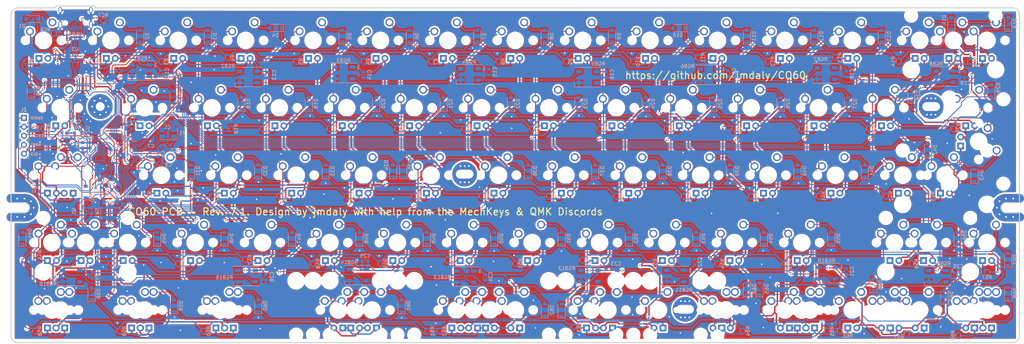
<source format=kicad_pcb>
(kicad_pcb (version 20171130) (host pcbnew 5.1.5-52549c5~84~ubuntu16.04.1)
  (layers (0 F.Cu signal) (31 B.Cu signal) (34 B.Paste user) (35 F.Paste user) (36 B.SilkS user) (37 F.SilkS user) (38 B.Mask user) (39 F.Mask user) (44 Edge.Cuts user))
  (net 0 "")
  (net 1 GND)
  (net 2 VCC)
  (net 3 ROW0)
  (net 4 "Net-(D1-Pad2)")
  (net 5 "Net-(D2-Pad2)")
  (net 6 "Net-(D3-Pad2)")
  (net 7 "Net-(D4-Pad2)")
  (net 8 "Net-(D5-Pad2)")
  (net 9 "Net-(D6-Pad2)")
  (net 10 "Net-(D7-Pad2)")
  (net 11 "Net-(D8-Pad2)")
  (net 12 "Net-(D9-Pad2)")
  (net 13 "Net-(D10-Pad2)")
  (net 14 "Net-(D11-Pad2)")
  (net 15 "Net-(D12-Pad2)")
  (net 16 "Net-(D13-Pad2)")
  (net 17 "Net-(D14-Pad2)")
  (net 18 "Net-(D15-Pad2)")
  (net 19 ROW1)
  (net 20 "Net-(D16-Pad2)")
  (net 21 "Net-(D17-Pad2)")
  (net 22 "Net-(D18-Pad2)")
  (net 23 "Net-(D19-Pad2)")
  (net 24 "Net-(D20-Pad2)")
  (net 25 "Net-(D21-Pad2)")
  (net 26 "Net-(D22-Pad2)")
  (net 27 "Net-(D23-Pad2)")
  (net 28 "Net-(D24-Pad2)")
  (net 29 "Net-(D25-Pad2)")
  (net 30 "Net-(D26-Pad2)")
  (net 31 "Net-(D27-Pad2)")
  (net 32 "Net-(D28-Pad2)")
  (net 33 "Net-(D29-Pad2)")
  (net 34 ROW2)
  (net 35 "Net-(D30-Pad2)")
  (net 36 "Net-(D31-Pad2)")
  (net 37 "Net-(D32-Pad2)")
  (net 38 "Net-(D33-Pad2)")
  (net 39 "Net-(D34-Pad2)")
  (net 40 "Net-(D35-Pad2)")
  (net 41 "Net-(D36-Pad2)")
  (net 42 "Net-(D37-Pad2)")
  (net 43 "Net-(D38-Pad2)")
  (net 44 "Net-(D39-Pad2)")
  (net 45 "Net-(D40-Pad2)")
  (net 46 "Net-(D41-Pad2)")
  (net 47 "Net-(D42-Pad2)")
  (net 48 "Net-(D43-Pad2)")
  (net 49 ROW3)
  (net 50 "Net-(D44-Pad2)")
  (net 51 "Net-(D45-Pad2)")
  (net 52 "Net-(D46-Pad2)")
  (net 53 "Net-(D47-Pad2)")
  (net 54 "Net-(D48-Pad2)")
  (net 55 "Net-(D49-Pad2)")
  (net 56 "Net-(D50-Pad2)")
  (net 57 "Net-(D51-Pad2)")
  (net 58 "Net-(D52-Pad2)")
  (net 59 "Net-(D53-Pad2)")
  (net 60 "Net-(D54-Pad2)")
  (net 61 "Net-(D55-Pad2)")
  (net 62 "Net-(D56-Pad2)")
  (net 63 ROW4)
  (net 64 "Net-(D57-Pad2)")
  (net 65 "Net-(D58-Pad2)")
  (net 66 "Net-(D59-Pad2)")
  (net 67 "Net-(D60-Pad2)")
  (net 68 "Net-(D61-Pad2)")
  (net 69 "Net-(D62-Pad2)")
  (net 70 "Net-(D63-Pad2)")
  (net 71 "Net-(D64-Pad2)")
  (net 72 "Net-(D65-Pad2)")
  (net 73 "Net-(D66-Pad2)")
  (net 74 "Net-(D67-Pad2)")
  (net 75 COL10)
  (net 76 LEDGND)
  (net 77 COL1)
  (net 78 COL2)
  (net 79 COL3)
  (net 80 COL4)
  (net 81 COL5)
  (net 82 COL6)
  (net 83 COL7)
  (net 84 COL8)
  (net 85 COL9)
  (net 86 COL12)
  (net 87 COL11)
  (net 88 COL14)
  (net 89 COL0)
  (net 90 COL13)
  (net 91 LEDPWM)
  (net 92 "Net-(D68-Pad2)")
  (net 93 "Net-(K_#0_1-Pad4)")
  (net 94 "Net-(K_#1-Pad4)")
  (net 95 "Net-(K_#2-Pad4)")
  (net 96 "Net-(K_#3-Pad4)")
  (net 97 "Net-(K_#4-Pad4)")
  (net 98 "Net-(K_#5-Pad4)")
  (net 99 "Net-(K_#6-Pad4)")
  (net 100 "Net-(K_#7-Pad4)")
  (net 101 "Net-(K_#8-Pad4)")
  (net 102 "Net-(K_#9-Pad4)")
  (net 103 "Net-(K_'1-Pad4)")
  (net 104 "Net-(K_,1-Pad4)")
  (net 105 "Net-(K_-1-Pad4)")
  (net 106 "Net-(K_.1-Pad4)")
  (net 107 "Net-(K_/1-Pad4)")
  (net 108 "Net-(K_;1-Pad4)")
  (net 109 "Net-(K_=1-Pad4)")
  (net 110 "Net-(K_A1-Pad4)")
  (net 111 "Net-(K_B1-Pad4)")
  (net 112 "Net-(K_BACK1-Pad4)")
  (net 113 "Net-(K_C1-Pad4)")
  (net 114 "Net-(K_CAPS1-Pad4)")
  (net 115 "Net-(K_D1-Pad4)")
  (net 116 "Net-(K_DEL1-Pad4)")
  (net 117 "Net-(K_E1-Pad4)")
  (net 118 "Net-(K_ENTER1-Pad4)")
  (net 119 "Net-(K_ESC1-Pad4)")
  (net 120 "Net-(K_F1-Pad4)")
  (net 121 "Net-(K_FN1-Pad4)")
  (net 122 "Net-(K_G1-Pad4)")
  (net 123 "Net-(K_H1-Pad4)")
  (net 124 "Net-(K_I1-Pad4)")
  (net 125 "Net-(K_ISO#1-Pad4)")
  (net 126 "Net-(K_ISO\\1-Pad4)")
  (net 127 "Net-(K_J1-Pad4)")
  (net 128 "Net-(K_K1-Pad4)")
  (net 129 "Net-(K_L1-Pad4)")
  (net 130 "Net-(K_LALT1-Pad4)")
  (net 131 "Net-(K_LCTL1-Pad4)")
  (net 132 "Net-(K_LGUI1-Pad4)")
  (net 133 "Net-(K_LSHIFT1-Pad4)")
  (net 134 "Net-(K_M1-Pad4)")
  (net 135 "Net-(K_N1-Pad4)")
  (net 136 "Net-(K_O1-Pad4)")
  (net 137 "Net-(K_P1-Pad4)")
  (net 138 "Net-(K_Q1-Pad4)")
  (net 139 "Net-(K_R1-Pad4)")
  (net 140 "Net-(K_RALT1-Pad4)")
  (net 141 "Net-(K_RFN1-Pad4)")
  (net 142 "Net-(K_RGUI1-Pad4)")
  (net 143 "Net-(K_RMOD1-Pad4)")
  (net 144 "Net-(K_RSHIFT1-Pad4)")
  (net 145 "Net-(K_S1-Pad4)")
  (net 146 "Net-(K_SPACE1_1-Pad4)")
  (net 147 "Net-(K_SPACE2_1-Pad4)")
  (net 148 "Net-(K_SPACE3_1-Pad4)")
  (net 149 "Net-(K_T1-Pad4)")
  (net 150 "Net-(K_TAB1-Pad4)")
  (net 151 "Net-(K_U1-Pad4)")
  (net 152 "Net-(K_V1-Pad4)")
  (net 153 "Net-(K_W1-Pad4)")
  (net 154 "Net-(K_X1-Pad4)")
  (net 155 "Net-(K_Y1-Pad4)")
  (net 156 "Net-(K_Z1-Pad4)")
  (net 157 "Net-(K_[1-Pad4)")
  (net 158 "Net-(K_\\1-Pad4)")
  (net 159 "Net-(K_]1-Pad4)")
  (net 160 "Net-(RC6-Pad2)")
  (net 161 "Net-(RC7-Pad2)")
  (net 162 D_P)
  (net 163 D_N)
  (net 164 "Net-(K_RCTL1-Pad4)")
  (net 165 "Net-(Q1-Pad1)")
  (net 166 OSC_OUT)
  (net 167 OSC_IN)
  (net 168 +3V3)
  (net 169 +5V)
  (net 170 "Net-(RC8-Pad1)")
  (net 171 NRST)
  (net 172 SWDIO)
  (net 173 SWCLK)
  (net 174 "Net-(U1-Pad46)")
  (net 175 "Net-(U1-Pad43)")
  (net 176 "Net-(U1-Pad25)")
  (net 177 "Net-(U1-Pad22)")
  (net 178 "Net-(U1-Pad11)")
  (net 179 "Net-(U1-Pad10)")
  (net 180 "Net-(U2-Pad4)")
  (net 181 "Net-(USB1-Pad3)")
  (net 182 "Net-(USB1-Pad9)")
  (net 183 D_PI)
  (net 184 D_NI)
  (net 185 "Net-(RGB1-Pad2)")
  (net 186 RGBLED)
  (net 187 "Net-(RGB2-Pad2)")
  (net 188 "Net-(RGB3-Pad2)")
  (net 189 "Net-(RGB4-Pad2)")
  (net 190 "Net-(RGB5-Pad2)")
  (net 191 "Net-(RGB6-Pad2)")
  (net 192 "Net-(RGB7-Pad2)")
  (net 193 "Net-(RGB8-Pad2)")
  (net 194 "Net-(RGB10-Pad4)")
  (net 195 "Net-(RGB10-Pad2)")
  (net 196 "Net-(RGB11-Pad2)")
  (net 197 "Net-(RGB12-Pad2)")
  (net 198 "Net-(RGB13-Pad2)")
  (net 199 "Net-(RGB14-Pad2)")
  (net 200 "Net-(RGB15-Pad2)")
  (net 201 "Net-(RGB16-Pad2)")
  (net 202 RGBLED_3V3)
  (net 203 "Net-(U1-Pad42)")
  (net 204 "Net-(U1-Pad27)")
  (net 205 "Net-(RC9-Pad2)")
  (net 206 "Net-(U1-Pad28)")
  (module Type-C:HRO-TYPE-C-31-M-12-Assembly (layer B.Cu) (at 97.182 50.7492)
    (fp_text reference USB1 (at -0.00546 9.40622) (layer B.SilkS) (effects (justify mirror)))
    (fp_text value HRO-TYPE-C-31-M-12)
    (pad 12 smd rect (at 3.225 7.695) (size 0.6 1.45) (layers B.Cu B.Paste B.Mask) (net 1 GND))
    (pad 1 smd rect (at -3.225 7.695) (size 0.6 1.45) (layers B.Cu B.Paste B.Mask) (net 1 GND))
    (pad 11 smd rect (at 2.45 7.695) (size 0.6 1.45) (layers B.Cu B.Paste B.Mask) (net 2 VCC))
    (pad 2 smd rect (at -2.45 7.695) (size 0.6 1.45) (layers B.Cu B.Paste B.Mask) (net 2 VCC))
    (pad 3 smd rect (at -1.75 7.695) (size 0.3 1.45) (layers B.Cu B.Paste B.Mask) (net 181 "Net-(USB1-Pad3)"))
    (pad 10 smd rect (at 1.75 7.695) (size 0.3 1.45) (layers B.Cu B.Paste B.Mask) (net 161 "Net-(RC7-Pad2)"))
    (pad 4 smd rect (at -1.25 7.695) (size 0.3 1.45) (layers B.Cu B.Paste B.Mask) (net 160 "Net-(RC6-Pad2)"))
    (pad 9 smd rect (at 1.25 7.695) (size 0.3 1.45) (layers B.Cu B.Paste B.Mask) (net 182 "Net-(USB1-Pad9)"))
    (pad 5 smd rect (at -0.75 7.695) (size 0.3 1.45) (layers B.Cu B.Paste B.Mask) (net 184 D_NI))
    (pad 8 smd rect (at 0.75 7.695) (size 0.3 1.45) (layers B.Cu B.Paste B.Mask) (net 183 D_PI))
    (pad 7 smd rect (at 0.25 7.695) (size 0.3 1.45) (layers B.Cu B.Paste B.Mask) (net 184 D_NI))
    (pad 6 smd rect (at -0.25 7.695) (size 0.3 1.45) (layers B.Cu B.Paste B.Mask) (net 183 D_PI))
    (pad "" np_thru_hole circle (at 2.89 6.25) (size 0.65 0.65) (drill 0.65) (layers *.Cu *.Mask))
    (pad "" np_thru_hole circle (at -2.89 6.25) (size 0.65 0.65) (drill 0.65) (layers *.Cu *.Mask))
    (pad 13 thru_hole oval (at -4.32 6.78) (size 1 2.1) (drill oval 0.6 1.7) (layers *.Cu *.Mask) (net 1 GND))
    (pad 13 thru_hole oval (at 4.32 6.78) (size 1 2.1) (drill oval 0.6 1.7) (layers *.Cu *.Mask) (net 1 GND))
    (pad 13 thru_hole oval (at -4.32 2.6) (size 1 1.6) (drill oval 0.6 1.2) (layers *.Cu *.Mask) (net 1 GND))
    (pad 13 thru_hole oval (at 4.32 2.6) (size 1 1.6) (drill oval 0.6 1.2) (layers *.Cu *.Mask) (net 1 GND))
  )
  (module locallib:60_Outline-Modded (layer F.Cu) (at 221.45625 100.0125)
    (fp_text reference REF** hide)
    (fp_text value 60_Outline hide)
    (fp_line (start -140.5 47.3) (end 140.5 47.3) (layer Edge.Cuts) (width 0.3))
    (fp_line (start 140.5 -47.3) (end -118.3 -47.3) (layer Edge.Cuts) (width 0.3))
    (fp_arc (start -140.5 -45.3) (end -142.5 -45.3) (angle 90) (layer Edge.Cuts) (width 0.3))
    (fp_arc (start -140.5 45.3) (end -140.5 47.3) (angle 90) (layer Edge.Cuts) (width 0.3))
    (fp_arc (start 140.5 45.3) (end 142.5 45.3) (angle 90) (layer Edge.Cuts) (width 0.3))
    (fp_arc (start 140.5 -45.3) (end 140.5 -47.3) (angle 90) (layer Edge.Cuts) (width 0.3))
    (fp_line (start -142.5 45.3) (end -142.5 10.6) (layer Edge.Cuts) (width 0.3))
    (fp_line (start -142.5 10.6) (end -138.7 10.6) (layer Edge.Cuts) (width 0.3))
    (fp_arc (start -138.7 9.2) (end -138.7 7.8) (angle 90) (layer Edge.Cuts) (width 0.3))
    (fp_line (start -138.7 7.8) (end -142.5 7.8) (layer Edge.Cuts) (width 0.3))
    (fp_line (start -142.5 7.8) (end -142.5 -45.3) (layer Edge.Cuts) (width 0.3))
    (fp_arc (start 138.7 9.2) (end 138.7 7.8) (angle -90) (layer Edge.Cuts) (width 0.3))
    (fp_arc (start 138.7 9.2) (end 137.3 9.2) (angle -90) (layer Edge.Cuts) (width 0.3))
    (fp_line (start 142.5 10.6) (end 142.5 45.3) (layer Edge.Cuts) (width 0.3))
    (fp_line (start 142.5 7.8) (end 142.5 -45.3) (layer Edge.Cuts) (width 0.3))
    (fp_line (start 138.7 10.6) (end 142.5 10.6) (layer Edge.Cuts) (width 0.3))
    (fp_line (start 138.7 7.8) (end 142.5 7.8) (layer Edge.Cuts) (width 0.3))
    (fp_line (start -142.5 6.54905) (end -138.7 6.54905) (layer F.Cu) (width 2.5019))
    (fp_line (start -142.5 6.54905) (end -138.7 6.54905) (layer B.Cu) (width 2.5019))
    (fp_arc (start -138.7 9.2) (end -137.3 9.2) (angle 90) (layer Edge.Cuts) (width 0.3))
    (fp_arc (start -138.7 9.2) (end -136.04905 9.2) (angle 90) (layer F.Cu) (width 2.5019))
    (fp_arc (start -138.7 9.2) (end -138.7 6.54905) (angle 90) (layer F.Cu) (width 2.5019))
    (fp_line (start -142.5 11.85095) (end -138.7 11.85095) (layer B.Cu) (width 2.5019))
    (fp_line (start -142.5 11.85095) (end -138.7 11.85095) (layer F.Cu) (width 2.5019))
    (fp_arc (start -138.7 9.2) (end -136.04905 9.2) (angle 90) (layer B.Cu) (width 2.5019))
    (fp_arc (start -138.7 9.2) (end -138.7 6.54905) (angle 90) (layer B.Cu) (width 2.5019))
    (fp_arc (start 138.7 9.2) (end 138.7 6.54905) (angle -90) (layer B.Cu) (width 2.5019))
    (fp_arc (start 138.7 9.2) (end 136.04905 9.2) (angle -90) (layer B.Cu) (width 2.5019))
    (fp_line (start 138.7 11.85095) (end 142.55 11.85095) (layer F.Cu) (width 2.5019))
    (fp_line (start 138.7 6.54905) (end 142.5 6.54905) (layer B.Cu) (width 2.5019))
    (fp_arc (start 138.7 9.2) (end 138.7 6.54905) (angle -90) (layer F.Cu) (width 2.5019))
    (fp_arc (start 138.7 9.2) (end 136.04905 9.2) (angle -90) (layer F.Cu) (width 2.5019))
    (fp_line (start 138.7 6.54905) (end 142.5 6.54905) (layer F.Cu) (width 2.5019))
    (fp_line (start 138.7 11.85095) (end 142.55 11.85095) (layer B.Cu) (width 2.5019))
    (fp_line (start -129.8 -47.8) (end -118.8 -47.8) (layer Edge.Cuts) (width 0.3))
    (fp_arc (start -130.3 -47.8) (end -129.8 -47.8) (angle 90) (layer Edge.Cuts) (width 0.3))
    (fp_arc (start -118.3 -47.8) (end -118.3 -47.3) (angle 90) (layer Edge.Cuts) (width 0.3))
    (fp_line (start -140.5 -47.3) (end -130.3 -47.3) (layer Edge.Cuts) (width 0.3))
    (pad 1 thru_hole circle (at 136.861522 11.038478) (size 1 1) (drill 0.5) (layers *.Cu *.Mask))
    (pad 1 thru_hole circle (at 138.7 11.8) (size 1 1) (drill 0.5) (layers *.Cu *.Mask))
    (pad 1 thru_hole circle (at 140.742035 11.8) (size 1 1) (drill 0.5) (layers *.Cu *.Mask))
    (pad 1 thru_hole circle (at 140.742035 6.6) (size 1 1) (drill 0.5) (layers *.Cu *.Mask))
    (pad 1 thru_hole circle (at 138.7 6.6) (size 1 1) (drill 0.5) (layers *.Cu *.Mask))
    (pad 1 thru_hole circle (at 136.861522 7.361522) (size 1 1) (drill 0.5) (layers *.Cu *.Mask))
    (pad 1 thru_hole circle (at 136.1 9.2) (size 1 1) (drill 0.5) (layers *.Cu *.Mask))
    (pad 1 thru_hole circle (at -140.742035 11.8) (size 1 1) (drill 0.5) (layers *.Cu *.Mask))
    (pad 1 thru_hole circle (at -140.742035 6.6) (size 1 1) (drill 0.5) (layers *.Cu *.Mask))
    (pad 1 thru_hole circle (at -136.861522 11.038478) (size 1 1) (drill 0.5) (layers *.Cu *.Mask))
    (pad 1 thru_hole circle (at -136.861522 7.361522) (size 1 1) (drill 0.5) (layers *.Cu *.Mask))
    (pad 1 thru_hole circle (at -138.7 11.8) (size 1 1) (drill 0.5) (layers *.Cu *.Mask))
    (pad 1 thru_hole circle (at -138.7 6.6) (size 1 1) (drill 0.5) (layers *.Cu *.Mask))
    (pad 1 thru_hole circle (at -136.1 9.2) (size 1 1) (drill 0.5) (layers *.Cu *.Mask))
    (pad 1 thru_hole circle (at -13.1 2) (size 1 1) (drill 0.5) (layers *.Cu *.Mask))
    (pad 1 thru_hole circle (at -15.5 2) (size 1 1) (drill 0.5) (layers *.Cu *.Mask))
    (pad 1 thru_hole circle (at -14.3 2) (size 1 1) (drill 0.5) (layers *.Cu *.Mask))
    (pad 1 thru_hole circle (at -15.5 -2.6) (size 1 1) (drill 0.5) (layers *.Cu *.Mask))
    (pad 1 thru_hole circle (at -13.1 -2.6) (size 1 1) (drill 0.5) (layers *.Cu *.Mask))
    (pad 1 thru_hole circle (at -14.3 -2.6) (size 1 1) (drill 0.5) (layers *.Cu *.Mask))
    (pad 1 thru_hole circle (at 49.2 40.2) (size 1 1) (drill 0.5) (layers *.Cu *.Mask))
    (pad 1 thru_hole circle (at 46.8 40.2) (size 1 1) (drill 0.5) (layers *.Cu *.Mask))
    (pad 1 thru_hole circle (at 46.8 35.6) (size 1 1) (drill 0.5) (layers *.Cu *.Mask))
    (pad 1 thru_hole circle (at 49.2 35.6) (size 1 1) (drill 0.5) (layers *.Cu *.Mask))
    (pad 1 thru_hole circle (at 48 40.2) (size 1 1) (drill 0.5) (layers *.Cu *.Mask))
    (pad 1 thru_hole circle (at 48 35.6) (size 1 1) (drill 0.5) (layers *.Cu *.Mask))
    (pad 1 thru_hole circle (at 118.75 -21.717) (size 1 1) (drill 0.5) (layers *.Cu *.Mask))
    (pad 1 thru_hole circle (at 116.35 -21.7) (size 1 1) (drill 0.5) (layers *.Cu *.Mask))
    (pad 1 thru_hole circle (at 116.35 -17.1) (size 1 1) (drill 0.5) (layers *.Cu *.Mask))
    (pad 1 thru_hole circle (at 118.75 -17.1) (size 1 1) (drill 0.5) (layers *.Cu *.Mask))
    (pad 1 thru_hole circle (at 117.55 -17.1) (size 1 1) (drill 0.5) (layers *.Cu *.Mask))
    (pad 1 thru_hole circle (at 117.55 -21.7) (size 1 1) (drill 0.5) (layers *.Cu *.Mask))
    (pad 1 thru_hole circle (at -115.673654 -17.773654) (size 1 1) (drill 0.5) (layers *.Cu *.Mask))
    (pad 1 thru_hole circle (at -118.926346 -17.773654) (size 1 1) (drill 0.5) (layers *.Cu *.Mask))
    (pad 1 thru_hole circle (at -115.673654 -21.026346) (size 1 1) (drill 0.5) (layers *.Cu *.Mask))
    (pad 1 thru_hole circle (at -118.926346 -21.026346) (size 1 1) (drill 0.5) (layers *.Cu *.Mask))
    (pad 1 thru_hole circle (at -117.3 -17.1) (size 1 1) (drill 0.5) (layers *.Cu *.Mask))
    (pad 1 thru_hole circle (at -115 -19.4) (size 1 1) (drill 0.5) (layers *.Cu *.Mask))
    (pad 1 thru_hole circle (at -119.6 -19.4) (size 1 1) (drill 0.5) (layers *.Cu *.Mask))
    (pad 1 thru_hole circle (at -117.3 -21.7) (size 1 1) (drill 0.5) (layers *.Cu *.Mask))
    (pad 1 thru_hole circle (at 117.55 -19.4) (size 7.00024 7.00024) (drill oval 5.00126 2.49936) (layers *.Cu *.Mask))
    (pad 1 thru_hole circle (at 48 37.9) (size 7.00024 7.00024) (drill oval 5.00126 2.49936) (layers *.Cu *.Mask))
    (pad 1 thru_hole circle (at -14.3 -0.3) (size 7.00024 7.00024) (drill oval 5.00126 2.49936) (layers *.Cu *.Mask))
    (pad 1 thru_hole circle (at -117.3 -19.4) (size 7.0013 7.0013) (drill 2.4994) (layers *.Cu *.Mask))
  )
  (module MX_Alps_Hybrid:MXOnly-ISO-ROTATED-ReversedStabilizers (layer F.Cu) (at 352.425 90.4875)
    (fp_text reference K_ISOENTER1)
    (fp_text value MX-ISO)
    (pad 2 thru_hole circle (at 5.08 2.54) (size 2.25 2.25) (drill 1.47) (layers *.Cu B.Mask) (net 48 "Net-(D43-Pad2)"))
    (pad "" np_thru_hole circle (at 0 0) (size 3.9878 3.9878) (drill 3.9878) (layers *.Cu *.Mask))
    (pad 1 thru_hole circle (at 2.54 -3.81) (size 2.25 2.25) (drill 1.47) (layers *.Cu B.Mask) (net 88 COL14))
    (pad 3 thru_hole circle (at -5.08 -1.27) (size 1.905 1.905) (drill 1.04) (layers *.Cu B.Mask) (net 169 +5V))
    (pad 4 thru_hole rect (at -5.08 1.27) (size 1.905 1.905) (drill 1.04) (layers *.Cu B.Mask) (net 118 "Net-(K_ENTER1-Pad4)"))
    (pad "" np_thru_hole circle (at 0 -5.08 48.0996) (size 1.75 1.75) (drill 1.75) (layers *.Cu *.Mask))
    (pad "" np_thru_hole circle (at 0 5.08 48.0996) (size 1.75 1.75) (drill 1.75) (layers *.Cu *.Mask))
    (pad "" np_thru_hole circle (at 6.985 11.938) (size 3.048 3.048) (drill 3.048) (layers *.Cu *.Mask))
    (pad "" np_thru_hole circle (at 6.985 -11.938) (size 3.048 3.048) (drill 3.048) (layers *.Cu *.Mask))
    (pad "" np_thru_hole circle (at -8.255 11.938) (size 3.9878 3.9878) (drill 3.9878) (layers *.Cu *.Mask))
    (pad "" np_thru_hole circle (at -8.255 -11.938) (size 3.9878 3.9878) (drill 3.9878) (layers *.Cu *.Mask))
  )
  (module Resistors_SMD:R_0603 (layer B.Cu) (at 346.71 145.288 90)
    (fp_text reference R68 (at 0.0254 -1.524 90) (layer B.SilkS) (effects (justify mirror)))
    (fp_text value 560)
    (pad 1 smd rect (at -0.75 0 90) (size 0.5 0.9) (layers B.Cu B.Paste B.Mask) (net 164 "Net-(K_RCTL1-Pad4)"))
    (pad 2 smd rect (at 0.75 0 90) (size 0.5 0.9) (layers B.Cu B.Paste B.Mask) (net 76 LEDGND))
  )
  (module Resistors_SMD:R_0603 (layer B.Cu) (at 332.105 144.907 270)
    (fp_text reference R67 (at 0.7874 2.2352) (layer B.SilkS) (effects (justify mirror)))
    (fp_text value 560)
    (pad 1 smd rect (at -0.75 0 270) (size 0.5 0.9) (layers B.Cu B.Paste B.Mask) (net 141 "Net-(K_RFN1-Pad4)"))
    (pad 2 smd rect (at 0.75 0 270) (size 0.5 0.9) (layers B.Cu B.Paste B.Mask) (net 76 LEDGND))
  )
  (module Resistors_SMD:R_0603 (layer B.Cu) (at 313.134375 144.065625 90)
    (fp_text reference R66 (at -1.298575 2.282825) (layer B.SilkS) (effects (justify mirror)))
    (fp_text value 560)
    (pad 1 smd rect (at -0.75 0 90) (size 0.5 0.9) (layers B.Cu B.Paste B.Mask) (net 142 "Net-(K_RGUI1-Pad4)"))
    (pad 2 smd rect (at 0.75 0 90) (size 0.5 0.9) (layers B.Cu B.Paste B.Mask) (net 76 LEDGND))
  )
  (module Resistors_SMD:R_0603 (layer B.Cu) (at 309.5625 144.065625 90)
    (fp_text reference R65 (at 0 1.45 90) (layer B.SilkS) (effects (justify mirror)))
    (fp_text value 560)
    (pad 1 smd rect (at -0.75 0 90) (size 0.5 0.9) (layers B.Cu B.Paste B.Mask) (net 143 "Net-(K_RMOD1-Pad4)"))
    (pad 2 smd rect (at 0.75 0 90) (size 0.5 0.9) (layers B.Cu B.Paste B.Mask) (net 76 LEDGND))
  )
  (module Resistors_SMD:R_0603 (layer B.Cu) (at 285.75 144.065625 90)
    (fp_text reference R64 (at 0 1.45 90) (layer B.SilkS) (effects (justify mirror)))
    (fp_text value 560)
    (pad 1 smd rect (at -0.75 0 90) (size 0.5 0.9) (layers B.Cu B.Paste B.Mask) (net 140 "Net-(K_RALT1-Pad4)"))
    (pad 2 smd rect (at 0.75 0 90) (size 0.5 0.9) (layers B.Cu B.Paste B.Mask) (net 76 LEDGND))
  )
  (module Resistors_SMD:R_0603 (layer B.Cu) (at 238.125 142.875 90)
    (fp_text reference R63 (at 0 1.45 90) (layer B.SilkS) (effects (justify mirror)))
    (fp_text value 560)
    (pad 1 smd rect (at -0.75 0 90) (size 0.5 0.9) (layers B.Cu B.Paste B.Mask) (net 148 "Net-(K_SPACE3_1-Pad4)"))
    (pad 2 smd rect (at 0.75 0 90) (size 0.5 0.9) (layers B.Cu B.Paste B.Mask) (net 76 LEDGND))
  )
  (module Resistors_SMD:R_0603 (layer B.Cu) (at 200.025 144.065625 90)
    (fp_text reference R62 (at 0 1.45 90) (layer B.SilkS) (effects (justify mirror)))
    (fp_text value 560)
    (pad 1 smd rect (at -0.75 0 90) (size 0.5 0.9) (layers B.Cu B.Paste B.Mask) (net 147 "Net-(K_SPACE2_1-Pad4)"))
    (pad 2 smd rect (at 0.75 0 90) (size 0.5 0.9) (layers B.Cu B.Paste B.Mask) (net 76 LEDGND))
  )
  (module Resistors_SMD:R_0603 (layer B.Cu) (at 196.6468 144.0942 90)
    (fp_text reference R61 (at 0 1.45 90) (layer B.SilkS) (effects (justify mirror)))
    (fp_text value 560)
    (pad 1 smd rect (at -0.75 0 90) (size 0.5 0.9) (layers B.Cu B.Paste B.Mask) (net 146 "Net-(K_SPACE1_1-Pad4)"))
    (pad 2 smd rect (at 0.75 0 90) (size 0.5 0.9) (layers B.Cu B.Paste B.Mask) (net 76 LEDGND))
  )
  (module Resistors_SMD:R_0603 (layer B.Cu) (at 133.35 144.065625 90)
    (fp_text reference R60 (at 0 1.45 90) (layer B.SilkS) (effects (justify mirror)))
    (fp_text value 560)
    (pad 1 smd rect (at -0.75 0 90) (size 0.5 0.9) (layers B.Cu B.Paste B.Mask) (net 130 "Net-(K_LALT1-Pad4)"))
    (pad 2 smd rect (at 0.75 0 90) (size 0.5 0.9) (layers B.Cu B.Paste B.Mask) (net 76 LEDGND))
  )
  (module Resistors_SMD:R_0603 (layer B.Cu) (at 109.5375 144.065625 90)
    (fp_text reference R59 (at 0 1.45 90) (layer B.SilkS) (effects (justify mirror)))
    (fp_text value 560)
    (pad 1 smd rect (at -0.75 0 90) (size 0.5 0.9) (layers B.Cu B.Paste B.Mask) (net 132 "Net-(K_LGUI1-Pad4)"))
    (pad 2 smd rect (at 0.75 0 90) (size 0.5 0.9) (layers B.Cu B.Paste B.Mask) (net 76 LEDGND))
  )
  (module Resistors_SMD:R_0603 (layer B.Cu) (at 85.725 144.065625 90)
    (fp_text reference R58 (at 0 1.45 90) (layer B.SilkS) (effects (justify mirror)))
    (fp_text value 560)
    (pad 1 smd rect (at -0.75 0 90) (size 0.5 0.9) (layers B.Cu B.Paste B.Mask) (net 131 "Net-(K_LCTL1-Pad4)"))
    (pad 2 smd rect (at 0.75 0 90) (size 0.5 0.9) (layers B.Cu B.Paste B.Mask) (net 76 LEDGND))
  )
  (module Resistors_SMD:R_0603 (layer B.Cu) (at 354.80625 127.396875)
    (fp_text reference R57 (at 0 1.45) (layer B.SilkS) (effects (justify mirror)))
    (fp_text value 560)
    (pad 1 smd rect (at -0.75 0) (size 0.5 0.9) (layers B.Cu B.Paste B.Mask) (net 121 "Net-(K_FN1-Pad4)"))
    (pad 2 smd rect (at 0.75 0) (size 0.5 0.9) (layers B.Cu B.Paste B.Mask) (net 76 LEDGND))
  )
  (module Resistors_SMD:R_0603 (layer B.Cu) (at 333.375 125.015625 90)
    (fp_text reference R56 (at 0 1.45 90) (layer B.SilkS) (effects (justify mirror)))
    (fp_text value 560)
    (pad 1 smd rect (at -0.75 0 90) (size 0.5 0.9) (layers B.Cu B.Paste B.Mask) (net 144 "Net-(K_RSHIFT1-Pad4)"))
    (pad 2 smd rect (at 0.75 0 90) (size 0.5 0.9) (layers B.Cu B.Paste B.Mask) (net 76 LEDGND))
  )
  (module Resistors_SMD:R_0603 (layer B.Cu) (at 297.65625 125.015625 90)
    (fp_text reference R55 (at 0 1.45 90) (layer B.SilkS) (effects (justify mirror)))
    (fp_text value 560)
    (pad 1 smd rect (at -0.75 0 90) (size 0.5 0.9) (layers B.Cu B.Paste B.Mask) (net 107 "Net-(K_/1-Pad4)"))
    (pad 2 smd rect (at 0.75 0 90) (size 0.5 0.9) (layers B.Cu B.Paste B.Mask) (net 76 LEDGND))
  )
  (module Resistors_SMD:R_0603 (layer B.Cu) (at 278.60625 125.015625 90)
    (fp_text reference R54 (at 0 1.45 90) (layer B.SilkS) (effects (justify mirror)))
    (fp_text value 560)
    (pad 1 smd rect (at -0.75 0 90) (size 0.5 0.9) (layers B.Cu B.Paste B.Mask) (net 106 "Net-(K_.1-Pad4)"))
    (pad 2 smd rect (at 0.75 0 90) (size 0.5 0.9) (layers B.Cu B.Paste B.Mask) (net 76 LEDGND))
  )
  (module Resistors_SMD:R_0603 (layer B.Cu) (at 259.55625 125.015625 90)
    (fp_text reference R53 (at 0 1.45 90) (layer B.SilkS) (effects (justify mirror)))
    (fp_text value 560)
    (pad 1 smd rect (at -0.75 0 90) (size 0.5 0.9) (layers B.Cu B.Paste B.Mask) (net 104 "Net-(K_,1-Pad4)"))
    (pad 2 smd rect (at 0.75 0 90) (size 0.5 0.9) (layers B.Cu B.Paste B.Mask) (net 76 LEDGND))
  )
  (module Resistors_SMD:R_0603 (layer B.Cu) (at 240.41 124.03 90)
    (fp_text reference R52 (at 0 1.45 90) (layer B.SilkS) (effects (justify mirror)))
    (fp_text value 560)
    (pad 1 smd rect (at -0.75 0 90) (size 0.5 0.9) (layers B.Cu B.Paste B.Mask) (net 134 "Net-(K_M1-Pad4)"))
    (pad 2 smd rect (at 0.75 0 90) (size 0.5 0.9) (layers B.Cu B.Paste B.Mask) (net 76 LEDGND))
  )
  (module Resistors_SMD:R_0603 (layer B.Cu) (at 221.45625 125.015625 90)
    (fp_text reference R51 (at 0 1.45 90) (layer B.SilkS) (effects (justify mirror)))
    (fp_text value 560)
    (pad 1 smd rect (at -0.75 0 90) (size 0.5 0.9) (layers B.Cu B.Paste B.Mask) (net 135 "Net-(K_N1-Pad4)"))
    (pad 2 smd rect (at 0.75 0 90) (size 0.5 0.9) (layers B.Cu B.Paste B.Mask) (net 76 LEDGND))
  )
  (module Resistors_SMD:R_0603 (layer B.Cu) (at 202.25 124 90)
    (fp_text reference R50 (at 0 1.45 90) (layer B.SilkS) (effects (justify mirror)))
    (fp_text value 560)
    (pad 1 smd rect (at -0.75 0 90) (size 0.5 0.9) (layers B.Cu B.Paste B.Mask) (net 111 "Net-(K_B1-Pad4)"))
    (pad 2 smd rect (at 0.75 0 90) (size 0.5 0.9) (layers B.Cu B.Paste B.Mask) (net 76 LEDGND))
  )
  (module Resistors_SMD:R_0603 (layer B.Cu) (at 183.35625 125.015625 90)
    (fp_text reference R49 (at 0 1.45 90) (layer B.SilkS) (effects (justify mirror)))
    (fp_text value 560)
    (pad 1 smd rect (at -0.75 0 90) (size 0.5 0.9) (layers B.Cu B.Paste B.Mask) (net 152 "Net-(K_V1-Pad4)"))
    (pad 2 smd rect (at 0.75 0 90) (size 0.5 0.9) (layers B.Cu B.Paste B.Mask) (net 76 LEDGND))
  )
  (module Resistors_SMD:R_0603 (layer B.Cu) (at 164.30625 125.015625 90)
    (fp_text reference R48 (at 0 1.45 90) (layer B.SilkS) (effects (justify mirror)))
    (fp_text value 560)
    (pad 1 smd rect (at -0.75 0 90) (size 0.5 0.9) (layers B.Cu B.Paste B.Mask) (net 113 "Net-(K_C1-Pad4)"))
    (pad 2 smd rect (at 0.75 0 90) (size 0.5 0.9) (layers B.Cu B.Paste B.Mask) (net 76 LEDGND))
  )
  (module Resistors_SMD:R_0603 (layer B.Cu) (at 145.09 123.9 90)
    (fp_text reference R47 (at 0 1.45 90) (layer B.SilkS) (effects (justify mirror)))
    (fp_text value 560)
    (pad 1 smd rect (at -0.75 0 90) (size 0.5 0.9) (layers B.Cu B.Paste B.Mask) (net 154 "Net-(K_X1-Pad4)"))
    (pad 2 smd rect (at 0.75 0 90) (size 0.5 0.9) (layers B.Cu B.Paste B.Mask) (net 76 LEDGND))
  )
  (module Resistors_SMD:R_0603 (layer B.Cu) (at 126.20625 125.015625 90)
    (fp_text reference R46 (at 0 1.45 90) (layer B.SilkS) (effects (justify mirror)))
    (fp_text value 560)
    (pad 1 smd rect (at -0.75 0 90) (size 0.5 0.9) (layers B.Cu B.Paste B.Mask) (net 156 "Net-(K_Z1-Pad4)"))
    (pad 2 smd rect (at 0.75 0 90) (size 0.5 0.9) (layers B.Cu B.Paste B.Mask) (net 76 LEDGND))
  )
  (module Resistors_SMD:R_0603 (layer B.Cu) (at 107.15625 125.015625 90)
    (fp_text reference R45 (at 0 1.45 90) (layer B.SilkS) (effects (justify mirror)))
    (fp_text value 560)
    (pad 1 smd rect (at -0.75 0 90) (size 0.5 0.9) (layers B.Cu B.Paste B.Mask) (net 126 "Net-(K_ISO\\1-Pad4)"))
    (pad 2 smd rect (at 0.75 0 90) (size 0.5 0.9) (layers B.Cu B.Paste B.Mask) (net 76 LEDGND))
  )
  (module Resistors_SMD:R_0603 (layer B.Cu) (at 85.725 122.634375 90)
    (fp_text reference R44 (at 0 1.45 90) (layer B.SilkS) (effects (justify mirror)))
    (fp_text value 560)
    (pad 1 smd rect (at -0.75 0 90) (size 0.5 0.9) (layers B.Cu B.Paste B.Mask) (net 133 "Net-(K_LSHIFT1-Pad4)"))
    (pad 2 smd rect (at 0.75 0 90) (size 0.5 0.9) (layers B.Cu B.Paste B.Mask) (net 76 LEDGND))
  )
  (module Resistors_SMD:R_0603 (layer B.Cu) (at 338.1375 105.965625 90)
    (fp_text reference R43 (at 0 1.45 90) (layer B.SilkS) (effects (justify mirror)))
    (fp_text value 560)
    (pad 1 smd rect (at -0.75 0 90) (size 0.5 0.9) (layers B.Cu B.Paste B.Mask) (net 118 "Net-(K_ENTER1-Pad4)"))
    (pad 2 smd rect (at 0.75 0 90) (size 0.5 0.9) (layers B.Cu B.Paste B.Mask) (net 76 LEDGND))
  )
  (module Resistors_SMD:R_0603 (layer B.Cu) (at 326.23125 105.965625 90)
    (fp_text reference R42 (at 0 1.45 90) (layer B.SilkS) (effects (justify mirror)))
    (fp_text value 560)
    (pad 1 smd rect (at -0.75 0 90) (size 0.5 0.9) (layers B.Cu B.Paste B.Mask) (net 125 "Net-(K_ISO#1-Pad4)"))
    (pad 2 smd rect (at 0.75 0 90) (size 0.5 0.9) (layers B.Cu B.Paste B.Mask) (net 76 LEDGND))
  )
  (module Resistors_SMD:R_0603 (layer B.Cu) (at 307.18125 105.965625 90)
    (fp_text reference R41 (at 0 1.45 90) (layer B.SilkS) (effects (justify mirror)))
    (fp_text value 560)
    (pad 1 smd rect (at -0.75 0 90) (size 0.5 0.9) (layers B.Cu B.Paste B.Mask) (net 103 "Net-(K_'1-Pad4)"))
    (pad 2 smd rect (at 0.75 0 90) (size 0.5 0.9) (layers B.Cu B.Paste B.Mask) (net 76 LEDGND))
  )
  (module Resistors_SMD:R_0603 (layer B.Cu) (at 288.13125 105.965625 90)
    (fp_text reference R40 (at 0 1.45 90) (layer B.SilkS) (effects (justify mirror)))
    (fp_text value 560)
    (pad 1 smd rect (at -0.75 0 90) (size 0.5 0.9) (layers B.Cu B.Paste B.Mask) (net 108 "Net-(K_;1-Pad4)"))
    (pad 2 smd rect (at 0.75 0 90) (size 0.5 0.9) (layers B.Cu B.Paste B.Mask) (net 76 LEDGND))
  )
  (module Resistors_SMD:R_0603 (layer B.Cu) (at 269.08125 105.965625 90)
    (fp_text reference R39 (at 0 1.45 90) (layer B.SilkS) (effects (justify mirror)))
    (fp_text value 560)
    (pad 1 smd rect (at -0.75 0 90) (size 0.5 0.9) (layers B.Cu B.Paste B.Mask) (net 129 "Net-(K_L1-Pad4)"))
    (pad 2 smd rect (at 0.75 0 90) (size 0.5 0.9) (layers B.Cu B.Paste B.Mask) (net 76 LEDGND))
  )
  (module Resistors_SMD:R_0603 (layer B.Cu) (at 250.03125 105.965625 90)
    (fp_text reference R38 (at 0 1.45 90) (layer B.SilkS) (effects (justify mirror)))
    (fp_text value 560)
    (pad 1 smd rect (at -0.75 0 90) (size 0.5 0.9) (layers B.Cu B.Paste B.Mask) (net 128 "Net-(K_K1-Pad4)"))
    (pad 2 smd rect (at 0.75 0 90) (size 0.5 0.9) (layers B.Cu B.Paste B.Mask) (net 76 LEDGND))
  )
  (module Resistors_SMD:R_0603 (layer B.Cu) (at 230.98125 105.965625 90)
    (fp_text reference R37 (at 0 1.45 90) (layer B.SilkS) (effects (justify mirror)))
    (fp_text value 560)
    (pad 1 smd rect (at -0.75 0 90) (size 0.5 0.9) (layers B.Cu B.Paste B.Mask) (net 127 "Net-(K_J1-Pad4)"))
    (pad 2 smd rect (at 0.75 0 90) (size 0.5 0.9) (layers B.Cu B.Paste B.Mask) (net 76 LEDGND))
  )
  (module Resistors_SMD:R_0603 (layer B.Cu) (at 211.93125 105.965625 90)
    (fp_text reference R36 (at 0 1.45 90) (layer B.SilkS) (effects (justify mirror)))
    (fp_text value 560)
    (pad 1 smd rect (at -0.75 0 90) (size 0.5 0.9) (layers B.Cu B.Paste B.Mask) (net 123 "Net-(K_H1-Pad4)"))
    (pad 2 smd rect (at 0.75 0 90) (size 0.5 0.9) (layers B.Cu B.Paste B.Mask) (net 76 LEDGND))
  )
  (module Resistors_SMD:R_0603 (layer B.Cu) (at 192.88125 105.965625 90)
    (fp_text reference R35 (at 0 1.45 90) (layer B.SilkS) (effects (justify mirror)))
    (fp_text value 560)
    (pad 1 smd rect (at -0.75 0 90) (size 0.5 0.9) (layers B.Cu B.Paste B.Mask) (net 122 "Net-(K_G1-Pad4)"))
    (pad 2 smd rect (at 0.75 0 90) (size 0.5 0.9) (layers B.Cu B.Paste B.Mask) (net 76 LEDGND))
  )
  (module Resistors_SMD:R_0603 (layer B.Cu) (at 173.83125 105.965625 90)
    (fp_text reference R34 (at 0 1.45 90) (layer B.SilkS) (effects (justify mirror)))
    (fp_text value 560)
    (pad 1 smd rect (at -0.75 0 90) (size 0.5 0.9) (layers B.Cu B.Paste B.Mask) (net 120 "Net-(K_F1-Pad4)"))
    (pad 2 smd rect (at 0.75 0 90) (size 0.5 0.9) (layers B.Cu B.Paste B.Mask) (net 76 LEDGND))
  )
  (module Resistors_SMD:R_0603 (layer B.Cu) (at 154.78125 105.965625 90)
    (fp_text reference R33 (at 0 1.45 90) (layer B.SilkS) (effects (justify mirror)))
    (fp_text value 560)
    (pad 1 smd rect (at -0.75 0 90) (size 0.5 0.9) (layers B.Cu B.Paste B.Mask) (net 115 "Net-(K_D1-Pad4)"))
    (pad 2 smd rect (at 0.75 0 90) (size 0.5 0.9) (layers B.Cu B.Paste B.Mask) (net 76 LEDGND))
  )
  (module Resistors_SMD:R_0603 (layer B.Cu) (at 135.73125 105.965625 90)
    (fp_text reference R32 (at 0 1.45 90) (layer B.SilkS) (effects (justify mirror)))
    (fp_text value 560)
    (pad 1 smd rect (at -0.75 0 90) (size 0.5 0.9) (layers B.Cu B.Paste B.Mask) (net 145 "Net-(K_S1-Pad4)"))
    (pad 2 smd rect (at 0.75 0 90) (size 0.5 0.9) (layers B.Cu B.Paste B.Mask) (net 76 LEDGND))
  )
  (module Resistors_SMD:R_0603 (layer B.Cu) (at 116.68125 105.965625 90)
    (fp_text reference R31 (at 0 1.45 90) (layer B.SilkS) (effects (justify mirror)))
    (fp_text value 560)
    (pad 1 smd rect (at -0.75 0 90) (size 0.5 0.9) (layers B.Cu B.Paste B.Mask) (net 110 "Net-(K_A1-Pad4)"))
    (pad 2 smd rect (at 0.75 0 90) (size 0.5 0.9) (layers B.Cu B.Paste B.Mask) (net 76 LEDGND))
  )
  (module Resistors_SMD:R_0603 (layer B.Cu) (at 86.915625 103.584375 90)
    (fp_text reference R30 (at 0.028575 -1.470025 90) (layer B.SilkS) (effects (justify mirror)))
    (fp_text value 560)
    (pad 1 smd rect (at -0.75 0 90) (size 0.5 0.9) (layers B.Cu B.Paste B.Mask) (net 114 "Net-(K_CAPS1-Pad4)"))
    (pad 2 smd rect (at 0.75 0 90) (size 0.5 0.9) (layers B.Cu B.Paste B.Mask) (net 76 LEDGND))
  )
  (module Resistors_SMD:R_0603 (layer B.Cu) (at 345.28125 86.915625 90)
    (fp_text reference R29 (at 0.250825 1.42875 90) (layer B.SilkS) (effects (justify mirror)))
    (fp_text value 560)
    (pad 1 smd rect (at -0.75 0 90) (size 0.5 0.9) (layers B.Cu B.Paste B.Mask) (net 158 "Net-(K_\\1-Pad4)"))
    (pad 2 smd rect (at 0.75 0 90) (size 0.5 0.9) (layers B.Cu B.Paste B.Mask) (net 76 LEDGND))
  )
  (module Resistors_SMD:R_0603 (layer B.Cu) (at 321.46875 86.915625 90)
    (fp_text reference R28 (at 0 1.45 90) (layer B.SilkS) (effects (justify mirror)))
    (fp_text value 560)
    (pad 1 smd rect (at -0.75 0 90) (size 0.5 0.9) (layers B.Cu B.Paste B.Mask) (net 159 "Net-(K_]1-Pad4)"))
    (pad 2 smd rect (at 0.75 0 90) (size 0.5 0.9) (layers B.Cu B.Paste B.Mask) (net 76 LEDGND))
  )
  (module Resistors_SMD:R_0603 (layer B.Cu) (at 302.41875 86.915625 90)
    (fp_text reference R27 (at 0 1.45 90) (layer B.SilkS) (effects (justify mirror)))
    (fp_text value 560)
    (pad 1 smd rect (at -0.75 0 90) (size 0.5 0.9) (layers B.Cu B.Paste B.Mask) (net 157 "Net-(K_[1-Pad4)"))
    (pad 2 smd rect (at 0.75 0 90) (size 0.5 0.9) (layers B.Cu B.Paste B.Mask) (net 76 LEDGND))
  )
  (module Resistors_SMD:R_0603 (layer B.Cu) (at 283.36875 86.915625 90)
    (fp_text reference R26 (at 0 1.45 90) (layer B.SilkS) (effects (justify mirror)))
    (fp_text value 560)
    (pad 1 smd rect (at -0.75 0 90) (size 0.5 0.9) (layers B.Cu B.Paste B.Mask) (net 137 "Net-(K_P1-Pad4)"))
    (pad 2 smd rect (at 0.75 0 90) (size 0.5 0.9) (layers B.Cu B.Paste B.Mask) (net 76 LEDGND))
  )
  (module Resistors_SMD:R_0603 (layer B.Cu) (at 264.31875 86.915625 90)
    (fp_text reference R25 (at 0 1.45 90) (layer B.SilkS) (effects (justify mirror)))
    (fp_text value 560)
    (pad 1 smd rect (at -0.75 0 90) (size 0.5 0.9) (layers B.Cu B.Paste B.Mask) (net 136 "Net-(K_O1-Pad4)"))
    (pad 2 smd rect (at 0.75 0 90) (size 0.5 0.9) (layers B.Cu B.Paste B.Mask) (net 76 LEDGND))
  )
  (module Resistors_SMD:R_0603 (layer B.Cu) (at 245.26875 86.915625 90)
    (fp_text reference R24 (at 0 1.45 90) (layer B.SilkS) (effects (justify mirror)))
    (fp_text value 560)
    (pad 1 smd rect (at -0.75 0 90) (size 0.5 0.9) (layers B.Cu B.Paste B.Mask) (net 124 "Net-(K_I1-Pad4)"))
    (pad 2 smd rect (at 0.75 0 90) (size 0.5 0.9) (layers B.Cu B.Paste B.Mask) (net 76 LEDGND))
  )
  (module Resistors_SMD:R_0603 (layer B.Cu) (at 226.21875 86.915625 90)
    (fp_text reference R23 (at 0 1.45 90) (layer B.SilkS) (effects (justify mirror)))
    (fp_text value 560)
    (pad 1 smd rect (at -0.75 0 90) (size 0.5 0.9) (layers B.Cu B.Paste B.Mask) (net 151 "Net-(K_U1-Pad4)"))
    (pad 2 smd rect (at 0.75 0 90) (size 0.5 0.9) (layers B.Cu B.Paste B.Mask) (net 76 LEDGND))
  )
  (module Resistors_SMD:R_0603 (layer B.Cu) (at 150.01875 86.915625 90)
    (fp_text reference R19 (at 0 1.45 90) (layer B.SilkS) (effects (justify mirror)))
    (fp_text value 560)
    (pad 1 smd rect (at -0.75 0 90) (size 0.5 0.9) (layers B.Cu B.Paste B.Mask) (net 117 "Net-(K_E1-Pad4)"))
    (pad 2 smd rect (at 0.75 0 90) (size 0.5 0.9) (layers B.Cu B.Paste B.Mask) (net 76 LEDGND))
  )
  (module Resistors_SMD:R_0603 (layer B.Cu) (at 141.12 86.9 90)
    (fp_text reference R18 (at 0 1.45 90) (layer B.SilkS) (effects (justify mirror)))
    (fp_text value 560)
    (pad 2 smd rect (at 0.75 0 90) (size 0.5 0.9) (layers B.Cu B.Paste B.Mask) (net 76 LEDGND))
    (pad 1 smd rect (at -0.75 0 90) (size 0.5 0.9) (layers B.Cu B.Paste B.Mask) (net 153 "Net-(K_W1-Pad4)"))
  )
  (module Resistors_SMD:R_0603 (layer B.Cu) (at 112 83.8 90)
    (fp_text reference R17 (at 0 1.45 90) (layer B.SilkS) (effects (justify mirror)))
    (fp_text value 560)
    (pad 1 smd rect (at -0.75 0 90) (size 0.5 0.9) (layers B.Cu B.Paste B.Mask) (net 138 "Net-(K_Q1-Pad4)"))
    (pad 2 smd rect (at 0.75 0 90) (size 0.5 0.9) (layers B.Cu B.Paste B.Mask) (net 76 LEDGND))
  )
  (module Resistors_SMD:R_0603 (layer B.Cu) (at 88.10625 86.915625 90)
    (fp_text reference R16 (at 0 1.45 90) (layer B.SilkS) (effects (justify mirror)))
    (fp_text value 560)
    (pad 1 smd rect (at -0.75 0 90) (size 0.5 0.9) (layers B.Cu B.Paste B.Mask) (net 150 "Net-(K_TAB1-Pad4)"))
    (pad 2 smd rect (at 0.75 0 90) (size 0.5 0.9) (layers B.Cu B.Paste B.Mask) (net 76 LEDGND))
  )
  (module Resistors_SMD:R_0603 (layer B.Cu) (at 350.04375 67.865625 90)
    (fp_text reference R15 (at 0 1.45 90) (layer B.SilkS) (effects (justify mirror)))
    (fp_text value 560)
    (pad 1 smd rect (at -0.75 0 90) (size 0.5 0.9) (layers B.Cu B.Paste B.Mask) (net 112 "Net-(K_BACK1-Pad4)"))
    (pad 2 smd rect (at 0.75 0 90) (size 0.5 0.9) (layers B.Cu B.Paste B.Mask) (net 76 LEDGND))
  )
  (module Resistors_SMD:R_0603 (layer B.Cu) (at 329.803125 67.865625 90)
    (fp_text reference R14 (at 0.022225 -1.508125 90) (layer B.SilkS) (effects (justify mirror)))
    (fp_text value 560)
    (pad 1 smd rect (at -0.75 0 90) (size 0.5 0.9) (layers B.Cu B.Paste B.Mask) (net 116 "Net-(K_DEL1-Pad4)"))
    (pad 2 smd rect (at 0.75 0 90) (size 0.5 0.9) (layers B.Cu B.Paste B.Mask) (net 76 LEDGND))
  )
  (module Resistors_SMD:R_0603 (layer B.Cu) (at 311.82 66.73 90)
    (fp_text reference R13 (at 0 1.45 90) (layer B.SilkS) (effects (justify mirror)))
    (fp_text value 560)
    (pad 1 smd rect (at -0.75 0 90) (size 0.5 0.9) (layers B.Cu B.Paste B.Mask) (net 109 "Net-(K_=1-Pad4)"))
    (pad 2 smd rect (at 0.75 0 90) (size 0.5 0.9) (layers B.Cu B.Paste B.Mask) (net 76 LEDGND))
  )
  (module Resistors_SMD:R_0603 (layer B.Cu) (at 292.89375 67.865625 90)
    (fp_text reference R12 (at 0 1.45 90) (layer B.SilkS) (effects (justify mirror)))
    (fp_text value 560)
    (pad 1 smd rect (at -0.75 0 90) (size 0.5 0.9) (layers B.Cu B.Paste B.Mask) (net 105 "Net-(K_-1-Pad4)"))
    (pad 2 smd rect (at 0.75 0 90) (size 0.5 0.9) (layers B.Cu B.Paste B.Mask) (net 76 LEDGND))
  )
  (module Resistors_SMD:R_0603 (layer B.Cu) (at 273.13 66.81 90)
    (fp_text reference R11 (at 0 1.45 90) (layer B.SilkS) (effects (justify mirror)))
    (fp_text value 560)
    (pad 1 smd rect (at -0.75 0 90) (size 0.5 0.9) (layers B.Cu B.Paste B.Mask) (net 93 "Net-(K_#0_1-Pad4)"))
    (pad 2 smd rect (at 0.75 0 90) (size 0.5 0.9) (layers B.Cu B.Paste B.Mask) (net 76 LEDGND))
  )
  (module Resistors_SMD:R_0603 (layer B.Cu) (at 254.79375 67.865625 90)
    (fp_text reference R10 (at 0 1.45 90) (layer B.SilkS) (effects (justify mirror)))
    (fp_text value 560)
    (pad 1 smd rect (at -0.75 0 90) (size 0.5 0.9) (layers B.Cu B.Paste B.Mask) (net 102 "Net-(K_#9-Pad4)"))
    (pad 2 smd rect (at 0.75 0 90) (size 0.5 0.9) (layers B.Cu B.Paste B.Mask) (net 76 LEDGND))
  )
  (module Resistors_SMD:R_0603 (layer B.Cu) (at 235.74375 67.865625 90)
    (fp_text reference R9 (at 0 1.45 90) (layer B.SilkS) (effects (justify mirror)))
    (fp_text value 560)
    (pad 1 smd rect (at -0.75 0 90) (size 0.5 0.9) (layers B.Cu B.Paste B.Mask) (net 101 "Net-(K_#8-Pad4)"))
    (pad 2 smd rect (at 0.75 0 90) (size 0.5 0.9) (layers B.Cu B.Paste B.Mask) (net 76 LEDGND))
  )
  (module Resistors_SMD:R_0603 (layer B.Cu) (at 216.69375 67.865625 90)
    (fp_text reference R8 (at 0 1.45 90) (layer B.SilkS) (effects (justify mirror)))
    (fp_text value 560)
    (pad 1 smd rect (at -0.75 0 90) (size 0.5 0.9) (layers B.Cu B.Paste B.Mask) (net 100 "Net-(K_#7-Pad4)"))
    (pad 2 smd rect (at 0.75 0 90) (size 0.5 0.9) (layers B.Cu B.Paste B.Mask) (net 76 LEDGND))
  )
  (module Resistors_SMD:R_0603 (layer B.Cu) (at 197.64375 67.865625 90)
    (fp_text reference R7 (at 0 1.45 90) (layer B.SilkS) (effects (justify mirror)))
    (fp_text value 560)
    (pad 1 smd rect (at -0.75 0 90) (size 0.5 0.9) (layers B.Cu B.Paste B.Mask) (net 99 "Net-(K_#6-Pad4)"))
    (pad 2 smd rect (at 0.75 0 90) (size 0.5 0.9) (layers B.Cu B.Paste B.Mask) (net 76 LEDGND))
  )
  (module Resistors_SMD:R_0603 (layer B.Cu) (at 178.59375 67.865625 90)
    (fp_text reference R6 (at 0 1.45 90) (layer B.SilkS) (effects (justify mirror)))
    (fp_text value 560)
    (pad 1 smd rect (at -0.75 0 90) (size 0.5 0.9) (layers B.Cu B.Paste B.Mask) (net 98 "Net-(K_#5-Pad4)"))
    (pad 2 smd rect (at 0.75 0 90) (size 0.5 0.9) (layers B.Cu B.Paste B.Mask) (net 76 LEDGND))
  )
  (module Resistors_SMD:R_0603 (layer B.Cu) (at 159.54375 67.865625 90)
    (fp_text reference R5 (at 0 1.45 90) (layer B.SilkS) (effects (justify mirror)))
    (fp_text value 560)
    (pad 1 smd rect (at -0.75 0 90) (size 0.5 0.9) (layers B.Cu B.Paste B.Mask) (net 97 "Net-(K_#4-Pad4)"))
    (pad 2 smd rect (at 0.75 0 90) (size 0.5 0.9) (layers B.Cu B.Paste B.Mask) (net 76 LEDGND))
  )
  (module Resistors_SMD:R_0603 (layer B.Cu) (at 140.24 66.8 90)
    (fp_text reference R4 (at 0 1.45 90) (layer B.SilkS) (effects (justify mirror)))
    (fp_text value 560)
    (pad 1 smd rect (at -0.75 0 90) (size 0.5 0.9) (layers B.Cu B.Paste B.Mask) (net 96 "Net-(K_#3-Pad4)"))
    (pad 2 smd rect (at 0.75 0 90) (size 0.5 0.9) (layers B.Cu B.Paste B.Mask) (net 76 LEDGND))
  )
  (module Resistors_SMD:R_0603 (layer B.Cu) (at 121.44375 67.865625 90)
    (fp_text reference R3 (at 0 1.45 90) (layer B.SilkS) (effects (justify mirror)))
    (fp_text value 560)
    (pad 1 smd rect (at -0.75 0 90) (size 0.5 0.9) (layers B.Cu B.Paste B.Mask) (net 95 "Net-(K_#2-Pad4)"))
    (pad 2 smd rect (at 0.75 0 90) (size 0.5 0.9) (layers B.Cu B.Paste B.Mask) (net 76 LEDGND))
  )
  (module Resistors_SMD:R_0603 (layer B.Cu) (at 102.39375 67.865625 90)
    (fp_text reference R2 (at 0 1.45 90) (layer B.SilkS) (effects (justify mirror)))
    (fp_text value 560)
    (pad 1 smd rect (at -0.75 0 90) (size 0.5 0.9) (layers B.Cu B.Paste B.Mask) (net 94 "Net-(K_#1-Pad4)"))
    (pad 2 smd rect (at 0.75 0 90) (size 0.5 0.9) (layers B.Cu B.Paste B.Mask) (net 76 LEDGND))
  )
  (module Resistors_SMD:R_0603 (layer B.Cu) (at 83.34375 67.865625 90)
    (fp_text reference R1 (at 0 1.45 90) (layer B.SilkS) (effects (justify mirror)))
    (fp_text value 560)
    (pad 1 smd rect (at -0.75 0 90) (size 0.5 0.9) (layers B.Cu B.Paste B.Mask) (net 119 "Net-(K_ESC1-Pad4)"))
    (pad 2 smd rect (at 0.75 0 90) (size 0.5 0.9) (layers B.Cu B.Paste B.Mask) (net 76 LEDGND))
  )
  (module Resistors_SMD:R_0805 (layer B.Cu) (at 93.2 65.05 90)
    (fp_text reference F1 (at 0.3562 -1.9378 90) (layer B.SilkS) (effects (justify mirror)))
    (fp_text value 500mA)
    (pad 1 smd rect (at -0.95 0 90) (size 0.7 1.3) (layers B.Cu B.Paste B.Mask) (net 169 +5V))
    (pad 2 smd rect (at 0.95 0 90) (size 0.7 1.3) (layers B.Cu B.Paste B.Mask) (net 2 VCC))
  )
  (module MX_Alps_Hybrid:MXOnly-2.75U-FLIPPED-ReversedStabilizers (layer F.Cu) (at 176.2125 138.1125)
    (fp_text reference K_SPACE1_2)
    (fp_text value MX-2.75U)
    (pad 2 thru_hole circle (at 2.54 -5.08) (size 2.25 2.25) (drill 1.47) (layers *.Cu B.Mask) (net 68 "Net-(D61-Pad2)"))
    (pad "" np_thru_hole circle (at 0 0) (size 3.9878 3.9878) (drill 3.9878) (layers *.Cu *.Mask))
    (pad 1 thru_hole circle (at -3.81 -2.54) (size 2.25 2.25) (drill 1.47) (layers *.Cu B.Mask) (net 80 COL4))
    (pad 3 thru_hole circle (at 1.27 5.08) (size 1.905 1.905) (drill 1.04) (layers *.Cu B.Mask) (net 169 +5V))
    (pad 4 thru_hole rect (at -1.27 5.08) (size 1.905 1.905) (drill 1.04) (layers *.Cu B.Mask) (net 146 "Net-(K_SPACE1_1-Pad4)"))
    (pad "" np_thru_hole circle (at -5.08 0 48.0996) (size 1.75 1.75) (drill 1.75) (layers *.Cu *.Mask))
    (pad "" np_thru_hole circle (at 5.08 0 48.0996) (size 1.75 1.75) (drill 1.75) (layers *.Cu *.Mask))
    (pad "" np_thru_hole circle (at -11.938 6.985) (size 3.048 3.048) (drill 3.048) (layers *.Cu *.Mask))
    (pad "" np_thru_hole circle (at 11.938 6.985) (size 3.048 3.048) (drill 3.048) (layers *.Cu *.Mask))
    (pad "" np_thru_hole circle (at -11.938 -8.255) (size 3.9878 3.9878) (drill 3.9878) (layers *.Cu *.Mask))
    (pad "" np_thru_hole circle (at 11.938 -8.255) (size 3.9878 3.9878) (drill 3.9878) (layers *.Cu *.Mask))
  )
  (module MX_Alps_Hybrid:MXOnly-2.75U-FLIPPED-ReversedStabilizers (layer F.Cu) (at 242.8875 138.1125)
    (fp_text reference K_SPACE3_1)
    (fp_text value MX-2.75U)
    (pad 2 thru_hole circle (at 2.54 -5.08) (size 2.25 2.25) (drill 1.47) (layers *.Cu B.Mask) (net 70 "Net-(D63-Pad2)"))
    (pad "" np_thru_hole circle (at 0 0) (size 3.9878 3.9878) (drill 3.9878) (layers *.Cu *.Mask))
    (pad 1 thru_hole circle (at -3.81 -2.54) (size 2.25 2.25) (drill 1.47) (layers *.Cu B.Mask) (net 84 COL8))
    (pad 3 thru_hole circle (at 1.27 5.08) (size 1.905 1.905) (drill 1.04) (layers *.Cu B.Mask) (net 169 +5V))
    (pad 4 thru_hole rect (at -1.27 5.08) (size 1.905 1.905) (drill 1.04) (layers *.Cu B.Mask) (net 148 "Net-(K_SPACE3_1-Pad4)"))
    (pad "" np_thru_hole circle (at -5.08 0 48.0996) (size 1.75 1.75) (drill 1.75) (layers *.Cu *.Mask))
    (pad "" np_thru_hole circle (at 5.08 0 48.0996) (size 1.75 1.75) (drill 1.75) (layers *.Cu *.Mask))
    (pad "" np_thru_hole circle (at -11.938 6.985) (size 3.048 3.048) (drill 3.048) (layers *.Cu *.Mask))
    (pad "" np_thru_hole circle (at 11.938 6.985) (size 3.048 3.048) (drill 3.048) (layers *.Cu *.Mask))
    (pad "" np_thru_hole circle (at -11.938 -8.255) (size 3.9878 3.9878) (drill 3.9878) (layers *.Cu *.Mask))
    (pad "" np_thru_hole circle (at 11.938 -8.255) (size 3.9878 3.9878) (drill 3.9878) (layers *.Cu *.Mask))
  )
  (module Diodes_SMD:D_SOD-123 (layer B.Cu) (at 360.759375 133.35 90)
    (fp_text reference D68 (at 0 2 90) (layer B.SilkS) (effects (justify mirror)))
    (fp_text value D_Small)
    (pad 1 smd rect (at -1.65 0 90) (size 0.9 1.2) (layers B.Cu B.Paste B.Mask) (net 63 ROW4))
    (pad 2 smd rect (at 1.65 0 90) (size 0.9 1.2) (layers B.Cu B.Paste B.Mask) (net 92 "Net-(D68-Pad2)"))
  )
  (module Diodes_SMD:D_SOD-123 (layer B.Cu) (at 342.75 134.25 90)
    (fp_text reference D67 (at 0 2 90) (layer B.SilkS) (effects (justify mirror)))
    (fp_text value D_Small)
    (pad 1 smd rect (at -1.65 0 90) (size 0.9 1.2) (layers B.Cu B.Paste B.Mask) (net 63 ROW4))
    (pad 2 smd rect (at 1.65 0 90) (size 0.9 1.2) (layers B.Cu B.Paste B.Mask) (net 74 "Net-(D67-Pad2)"))
  )
  (module Diodes_SMD:D_SOD-123 (layer B.Cu) (at 322.659375 130.96875 90)
    (fp_text reference D66 (at 0 2 90) (layer B.SilkS) (effects (justify mirror)))
    (fp_text value D_Small)
    (pad 1 smd rect (at -1.65 0 90) (size 0.9 1.2) (layers B.Cu B.Paste B.Mask) (net 63 ROW4))
    (pad 2 smd rect (at 1.65 0 90) (size 0.9 1.2) (layers B.Cu B.Paste B.Mask) (net 73 "Net-(D66-Pad2)"))
  )
  (module Diodes_SMD:D_SOD-123 (layer B.Cu) (at 290.5125 132.159375 90)
    (fp_text reference D65 (at 0 2 90) (layer B.SilkS) (effects (justify mirror)))
    (fp_text value D_Small)
    (pad 1 smd rect (at -1.65 0 90) (size 0.9 1.2) (layers B.Cu B.Paste B.Mask) (net 63 ROW4))
    (pad 2 smd rect (at 1.65 0 90) (size 0.9 1.2) (layers B.Cu B.Paste B.Mask) (net 72 "Net-(D65-Pad2)"))
  )
  (module Diodes_SMD:D_SOD-123 (layer B.Cu) (at 286.940625 132.159375 90)
    (fp_text reference D64 (at 0 2 90) (layer B.SilkS) (effects (justify mirror)))
    (fp_text value D_Small)
    (pad 1 smd rect (at -1.65 0 90) (size 0.9 1.2) (layers B.Cu B.Paste B.Mask) (net 63 ROW4))
    (pad 2 smd rect (at 1.65 0 90) (size 0.9 1.2) (layers B.Cu B.Paste B.Mask) (net 71 "Net-(D64-Pad2)"))
  )
  (module Diodes_SMD:D_SOD-123 (layer B.Cu) (at 234.553125 138.1125 90)
    (fp_text reference D63 (at 2.0955 1.870075 90) (layer B.SilkS) (effects (justify mirror)))
    (fp_text value D_Small)
    (pad 1 smd rect (at -1.65 0 90) (size 0.9 1.2) (layers B.Cu B.Paste B.Mask) (net 63 ROW4))
    (pad 2 smd rect (at 1.65 0 90) (size 0.9 1.2) (layers B.Cu B.Paste B.Mask) (net 70 "Net-(D63-Pad2)"))
  )
  (module Diodes_SMD:D_SOD-123 (layer B.Cu) (at 229.790625 138.1125 90)
    (fp_text reference D62 (at 0 2 90) (layer B.SilkS) (effects (justify mirror)))
    (fp_text value D_Small)
    (pad 1 smd rect (at -1.65 0 90) (size 0.9 1.2) (layers B.Cu B.Paste B.Mask) (net 63 ROW4))
    (pad 2 smd rect (at 1.65 0 90) (size 0.9 1.2) (layers B.Cu B.Paste B.Mask) (net 69 "Net-(D62-Pad2)"))
  )
  (module Diodes_SMD:D_SOD-123 (layer B.Cu) (at 189.309375 136.921875 90)
    (fp_text reference D61 (at 0 2 90) (layer B.SilkS) (effects (justify mirror)))
    (fp_text value D_Small)
    (pad 1 smd rect (at -1.65 0 90) (size 0.9 1.2) (layers B.Cu B.Paste B.Mask) (net 63 ROW4))
    (pad 2 smd rect (at 1.65 0 90) (size 0.9 1.2) (layers B.Cu B.Paste B.Mask) (net 68 "Net-(D61-Pad2)"))
  )
  (module Diodes_SMD:D_SOD-123 (layer B.Cu) (at 148.828125 136.921875 90)
    (fp_text reference D60 (at 0 2 90) (layer B.SilkS) (effects (justify mirror)))
    (fp_text value D_Small)
    (pad 1 smd rect (at -1.65 0 90) (size 0.9 1.2) (layers B.Cu B.Paste B.Mask) (net 63 ROW4))
    (pad 2 smd rect (at 1.65 0 90) (size 0.9 1.2) (layers B.Cu B.Paste B.Mask) (net 67 "Net-(D60-Pad2)"))
  )
  (module Diodes_SMD:D_SOD-123 (layer B.Cu) (at 125.015625 136.921875 90)
    (fp_text reference D59 (at 0 2 90) (layer B.SilkS) (effects (justify mirror)))
    (fp_text value D_Small)
    (pad 1 smd rect (at -1.65 0 90) (size 0.9 1.2) (layers B.Cu B.Paste B.Mask) (net 63 ROW4))
    (pad 2 smd rect (at 1.65 0 90) (size 0.9 1.2) (layers B.Cu B.Paste B.Mask) (net 66 "Net-(D59-Pad2)"))
  )
  (module Diodes_SMD:D_SOD-123 (layer B.Cu) (at 101.7016 133.5024 90)
    (fp_text reference D58 (at 0 2 90) (layer B.SilkS) (effects (justify mirror)))
    (fp_text value D_Small)
    (pad 1 smd rect (at -1.65 0 90) (size 0.9 1.2) (layers B.Cu B.Paste B.Mask) (net 63 ROW4))
    (pad 2 smd rect (at 1.65 0 90) (size 0.9 1.2) (layers B.Cu B.Paste B.Mask) (net 65 "Net-(D58-Pad2)"))
  )
  (module Diodes_SMD:D_SOD-123 (layer B.Cu) (at 360.759375 123.825 90)
    (fp_text reference D57 (at 0 2 90) (layer B.SilkS) (effects (justify mirror)))
    (fp_text value D_Small)
    (pad 1 smd rect (at -1.65 0 90) (size 0.9 1.2) (layers B.Cu B.Paste B.Mask) (net 49 ROW3))
    (pad 2 smd rect (at 1.65 0 90) (size 0.9 1.2) (layers B.Cu B.Paste B.Mask) (net 64 "Net-(D57-Pad2)"))
  )
  (module Diodes_SMD:D_SOD-123 (layer B.Cu) (at 346.471875 117.871875 90)
    (fp_text reference D56 (at 0.879475 1.990725 90) (layer B.SilkS) (effects (justify mirror)))
    (fp_text value D_Small)
    (pad 1 smd rect (at -1.65 0 90) (size 0.9 1.2) (layers B.Cu B.Paste B.Mask) (net 49 ROW3))
    (pad 2 smd rect (at 1.65 0 90) (size 0.9 1.2) (layers B.Cu B.Paste B.Mask) (net 62 "Net-(D56-Pad2)"))
  )
  (module Diodes_SMD:D_SOD-123 (layer B.Cu) (at 310.753125 117.871875 90)
    (fp_text reference D55 (at 0 2 90) (layer B.SilkS) (effects (justify mirror)))
    (fp_text value D_Small)
    (pad 1 smd rect (at -1.65 0 90) (size 0.9 1.2) (layers B.Cu B.Paste B.Mask) (net 49 ROW3))
    (pad 2 smd rect (at 1.65 0 90) (size 0.9 1.2) (layers B.Cu B.Paste B.Mask) (net 61 "Net-(D55-Pad2)"))
  )
  (module Diodes_SMD:D_SOD-123 (layer B.Cu) (at 291.703125 117.871875 90)
    (fp_text reference D54 (at 0 2 90) (layer B.SilkS) (effects (justify mirror)))
    (fp_text value D_Small)
    (pad 1 smd rect (at -1.65 0 90) (size 0.9 1.2) (layers B.Cu B.Paste B.Mask) (net 49 ROW3))
    (pad 2 smd rect (at 1.65 0 90) (size 0.9 1.2) (layers B.Cu B.Paste B.Mask) (net 60 "Net-(D54-Pad2)"))
  )
  (module Diodes_SMD:D_SOD-123 (layer B.Cu) (at 272.653125 117.871875 90)
    (fp_text reference D53 (at 0 2 90) (layer B.SilkS) (effects (justify mirror)))
    (fp_text value D_Small)
    (pad 1 smd rect (at -1.65 0 90) (size 0.9 1.2) (layers B.Cu B.Paste B.Mask) (net 49 ROW3))
    (pad 2 smd rect (at 1.65 0 90) (size 0.9 1.2) (layers B.Cu B.Paste B.Mask) (net 59 "Net-(D53-Pad2)"))
  )
  (module Diodes_SMD:D_SOD-123 (layer B.Cu) (at 253.603125 117.871875 90)
    (fp_text reference D52 (at 0 2 90) (layer B.SilkS) (effects (justify mirror)))
    (fp_text value D_Small)
    (pad 1 smd rect (at -1.65 0 90) (size 0.9 1.2) (layers B.Cu B.Paste B.Mask) (net 49 ROW3))
    (pad 2 smd rect (at 1.65 0 90) (size 0.9 1.2) (layers B.Cu B.Paste B.Mask) (net 58 "Net-(D52-Pad2)"))
  )
  (module Diodes_SMD:D_SOD-123 (layer B.Cu) (at 234.553125 117.871875 90)
    (fp_text reference D51 (at 0 2 90) (layer B.SilkS) (effects (justify mirror)))
    (fp_text value D_Small)
    (pad 1 smd rect (at -1.65 0 90) (size 0.9 1.2) (layers B.Cu B.Paste B.Mask) (net 49 ROW3))
    (pad 2 smd rect (at 1.65 0 90) (size 0.9 1.2) (layers B.Cu B.Paste B.Mask) (net 57 "Net-(D51-Pad2)"))
  )
  (module Diodes_SMD:D_SOD-123 (layer B.Cu) (at 215.503125 117.871875 90)
    (fp_text reference D50 (at 0 2 90) (layer B.SilkS) (effects (justify mirror)))
    (fp_text value D_Small)
    (pad 1 smd rect (at -1.65 0 90) (size 0.9 1.2) (layers B.Cu B.Paste B.Mask) (net 49 ROW3))
    (pad 2 smd rect (at 1.65 0 90) (size 0.9 1.2) (layers B.Cu B.Paste B.Mask) (net 56 "Net-(D50-Pad2)"))
  )
  (module Diodes_SMD:D_SOD-123 (layer B.Cu) (at 196.453125 117.871875 90)
    (fp_text reference D49 (at 0 2 90) (layer B.SilkS) (effects (justify mirror)))
    (fp_text value D_Small)
    (pad 1 smd rect (at -1.65 0 90) (size 0.9 1.2) (layers B.Cu B.Paste B.Mask) (net 49 ROW3))
    (pad 2 smd rect (at 1.65 0 90) (size 0.9 1.2) (layers B.Cu B.Paste B.Mask) (net 55 "Net-(D49-Pad2)"))
  )
  (module Diodes_SMD:D_SOD-123 (layer B.Cu) (at 177.403125 117.871875 90)
    (fp_text reference D48 (at 0 2 90) (layer B.SilkS) (effects (justify mirror)))
    (fp_text value D_Small)
    (pad 1 smd rect (at -1.65 0 90) (size 0.9 1.2) (layers B.Cu B.Paste B.Mask) (net 49 ROW3))
    (pad 2 smd rect (at 1.65 0 90) (size 0.9 1.2) (layers B.Cu B.Paste B.Mask) (net 54 "Net-(D48-Pad2)"))
  )
  (module Diodes_SMD:D_SOD-123 (layer B.Cu) (at 158.353125 117.871875 90)
    (fp_text reference D47 (at 0 2 90) (layer B.SilkS) (effects (justify mirror)))
    (fp_text value D_Small)
    (pad 1 smd rect (at -1.65 0 90) (size 0.9 1.2) (layers B.Cu B.Paste B.Mask) (net 49 ROW3))
    (pad 2 smd rect (at 1.65 0 90) (size 0.9 1.2) (layers B.Cu B.Paste B.Mask) (net 53 "Net-(D47-Pad2)"))
  )
  (module Diodes_SMD:D_SOD-123 (layer B.Cu) (at 139.303125 117.871875 90)
    (fp_text reference D46 (at 0 2 90) (layer B.SilkS) (effects (justify mirror)))
    (fp_text value D_Small)
    (pad 1 smd rect (at -1.65 0 90) (size 0.9 1.2) (layers B.Cu B.Paste B.Mask) (net 49 ROW3))
    (pad 2 smd rect (at 1.65 0 90) (size 0.9 1.2) (layers B.Cu B.Paste B.Mask) (net 52 "Net-(D46-Pad2)"))
  )
  (module Diodes_SMD:D_SOD-123 (layer B.Cu) (at 120.253125 117.871875 90)
    (fp_text reference D45 (at 0 2 90) (layer B.SilkS) (effects (justify mirror)))
    (fp_text value D_Small)
    (pad 1 smd rect (at -1.65 0 90) (size 0.9 1.2) (layers B.Cu B.Paste B.Mask) (net 49 ROW3))
    (pad 2 smd rect (at 1.65 0 90) (size 0.9 1.2) (layers B.Cu B.Paste B.Mask) (net 51 "Net-(D45-Pad2)"))
  )
  (module Diodes_SMD:D_SOD-123 (layer B.Cu) (at 82.153125 117.871875 90)
    (fp_text reference D44 (at 1.412875 2 90) (layer B.SilkS) (effects (justify mirror)))
    (fp_text value D_Small)
    (pad 1 smd rect (at -1.65 0 90) (size 0.9 1.2) (layers B.Cu B.Paste B.Mask) (net 49 ROW3))
    (pad 2 smd rect (at 1.65 0 90) (size 0.9 1.2) (layers B.Cu B.Paste B.Mask) (net 50 "Net-(D44-Pad2)"))
  )
  (module Diodes_SMD:D_SOD-123 (layer B.Cu) (at 351.234375 100.0125 90)
    (fp_text reference D43 (at 0 2 90) (layer B.SilkS) (effects (justify mirror)))
    (fp_text value D_Small)
    (pad 1 smd rect (at -1.65 0 90) (size 0.9 1.2) (layers B.Cu B.Paste B.Mask) (net 34 ROW2))
    (pad 2 smd rect (at 1.65 0 90) (size 0.9 1.2) (layers B.Cu B.Paste B.Mask) (net 48 "Net-(D43-Pad2)"))
  )
  (module Diodes_SMD:D_SOD-123 (layer B.Cu) (at 338.1375 92.86875 90)
    (fp_text reference D42 (at 0 2 90) (layer B.SilkS) (effects (justify mirror)))
    (fp_text value D_Small)
    (pad 1 smd rect (at -1.65 0 90) (size 0.9 1.2) (layers B.Cu B.Paste B.Mask) (net 34 ROW2))
    (pad 2 smd rect (at 1.65 0 90) (size 0.9 1.2) (layers B.Cu B.Paste B.Mask) (net 47 "Net-(D42-Pad2)"))
  )
  (module Diodes_SMD:D_SOD-123 (layer B.Cu) (at 320.278125 98.821875 90)
    (fp_text reference D41 (at 0 2 90) (layer B.SilkS) (effects (justify mirror)))
    (fp_text value D_Small)
    (pad 1 smd rect (at -1.65 0 90) (size 0.9 1.2) (layers B.Cu B.Paste B.Mask) (net 34 ROW2))
    (pad 2 smd rect (at 1.65 0 90) (size 0.9 1.2) (layers B.Cu B.Paste B.Mask) (net 46 "Net-(D41-Pad2)"))
  )
  (module Diodes_SMD:D_SOD-123 (layer B.Cu) (at 301.228125 98.821875 90)
    (fp_text reference D40 (at 0 2 90) (layer B.SilkS) (effects (justify mirror)))
    (fp_text value D_Small)
    (pad 1 smd rect (at -1.65 0 90) (size 0.9 1.2) (layers B.Cu B.Paste B.Mask) (net 34 ROW2))
    (pad 2 smd rect (at 1.65 0 90) (size 0.9 1.2) (layers B.Cu B.Paste B.Mask) (net 45 "Net-(D40-Pad2)"))
  )
  (module Diodes_SMD:D_SOD-123 (layer B.Cu) (at 282.178125 98.821875 90)
    (fp_text reference D39 (at 0 2 90) (layer B.SilkS) (effects (justify mirror)))
    (fp_text value D_Small)
    (pad 1 smd rect (at -1.65 0 90) (size 0.9 1.2) (layers B.Cu B.Paste B.Mask) (net 34 ROW2))
    (pad 2 smd rect (at 1.65 0 90) (size 0.9 1.2) (layers B.Cu B.Paste B.Mask) (net 44 "Net-(D39-Pad2)"))
  )
  (module Diodes_SMD:D_SOD-123 (layer B.Cu) (at 263.128125 98.821875 90)
    (fp_text reference D38 (at 0 2 90) (layer B.SilkS) (effects (justify mirror)))
    (fp_text value D_Small)
    (pad 1 smd rect (at -1.65 0 90) (size 0.9 1.2) (layers B.Cu B.Paste B.Mask) (net 34 ROW2))
    (pad 2 smd rect (at 1.65 0 90) (size 0.9 1.2) (layers B.Cu B.Paste B.Mask) (net 43 "Net-(D38-Pad2)"))
  )
  (module Diodes_SMD:D_SOD-123 (layer B.Cu) (at 244.078125 98.821875 90)
    (fp_text reference D37 (at 0 2 90) (layer B.SilkS) (effects (justify mirror)))
    (fp_text value D_Small)
    (pad 1 smd rect (at -1.65 0 90) (size 0.9 1.2) (layers B.Cu B.Paste B.Mask) (net 34 ROW2))
    (pad 2 smd rect (at 1.65 0 90) (size 0.9 1.2) (layers B.Cu B.Paste B.Mask) (net 42 "Net-(D37-Pad2)"))
  )
  (module Diodes_SMD:D_SOD-123 (layer B.Cu) (at 225.028125 98.821875 90)
    (fp_text reference D36 (at 0 2 90) (layer B.SilkS) (effects (justify mirror)))
    (fp_text value D_Small)
    (pad 1 smd rect (at -1.65 0 90) (size 0.9 1.2) (layers B.Cu B.Paste B.Mask) (net 34 ROW2))
    (pad 2 smd rect (at 1.65 0 90) (size 0.9 1.2) (layers B.Cu B.Paste B.Mask) (net 41 "Net-(D36-Pad2)"))
  )
  (module Diodes_SMD:D_SOD-123 (layer B.Cu) (at 189.8015 98.8197 90)
    (fp_text reference D35 (at 1.7409 1.9431 90) (layer B.SilkS) (effects (justify mirror)))
    (fp_text value D_Small)
    (pad 1 smd rect (at -1.65 0 90) (size 0.9 1.2) (layers B.Cu B.Paste B.Mask) (net 34 ROW2))
    (pad 2 smd rect (at 1.65 0 90) (size 0.9 1.2) (layers B.Cu B.Paste B.Mask) (net 40 "Net-(D35-Pad2)"))
  )
  (module Diodes_SMD:D_SOD-123 (layer B.Cu) (at 186.928125 98.821875 90)
    (fp_text reference D34 (at 1.717675 -1.914525 90) (layer B.SilkS) (effects (justify mirror)))
    (fp_text value D_Small)
    (pad 1 smd rect (at -1.65 0 90) (size 0.9 1.2) (layers B.Cu B.Paste B.Mask) (net 34 ROW2))
    (pad 2 smd rect (at 1.65 0 90) (size 0.9 1.2) (layers B.Cu B.Paste B.Mask) (net 39 "Net-(D34-Pad2)"))
  )
  (module Diodes_SMD:D_SOD-123 (layer B.Cu) (at 167.878125 98.821875 90)
    (fp_text reference D33 (at 0 2 90) (layer B.SilkS) (effects (justify mirror)))
    (fp_text value D_Small)
    (pad 1 smd rect (at -1.65 0 90) (size 0.9 1.2) (layers B.Cu B.Paste B.Mask) (net 34 ROW2))
    (pad 2 smd rect (at 1.65 0 90) (size 0.9 1.2) (layers B.Cu B.Paste B.Mask) (net 38 "Net-(D33-Pad2)"))
  )
  (module Diodes_SMD:D_SOD-123 (layer B.Cu) (at 148.828125 98.821875 90)
    (fp_text reference D32 (at 0 2 90) (layer B.SilkS) (effects (justify mirror)))
    (fp_text value D_Small)
    (pad 1 smd rect (at -1.65 0 90) (size 0.9 1.2) (layers B.Cu B.Paste B.Mask) (net 34 ROW2))
    (pad 2 smd rect (at 1.65 0 90) (size 0.9 1.2) (layers B.Cu B.Paste B.Mask) (net 37 "Net-(D32-Pad2)"))
  )
  (module Diodes_SMD:D_SOD-123 (layer B.Cu) (at 129.778125 98.821875 90)
    (fp_text reference D31 (at 0 2 90) (layer B.SilkS) (effects (justify mirror)))
    (fp_text value D_Small)
    (pad 1 smd rect (at -1.65 0 90) (size 0.9 1.2) (layers B.Cu B.Paste B.Mask) (net 34 ROW2))
    (pad 2 smd rect (at 1.65 0 90) (size 0.9 1.2) (layers B.Cu B.Paste B.Mask) (net 36 "Net-(D31-Pad2)"))
  )
  (module Diodes_SMD:D_SOD-123 (layer B.Cu) (at 100.0125 104.775 90)
    (fp_text reference D30 (at -1.36204 1.97734 90) (layer B.SilkS) (effects (justify mirror)))
    (fp_text value D_Small)
    (pad 1 smd rect (at -1.65 0 90) (size 0.9 1.2) (layers B.Cu B.Paste B.Mask) (net 34 ROW2))
    (pad 2 smd rect (at 1.65 0 90) (size 0.9 1.2) (layers B.Cu B.Paste B.Mask) (net 35 "Net-(D30-Pad2)"))
  )
  (module Diodes_SMD:D_SOD-123 (layer B.Cu) (at 355.996875 76.2 90)
    (fp_text reference D29 (at 0.95 2.003125 90) (layer B.SilkS) (effects (justify mirror)))
    (fp_text value D_Small)
    (pad 1 smd rect (at -1.65 0 90) (size 0.9 1.2) (layers B.Cu B.Paste B.Mask) (net 19 ROW1))
    (pad 2 smd rect (at 1.65 0 90) (size 0.9 1.2) (layers B.Cu B.Paste B.Mask) (net 33 "Net-(D29-Pad2)"))
  )
  (module Diodes_SMD:D_SOD-123 (layer B.Cu) (at 333.375 77.390625 90)
    (fp_text reference D28 (at 0 2 90) (layer B.SilkS) (effects (justify mirror)))
    (fp_text value D_Small)
    (pad 1 smd rect (at -1.65 0 90) (size 0.9 1.2) (layers B.Cu B.Paste B.Mask) (net 19 ROW1))
    (pad 2 smd rect (at 1.65 0 90) (size 0.9 1.2) (layers B.Cu B.Paste B.Mask) (net 32 "Net-(D28-Pad2)"))
  )
  (module Diodes_SMD:D_SOD-123 (layer B.Cu) (at 315.515625 79.771875 90)
    (fp_text reference D27 (at 0 2 90) (layer B.SilkS) (effects (justify mirror)))
    (fp_text value D_Small)
    (pad 1 smd rect (at -1.65 0 90) (size 0.9 1.2) (layers B.Cu B.Paste B.Mask) (net 19 ROW1))
    (pad 2 smd rect (at 1.65 0 90) (size 0.9 1.2) (layers B.Cu B.Paste B.Mask) (net 31 "Net-(D27-Pad2)"))
  )
  (module Diodes_SMD:D_SOD-123 (layer B.Cu) (at 296.465625 79.771875 90)
    (fp_text reference D26 (at 0 2 90) (layer B.SilkS) (effects (justify mirror)))
    (fp_text value D_Small)
    (pad 1 smd rect (at -1.65 0 90) (size 0.9 1.2) (layers B.Cu B.Paste B.Mask) (net 19 ROW1))
    (pad 2 smd rect (at 1.65 0 90) (size 0.9 1.2) (layers B.Cu B.Paste B.Mask) (net 30 "Net-(D26-Pad2)"))
  )
  (module Diodes_SMD:D_SOD-123 (layer B.Cu) (at 277.415625 79.771875 90)
    (fp_text reference D25 (at 0 2 90) (layer B.SilkS) (effects (justify mirror)))
    (fp_text value D_Small)
    (pad 1 smd rect (at -1.65 0 90) (size 0.9 1.2) (layers B.Cu B.Paste B.Mask) (net 19 ROW1))
    (pad 2 smd rect (at 1.65 0 90) (size 0.9 1.2) (layers B.Cu B.Paste B.Mask) (net 29 "Net-(D25-Pad2)"))
  )
  (module Diodes_SMD:D_SOD-123 (layer B.Cu) (at 258.365625 79.771875 90)
    (fp_text reference D24 (at 0 2 90) (layer B.SilkS) (effects (justify mirror)))
    (fp_text value D_Small)
    (pad 1 smd rect (at -1.65 0 90) (size 0.9 1.2) (layers B.Cu B.Paste B.Mask) (net 19 ROW1))
    (pad 2 smd rect (at 1.65 0 90) (size 0.9 1.2) (layers B.Cu B.Paste B.Mask) (net 28 "Net-(D24-Pad2)"))
  )
  (module Diodes_SMD:D_SOD-123 (layer B.Cu) (at 239.315625 79.771875 90)
    (fp_text reference D23 (at 0 2 90) (layer B.SilkS) (effects (justify mirror)))
    (fp_text value D_Small)
    (pad 1 smd rect (at -1.65 0 90) (size 0.9 1.2) (layers B.Cu B.Paste B.Mask) (net 19 ROW1))
    (pad 2 smd rect (at 1.65 0 90) (size 0.9 1.2) (layers B.Cu B.Paste B.Mask) (net 27 "Net-(D23-Pad2)"))
  )
  (module Diodes_SMD:D_SOD-123 (layer B.Cu) (at 220.265625 79.771875 90)
    (fp_text reference D22 (at 0 2 90) (layer B.SilkS) (effects (justify mirror)))
    (fp_text value D_Small)
    (pad 1 smd rect (at -1.65 0 90) (size 0.9 1.2) (layers B.Cu B.Paste B.Mask) (net 19 ROW1))
    (pad 2 smd rect (at 1.65 0 90) (size 0.9 1.2) (layers B.Cu B.Paste B.Mask) (net 26 "Net-(D22-Pad2)"))
  )
  (module Diodes_SMD:D_SOD-123 (layer B.Cu) (at 201.215625 79.771875 90)
    (fp_text reference D21 (at 0 2 90) (layer B.SilkS) (effects (justify mirror)))
    (fp_text value D_Small)
    (pad 1 smd rect (at -1.65 0 90) (size 0.9 1.2) (layers B.Cu B.Paste B.Mask) (net 19 ROW1))
    (pad 2 smd rect (at 1.65 0 90) (size 0.9 1.2) (layers B.Cu B.Paste B.Mask) (net 25 "Net-(D21-Pad2)"))
  )
  (module Diodes_SMD:D_SOD-123 (layer B.Cu) (at 182.165625 79.771875 90)
    (fp_text reference D20 (at 0 2 90) (layer B.SilkS) (effects (justify mirror)))
    (fp_text value D_Small)
    (pad 1 smd rect (at -1.65 0 90) (size 0.9 1.2) (layers B.Cu B.Paste B.Mask) (net 19 ROW1))
    (pad 2 smd rect (at 1.65 0 90) (size 0.9 1.2) (layers B.Cu B.Paste B.Mask) (net 24 "Net-(D20-Pad2)"))
  )
  (module Diodes_SMD:D_SOD-123 (layer B.Cu) (at 163.115625 79.771875 90)
    (fp_text reference D19 (at 0 2 90) (layer B.SilkS) (effects (justify mirror)))
    (fp_text value D_Small)
    (pad 1 smd rect (at -1.65 0 90) (size 0.9 1.2) (layers B.Cu B.Paste B.Mask) (net 19 ROW1))
    (pad 2 smd rect (at 1.65 0 90) (size 0.9 1.2) (layers B.Cu B.Paste B.Mask) (net 23 "Net-(D19-Pad2)"))
  )
  (module Diodes_SMD:D_SOD-123 (layer B.Cu) (at 144.065625 79.771875 90)
    (fp_text reference D18 (at 0 2 90) (layer B.SilkS) (effects (justify mirror)))
    (fp_text value D_Small)
    (pad 1 smd rect (at -1.65 0 90) (size 0.9 1.2) (layers B.Cu B.Paste B.Mask) (net 19 ROW1))
    (pad 2 smd rect (at 1.65 0 90) (size 0.9 1.2) (layers B.Cu B.Paste B.Mask) (net 22 "Net-(D18-Pad2)"))
  )
  (module Diodes_SMD:D_SOD-123 (layer B.Cu) (at 124.9 77.9 90)
    (fp_text reference D17 (at 0 2 90) (layer B.SilkS) (effects (justify mirror)))
    (fp_text value D_Small)
    (pad 1 smd rect (at -1.65 0 90) (size 0.9 1.2) (layers B.Cu B.Paste B.Mask) (net 19 ROW1))
    (pad 2 smd rect (at 1.65 0 90) (size 0.9 1.2) (layers B.Cu B.Paste B.Mask) (net 21 "Net-(D17-Pad2)"))
  )
  (module Diodes_SMD:D_SOD-123 (layer B.Cu) (at 84.534375 76.2 90)
    (fp_text reference D16 (at 0 2 90) (layer B.SilkS) (effects (justify mirror)))
    (fp_text value D_Small)
    (pad 1 smd rect (at -1.65 0 90) (size 0.9 1.2) (layers B.Cu B.Paste B.Mask) (net 19 ROW1))
    (pad 2 smd rect (at 1.65 0 90) (size 0.9 1.2) (layers B.Cu B.Paste B.Mask) (net 20 "Net-(D16-Pad2)"))
  )
  (module Diodes_SMD:D_SOD-123 (layer B.Cu) (at 360.759375 57.15 90)
    (fp_text reference D15 (at 0 2 90) (layer B.SilkS) (effects (justify mirror)))
    (fp_text value D_Small)
    (pad 1 smd rect (at -1.65 0 90) (size 0.9 1.2) (layers B.Cu B.Paste B.Mask) (net 3 ROW0))
    (pad 2 smd rect (at 1.65 0 90) (size 0.9 1.2) (layers B.Cu B.Paste B.Mask) (net 18 "Net-(D15-Pad2)"))
  )
  (module Diodes_SMD:D_SOD-123 (layer B.Cu) (at 344.678 57.15 90)
    (fp_text reference D14 (at 1.0414 -2.0574 90) (layer B.SilkS) (effects (justify mirror)))
    (fp_text value D_Small)
    (pad 1 smd rect (at -1.65 0 90) (size 0.9 1.2) (layers B.Cu B.Paste B.Mask) (net 3 ROW0))
    (pad 2 smd rect (at 1.65 0 90) (size 0.9 1.2) (layers B.Cu B.Paste B.Mask) (net 17 "Net-(D14-Pad2)"))
  )
  (module Diodes_SMD:D_SOD-123 (layer B.Cu) (at 325.040625 60.721875 90)
    (fp_text reference D13 (at 0 2 90) (layer B.SilkS) (effects (justify mirror)))
    (fp_text value D_Small)
    (pad 1 smd rect (at -1.65 0 90) (size 0.9 1.2) (layers B.Cu B.Paste B.Mask) (net 3 ROW0))
    (pad 2 smd rect (at 1.65 0 90) (size 0.9 1.2) (layers B.Cu B.Paste B.Mask) (net 16 "Net-(D13-Pad2)"))
  )
  (module Diodes_SMD:D_SOD-123 (layer B.Cu) (at 305.990625 60.721875 90)
    (fp_text reference D12 (at 0 2 90) (layer B.SilkS) (effects (justify mirror)))
    (fp_text value D_Small)
    (pad 1 smd rect (at -1.65 0 90) (size 0.9 1.2) (layers B.Cu B.Paste B.Mask) (net 3 ROW0))
    (pad 2 smd rect (at 1.65 0 90) (size 0.9 1.2) (layers B.Cu B.Paste B.Mask) (net 15 "Net-(D12-Pad2)"))
  )
  (module Diodes_SMD:D_SOD-123 (layer B.Cu) (at 286.940625 60.721875 90)
    (fp_text reference D11 (at 0 2 90) (layer B.SilkS) (effects (justify mirror)))
    (fp_text value D_Small)
    (pad 1 smd rect (at -1.65 0 90) (size 0.9 1.2) (layers B.Cu B.Paste B.Mask) (net 3 ROW0))
    (pad 2 smd rect (at 1.65 0 90) (size 0.9 1.2) (layers B.Cu B.Paste B.Mask) (net 14 "Net-(D11-Pad2)"))
  )
  (module Diodes_SMD:D_SOD-123 (layer B.Cu) (at 267.74 58.47 180)
    (fp_text reference D10 (at 0.3 -1.95 180) (layer B.SilkS) (effects (justify mirror)))
    (fp_text value D_Small)
    (pad 1 smd rect (at -1.65 0 180) (size 0.9 1.2) (layers B.Cu B.Paste B.Mask) (net 3 ROW0))
    (pad 2 smd rect (at 1.65 0 180) (size 0.9 1.2) (layers B.Cu B.Paste B.Mask) (net 13 "Net-(D10-Pad2)"))
  )
  (module Diodes_SMD:D_SOD-123 (layer B.Cu) (at 248.840625 60.721875 90)
    (fp_text reference D9 (at 0 2 90) (layer B.SilkS) (effects (justify mirror)))
    (fp_text value D_Small)
    (pad 1 smd rect (at -1.65 0 90) (size 0.9 1.2) (layers B.Cu B.Paste B.Mask) (net 3 ROW0))
    (pad 2 smd rect (at 1.65 0 90) (size 0.9 1.2) (layers B.Cu B.Paste B.Mask) (net 12 "Net-(D9-Pad2)"))
  )
  (module Diodes_SMD:D_SOD-123 (layer B.Cu) (at 229.790625 60.721875 90)
    (fp_text reference D8 (at 0 2 90) (layer B.SilkS) (effects (justify mirror)))
    (fp_text value D_Small)
    (pad 1 smd rect (at -1.65 0 90) (size 0.9 1.2) (layers B.Cu B.Paste B.Mask) (net 3 ROW0))
    (pad 2 smd rect (at 1.65 0 90) (size 0.9 1.2) (layers B.Cu B.Paste B.Mask) (net 11 "Net-(D8-Pad2)"))
  )
  (module Diodes_SMD:D_SOD-123 (layer B.Cu) (at 210.740625 60.721875 90)
    (fp_text reference D7 (at 0 2 90) (layer B.SilkS) (effects (justify mirror)))
    (fp_text value D_Small)
    (pad 1 smd rect (at -1.65 0 90) (size 0.9 1.2) (layers B.Cu B.Paste B.Mask) (net 3 ROW0))
    (pad 2 smd rect (at 1.65 0 90) (size 0.9 1.2) (layers B.Cu B.Paste B.Mask) (net 10 "Net-(D7-Pad2)"))
  )
  (module Diodes_SMD:D_SOD-123 (layer B.Cu) (at 191.690625 60.721875 90)
    (fp_text reference D6 (at 0 2 90) (layer B.SilkS) (effects (justify mirror)))
    (fp_text value D_Small)
    (pad 1 smd rect (at -1.65 0 90) (size 0.9 1.2) (layers B.Cu B.Paste B.Mask) (net 3 ROW0))
    (pad 2 smd rect (at 1.65 0 90) (size 0.9 1.2) (layers B.Cu B.Paste B.Mask) (net 9 "Net-(D6-Pad2)"))
  )
  (module Diodes_SMD:D_SOD-123 (layer B.Cu) (at 172.640625 60.721875 90)
    (fp_text reference D5 (at 0 2 90) (layer B.SilkS) (effects (justify mirror)))
    (fp_text value D_Small)
    (pad 1 smd rect (at -1.65 0 90) (size 0.9 1.2) (layers B.Cu B.Paste B.Mask) (net 3 ROW0))
    (pad 2 smd rect (at 1.65 0 90) (size 0.9 1.2) (layers B.Cu B.Paste B.Mask) (net 8 "Net-(D5-Pad2)"))
  )
  (module Diodes_SMD:D_SOD-123 (layer B.Cu) (at 153.75 58.39 180)
    (fp_text reference D4 (at 0.12 -2.13 180) (layer B.SilkS) (effects (justify mirror)))
    (fp_text value D_Small)
    (pad 1 smd rect (at -1.65 0 180) (size 0.9 1.2) (layers B.Cu B.Paste B.Mask) (net 3 ROW0))
    (pad 2 smd rect (at 1.65 0 180) (size 0.9 1.2) (layers B.Cu B.Paste B.Mask) (net 7 "Net-(D4-Pad2)"))
  )
  (module Diodes_SMD:D_SOD-123 (layer B.Cu) (at 134.540625 60.721875 90)
    (fp_text reference D3 (at 0 2 90) (layer B.SilkS) (effects (justify mirror)))
    (fp_text value D_Small)
    (pad 1 smd rect (at -1.65 0 90) (size 0.9 1.2) (layers B.Cu B.Paste B.Mask) (net 3 ROW0))
    (pad 2 smd rect (at 1.65 0 90) (size 0.9 1.2) (layers B.Cu B.Paste B.Mask) (net 6 "Net-(D3-Pad2)"))
  )
  (module Diodes_SMD:D_SOD-123 (layer B.Cu) (at 115.490625 60.721875 90)
    (fp_text reference D2 (at 0 2 90) (layer B.SilkS) (effects (justify mirror)))
    (fp_text value D_Small)
    (pad 1 smd rect (at -1.65 0 90) (size 0.9 1.2) (layers B.Cu B.Paste B.Mask) (net 3 ROW0))
    (pad 2 smd rect (at 1.65 0 90) (size 0.9 1.2) (layers B.Cu B.Paste B.Mask) (net 5 "Net-(D2-Pad2)"))
  )
  (module Diodes_SMD:D_SOD-123 (layer B.Cu) (at 84.836 55.88 180)
    (fp_text reference D1 (at 2.786 -1.97 180) (layer B.SilkS) (effects (justify mirror)))
    (fp_text value D_Small)
    (pad 1 smd rect (at -1.65 0 180) (size 0.9 1.2) (layers B.Cu B.Paste B.Mask) (net 3 ROW0))
    (pad 2 smd rect (at 1.65 0 180) (size 0.9 1.2) (layers B.Cu B.Paste B.Mask) (net 4 "Net-(D1-Pad2)"))
  )
  (module Buttons_Switches_SMD:SW_SPST_TL3342 (layer B.Cu) (at 107.061 110.744 270)
    (fp_text reference SW1 (at 0 3.75 270) (layer B.SilkS) (effects (justify mirror)))
    (fp_text value SW_Push)
    (pad 1 smd rect (at -3.15 1.9 270) (size 1.7 1) (layers B.Cu B.Paste B.Mask) (net 168 +3V3))
    (pad 1 smd rect (at 3.15 1.9 270) (size 1.7 1) (layers B.Cu B.Paste B.Mask) (net 168 +3V3))
    (pad 2 smd rect (at -3.15 -1.9 270) (size 1.7 1) (layers B.Cu B.Paste B.Mask) (net 170 "Net-(RC8-Pad1)"))
    (pad 2 smd rect (at 3.15 -1.9 270) (size 1.7 1) (layers B.Cu B.Paste B.Mask) (net 170 "Net-(RC8-Pad1)"))
  )
  (module Resistors_SMD:R_0603 (layer B.Cu) (at 105 56.25 180)
    (fp_text reference RC7 (at 0 1.45 180) (layer B.SilkS) (effects (justify mirror)))
    (fp_text value 5.1k)
    (pad 1 smd rect (at -0.75 0 180) (size 0.5 0.9) (layers B.Cu B.Paste B.Mask) (net 1 GND))
    (pad 2 smd rect (at 0.75 0 180) (size 0.5 0.9) (layers B.Cu B.Paste B.Mask) (net 161 "Net-(RC7-Pad2)"))
  )
  (module Resistors_SMD:R_0603 (layer B.Cu) (at 91.0336 59.8932 270)
    (fp_text reference RC6 (at -1.0132 2.3736) (layer B.SilkS) (effects (justify mirror)))
    (fp_text value 5.1k)
    (pad 1 smd rect (at -0.75 0 270) (size 0.5 0.9) (layers B.Cu B.Paste B.Mask) (net 1 GND))
    (pad 2 smd rect (at 0.75 0 270) (size 0.5 0.9) (layers B.Cu B.Paste B.Mask) (net 160 "Net-(RC6-Pad2)"))
  )
  (module Resistors_SMD:R_0603 (layer B.Cu) (at 207.16875 86.915625 90)
    (fp_text reference R22 (at 0 1.45 90) (layer B.SilkS) (effects (justify mirror)))
    (fp_text value 560)
    (pad 1 smd rect (at -0.75 0 90) (size 0.5 0.9) (layers B.Cu B.Paste B.Mask) (net 155 "Net-(K_Y1-Pad4)"))
    (pad 2 smd rect (at 0.75 0 90) (size 0.5 0.9) (layers B.Cu B.Paste B.Mask) (net 76 LEDGND))
  )
  (module Resistors_SMD:R_0603 (layer B.Cu) (at 188.11875 86.915625 90)
    (fp_text reference R21 (at 0 1.45 90) (layer B.SilkS) (effects (justify mirror)))
    (fp_text value 560)
    (pad 1 smd rect (at -0.75 0 90) (size 0.5 0.9) (layers B.Cu B.Paste B.Mask) (net 149 "Net-(K_T1-Pad4)"))
    (pad 2 smd rect (at 0.75 0 90) (size 0.5 0.9) (layers B.Cu B.Paste B.Mask) (net 76 LEDGND))
  )
  (module Resistors_SMD:R_0603 (layer B.Cu) (at 169.06875 86.915625 90)
    (fp_text reference R20 (at 0 1.45 90) (layer B.SilkS) (effects (justify mirror)))
    (fp_text value 560)
    (pad 1 smd rect (at -0.75 0 90) (size 0.5 0.9) (layers B.Cu B.Paste B.Mask) (net 139 "Net-(K_R1-Pad4)"))
    (pad 2 smd rect (at 0.75 0 90) (size 0.5 0.9) (layers B.Cu B.Paste B.Mask) (net 76 LEDGND))
  )
  (module MX_Alps_Hybrid:MXOnly-1.25U-FLIPPED (layer F.Cu) (at 90.4875 100.0125)
    (fp_text reference K_CAPS2)
    (fp_text value MX-1.25U)
    (pad 2 thru_hole circle (at 2.54 -5.08) (size 2.25 2.25) (drill 1.47) (layers *.Cu B.Mask) (net 35 "Net-(D30-Pad2)"))
    (pad "" np_thru_hole circle (at 0 0) (size 3.9878 3.9878) (drill 3.9878) (layers *.Cu *.Mask))
    (pad 1 thru_hole circle (at -3.81 -2.54) (size 2.25 2.25) (drill 1.47) (layers *.Cu B.Mask) (net 89 COL0))
    (pad 3 thru_hole circle (at 1.27 5.08) (size 1.905 1.905) (drill 1.04) (layers *.Cu B.Mask) (net 169 +5V))
    (pad 4 thru_hole rect (at -1.27 5.08) (size 1.905 1.905) (drill 1.04) (layers *.Cu B.Mask) (net 114 "Net-(K_CAPS1-Pad4)"))
    (pad "" np_thru_hole circle (at -5.08 0 48.0996) (size 1.75 1.75) (drill 1.75) (layers *.Cu *.Mask))
    (pad "" np_thru_hole circle (at 5.08 0 48.0996) (size 1.75 1.75) (drill 1.75) (layers *.Cu *.Mask))
  )
  (module MX_Alps_Hybrid:MXOnly-1.75U (layer F.Cu) (at 95.25 100.0125)
    (fp_text reference K_CAPS1)
    (fp_text value MX-1.75U)
    (pad 2 thru_hole circle (at 2.54 -5.08) (size 2.25 2.25) (drill 1.47) (layers *.Cu B.Mask) (net 35 "Net-(D30-Pad2)"))
    (pad "" np_thru_hole circle (at 0 0) (size 3.9878 3.9878) (drill 3.9878) (layers *.Cu *.Mask))
    (pad 1 thru_hole circle (at -3.81 -2.54) (size 2.25 2.25) (drill 1.47) (layers *.Cu B.Mask) (net 89 COL0))
    (pad 3 thru_hole circle (at -1.27 5.08) (size 1.905 1.905) (drill 1.04) (layers *.Cu B.Mask) (net 169 +5V))
    (pad 4 thru_hole rect (at 1.27 5.08) (size 1.905 1.905) (drill 1.04) (layers *.Cu B.Mask) (net 114 "Net-(K_CAPS1-Pad4)"))
    (pad "" np_thru_hole circle (at -5.08 0 48.0996) (size 1.75 1.75) (drill 1.75) (layers *.Cu *.Mask))
    (pad "" np_thru_hole circle (at 5.08 0 48.0996) (size 1.75 1.75) (drill 1.75) (layers *.Cu *.Mask))
  )
  (module MX_Alps_Hybrid:MXOnly-1.25U-FLIPPED (layer F.Cu) (at 352.425 138.1125)
    (fp_text reference K_RCTL1)
    (fp_text value MX-1.25U)
    (pad 2 thru_hole circle (at 2.54 -5.08) (size 2.25 2.25) (drill 1.47) (layers *.Cu B.Mask) (net 92 "Net-(D68-Pad2)"))
    (pad "" np_thru_hole circle (at 0 0) (size 3.9878 3.9878) (drill 3.9878) (layers *.Cu *.Mask))
    (pad 1 thru_hole circle (at -3.81 -2.54) (size 2.25 2.25) (drill 1.47) (layers *.Cu B.Mask) (net 88 COL14))
    (pad 3 thru_hole circle (at 1.27 5.08) (size 1.905 1.905) (drill 1.04) (layers *.Cu B.Mask) (net 169 +5V))
    (pad 4 thru_hole rect (at -1.27 5.08) (size 1.905 1.905) (drill 1.04) (layers *.Cu B.Mask) (net 164 "Net-(K_RCTL1-Pad4)"))
    (pad "" np_thru_hole circle (at -5.08 0 48.0996) (size 1.75 1.75) (drill 1.75) (layers *.Cu *.Mask))
    (pad "" np_thru_hole circle (at 5.08 0 48.0996) (size 1.75 1.75) (drill 1.75) (layers *.Cu *.Mask))
  )
  (module MX_Alps_Hybrid:MXOnly-1.25U-FLIPPED (layer F.Cu) (at 328.6125 138.1125)
    (fp_text reference K_RFN1)
    (fp_text value MX-1.25U)
    (pad 2 thru_hole circle (at 2.54 -5.08) (size 2.25 2.25) (drill 1.47) (layers *.Cu B.Mask) (net 74 "Net-(D67-Pad2)"))
    (pad "" np_thru_hole circle (at 0 0) (size 3.9878 3.9878) (drill 3.9878) (layers *.Cu *.Mask))
    (pad 1 thru_hole circle (at -3.81 -2.54) (size 2.25 2.25) (drill 1.47) (layers *.Cu B.Mask) (net 90 COL13))
    (pad 3 thru_hole circle (at 1.27 5.08) (size 1.905 1.905) (drill 1.04) (layers *.Cu B.Mask) (net 169 +5V))
    (pad 4 thru_hole rect (at -1.27 5.08) (size 1.905 1.905) (drill 1.04) (layers *.Cu B.Mask) (net 141 "Net-(K_RFN1-Pad4)"))
    (pad "" np_thru_hole circle (at -5.08 0 48.0996) (size 1.75 1.75) (drill 1.75) (layers *.Cu *.Mask))
    (pad "" np_thru_hole circle (at 5.08 0 48.0996) (size 1.75 1.75) (drill 1.75) (layers *.Cu *.Mask))
  )
  (module MX_Alps_Hybrid:MXOnly-1.5U-FLIPPED (layer F.Cu) (at 302.41875 138.1125)
    (fp_text reference K_RMOD3)
    (fp_text value MX-1.5U)
    (pad 2 thru_hole circle (at 2.54 -5.08) (size 2.25 2.25) (drill 1.47) (layers *.Cu B.Mask) (net 72 "Net-(D65-Pad2)"))
    (pad "" np_thru_hole circle (at 0 0) (size 3.9878 3.9878) (drill 3.9878) (layers *.Cu *.Mask))
    (pad 1 thru_hole circle (at -3.81 -2.54) (size 2.25 2.25) (drill 1.47) (layers *.Cu B.Mask) (net 87 COL11))
    (pad 3 thru_hole circle (at 1.27 5.08) (size 1.905 1.905) (drill 1.04) (layers *.Cu B.Mask) (net 169 +5V))
    (pad 4 thru_hole rect (at -1.27 5.08) (size 1.905 1.905) (drill 1.04) (layers *.Cu B.Mask) (net 143 "Net-(K_RMOD1-Pad4)"))
    (pad "" np_thru_hole circle (at -5.08 0 48.0996) (size 1.75 1.75) (drill 1.75) (layers *.Cu *.Mask))
    (pad "" np_thru_hole circle (at 5.08 0 48.0996) (size 1.75 1.75) (drill 1.75) (layers *.Cu *.Mask))
  )
  (module MX_Alps_Hybrid:MXOnly-1.25U-FLIPPED (layer F.Cu) (at 214.3125 138.1125)
    (fp_text reference K_SPACE2_5)
    (fp_text value MX-1.25U)
    (pad 2 thru_hole circle (at 2.54 -5.08) (size 2.25 2.25) (drill 1.47) (layers *.Cu B.Mask) (net 69 "Net-(D62-Pad2)"))
    (pad "" np_thru_hole circle (at 0 0) (size 3.9878 3.9878) (drill 3.9878) (layers *.Cu *.Mask))
    (pad 1 thru_hole circle (at -3.81 -2.54) (size 2.25 2.25) (drill 1.47) (layers *.Cu B.Mask) (net 82 COL6))
    (pad 3 thru_hole circle (at 1.27 5.08) (size 1.905 1.905) (drill 1.04) (layers *.Cu B.Mask) (net 169 +5V))
    (pad 4 thru_hole rect (at -1.27 5.08) (size 1.905 1.905) (drill 1.04) (layers *.Cu B.Mask) (net 147 "Net-(K_SPACE2_1-Pad4)"))
    (pad "" np_thru_hole circle (at -5.08 0 48.0996) (size 1.75 1.75) (drill 1.75) (layers *.Cu *.Mask))
    (pad "" np_thru_hole circle (at 5.08 0 48.0996) (size 1.75 1.75) (drill 1.75) (layers *.Cu *.Mask))
  )
  (module MX_Alps_Hybrid:MXOnly-1.25U-FLIPPED (layer F.Cu) (at 138.1125 138.1125)
    (fp_text reference K_LALT1)
    (fp_text value MX-1.25U)
    (pad 2 thru_hole circle (at 2.54 -5.08) (size 2.25 2.25) (drill 1.47) (layers *.Cu B.Mask) (net 67 "Net-(D60-Pad2)"))
    (pad "" np_thru_hole circle (at 0 0) (size 3.9878 3.9878) (drill 3.9878) (layers *.Cu *.Mask))
    (pad 1 thru_hole circle (at -3.81 -2.54) (size 2.25 2.25) (drill 1.47) (layers *.Cu B.Mask) (net 78 COL2))
    (pad 3 thru_hole circle (at 1.27 5.08) (size 1.905 1.905) (drill 1.04) (layers *.Cu B.Mask) (net 169 +5V))
    (pad 4 thru_hole rect (at -1.27 5.08) (size 1.905 1.905) (drill 1.04) (layers *.Cu B.Mask) (net 130 "Net-(K_LALT1-Pad4)"))
    (pad "" np_thru_hole circle (at -5.08 0 48.0996) (size 1.75 1.75) (drill 1.75) (layers *.Cu *.Mask))
    (pad "" np_thru_hole circle (at 5.08 0 48.0996) (size 1.75 1.75) (drill 1.75) (layers *.Cu *.Mask))
  )
  (module MX_Alps_Hybrid:MXOnly-1.25U-FLIPPED (layer F.Cu) (at 114.3 138.1125)
    (fp_text reference K_LGUI1)
    (fp_text value MX-1.25U)
    (pad 2 thru_hole circle (at 2.54 -5.08) (size 2.25 2.25) (drill 1.47) (layers *.Cu B.Mask) (net 66 "Net-(D59-Pad2)"))
    (pad "" np_thru_hole circle (at 0 0) (size 3.9878 3.9878) (drill 3.9878) (layers *.Cu *.Mask))
    (pad 1 thru_hole circle (at -3.81 -2.54) (size 2.25 2.25) (drill 1.47) (layers *.Cu B.Mask) (net 77 COL1))
    (pad 3 thru_hole circle (at 1.27 5.08) (size 1.905 1.905) (drill 1.04) (layers *.Cu B.Mask) (net 169 +5V))
    (pad 4 thru_hole rect (at -1.27 5.08) (size 1.905 1.905) (drill 1.04) (layers *.Cu B.Mask) (net 132 "Net-(K_LGUI1-Pad4)"))
    (pad "" np_thru_hole circle (at -5.08 0 48.0996) (size 1.75 1.75) (drill 1.75) (layers *.Cu *.Mask))
    (pad "" np_thru_hole circle (at 5.08 0 48.0996) (size 1.75 1.75) (drill 1.75) (layers *.Cu *.Mask))
  )
  (module MX_Alps_Hybrid:MXOnly-2.75U-ReversedStabilizers (layer F.Cu) (at 261.9375 138.1125)
    (fp_text reference K_SPACE3_3)
    (fp_text value MX-2.75U)
    (pad 2 thru_hole circle (at 2.54 -5.08) (size 2.25 2.25) (drill 1.47) (layers *.Cu B.Mask) (net 70 "Net-(D63-Pad2)"))
    (pad "" np_thru_hole circle (at 0 0) (size 3.9878 3.9878) (drill 3.9878) (layers *.Cu *.Mask))
    (pad 1 thru_hole circle (at -3.81 -2.54) (size 2.25 2.25) (drill 1.47) (layers *.Cu B.Mask) (net 84 COL8))
    (pad 3 thru_hole circle (at -1.27 5.08) (size 1.905 1.905) (drill 1.04) (layers *.Cu B.Mask) (net 169 +5V))
    (pad 4 thru_hole rect (at 1.27 5.08) (size 1.905 1.905) (drill 1.04) (layers *.Cu B.Mask) (net 148 "Net-(K_SPACE3_1-Pad4)"))
    (pad "" np_thru_hole circle (at -5.08 0 48.0996) (size 1.75 1.75) (drill 1.75) (layers *.Cu *.Mask))
    (pad "" np_thru_hole circle (at 5.08 0 48.0996) (size 1.75 1.75) (drill 1.75) (layers *.Cu *.Mask))
    (pad "" np_thru_hole circle (at -11.938 6.985) (size 3.048 3.048) (drill 3.048) (layers *.Cu *.Mask))
    (pad "" np_thru_hole circle (at 11.938 6.985) (size 3.048 3.048) (drill 3.048) (layers *.Cu *.Mask))
    (pad "" np_thru_hole circle (at -11.938 -8.255) (size 3.9878 3.9878) (drill 3.9878) (layers *.Cu *.Mask))
    (pad "" np_thru_hole circle (at 11.938 -8.255) (size 3.9878 3.9878) (drill 3.9878) (layers *.Cu *.Mask))
  )
  (module MX_Alps_Hybrid:MXOnly-1.5U (layer F.Cu) (at 221.45625 138.1125)
    (fp_text reference K_SPACE2_4)
    (fp_text value MX-1.5U)
    (pad 2 thru_hole circle (at 2.54 -5.08) (size 2.25 2.25) (drill 1.47) (layers *.Cu B.Mask) (net 69 "Net-(D62-Pad2)"))
    (pad "" np_thru_hole circle (at 0 0) (size 3.9878 3.9878) (drill 3.9878) (layers *.Cu *.Mask))
    (pad 1 thru_hole circle (at -3.81 -2.54) (size 2.25 2.25) (drill 1.47) (layers *.Cu B.Mask) (net 82 COL6))
    (pad 3 thru_hole circle (at -1.27 5.08) (size 1.905 1.905) (drill 1.04) (layers *.Cu B.Mask) (net 169 +5V))
    (pad 4 thru_hole rect (at 1.27 5.08) (size 1.905 1.905) (drill 1.04) (layers *.Cu B.Mask) (net 147 "Net-(K_SPACE2_1-Pad4)"))
    (pad "" np_thru_hole circle (at -5.08 0 48.0996) (size 1.75 1.75) (drill 1.75) (layers *.Cu *.Mask))
    (pad "" np_thru_hole circle (at 5.08 0 48.0996) (size 1.75 1.75) (drill 1.75) (layers *.Cu *.Mask))
  )
  (module MX_Alps_Hybrid:MXOnly-2.75U-ReversedStabilizers (layer F.Cu) (at 180.975 138.1125)
    (fp_text reference K_SPACE1_3)
    (fp_text value MX-2.75U)
    (pad 2 thru_hole circle (at 2.54 -5.08) (size 2.25 2.25) (drill 1.47) (layers *.Cu B.Mask) (net 68 "Net-(D61-Pad2)"))
    (pad "" np_thru_hole circle (at 0 0) (size 3.9878 3.9878) (drill 3.9878) (layers *.Cu *.Mask))
    (pad 1 thru_hole circle (at -3.81 -2.54) (size 2.25 2.25) (drill 1.47) (layers *.Cu B.Mask) (net 80 COL4))
    (pad 3 thru_hole circle (at -1.27 5.08) (size 1.905 1.905) (drill 1.04) (layers *.Cu B.Mask) (net 169 +5V))
    (pad 4 thru_hole rect (at 1.27 5.08) (size 1.905 1.905) (drill 1.04) (layers *.Cu B.Mask) (net 146 "Net-(K_SPACE1_1-Pad4)"))
    (pad "" np_thru_hole circle (at -5.08 0 48.0996) (size 1.75 1.75) (drill 1.75) (layers *.Cu *.Mask))
    (pad "" np_thru_hole circle (at 5.08 0 48.0996) (size 1.75 1.75) (drill 1.75) (layers *.Cu *.Mask))
    (pad "" np_thru_hole circle (at -11.938 6.985) (size 3.048 3.048) (drill 3.048) (layers *.Cu *.Mask))
    (pad "" np_thru_hole circle (at 11.938 6.985) (size 3.048 3.048) (drill 3.048) (layers *.Cu *.Mask))
    (pad "" np_thru_hole circle (at -11.938 -8.255) (size 3.9878 3.9878) (drill 3.9878) (layers *.Cu *.Mask))
    (pad "" np_thru_hole circle (at 11.938 -8.255) (size 3.9878 3.9878) (drill 3.9878) (layers *.Cu *.Mask))
  )
  (module MX_Alps_Hybrid:MXOnly-1.5U (layer F.Cu) (at 350.04375 138.1125)
    (fp_text reference K_RCTL3)
    (fp_text value MX-1.5U)
    (pad 2 thru_hole circle (at 2.54 -5.08) (size 2.25 2.25) (drill 1.47) (layers *.Cu B.Mask) (net 92 "Net-(D68-Pad2)"))
    (pad "" np_thru_hole circle (at 0 0) (size 3.9878 3.9878) (drill 3.9878) (layers *.Cu *.Mask))
    (pad 1 thru_hole circle (at -3.81 -2.54) (size 2.25 2.25) (drill 1.47) (layers *.Cu B.Mask) (net 88 COL14))
    (pad 3 thru_hole circle (at -1.27 5.08) (size 1.905 1.905) (drill 1.04) (layers *.Cu B.Mask) (net 169 +5V))
    (pad 4 thru_hole rect (at 1.27 5.08) (size 1.905 1.905) (drill 1.04) (layers *.Cu B.Mask) (net 164 "Net-(K_RCTL1-Pad4)"))
    (pad "" np_thru_hole circle (at -5.08 0 48.0996) (size 1.75 1.75) (drill 1.75) (layers *.Cu *.Mask))
    (pad "" np_thru_hole circle (at 5.08 0 48.0996) (size 1.75 1.75) (drill 1.75) (layers *.Cu *.Mask))
  )
  (module MX_Alps_Hybrid:MXOnly-1U (layer F.Cu) (at 326.23125 138.1125)
    (fp_text reference K_RFN3)
    (fp_text value MX-1U)
    (pad 2 thru_hole circle (at 2.54 -5.08) (size 2.25 2.25) (drill 1.47) (layers *.Cu B.Mask) (net 74 "Net-(D67-Pad2)"))
    (pad "" np_thru_hole circle (at 0 0) (size 3.9878 3.9878) (drill 3.9878) (layers *.Cu *.Mask))
    (pad 1 thru_hole circle (at -3.81 -2.54) (size 2.25 2.25) (drill 1.47) (layers *.Cu B.Mask) (net 90 COL13))
    (pad 3 thru_hole circle (at -1.27 5.08) (size 1.905 1.905) (drill 1.04) (layers *.Cu B.Mask) (net 169 +5V))
    (pad 4 thru_hole rect (at 1.27 5.08) (size 1.905 1.905) (drill 1.04) (layers *.Cu B.Mask) (net 141 "Net-(K_RFN1-Pad4)"))
    (pad "" np_thru_hole circle (at -5.08 0 48.0996) (size 1.75 1.75) (drill 1.75) (layers *.Cu *.Mask))
    (pad "" np_thru_hole circle (at 5.08 0 48.0996) (size 1.75 1.75) (drill 1.75) (layers *.Cu *.Mask))
  )
  (module MX_Alps_Hybrid:MXOnly-7U-ReversedStabilizers (layer F.Cu) (at 221.45625 138.1125)
    (fp_text reference K_SPACE2_3)
    (fp_text value MX-7U)
    (pad 2 thru_hole circle (at 2.54 -5.08) (size 2.25 2.25) (drill 1.47) (layers *.Cu B.Mask) (net 69 "Net-(D62-Pad2)"))
    (pad "" np_thru_hole circle (at 0 0) (size 3.9878 3.9878) (drill 3.9878) (layers *.Cu *.Mask))
    (pad 1 thru_hole circle (at -3.81 -2.54) (size 2.25 2.25) (drill 1.47) (layers *.Cu B.Mask) (net 82 COL6))
    (pad 3 thru_hole circle (at -1.27 5.08) (size 1.905 1.905) (drill 1.04) (layers *.Cu B.Mask) (net 169 +5V))
    (pad 4 thru_hole rect (at 1.27 5.08) (size 1.905 1.905) (drill 1.04) (layers *.Cu B.Mask) (net 147 "Net-(K_SPACE2_1-Pad4)"))
    (pad "" np_thru_hole circle (at -5.08 0 48.0996) (size 1.75 1.75) (drill 1.75) (layers *.Cu *.Mask))
    (pad "" np_thru_hole circle (at 5.08 0 48.0996) (size 1.75 1.75) (drill 1.75) (layers *.Cu *.Mask))
    (pad "" np_thru_hole circle (at -57.15 6.985) (size 3.048 3.048) (drill 3.048) (layers *.Cu *.Mask))
    (pad "" np_thru_hole circle (at 57.15 6.985) (size 3.048 3.048) (drill 3.048) (layers *.Cu *.Mask))
    (pad "" np_thru_hole circle (at -57.15 -8.255) (size 3.9878 3.9878) (drill 3.9878) (layers *.Cu *.Mask))
    (pad "" np_thru_hole circle (at 57.15 -8.255) (size 3.9878 3.9878) (drill 3.9878) (layers *.Cu *.Mask))
  )
  (module MX_Alps_Hybrid:MXOnly-1.5U (layer F.Cu) (at 140.49375 138.1125)
    (fp_text reference K_LALT2)
    (fp_text value MX-1.5U)
    (pad 2 thru_hole circle (at 2.54 -5.08) (size 2.25 2.25) (drill 1.47) (layers *.Cu B.Mask) (net 67 "Net-(D60-Pad2)"))
    (pad "" np_thru_hole circle (at 0 0) (size 3.9878 3.9878) (drill 3.9878) (layers *.Cu *.Mask))
    (pad 1 thru_hole circle (at -3.81 -2.54) (size 2.25 2.25) (drill 1.47) (layers *.Cu B.Mask) (net 78 COL2))
    (pad 3 thru_hole circle (at -1.27 5.08) (size 1.905 1.905) (drill 1.04) (layers *.Cu B.Mask) (net 169 +5V))
    (pad 4 thru_hole rect (at 1.27 5.08) (size 1.905 1.905) (drill 1.04) (layers *.Cu B.Mask) (net 130 "Net-(K_LALT1-Pad4)"))
    (pad "" np_thru_hole circle (at -5.08 0 48.0996) (size 1.75 1.75) (drill 1.75) (layers *.Cu *.Mask))
    (pad "" np_thru_hole circle (at 5.08 0 48.0996) (size 1.75 1.75) (drill 1.75) (layers *.Cu *.Mask))
  )
  (module MX_Alps_Hybrid:MXOnly-1U (layer F.Cu) (at 116.68125 138.1125)
    (fp_text reference K_LGUI2)
    (fp_text value MX-1U)
    (pad 2 thru_hole circle (at 2.54 -5.08) (size 2.25 2.25) (drill 1.47) (layers *.Cu B.Mask) (net 66 "Net-(D59-Pad2)"))
    (pad "" np_thru_hole circle (at 0 0) (size 3.9878 3.9878) (drill 3.9878) (layers *.Cu *.Mask))
    (pad 1 thru_hole circle (at -3.81 -2.54) (size 2.25 2.25) (drill 1.47) (layers *.Cu B.Mask) (net 77 COL1))
    (pad 3 thru_hole circle (at -1.27 5.08) (size 1.905 1.905) (drill 1.04) (layers *.Cu B.Mask) (net 169 +5V))
    (pad 4 thru_hole rect (at 1.27 5.08) (size 1.905 1.905) (drill 1.04) (layers *.Cu B.Mask) (net 132 "Net-(K_LGUI1-Pad4)"))
    (pad "" np_thru_hole circle (at -5.08 0 48.0996) (size 1.75 1.75) (drill 1.75) (layers *.Cu *.Mask))
    (pad "" np_thru_hole circle (at 5.08 0 48.0996) (size 1.75 1.75) (drill 1.75) (layers *.Cu *.Mask))
  )
  (module MX_Alps_Hybrid:MXOnly-2.25U-ReversedStabilizers (layer F.Cu) (at 247.65 138.1125)
    (fp_text reference K_SPACE3_2)
    (fp_text value MX-2.25U)
    (pad 2 thru_hole circle (at 2.54 -5.08) (size 2.25 2.25) (drill 1.47) (layers *.Cu B.Mask) (net 70 "Net-(D63-Pad2)"))
    (pad "" np_thru_hole circle (at 0 0) (size 3.9878 3.9878) (drill 3.9878) (layers *.Cu *.Mask))
    (pad 1 thru_hole circle (at -3.81 -2.54) (size 2.25 2.25) (drill 1.47) (layers *.Cu B.Mask) (net 84 COL8))
    (pad 3 thru_hole circle (at -1.27 5.08) (size 1.905 1.905) (drill 1.04) (layers *.Cu B.Mask) (net 169 +5V))
    (pad 4 thru_hole rect (at 1.27 5.08) (size 1.905 1.905) (drill 1.04) (layers *.Cu B.Mask) (net 148 "Net-(K_SPACE3_1-Pad4)"))
    (pad "" np_thru_hole circle (at -5.08 0 48.0996) (size 1.75 1.75) (drill 1.75) (layers *.Cu *.Mask))
    (pad "" np_thru_hole circle (at 5.08 0 48.0996) (size 1.75 1.75) (drill 1.75) (layers *.Cu *.Mask))
    (pad "" np_thru_hole circle (at -11.938 6.985) (size 3.048 3.048) (drill 3.048) (layers *.Cu *.Mask))
    (pad "" np_thru_hole circle (at 11.938 6.985) (size 3.048 3.048) (drill 3.048) (layers *.Cu *.Mask))
    (pad "" np_thru_hole circle (at -11.938 -8.255) (size 3.9878 3.9878) (drill 3.9878) (layers *.Cu *.Mask))
    (pad "" np_thru_hole circle (at 11.938 -8.255) (size 3.9878 3.9878) (drill 3.9878) (layers *.Cu *.Mask))
  )
  (module MX_Alps_Hybrid:MXOnly-1U (layer F.Cu) (at 354.80625 138.1125)
    (fp_text reference K_RCTL2)
    (fp_text value MX-1U)
    (pad 2 thru_hole circle (at 2.54 -5.08) (size 2.25 2.25) (drill 1.47) (layers *.Cu B.Mask) (net 92 "Net-(D68-Pad2)"))
    (pad "" np_thru_hole circle (at 0 0) (size 3.9878 3.9878) (drill 3.9878) (layers *.Cu *.Mask))
    (pad 1 thru_hole circle (at -3.81 -2.54) (size 2.25 2.25) (drill 1.47) (layers *.Cu B.Mask) (net 88 COL14))
    (pad 3 thru_hole circle (at -1.27 5.08) (size 1.905 1.905) (drill 1.04) (layers *.Cu B.Mask) (net 169 +5V))
    (pad 4 thru_hole rect (at 1.27 5.08) (size 1.905 1.905) (drill 1.04) (layers *.Cu B.Mask) (net 164 "Net-(K_RCTL1-Pad4)"))
    (pad "" np_thru_hole circle (at -5.08 0 48.0996) (size 1.75 1.75) (drill 1.75) (layers *.Cu *.Mask))
    (pad "" np_thru_hole circle (at 5.08 0 48.0996) (size 1.75 1.75) (drill 1.75) (layers *.Cu *.Mask))
  )
  (module MX_Alps_Hybrid:MXOnly-1U (layer F.Cu) (at 335.75625 138.1125)
    (fp_text reference K_RFN2)
    (fp_text value MX-1U)
    (pad 2 thru_hole circle (at 2.54 -5.08) (size 2.25 2.25) (drill 1.47) (layers *.Cu B.Mask) (net 74 "Net-(D67-Pad2)"))
    (pad "" np_thru_hole circle (at 0 0) (size 3.9878 3.9878) (drill 3.9878) (layers *.Cu *.Mask))
    (pad 1 thru_hole circle (at -3.81 -2.54) (size 2.25 2.25) (drill 1.47) (layers *.Cu B.Mask) (net 90 COL13))
    (pad 3 thru_hole circle (at -1.27 5.08) (size 1.905 1.905) (drill 1.04) (layers *.Cu B.Mask) (net 169 +5V))
    (pad 4 thru_hole rect (at 1.27 5.08) (size 1.905 1.905) (drill 1.04) (layers *.Cu B.Mask) (net 141 "Net-(K_RFN1-Pad4)"))
    (pad "" np_thru_hole circle (at -5.08 0 48.0996) (size 1.75 1.75) (drill 1.75) (layers *.Cu *.Mask))
    (pad "" np_thru_hole circle (at 5.08 0 48.0996) (size 1.75 1.75) (drill 1.75) (layers *.Cu *.Mask))
  )
  (module MX_Alps_Hybrid:MXOnly-1U (layer F.Cu) (at 297.65625 138.1125)
    (fp_text reference K_RMOD2)
    (fp_text value MX-1U)
    (pad 2 thru_hole circle (at 2.54 -5.08) (size 2.25 2.25) (drill 1.47) (layers *.Cu B.Mask) (net 72 "Net-(D65-Pad2)"))
    (pad "" np_thru_hole circle (at 0 0) (size 3.9878 3.9878) (drill 3.9878) (layers *.Cu *.Mask))
    (pad 1 thru_hole circle (at -3.81 -2.54) (size 2.25 2.25) (drill 1.47) (layers *.Cu B.Mask) (net 87 COL11))
    (pad 3 thru_hole circle (at -1.27 5.08) (size 1.905 1.905) (drill 1.04) (layers *.Cu B.Mask) (net 169 +5V))
    (pad 4 thru_hole rect (at 1.27 5.08) (size 1.905 1.905) (drill 1.04) (layers *.Cu B.Mask) (net 143 "Net-(K_RMOD1-Pad4)"))
    (pad "" np_thru_hole circle (at -5.08 0 48.0996) (size 1.75 1.75) (drill 1.75) (layers *.Cu *.Mask))
    (pad "" np_thru_hole circle (at 5.08 0 48.0996) (size 1.75 1.75) (drill 1.75) (layers *.Cu *.Mask))
  )
  (module MX_Alps_Hybrid:MXOnly-1U (layer F.Cu) (at 278.60625 138.1125)
    (fp_text reference K_RALT3)
    (fp_text value MX-1U)
    (pad 2 thru_hole circle (at 2.54 -5.08) (size 2.25 2.25) (drill 1.47) (layers *.Cu B.Mask) (net 71 "Net-(D64-Pad2)"))
    (pad "" np_thru_hole circle (at 0 0) (size 3.9878 3.9878) (drill 3.9878) (layers *.Cu *.Mask))
    (pad 1 thru_hole circle (at -3.81 -2.54) (size 2.25 2.25) (drill 1.47) (layers *.Cu B.Mask) (net 75 COL10))
    (pad 3 thru_hole circle (at -1.27 5.08) (size 1.905 1.905) (drill 1.04) (layers *.Cu B.Mask) (net 169 +5V))
    (pad 4 thru_hole rect (at 1.27 5.08) (size 1.905 1.905) (drill 1.04) (layers *.Cu B.Mask) (net 140 "Net-(K_RALT1-Pad4)"))
    (pad "" np_thru_hole circle (at -5.08 0 48.0996) (size 1.75 1.75) (drill 1.75) (layers *.Cu *.Mask))
    (pad "" np_thru_hole circle (at 5.08 0 48.0996) (size 1.75 1.75) (drill 1.75) (layers *.Cu *.Mask))
  )
  (module MX_Alps_Hybrid:MXOnly-1.25U-FLIPPED (layer F.Cu) (at 280.9875 138.1125)
    (fp_text reference K_RALT1)
    (fp_text value MX-1.25U)
    (pad 2 thru_hole circle (at 2.54 -5.08) (size 2.25 2.25) (drill 1.47) (layers *.Cu B.Mask) (net 71 "Net-(D64-Pad2)"))
    (pad "" np_thru_hole circle (at 0 0) (size 3.9878 3.9878) (drill 3.9878) (layers *.Cu *.Mask))
    (pad 1 thru_hole circle (at -3.81 -2.54) (size 2.25 2.25) (drill 1.47) (layers *.Cu B.Mask) (net 75 COL10))
    (pad 3 thru_hole circle (at 1.27 5.08) (size 1.905 1.905) (drill 1.04) (layers *.Cu B.Mask) (net 169 +5V))
    (pad 4 thru_hole rect (at -1.27 5.08) (size 1.905 1.905) (drill 1.04) (layers *.Cu B.Mask) (net 140 "Net-(K_RALT1-Pad4)"))
    (pad "" np_thru_hole circle (at -5.08 0 48.0996) (size 1.75 1.75) (drill 1.75) (layers *.Cu *.Mask))
    (pad "" np_thru_hole circle (at 5.08 0 48.0996) (size 1.75 1.75) (drill 1.75) (layers *.Cu *.Mask))
  )
  (module MX_Alps_Hybrid:MXOnly-1.25U-FLIPPED (layer F.Cu) (at 204.7875 138.1125)
    (fp_text reference K_SPACE2_1)
    (fp_text value MX-1.25U)
    (pad 2 thru_hole circle (at 2.54 -5.08) (size 2.25 2.25) (drill 1.47) (layers *.Cu B.Mask) (net 69 "Net-(D62-Pad2)"))
    (pad "" np_thru_hole circle (at 0 0) (size 3.9878 3.9878) (drill 3.9878) (layers *.Cu *.Mask))
    (pad 1 thru_hole circle (at -3.81 -2.54) (size 2.25 2.25) (drill 1.47) (layers *.Cu B.Mask) (net 82 COL6))
    (pad 3 thru_hole circle (at 1.27 5.08) (size 1.905 1.905) (drill 1.04) (layers *.Cu B.Mask) (net 169 +5V))
    (pad 4 thru_hole rect (at -1.27 5.08) (size 1.905 1.905) (drill 1.04) (layers *.Cu B.Mask) (net 147 "Net-(K_SPACE2_1-Pad4)"))
    (pad "" np_thru_hole circle (at -5.08 0 48.0996) (size 1.75 1.75) (drill 1.75) (layers *.Cu *.Mask))
    (pad "" np_thru_hole circle (at 5.08 0 48.0996) (size 1.75 1.75) (drill 1.75) (layers *.Cu *.Mask))
  )
  (module MX_Alps_Hybrid:MXOnly-2.25U-ReversedStabilizers (layer F.Cu) (at 171.45 138.1125)
    (fp_text reference K_SPACE1_1)
    (fp_text value MX-2.25U)
    (pad 2 thru_hole circle (at 2.54 -5.08) (size 2.25 2.25) (drill 1.47) (layers *.Cu B.Mask) (net 68 "Net-(D61-Pad2)"))
    (pad "" np_thru_hole circle (at 0 0) (size 3.9878 3.9878) (drill 3.9878) (layers *.Cu *.Mask))
    (pad 1 thru_hole circle (at -3.81 -2.54) (size 2.25 2.25) (drill 1.47) (layers *.Cu B.Mask) (net 80 COL4))
    (pad 3 thru_hole circle (at -1.27 5.08) (size 1.905 1.905) (drill 1.04) (layers *.Cu B.Mask) (net 169 +5V))
    (pad 4 thru_hole rect (at 1.27 5.08) (size 1.905 1.905) (drill 1.04) (layers *.Cu B.Mask) (net 146 "Net-(K_SPACE1_1-Pad4)"))
    (pad "" np_thru_hole circle (at -5.08 0 48.0996) (size 1.75 1.75) (drill 1.75) (layers *.Cu *.Mask))
    (pad "" np_thru_hole circle (at 5.08 0 48.0996) (size 1.75 1.75) (drill 1.75) (layers *.Cu *.Mask))
    (pad "" np_thru_hole circle (at -11.938 6.985) (size 3.048 3.048) (drill 3.048) (layers *.Cu *.Mask))
    (pad "" np_thru_hole circle (at 11.938 6.985) (size 3.048 3.048) (drill 3.048) (layers *.Cu *.Mask))
    (pad "" np_thru_hole circle (at -11.938 -8.255) (size 3.9878 3.9878) (drill 3.9878) (layers *.Cu *.Mask))
    (pad "" np_thru_hole circle (at 11.938 -8.255) (size 3.9878 3.9878) (drill 3.9878) (layers *.Cu *.Mask))
  )
  (module MX_Alps_Hybrid:MXOnly-1.25U (layer F.Cu) (at 304.8 138.1125)
    (fp_text reference K_RMOD1)
    (fp_text value MX-1.25U)
    (pad 2 thru_hole circle (at 2.54 -5.08) (size 2.25 2.25) (drill 1.47) (layers *.Cu B.Mask) (net 72 "Net-(D65-Pad2)"))
    (pad "" np_thru_hole circle (at 0 0) (size 3.9878 3.9878) (drill 3.9878) (layers *.Cu *.Mask))
    (pad 1 thru_hole circle (at -3.81 -2.54) (size 2.25 2.25) (drill 1.47) (layers *.Cu B.Mask) (net 87 COL11))
    (pad 3 thru_hole circle (at -1.27 5.08) (size 1.905 1.905) (drill 1.04) (layers *.Cu B.Mask) (net 169 +5V))
    (pad 4 thru_hole rect (at 1.27 5.08) (size 1.905 1.905) (drill 1.04) (layers *.Cu B.Mask) (net 143 "Net-(K_RMOD1-Pad4)"))
    (pad "" np_thru_hole circle (at -5.08 0 48.0996) (size 1.75 1.75) (drill 1.75) (layers *.Cu *.Mask))
    (pad "" np_thru_hole circle (at 5.08 0 48.0996) (size 1.75 1.75) (drill 1.75) (layers *.Cu *.Mask))
  )
  (module MX_Alps_Hybrid:MXOnly-6.25U-ReversedStabilizers (layer F.Cu) (at 209.55 138.1125)
    (fp_text reference K_SPACE2_2)
    (fp_text value MX-6.25U)
    (pad 2 thru_hole circle (at 2.54 -5.08) (size 2.25 2.25) (drill 1.47) (layers *.Cu B.Mask) (net 69 "Net-(D62-Pad2)"))
    (pad "" np_thru_hole circle (at 0 0) (size 3.9878 3.9878) (drill 3.9878) (layers *.Cu *.Mask))
    (pad 1 thru_hole circle (at -3.81 -2.54) (size 2.25 2.25) (drill 1.47) (layers *.Cu B.Mask) (net 82 COL6))
    (pad 3 thru_hole circle (at -1.27 5.08) (size 1.905 1.905) (drill 1.04) (layers *.Cu B.Mask) (net 169 +5V))
    (pad 4 thru_hole rect (at 1.27 5.08) (size 1.905 1.905) (drill 1.04) (layers *.Cu B.Mask) (net 147 "Net-(K_SPACE2_1-Pad4)"))
    (pad "" np_thru_hole circle (at -5.08 0 48.0996) (size 1.75 1.75) (drill 1.75) (layers *.Cu *.Mask))
    (pad "" np_thru_hole circle (at 5.08 0 48.0996) (size 1.75 1.75) (drill 1.75) (layers *.Cu *.Mask))
    (pad "" np_thru_hole circle (at -49.9999 6.985) (size 3.048 3.048) (drill 3.048) (layers *.Cu *.Mask))
    (pad "" np_thru_hole circle (at 49.9999 6.985) (size 3.048 3.048) (drill 3.048) (layers *.Cu *.Mask))
    (pad "" np_thru_hole circle (at -49.9999 -8.255) (size 3.9878 3.9878) (drill 3.9878) (layers *.Cu *.Mask))
    (pad "" np_thru_hole circle (at 49.9999 -8.255) (size 3.9878 3.9878) (drill 3.9878) (layers *.Cu *.Mask))
  )
  (module MX_Alps_Hybrid:MXOnly-1U-FLIPPED (layer F.Cu) (at 116.68125 80.9625)
    (fp_text reference K_Q1)
    (fp_text value MX-1U)
    (pad 2 thru_hole circle (at 2.54 -5.08) (size 2.25 2.25) (drill 1.47) (layers *.Cu B.Mask) (net 21 "Net-(D17-Pad2)"))
    (pad "" np_thru_hole circle (at 0 0) (size 3.9878 3.9878) (drill 3.9878) (layers *.Cu *.Mask))
    (pad 1 thru_hole circle (at -3.81 -2.54) (size 2.25 2.25) (drill 1.47) (layers *.Cu B.Mask) (net 78 COL2))
    (pad 3 thru_hole circle (at 1.27 5.08) (size 1.905 1.905) (drill 1.04) (layers *.Cu B.Mask) (net 169 +5V))
    (pad 4 thru_hole rect (at -1.27 5.08) (size 1.905 1.905) (drill 1.04) (layers *.Cu B.Mask) (net 138 "Net-(K_Q1-Pad4)"))
    (pad "" np_thru_hole circle (at -5.08 0 48.0996) (size 1.75 1.75) (drill 1.75) (layers *.Cu *.Mask))
    (pad "" np_thru_hole circle (at 5.08 0 48.0996) (size 1.75 1.75) (drill 1.75) (layers *.Cu *.Mask))
  )
  (module MX_Alps_Hybrid:MXOnly-1U-FLIPPED (layer F.Cu) (at 278.60625 61.9125)
    (fp_text reference K_#0_1)
    (fp_text value MX-1U)
    (pad 2 thru_hole circle (at 2.54 -5.08) (size 2.25 2.25) (drill 1.47) (layers *.Cu B.Mask) (net 14 "Net-(D11-Pad2)"))
    (pad "" np_thru_hole circle (at 0 0) (size 3.9878 3.9878) (drill 3.9878) (layers *.Cu *.Mask))
    (pad 1 thru_hole circle (at -3.81 -2.54) (size 2.25 2.25) (drill 1.47) (layers *.Cu B.Mask) (net 75 COL10))
    (pad 3 thru_hole circle (at 1.27 5.08) (size 1.905 1.905) (drill 1.04) (layers *.Cu B.Mask) (net 169 +5V))
    (pad 4 thru_hole rect (at -1.27 5.08) (size 1.905 1.905) (drill 1.04) (layers *.Cu B.Mask) (net 93 "Net-(K_#0_1-Pad4)"))
    (pad "" np_thru_hole circle (at -5.08 0 48.0996) (size 1.75 1.75) (drill 1.75) (layers *.Cu *.Mask))
    (pad "" np_thru_hole circle (at 5.08 0 48.0996) (size 1.75 1.75) (drill 1.75) (layers *.Cu *.Mask))
  )
  (module MX_Alps_Hybrid:MXOnly-1U-FLIPPED (layer F.Cu) (at 107.15625 61.9125)
    (fp_text reference K_#1)
    (fp_text value MX-1U)
    (pad 2 thru_hole circle (at 2.54 -5.08) (size 2.25 2.25) (drill 1.47) (layers *.Cu B.Mask) (net 5 "Net-(D2-Pad2)"))
    (pad "" np_thru_hole circle (at 0 0) (size 3.9878 3.9878) (drill 3.9878) (layers *.Cu *.Mask))
    (pad 1 thru_hole circle (at -3.81 -2.54) (size 2.25 2.25) (drill 1.47) (layers *.Cu B.Mask) (net 77 COL1))
    (pad 3 thru_hole circle (at 1.27 5.08) (size 1.905 1.905) (drill 1.04) (layers *.Cu B.Mask) (net 169 +5V))
    (pad 4 thru_hole rect (at -1.27 5.08) (size 1.905 1.905) (drill 1.04) (layers *.Cu B.Mask) (net 94 "Net-(K_#1-Pad4)"))
    (pad "" np_thru_hole circle (at -5.08 0 48.0996) (size 1.75 1.75) (drill 1.75) (layers *.Cu *.Mask))
    (pad "" np_thru_hole circle (at 5.08 0 48.0996) (size 1.75 1.75) (drill 1.75) (layers *.Cu *.Mask))
  )
  (module MX_Alps_Hybrid:MXOnly-1U-FLIPPED (layer F.Cu) (at 126.20625 61.9125)
    (fp_text reference K_#2)
    (fp_text value MX-1U)
    (pad 2 thru_hole circle (at 2.54 -5.08) (size 2.25 2.25) (drill 1.47) (layers *.Cu B.Mask) (net 6 "Net-(D3-Pad2)"))
    (pad "" np_thru_hole circle (at 0 0) (size 3.9878 3.9878) (drill 3.9878) (layers *.Cu *.Mask))
    (pad 1 thru_hole circle (at -3.81 -2.54) (size 2.25 2.25) (drill 1.47) (layers *.Cu B.Mask) (net 78 COL2))
    (pad 3 thru_hole circle (at 1.27 5.08) (size 1.905 1.905) (drill 1.04) (layers *.Cu B.Mask) (net 169 +5V))
    (pad 4 thru_hole rect (at -1.27 5.08) (size 1.905 1.905) (drill 1.04) (layers *.Cu B.Mask) (net 95 "Net-(K_#2-Pad4)"))
    (pad "" np_thru_hole circle (at -5.08 0 48.0996) (size 1.75 1.75) (drill 1.75) (layers *.Cu *.Mask))
    (pad "" np_thru_hole circle (at 5.08 0 48.0996) (size 1.75 1.75) (drill 1.75) (layers *.Cu *.Mask))
  )
  (module MX_Alps_Hybrid:MXOnly-1U-FLIPPED (layer F.Cu) (at 145.25625 61.9125)
    (fp_text reference K_#3)
    (fp_text value MX-1U)
    (pad 2 thru_hole circle (at 2.54 -5.08) (size 2.25 2.25) (drill 1.47) (layers *.Cu B.Mask) (net 7 "Net-(D4-Pad2)"))
    (pad "" np_thru_hole circle (at 0 0) (size 3.9878 3.9878) (drill 3.9878) (layers *.Cu *.Mask))
    (pad 1 thru_hole circle (at -3.81 -2.54) (size 2.25 2.25) (drill 1.47) (layers *.Cu B.Mask) (net 79 COL3))
    (pad 3 thru_hole circle (at 1.27 5.08) (size 1.905 1.905) (drill 1.04) (layers *.Cu B.Mask) (net 169 +5V))
    (pad 4 thru_hole rect (at -1.27 5.08) (size 1.905 1.905) (drill 1.04) (layers *.Cu B.Mask) (net 96 "Net-(K_#3-Pad4)"))
    (pad "" np_thru_hole circle (at -5.08 0 48.0996) (size 1.75 1.75) (drill 1.75) (layers *.Cu *.Mask))
    (pad "" np_thru_hole circle (at 5.08 0 48.0996) (size 1.75 1.75) (drill 1.75) (layers *.Cu *.Mask))
  )
  (module MX_Alps_Hybrid:MXOnly-1U-FLIPPED (layer F.Cu) (at 164.30625 61.9125)
    (fp_text reference K_#4)
    (fp_text value MX-1U)
    (pad 2 thru_hole circle (at 2.54 -5.08) (size 2.25 2.25) (drill 1.47) (layers *.Cu B.Mask) (net 8 "Net-(D5-Pad2)"))
    (pad "" np_thru_hole circle (at 0 0) (size 3.9878 3.9878) (drill 3.9878) (layers *.Cu *.Mask))
    (pad 1 thru_hole circle (at -3.81 -2.54) (size 2.25 2.25) (drill 1.47) (layers *.Cu B.Mask) (net 80 COL4))
    (pad 3 thru_hole circle (at 1.27 5.08) (size 1.905 1.905) (drill 1.04) (layers *.Cu B.Mask) (net 169 +5V))
    (pad 4 thru_hole rect (at -1.27 5.08) (size 1.905 1.905) (drill 1.04) (layers *.Cu B.Mask) (net 97 "Net-(K_#4-Pad4)"))
    (pad "" np_thru_hole circle (at -5.08 0 48.0996) (size 1.75 1.75) (drill 1.75) (layers *.Cu *.Mask))
    (pad "" np_thru_hole circle (at 5.08 0 48.0996) (size 1.75 1.75) (drill 1.75) (layers *.Cu *.Mask))
  )
  (module MX_Alps_Hybrid:MXOnly-1U-FLIPPED (layer F.Cu) (at 183.35625 61.9125)
    (fp_text reference K_#5)
    (fp_text value MX-1U)
    (pad 2 thru_hole circle (at 2.54 -5.08) (size 2.25 2.25) (drill 1.47) (layers *.Cu B.Mask) (net 9 "Net-(D6-Pad2)"))
    (pad "" np_thru_hole circle (at 0 0) (size 3.9878 3.9878) (drill 3.9878) (layers *.Cu *.Mask))
    (pad 1 thru_hole circle (at -3.81 -2.54) (size 2.25 2.25) (drill 1.47) (layers *.Cu B.Mask) (net 81 COL5))
    (pad 3 thru_hole circle (at 1.27 5.08) (size 1.905 1.905) (drill 1.04) (layers *.Cu B.Mask) (net 169 +5V))
    (pad 4 thru_hole rect (at -1.27 5.08) (size 1.905 1.905) (drill 1.04) (layers *.Cu B.Mask) (net 98 "Net-(K_#5-Pad4)"))
    (pad "" np_thru_hole circle (at -5.08 0 48.0996) (size 1.75 1.75) (drill 1.75) (layers *.Cu *.Mask))
    (pad "" np_thru_hole circle (at 5.08 0 48.0996) (size 1.75 1.75) (drill 1.75) (layers *.Cu *.Mask))
  )
  (module MX_Alps_Hybrid:MXOnly-1U-FLIPPED (layer F.Cu) (at 202.40625 61.9125)
    (fp_text reference K_#6)
    (fp_text value MX-1U)
    (pad 2 thru_hole circle (at 2.54 -5.08) (size 2.25 2.25) (drill 1.47) (layers *.Cu B.Mask) (net 10 "Net-(D7-Pad2)"))
    (pad "" np_thru_hole circle (at 0 0) (size 3.9878 3.9878) (drill 3.9878) (layers *.Cu *.Mask))
    (pad 1 thru_hole circle (at -3.81 -2.54) (size 2.25 2.25) (drill 1.47) (layers *.Cu B.Mask) (net 82 COL6))
    (pad 3 thru_hole circle (at 1.27 5.08) (size 1.905 1.905) (drill 1.04) (layers *.Cu B.Mask) (net 169 +5V))
    (pad 4 thru_hole rect (at -1.27 5.08) (size 1.905 1.905) (drill 1.04) (layers *.Cu B.Mask) (net 99 "Net-(K_#6-Pad4)"))
    (pad "" np_thru_hole circle (at -5.08 0 48.0996) (size 1.75 1.75) (drill 1.75) (layers *.Cu *.Mask))
    (pad "" np_thru_hole circle (at 5.08 0 48.0996) (size 1.75 1.75) (drill 1.75) (layers *.Cu *.Mask))
  )
  (module MX_Alps_Hybrid:MXOnly-1U-FLIPPED (layer F.Cu) (at 221.45625 61.9125)
    (fp_text reference K_#7)
    (fp_text value MX-1U)
    (pad 2 thru_hole circle (at 2.54 -5.08) (size 2.25 2.25) (drill 1.47) (layers *.Cu B.Mask) (net 11 "Net-(D8-Pad2)"))
    (pad "" np_thru_hole circle (at 0 0) (size 3.9878 3.9878) (drill 3.9878) (layers *.Cu *.Mask))
    (pad 1 thru_hole circle (at -3.81 -2.54) (size 2.25 2.25) (drill 1.47) (layers *.Cu B.Mask) (net 83 COL7))
    (pad 3 thru_hole circle (at 1.27 5.08) (size 1.905 1.905) (drill 1.04) (layers *.Cu B.Mask) (net 169 +5V))
    (pad 4 thru_hole rect (at -1.27 5.08) (size 1.905 1.905) (drill 1.04) (layers *.Cu B.Mask) (net 100 "Net-(K_#7-Pad4)"))
    (pad "" np_thru_hole circle (at -5.08 0 48.0996) (size 1.75 1.75) (drill 1.75) (layers *.Cu *.Mask))
    (pad "" np_thru_hole circle (at 5.08 0 48.0996) (size 1.75 1.75) (drill 1.75) (layers *.Cu *.Mask))
  )
  (module MX_Alps_Hybrid:MXOnly-1U-FLIPPED (layer F.Cu) (at 240.50625 61.9125)
    (fp_text reference K_#8)
    (fp_text value MX-1U)
    (pad 2 thru_hole circle (at 2.54 -5.08) (size 2.25 2.25) (drill 1.47) (layers *.Cu B.Mask) (net 12 "Net-(D9-Pad2)"))
    (pad "" np_thru_hole circle (at 0 0) (size 3.9878 3.9878) (drill 3.9878) (layers *.Cu *.Mask))
    (pad 1 thru_hole circle (at -3.81 -2.54) (size 2.25 2.25) (drill 1.47) (layers *.Cu B.Mask) (net 84 COL8))
    (pad 3 thru_hole circle (at 1.27 5.08) (size 1.905 1.905) (drill 1.04) (layers *.Cu B.Mask) (net 169 +5V))
    (pad 4 thru_hole rect (at -1.27 5.08) (size 1.905 1.905) (drill 1.04) (layers *.Cu B.Mask) (net 101 "Net-(K_#8-Pad4)"))
    (pad "" np_thru_hole circle (at -5.08 0 48.0996) (size 1.75 1.75) (drill 1.75) (layers *.Cu *.Mask))
    (pad "" np_thru_hole circle (at 5.08 0 48.0996) (size 1.75 1.75) (drill 1.75) (layers *.Cu *.Mask))
  )
  (module MX_Alps_Hybrid:MXOnly-1U-FLIPPED (layer F.Cu) (at 259.55625 61.9125)
    (fp_text reference K_#9)
    (fp_text value MX-1U)
    (pad 2 thru_hole circle (at 2.54 -5.08) (size 2.25 2.25) (drill 1.47) (layers *.Cu B.Mask) (net 13 "Net-(D10-Pad2)"))
    (pad "" np_thru_hole circle (at 0 0) (size 3.9878 3.9878) (drill 3.9878) (layers *.Cu *.Mask))
    (pad 1 thru_hole circle (at -3.81 -2.54) (size 2.25 2.25) (drill 1.47) (layers *.Cu B.Mask) (net 85 COL9))
    (pad 3 thru_hole circle (at 1.27 5.08) (size 1.905 1.905) (drill 1.04) (layers *.Cu B.Mask) (net 169 +5V))
    (pad 4 thru_hole rect (at -1.27 5.08) (size 1.905 1.905) (drill 1.04) (layers *.Cu B.Mask) (net 102 "Net-(K_#9-Pad4)"))
    (pad "" np_thru_hole circle (at -5.08 0 48.0996) (size 1.75 1.75) (drill 1.75) (layers *.Cu *.Mask))
    (pad "" np_thru_hole circle (at 5.08 0 48.0996) (size 1.75 1.75) (drill 1.75) (layers *.Cu *.Mask))
  )
  (module MX_Alps_Hybrid:MXOnly-1U-FLIPPED (layer F.Cu) (at 297.65625 61.9125)
    (fp_text reference K_-1)
    (fp_text value MX-1U)
    (pad 2 thru_hole circle (at 2.54 -5.08) (size 2.25 2.25) (drill 1.47) (layers *.Cu B.Mask) (net 15 "Net-(D12-Pad2)"))
    (pad "" np_thru_hole circle (at 0 0) (size 3.9878 3.9878) (drill 3.9878) (layers *.Cu *.Mask))
    (pad 1 thru_hole circle (at -3.81 -2.54) (size 2.25 2.25) (drill 1.47) (layers *.Cu B.Mask) (net 87 COL11))
    (pad 3 thru_hole circle (at 1.27 5.08) (size 1.905 1.905) (drill 1.04) (layers *.Cu B.Mask) (net 169 +5V))
    (pad 4 thru_hole rect (at -1.27 5.08) (size 1.905 1.905) (drill 1.04) (layers *.Cu B.Mask) (net 105 "Net-(K_-1-Pad4)"))
    (pad "" np_thru_hole circle (at -5.08 0 48.0996) (size 1.75 1.75) (drill 1.75) (layers *.Cu *.Mask))
    (pad "" np_thru_hole circle (at 5.08 0 48.0996) (size 1.75 1.75) (drill 1.75) (layers *.Cu *.Mask))
  )
  (module MX_Alps_Hybrid:MXOnly-1U-FLIPPED (layer F.Cu) (at 316.70625 61.9125)
    (fp_text reference K_=1)
    (fp_text value MX-1U)
    (pad 2 thru_hole circle (at 2.54 -5.08) (size 2.25 2.25) (drill 1.47) (layers *.Cu B.Mask) (net 16 "Net-(D13-Pad2)"))
    (pad "" np_thru_hole circle (at 0 0) (size 3.9878 3.9878) (drill 3.9878) (layers *.Cu *.Mask))
    (pad 1 thru_hole circle (at -3.81 -2.54) (size 2.25 2.25) (drill 1.47) (layers *.Cu B.Mask) (net 86 COL12))
    (pad 3 thru_hole circle (at 1.27 5.08) (size 1.905 1.905) (drill 1.04) (layers *.Cu B.Mask) (net 169 +5V))
    (pad 4 thru_hole rect (at -1.27 5.08) (size 1.905 1.905) (drill 1.04) (layers *.Cu B.Mask) (net 109 "Net-(K_=1-Pad4)"))
    (pad "" np_thru_hole circle (at -5.08 0 48.0996) (size 1.75 1.75) (drill 1.75) (layers *.Cu *.Mask))
    (pad "" np_thru_hole circle (at 5.08 0 48.0996) (size 1.75 1.75) (drill 1.75) (layers *.Cu *.Mask))
  )
  (module MX_Alps_Hybrid:MXOnly-2U-FLIPPED (layer F.Cu) (at 345.28125 61.9125)
    (fp_text reference K_BACK1)
    (fp_text value MX-2U)
    (pad 2 thru_hole circle (at 2.54 -5.08) (size 2.25 2.25) (drill 1.47) (layers *.Cu B.Mask) (net 18 "Net-(D15-Pad2)"))
    (pad "" np_thru_hole circle (at 0 0) (size 3.9878 3.9878) (drill 3.9878) (layers *.Cu *.Mask))
    (pad 1 thru_hole circle (at -3.81 -2.54) (size 2.25 2.25) (drill 1.47) (layers *.Cu B.Mask) (net 88 COL14))
    (pad 3 thru_hole circle (at 1.27 5.08) (size 1.905 1.905) (drill 1.04) (layers *.Cu B.Mask) (net 169 +5V))
    (pad 4 thru_hole rect (at -1.27 5.08) (size 1.905 1.905) (drill 1.04) (layers *.Cu B.Mask) (net 112 "Net-(K_BACK1-Pad4)"))
    (pad "" np_thru_hole circle (at -5.08 0 48.0996) (size 1.75 1.75) (drill 1.75) (layers *.Cu *.Mask))
    (pad "" np_thru_hole circle (at 5.08 0 48.0996) (size 1.75 1.75) (drill 1.75) (layers *.Cu *.Mask))
    (pad "" np_thru_hole circle (at -11.938 -6.985) (size 3.048 3.048) (drill 3.048) (layers *.Cu *.Mask))
    (pad "" np_thru_hole circle (at 11.938 -6.985) (size 3.048 3.048) (drill 3.048) (layers *.Cu *.Mask))
    (pad "" np_thru_hole circle (at -11.938 8.255) (size 3.9878 3.9878) (drill 3.9878) (layers *.Cu *.Mask))
    (pad "" np_thru_hole circle (at 11.938 8.255) (size 3.9878 3.9878) (drill 3.9878) (layers *.Cu *.Mask))
  )
  (module MX_Alps_Hybrid:MXOnly-1U-FLIPPED (layer F.Cu) (at 354.80625 61.9125)
    (fp_text reference K_BACK2)
    (fp_text value MX-1U)
    (pad 2 thru_hole circle (at 2.54 -5.08) (size 2.25 2.25) (drill 1.47) (layers *.Cu B.Mask) (net 18 "Net-(D15-Pad2)"))
    (pad "" np_thru_hole circle (at 0 0) (size 3.9878 3.9878) (drill 3.9878) (layers *.Cu *.Mask))
    (pad 1 thru_hole circle (at -3.81 -2.54) (size 2.25 2.25) (drill 1.47) (layers *.Cu B.Mask) (net 88 COL14))
    (pad 3 thru_hole circle (at 1.27 5.08) (size 1.905 1.905) (drill 1.04) (layers *.Cu B.Mask) (net 169 +5V))
    (pad 4 thru_hole rect (at -1.27 5.08) (size 1.905 1.905) (drill 1.04) (layers *.Cu B.Mask) (net 112 "Net-(K_BACK1-Pad4)"))
    (pad "" np_thru_hole circle (at -5.08 0 48.0996) (size 1.75 1.75) (drill 1.75) (layers *.Cu *.Mask))
    (pad "" np_thru_hole circle (at 5.08 0 48.0996) (size 1.75 1.75) (drill 1.75) (layers *.Cu *.Mask))
  )
  (module MX_Alps_Hybrid:MXOnly-1U-FLIPPED (layer F.Cu) (at 335.75625 61.9125)
    (fp_text reference K_DEL1)
    (fp_text value MX-1U)
    (pad 2 thru_hole circle (at 2.54 -5.08) (size 2.25 2.25) (drill 1.47) (layers *.Cu B.Mask) (net 17 "Net-(D14-Pad2)"))
    (pad "" np_thru_hole circle (at 0 0) (size 3.9878 3.9878) (drill 3.9878) (layers *.Cu *.Mask))
    (pad 1 thru_hole circle (at -3.81 -2.54) (size 2.25 2.25) (drill 1.47) (layers *.Cu B.Mask) (net 90 COL13))
    (pad 3 thru_hole circle (at 1.27 5.08) (size 1.905 1.905) (drill 1.04) (layers *.Cu B.Mask) (net 169 +5V))
    (pad 4 thru_hole rect (at -1.27 5.08) (size 1.905 1.905) (drill 1.04) (layers *.Cu B.Mask) (net 116 "Net-(K_DEL1-Pad4)"))
    (pad "" np_thru_hole circle (at -5.08 0 48.0996) (size 1.75 1.75) (drill 1.75) (layers *.Cu *.Mask))
    (pad "" np_thru_hole circle (at 5.08 0 48.0996) (size 1.75 1.75) (drill 1.75) (layers *.Cu *.Mask))
  )
  (module MX_Alps_Hybrid:MXOnly-1U-FLIPPED (layer F.Cu) (at 88.10625 61.9125)
    (fp_text reference K_ESC1)
    (fp_text value MX-1U)
    (pad 2 thru_hole circle (at 2.54 -5.08) (size 2.25 2.25) (drill 1.47) (layers *.Cu B.Mask) (net 4 "Net-(D1-Pad2)"))
    (pad "" np_thru_hole circle (at 0 0) (size 3.9878 3.9878) (drill 3.9878) (layers *.Cu *.Mask))
    (pad 1 thru_hole circle (at -3.81 -2.54) (size 2.25 2.25) (drill 1.47) (layers *.Cu B.Mask) (net 89 COL0))
    (pad 3 thru_hole circle (at 1.27 5.08) (size 1.905 1.905) (drill 1.04) (layers *.Cu B.Mask) (net 169 +5V))
    (pad 4 thru_hole rect (at -1.27 5.08) (size 1.905 1.905) (drill 1.04) (layers *.Cu B.Mask) (net 119 "Net-(K_ESC1-Pad4)"))
    (pad "" np_thru_hole circle (at -5.08 0 48.0996) (size 1.75 1.75) (drill 1.75) (layers *.Cu *.Mask))
    (pad "" np_thru_hole circle (at 5.08 0 48.0996) (size 1.75 1.75) (drill 1.75) (layers *.Cu *.Mask))
  )
  (module MX_Alps_Hybrid:MXOnly-1U-FLIPPED (layer F.Cu) (at 154.78125 80.9625)
    (fp_text reference K_E1)
    (fp_text value MX-1U)
    (pad 2 thru_hole circle (at 2.54 -5.08) (size 2.25 2.25) (drill 1.47) (layers *.Cu B.Mask) (net 23 "Net-(D19-Pad2)"))
    (pad "" np_thru_hole circle (at 0 0) (size 3.9878 3.9878) (drill 3.9878) (layers *.Cu *.Mask))
    (pad 1 thru_hole circle (at -3.81 -2.54) (size 2.25 2.25) (drill 1.47) (layers *.Cu B.Mask) (net 80 COL4))
    (pad 3 thru_hole circle (at 1.27 5.08) (size 1.905 1.905) (drill 1.04) (layers *.Cu B.Mask) (net 169 +5V))
    (pad 4 thru_hole rect (at -1.27 5.08) (size 1.905 1.905) (drill 1.04) (layers *.Cu B.Mask) (net 117 "Net-(K_E1-Pad4)"))
    (pad "" np_thru_hole circle (at -5.08 0 48.0996) (size 1.75 1.75) (drill 1.75) (layers *.Cu *.Mask))
    (pad "" np_thru_hole circle (at 5.08 0 48.0996) (size 1.75 1.75) (drill 1.75) (layers *.Cu *.Mask))
  )
  (module MX_Alps_Hybrid:MXOnly-1U-FLIPPED (layer F.Cu) (at 250.03125 80.9625)
    (fp_text reference K_I1)
    (fp_text value MX-1U)
    (pad 2 thru_hole circle (at 2.54 -5.08) (size 2.25 2.25) (drill 1.47) (layers *.Cu B.Mask) (net 28 "Net-(D24-Pad2)"))
    (pad "" np_thru_hole circle (at 0 0) (size 3.9878 3.9878) (drill 3.9878) (layers *.Cu *.Mask))
    (pad 1 thru_hole circle (at -3.81 -2.54) (size 2.25 2.25) (drill 1.47) (layers *.Cu B.Mask) (net 85 COL9))
    (pad 3 thru_hole circle (at 1.27 5.08) (size 1.905 1.905) (drill 1.04) (layers *.Cu B.Mask) (net 169 +5V))
    (pad 4 thru_hole rect (at -1.27 5.08) (size 1.905 1.905) (drill 1.04) (layers *.Cu B.Mask) (net 124 "Net-(K_I1-Pad4)"))
    (pad "" np_thru_hole circle (at -5.08 0 48.0996) (size 1.75 1.75) (drill 1.75) (layers *.Cu *.Mask))
    (pad "" np_thru_hole circle (at 5.08 0 48.0996) (size 1.75 1.75) (drill 1.75) (layers *.Cu *.Mask))
  )
  (module MX_Alps_Hybrid:MXOnly-1U-FLIPPED (layer F.Cu) (at 269.08125 80.9625)
    (fp_text reference K_O1)
    (fp_text value MX-1U)
    (pad 2 thru_hole circle (at 2.54 -5.08) (size 2.25 2.25) (drill 1.47) (layers *.Cu B.Mask) (net 29 "Net-(D25-Pad2)"))
    (pad "" np_thru_hole circle (at 0 0) (size 3.9878 3.9878) (drill 3.9878) (layers *.Cu *.Mask))
    (pad 1 thru_hole circle (at -3.81 -2.54) (size 2.25 2.25) (drill 1.47) (layers *.Cu B.Mask) (net 75 COL10))
    (pad 3 thru_hole circle (at 1.27 5.08) (size 1.905 1.905) (drill 1.04) (layers *.Cu B.Mask) (net 169 +5V))
    (pad 4 thru_hole rect (at -1.27 5.08) (size 1.905 1.905) (drill 1.04) (layers *.Cu B.Mask) (net 136 "Net-(K_O1-Pad4)"))
    (pad "" np_thru_hole circle (at -5.08 0 48.0996) (size 1.75 1.75) (drill 1.75) (layers *.Cu *.Mask))
    (pad "" np_thru_hole circle (at 5.08 0 48.0996) (size 1.75 1.75) (drill 1.75) (layers *.Cu *.Mask))
  )
  (module MX_Alps_Hybrid:MXOnly-1U-FLIPPED (layer F.Cu) (at 288.13125 80.9625)
    (fp_text reference K_P1)
    (fp_text value MX-1U)
    (pad 2 thru_hole circle (at 2.54 -5.08) (size 2.25 2.25) (drill 1.47) (layers *.Cu B.Mask) (net 30 "Net-(D26-Pad2)"))
    (pad "" np_thru_hole circle (at 0 0) (size 3.9878 3.9878) (drill 3.9878) (layers *.Cu *.Mask))
    (pad 1 thru_hole circle (at -3.81 -2.54) (size 2.25 2.25) (drill 1.47) (layers *.Cu B.Mask) (net 87 COL11))
    (pad 3 thru_hole circle (at 1.27 5.08) (size 1.905 1.905) (drill 1.04) (layers *.Cu B.Mask) (net 169 +5V))
    (pad 4 thru_hole rect (at -1.27 5.08) (size 1.905 1.905) (drill 1.04) (layers *.Cu B.Mask) (net 137 "Net-(K_P1-Pad4)"))
    (pad "" np_thru_hole circle (at -5.08 0 48.0996) (size 1.75 1.75) (drill 1.75) (layers *.Cu *.Mask))
    (pad "" np_thru_hole circle (at 5.08 0 48.0996) (size 1.75 1.75) (drill 1.75) (layers *.Cu *.Mask))
  )
  (module MX_Alps_Hybrid:MXOnly-1U-FLIPPED (layer F.Cu) (at 173.83125 80.9625)
    (fp_text reference K_R1)
    (fp_text value MX-1U)
    (pad 2 thru_hole circle (at 2.54 -5.08) (size 2.25 2.25) (drill 1.47) (layers *.Cu B.Mask) (net 24 "Net-(D20-Pad2)"))
    (pad "" np_thru_hole circle (at 0 0) (size 3.9878 3.9878) (drill 3.9878) (layers *.Cu *.Mask))
    (pad 1 thru_hole circle (at -3.81 -2.54) (size 2.25 2.25) (drill 1.47) (layers *.Cu B.Mask) (net 81 COL5))
    (pad 3 thru_hole circle (at 1.27 5.08) (size 1.905 1.905) (drill 1.04) (layers *.Cu B.Mask) (net 169 +5V))
    (pad 4 thru_hole rect (at -1.27 5.08) (size 1.905 1.905) (drill 1.04) (layers *.Cu B.Mask) (net 139 "Net-(K_R1-Pad4)"))
    (pad "" np_thru_hole circle (at -5.08 0 48.0996) (size 1.75 1.75) (drill 1.75) (layers *.Cu *.Mask))
    (pad "" np_thru_hole circle (at 5.08 0 48.0996) (size 1.75 1.75) (drill 1.75) (layers *.Cu *.Mask))
  )
  (module MX_Alps_Hybrid:MXOnly-1U-FLIPPED (layer F.Cu) (at 192.88125 80.9625)
    (fp_text reference K_T1)
    (fp_text value MX-1U)
    (pad 2 thru_hole circle (at 2.54 -5.08) (size 2.25 2.25) (drill 1.47) (layers *.Cu B.Mask) (net 25 "Net-(D21-Pad2)"))
    (pad "" np_thru_hole circle (at 0 0) (size 3.9878 3.9878) (drill 3.9878) (layers *.Cu *.Mask))
    (pad 1 thru_hole circle (at -3.81 -2.54) (size 2.25 2.25) (drill 1.47) (layers *.Cu B.Mask) (net 82 COL6))
    (pad 3 thru_hole circle (at 1.27 5.08) (size 1.905 1.905) (drill 1.04) (layers *.Cu B.Mask) (net 169 +5V))
    (pad 4 thru_hole rect (at -1.27 5.08) (size 1.905 1.905) (drill 1.04) (layers *.Cu B.Mask) (net 149 "Net-(K_T1-Pad4)"))
    (pad "" np_thru_hole circle (at -5.08 0 48.0996) (size 1.75 1.75) (drill 1.75) (layers *.Cu *.Mask))
    (pad "" np_thru_hole circle (at 5.08 0 48.0996) (size 1.75 1.75) (drill 1.75) (layers *.Cu *.Mask))
  )
  (module MX_Alps_Hybrid:MXOnly-1.5U-FLIPPED (layer F.Cu) (at 92.86875 80.9625)
    (fp_text reference K_TAB1)
    (fp_text value MX-1.5U)
    (pad 2 thru_hole circle (at 2.54 -5.08) (size 2.25 2.25) (drill 1.47) (layers *.Cu B.Mask) (net 20 "Net-(D16-Pad2)"))
    (pad "" np_thru_hole circle (at 0 0) (size 3.9878 3.9878) (drill 3.9878) (layers *.Cu *.Mask))
    (pad 1 thru_hole circle (at -3.81 -2.54) (size 2.25 2.25) (drill 1.47) (layers *.Cu B.Mask) (net 89 COL0))
    (pad 3 thru_hole circle (at 1.27 5.08) (size 1.905 1.905) (drill 1.04) (layers *.Cu B.Mask) (net 169 +5V))
    (pad 4 thru_hole rect (at -1.27 5.08) (size 1.905 1.905) (drill 1.04) (layers *.Cu B.Mask) (net 150 "Net-(K_TAB1-Pad4)"))
    (pad "" np_thru_hole circle (at -5.08 0 48.0996) (size 1.75 1.75) (drill 1.75) (layers *.Cu *.Mask))
    (pad "" np_thru_hole circle (at 5.08 0 48.0996) (size 1.75 1.75) (drill 1.75) (layers *.Cu *.Mask))
  )
  (module MX_Alps_Hybrid:MXOnly-1U-FLIPPED (layer F.Cu) (at 230.98125 80.9625)
    (fp_text reference K_U1)
    (fp_text value MX-1U)
    (pad 2 thru_hole circle (at 2.54 -5.08) (size 2.25 2.25) (drill 1.47) (layers *.Cu B.Mask) (net 27 "Net-(D23-Pad2)"))
    (pad "" np_thru_hole circle (at 0 0) (size 3.9878 3.9878) (drill 3.9878) (layers *.Cu *.Mask))
    (pad 1 thru_hole circle (at -3.81 -2.54) (size 2.25 2.25) (drill 1.47) (layers *.Cu B.Mask) (net 84 COL8))
    (pad 3 thru_hole circle (at 1.27 5.08) (size 1.905 1.905) (drill 1.04) (layers *.Cu B.Mask) (net 169 +5V))
    (pad 4 thru_hole rect (at -1.27 5.08) (size 1.905 1.905) (drill 1.04) (layers *.Cu B.Mask) (net 151 "Net-(K_U1-Pad4)"))
    (pad "" np_thru_hole circle (at -5.08 0 48.0996) (size 1.75 1.75) (drill 1.75) (layers *.Cu *.Mask))
    (pad "" np_thru_hole circle (at 5.08 0 48.0996) (size 1.75 1.75) (drill 1.75) (layers *.Cu *.Mask))
  )
  (module MX_Alps_Hybrid:MXOnly-1U-FLIPPED (layer F.Cu) (at 135.73125 80.9625)
    (fp_text reference K_W1)
    (fp_text value MX-1U)
    (pad 2 thru_hole circle (at 2.54 -5.08) (size 2.25 2.25) (drill 1.47) (layers *.Cu B.Mask) (net 22 "Net-(D18-Pad2)"))
    (pad "" np_thru_hole circle (at 0 0) (size 3.9878 3.9878) (drill 3.9878) (layers *.Cu *.Mask))
    (pad 1 thru_hole circle (at -3.81 -2.54) (size 2.25 2.25) (drill 1.47) (layers *.Cu B.Mask) (net 79 COL3))
    (pad 3 thru_hole circle (at 1.27 5.08) (size 1.905 1.905) (drill 1.04) (layers *.Cu B.Mask) (net 169 +5V))
    (pad 4 thru_hole rect (at -1.27 5.08) (size 1.905 1.905) (drill 1.04) (layers *.Cu B.Mask) (net 153 "Net-(K_W1-Pad4)"))
    (pad "" np_thru_hole circle (at -5.08 0 48.0996) (size 1.75 1.75) (drill 1.75) (layers *.Cu *.Mask))
    (pad "" np_thru_hole circle (at 5.08 0 48.0996) (size 1.75 1.75) (drill 1.75) (layers *.Cu *.Mask))
  )
  (module MX_Alps_Hybrid:MXOnly-1U-FLIPPED (layer F.Cu) (at 211.93125 80.9625)
    (fp_text reference K_Y1)
    (fp_text value MX-1U)
    (pad 2 thru_hole circle (at 2.54 -5.08) (size 2.25 2.25) (drill 1.47) (layers *.Cu B.Mask) (net 26 "Net-(D22-Pad2)"))
    (pad "" np_thru_hole circle (at 0 0) (size 3.9878 3.9878) (drill 3.9878) (layers *.Cu *.Mask))
    (pad 1 thru_hole circle (at -3.81 -2.54) (size 2.25 2.25) (drill 1.47) (layers *.Cu B.Mask) (net 83 COL7))
    (pad 3 thru_hole circle (at 1.27 5.08) (size 1.905 1.905) (drill 1.04) (layers *.Cu B.Mask) (net 169 +5V))
    (pad 4 thru_hole rect (at -1.27 5.08) (size 1.905 1.905) (drill 1.04) (layers *.Cu B.Mask) (net 155 "Net-(K_Y1-Pad4)"))
    (pad "" np_thru_hole circle (at -5.08 0 48.0996) (size 1.75 1.75) (drill 1.75) (layers *.Cu *.Mask))
    (pad "" np_thru_hole circle (at 5.08 0 48.0996) (size 1.75 1.75) (drill 1.75) (layers *.Cu *.Mask))
  )
  (module MX_Alps_Hybrid:MXOnly-1U-FLIPPED (layer F.Cu) (at 307.18125 80.9625)
    (fp_text reference K_[1)
    (fp_text value MX-1U)
    (pad 2 thru_hole circle (at 2.54 -5.08) (size 2.25 2.25) (drill 1.47) (layers *.Cu B.Mask) (net 31 "Net-(D27-Pad2)"))
    (pad "" np_thru_hole circle (at 0 0) (size 3.9878 3.9878) (drill 3.9878) (layers *.Cu *.Mask))
    (pad 1 thru_hole circle (at -3.81 -2.54) (size 2.25 2.25) (drill 1.47) (layers *.Cu B.Mask) (net 86 COL12))
    (pad 3 thru_hole circle (at 1.27 5.08) (size 1.905 1.905) (drill 1.04) (layers *.Cu B.Mask) (net 169 +5V))
    (pad 4 thru_hole rect (at -1.27 5.08) (size 1.905 1.905) (drill 1.04) (layers *.Cu B.Mask) (net 157 "Net-(K_[1-Pad4)"))
    (pad "" np_thru_hole circle (at -5.08 0 48.0996) (size 1.75 1.75) (drill 1.75) (layers *.Cu *.Mask))
    (pad "" np_thru_hole circle (at 5.08 0 48.0996) (size 1.75 1.75) (drill 1.75) (layers *.Cu *.Mask))
  )
  (module MX_Alps_Hybrid:MXOnly-1.5U-FLIPPED (layer F.Cu) (at 350.04375 80.9625)
    (fp_text reference K_\1)
    (fp_text value MX-1.5U)
    (pad 2 thru_hole circle (at 2.54 -5.08) (size 2.25 2.25) (drill 1.47) (layers *.Cu B.Mask) (net 33 "Net-(D29-Pad2)"))
    (pad "" np_thru_hole circle (at 0 0) (size 3.9878 3.9878) (drill 3.9878) (layers *.Cu *.Mask))
    (pad 1 thru_hole circle (at -3.81 -2.54) (size 2.25 2.25) (drill 1.47) (layers *.Cu B.Mask) (net 88 COL14))
    (pad 3 thru_hole circle (at 1.27 5.08) (size 1.905 1.905) (drill 1.04) (layers *.Cu B.Mask) (net 169 +5V))
    (pad 4 thru_hole rect (at -1.27 5.08) (size 1.905 1.905) (drill 1.04) (layers *.Cu B.Mask) (net 158 "Net-(K_\\1-Pad4)"))
    (pad "" np_thru_hole circle (at -5.08 0 48.0996) (size 1.75 1.75) (drill 1.75) (layers *.Cu *.Mask))
    (pad "" np_thru_hole circle (at 5.08 0 48.0996) (size 1.75 1.75) (drill 1.75) (layers *.Cu *.Mask))
  )
  (module MX_Alps_Hybrid:MXOnly-1U-FLIPPED (layer F.Cu) (at 326.23125 80.9625)
    (fp_text reference K_]1)
    (fp_text value MX-1U)
    (pad 2 thru_hole circle (at 2.54 -5.08) (size 2.25 2.25) (drill 1.47) (layers *.Cu B.Mask) (net 32 "Net-(D28-Pad2)"))
    (pad "" np_thru_hole circle (at 0 0) (size 3.9878 3.9878) (drill 3.9878) (layers *.Cu *.Mask))
    (pad 1 thru_hole circle (at -3.81 -2.54) (size 2.25 2.25) (drill 1.47) (layers *.Cu B.Mask) (net 90 COL13))
    (pad 3 thru_hole circle (at 1.27 5.08) (size 1.905 1.905) (drill 1.04) (layers *.Cu B.Mask) (net 169 +5V))
    (pad 4 thru_hole rect (at -1.27 5.08) (size 1.905 1.905) (drill 1.04) (layers *.Cu B.Mask) (net 159 "Net-(K_]1-Pad4)"))
    (pad "" np_thru_hole circle (at -5.08 0 48.0996) (size 1.75 1.75) (drill 1.75) (layers *.Cu *.Mask))
    (pad "" np_thru_hole circle (at 5.08 0 48.0996) (size 1.75 1.75) (drill 1.75) (layers *.Cu *.Mask))
  )
  (module MX_Alps_Hybrid:MXOnly-1U-FLIPPED (layer F.Cu) (at 311.94375 100.0125)
    (fp_text reference K_'1)
    (fp_text value MX-1U)
    (pad 2 thru_hole circle (at 2.54 -5.08) (size 2.25 2.25) (drill 1.47) (layers *.Cu B.Mask) (net 46 "Net-(D41-Pad2)"))
    (pad "" np_thru_hole circle (at 0 0) (size 3.9878 3.9878) (drill 3.9878) (layers *.Cu *.Mask))
    (pad 1 thru_hole circle (at -3.81 -2.54) (size 2.25 2.25) (drill 1.47) (layers *.Cu B.Mask) (net 86 COL12))
    (pad 3 thru_hole circle (at 1.27 5.08) (size 1.905 1.905) (drill 1.04) (layers *.Cu B.Mask) (net 169 +5V))
    (pad 4 thru_hole rect (at -1.27 5.08) (size 1.905 1.905) (drill 1.04) (layers *.Cu B.Mask) (net 103 "Net-(K_'1-Pad4)"))
    (pad "" np_thru_hole circle (at -5.08 0 48.0996) (size 1.75 1.75) (drill 1.75) (layers *.Cu *.Mask))
    (pad "" np_thru_hole circle (at 5.08 0 48.0996) (size 1.75 1.75) (drill 1.75) (layers *.Cu *.Mask))
  )
  (module MX_Alps_Hybrid:MXOnly-1U-FLIPPED (layer F.Cu) (at 292.89375 100.0125)
    (fp_text reference K_;1)
    (fp_text value MX-1U)
    (pad 2 thru_hole circle (at 2.54 -5.08) (size 2.25 2.25) (drill 1.47) (layers *.Cu B.Mask) (net 45 "Net-(D40-Pad2)"))
    (pad "" np_thru_hole circle (at 0 0) (size 3.9878 3.9878) (drill 3.9878) (layers *.Cu *.Mask))
    (pad 1 thru_hole circle (at -3.81 -2.54) (size 2.25 2.25) (drill 1.47) (layers *.Cu B.Mask) (net 87 COL11))
    (pad 3 thru_hole circle (at 1.27 5.08) (size 1.905 1.905) (drill 1.04) (layers *.Cu B.Mask) (net 169 +5V))
    (pad 4 thru_hole rect (at -1.27 5.08) (size 1.905 1.905) (drill 1.04) (layers *.Cu B.Mask) (net 108 "Net-(K_;1-Pad4)"))
    (pad "" np_thru_hole circle (at -5.08 0 48.0996) (size 1.75 1.75) (drill 1.75) (layers *.Cu *.Mask))
    (pad "" np_thru_hole circle (at 5.08 0 48.0996) (size 1.75 1.75) (drill 1.75) (layers *.Cu *.Mask))
  )
  (module MX_Alps_Hybrid:MXOnly-1U-FLIPPED (layer F.Cu) (at 121.44375 100.0125)
    (fp_text reference K_A1)
    (fp_text value MX-1U)
    (pad 2 thru_hole circle (at 2.54 -5.08) (size 2.25 2.25) (drill 1.47) (layers *.Cu B.Mask) (net 36 "Net-(D31-Pad2)"))
    (pad "" np_thru_hole circle (at 0 0) (size 3.9878 3.9878) (drill 3.9878) (layers *.Cu *.Mask))
    (pad 1 thru_hole circle (at -3.81 -2.54) (size 2.25 2.25) (drill 1.47) (layers *.Cu B.Mask) (net 78 COL2))
    (pad 3 thru_hole circle (at 1.27 5.08) (size 1.905 1.905) (drill 1.04) (layers *.Cu B.Mask) (net 169 +5V))
    (pad 4 thru_hole rect (at -1.27 5.08) (size 1.905 1.905) (drill 1.04) (layers *.Cu B.Mask) (net 110 "Net-(K_A1-Pad4)"))
    (pad "" np_thru_hole circle (at -5.08 0 48.0996) (size 1.75 1.75) (drill 1.75) (layers *.Cu *.Mask))
    (pad "" np_thru_hole circle (at 5.08 0 48.0996) (size 1.75 1.75) (drill 1.75) (layers *.Cu *.Mask))
  )
  (module MX_Alps_Hybrid:MXOnly-1U-FLIPPED (layer F.Cu) (at 159.54375 100.0125)
    (fp_text reference K_D1)
    (fp_text value MX-1U)
    (pad 2 thru_hole circle (at 2.54 -5.08) (size 2.25 2.25) (drill 1.47) (layers *.Cu B.Mask) (net 38 "Net-(D33-Pad2)"))
    (pad "" np_thru_hole circle (at 0 0) (size 3.9878 3.9878) (drill 3.9878) (layers *.Cu *.Mask))
    (pad 1 thru_hole circle (at -3.81 -2.54) (size 2.25 2.25) (drill 1.47) (layers *.Cu B.Mask) (net 80 COL4))
    (pad 3 thru_hole circle (at 1.27 5.08) (size 1.905 1.905) (drill 1.04) (layers *.Cu B.Mask) (net 169 +5V))
    (pad 4 thru_hole rect (at -1.27 5.08) (size 1.905 1.905) (drill 1.04) (layers *.Cu B.Mask) (net 115 "Net-(K_D1-Pad4)"))
    (pad "" np_thru_hole circle (at -5.08 0 48.0996) (size 1.75 1.75) (drill 1.75) (layers *.Cu *.Mask))
    (pad "" np_thru_hole circle (at 5.08 0 48.0996) (size 1.75 1.75) (drill 1.75) (layers *.Cu *.Mask))
  )
  (module MX_Alps_Hybrid:MXOnly-2.25U-FLIPPED (layer F.Cu) (at 342.9 100.0125)
    (fp_text reference K_ENTER1)
    (fp_text value MX-2.25U)
    (pad 2 thru_hole circle (at 2.54 -5.08) (size 2.25 2.25) (drill 1.47) (layers *.Cu B.Mask) (net 48 "Net-(D43-Pad2)"))
    (pad "" np_thru_hole circle (at 0 0) (size 3.9878 3.9878) (drill 3.9878) (layers *.Cu *.Mask))
    (pad 1 thru_hole circle (at -3.81 -2.54) (size 2.25 2.25) (drill 1.47) (layers *.Cu B.Mask) (net 88 COL14))
    (pad 3 thru_hole circle (at 1.27 5.08) (size 1.905 1.905) (drill 1.04) (layers *.Cu B.Mask) (net 169 +5V))
    (pad 4 thru_hole rect (at -1.27 5.08) (size 1.905 1.905) (drill 1.04) (layers *.Cu B.Mask) (net 118 "Net-(K_ENTER1-Pad4)"))
    (pad "" np_thru_hole circle (at -5.08 0 48.0996) (size 1.75 1.75) (drill 1.75) (layers *.Cu *.Mask))
    (pad "" np_thru_hole circle (at 5.08 0 48.0996) (size 1.75 1.75) (drill 1.75) (layers *.Cu *.Mask))
    (pad "" np_thru_hole circle (at -11.938 -6.985) (size 3.048 3.048) (drill 3.048) (layers *.Cu *.Mask))
    (pad "" np_thru_hole circle (at 11.938 -6.985) (size 3.048 3.048) (drill 3.048) (layers *.Cu *.Mask))
    (pad "" np_thru_hole circle (at -11.938 8.255) (size 3.9878 3.9878) (drill 3.9878) (layers *.Cu *.Mask))
    (pad "" np_thru_hole circle (at 11.938 8.255) (size 3.9878 3.9878) (drill 3.9878) (layers *.Cu *.Mask))
  )
  (module MX_Alps_Hybrid:MXOnly-1U-FLIPPED (layer F.Cu) (at 178.59375 100.0125)
    (fp_text reference K_F1)
    (fp_text value MX-1U)
    (pad 2 thru_hole circle (at 2.54 -5.08) (size 2.25 2.25) (drill 1.47) (layers *.Cu B.Mask) (net 39 "Net-(D34-Pad2)"))
    (pad "" np_thru_hole circle (at 0 0) (size 3.9878 3.9878) (drill 3.9878) (layers *.Cu *.Mask))
    (pad 1 thru_hole circle (at -3.81 -2.54) (size 2.25 2.25) (drill 1.47) (layers *.Cu B.Mask) (net 81 COL5))
    (pad 3 thru_hole circle (at 1.27 5.08) (size 1.905 1.905) (drill 1.04) (layers *.Cu B.Mask) (net 169 +5V))
    (pad 4 thru_hole rect (at -1.27 5.08) (size 1.905 1.905) (drill 1.04) (layers *.Cu B.Mask) (net 120 "Net-(K_F1-Pad4)"))
    (pad "" np_thru_hole circle (at -5.08 0 48.0996) (size 1.75 1.75) (drill 1.75) (layers *.Cu *.Mask))
    (pad "" np_thru_hole circle (at 5.08 0 48.0996) (size 1.75 1.75) (drill 1.75) (layers *.Cu *.Mask))
  )
  (module MX_Alps_Hybrid:MXOnly-1U-FLIPPED (layer F.Cu) (at 197.64375 100.0125)
    (fp_text reference K_G1)
    (fp_text value MX-1U)
    (pad 2 thru_hole circle (at 2.54 -5.08) (size 2.25 2.25) (drill 1.47) (layers *.Cu B.Mask) (net 40 "Net-(D35-Pad2)"))
    (pad "" np_thru_hole circle (at 0 0) (size 3.9878 3.9878) (drill 3.9878) (layers *.Cu *.Mask))
    (pad 1 thru_hole circle (at -3.81 -2.54) (size 2.25 2.25) (drill 1.47) (layers *.Cu B.Mask) (net 82 COL6))
    (pad 3 thru_hole circle (at 1.27 5.08) (size 1.905 1.905) (drill 1.04) (layers *.Cu B.Mask) (net 169 +5V))
    (pad 4 thru_hole rect (at -1.27 5.08) (size 1.905 1.905) (drill 1.04) (layers *.Cu B.Mask) (net 122 "Net-(K_G1-Pad4)"))
    (pad "" np_thru_hole circle (at -5.08 0 48.0996) (size 1.75 1.75) (drill 1.75) (layers *.Cu *.Mask))
    (pad "" np_thru_hole circle (at 5.08 0 48.0996) (size 1.75 1.75) (drill 1.75) (layers *.Cu *.Mask))
  )
  (module MX_Alps_Hybrid:MXOnly-1U-FLIPPED (layer F.Cu) (at 216.69375 100.0125)
    (fp_text reference K_H1)
    (fp_text value MX-1U)
    (pad 2 thru_hole circle (at 2.54 -5.08) (size 2.25 2.25) (drill 1.47) (layers *.Cu B.Mask) (net 41 "Net-(D36-Pad2)"))
    (pad "" np_thru_hole circle (at 0 0) (size 3.9878 3.9878) (drill 3.9878) (layers *.Cu *.Mask))
    (pad 1 thru_hole circle (at -3.81 -2.54) (size 2.25 2.25) (drill 1.47) (layers *.Cu B.Mask) (net 83 COL7))
    (pad 3 thru_hole circle (at 1.27 5.08) (size 1.905 1.905) (drill 1.04) (layers *.Cu B.Mask) (net 169 +5V))
    (pad 4 thru_hole rect (at -1.27 5.08) (size 1.905 1.905) (drill 1.04) (layers *.Cu B.Mask) (net 123 "Net-(K_H1-Pad4)"))
    (pad "" np_thru_hole circle (at -5.08 0 48.0996) (size 1.75 1.75) (drill 1.75) (layers *.Cu *.Mask))
    (pad "" np_thru_hole circle (at 5.08 0 48.0996) (size 1.75 1.75) (drill 1.75) (layers *.Cu *.Mask))
  )
  (module MX_Alps_Hybrid:MXOnly-1U-FLIPPED (layer F.Cu) (at 330.99375 100.0125)
    (fp_text reference K_ISO#1)
    (fp_text value MX-1U)
    (pad 2 thru_hole circle (at 2.54 -5.08) (size 2.25 2.25) (drill 1.47) (layers *.Cu B.Mask) (net 47 "Net-(D42-Pad2)"))
    (pad "" np_thru_hole circle (at 0 0) (size 3.9878 3.9878) (drill 3.9878) (layers *.Cu *.Mask))
    (pad 1 thru_hole circle (at -3.81 -2.54) (size 2.25 2.25) (drill 1.47) (layers *.Cu B.Mask) (net 90 COL13))
    (pad 3 thru_hole circle (at 1.27 5.08) (size 1.905 1.905) (drill 1.04) (layers *.Cu B.Mask) (net 169 +5V))
    (pad 4 thru_hole rect (at -1.27 5.08) (size 1.905 1.905) (drill 1.04) (layers *.Cu B.Mask) (net 125 "Net-(K_ISO#1-Pad4)"))
    (pad "" np_thru_hole circle (at -5.08 0 48.0996) (size 1.75 1.75) (drill 1.75) (layers *.Cu *.Mask))
    (pad "" np_thru_hole circle (at 5.08 0 48.0996) (size 1.75 1.75) (drill 1.75) (layers *.Cu *.Mask))
  )
  (module MX_Alps_Hybrid:MXOnly-1U-FLIPPED (layer F.Cu) (at 235.74375 100.0125)
    (fp_text reference K_J1)
    (fp_text value MX-1U)
    (pad 2 thru_hole circle (at 2.54 -5.08) (size 2.25 2.25) (drill 1.47) (layers *.Cu B.Mask) (net 42 "Net-(D37-Pad2)"))
    (pad "" np_thru_hole circle (at 0 0) (size 3.9878 3.9878) (drill 3.9878) (layers *.Cu *.Mask))
    (pad 1 thru_hole circle (at -3.81 -2.54) (size 2.25 2.25) (drill 1.47) (layers *.Cu B.Mask) (net 84 COL8))
    (pad 3 thru_hole circle (at 1.27 5.08) (size 1.905 1.905) (drill 1.04) (layers *.Cu B.Mask) (net 169 +5V))
    (pad 4 thru_hole rect (at -1.27 5.08) (size 1.905 1.905) (drill 1.04) (layers *.Cu B.Mask) (net 127 "Net-(K_J1-Pad4)"))
    (pad "" np_thru_hole circle (at -5.08 0 48.0996) (size 1.75 1.75) (drill 1.75) (layers *.Cu *.Mask))
    (pad "" np_thru_hole circle (at 5.08 0 48.0996) (size 1.75 1.75) (drill 1.75) (layers *.Cu *.Mask))
  )
  (module MX_Alps_Hybrid:MXOnly-1U-FLIPPED (layer F.Cu) (at 254.79375 100.0125)
    (fp_text reference K_K1)
    (fp_text value MX-1U)
    (pad 2 thru_hole circle (at 2.54 -5.08) (size 2.25 2.25) (drill 1.47) (layers *.Cu B.Mask) (net 43 "Net-(D38-Pad2)"))
    (pad "" np_thru_hole circle (at 0 0) (size 3.9878 3.9878) (drill 3.9878) (layers *.Cu *.Mask))
    (pad 1 thru_hole circle (at -3.81 -2.54) (size 2.25 2.25) (drill 1.47) (layers *.Cu B.Mask) (net 85 COL9))
    (pad 3 thru_hole circle (at 1.27 5.08) (size 1.905 1.905) (drill 1.04) (layers *.Cu B.Mask) (net 169 +5V))
    (pad 4 thru_hole rect (at -1.27 5.08) (size 1.905 1.905) (drill 1.04) (layers *.Cu B.Mask) (net 128 "Net-(K_K1-Pad4)"))
    (pad "" np_thru_hole circle (at -5.08 0 48.0996) (size 1.75 1.75) (drill 1.75) (layers *.Cu *.Mask))
    (pad "" np_thru_hole circle (at 5.08 0 48.0996) (size 1.75 1.75) (drill 1.75) (layers *.Cu *.Mask))
  )
  (module MX_Alps_Hybrid:MXOnly-1U-FLIPPED (layer F.Cu) (at 273.84375 100.0125)
    (fp_text reference K_L1)
    (fp_text value MX-1U)
    (pad 2 thru_hole circle (at 2.54 -5.08) (size 2.25 2.25) (drill 1.47) (layers *.Cu B.Mask) (net 44 "Net-(D39-Pad2)"))
    (pad "" np_thru_hole circle (at 0 0) (size 3.9878 3.9878) (drill 3.9878) (layers *.Cu *.Mask))
    (pad 1 thru_hole circle (at -3.81 -2.54) (size 2.25 2.25) (drill 1.47) (layers *.Cu B.Mask) (net 75 COL10))
    (pad 3 thru_hole circle (at 1.27 5.08) (size 1.905 1.905) (drill 1.04) (layers *.Cu B.Mask) (net 169 +5V))
    (pad 4 thru_hole rect (at -1.27 5.08) (size 1.905 1.905) (drill 1.04) (layers *.Cu B.Mask) (net 129 "Net-(K_L1-Pad4)"))
    (pad "" np_thru_hole circle (at -5.08 0 48.0996) (size 1.75 1.75) (drill 1.75) (layers *.Cu *.Mask))
    (pad "" np_thru_hole circle (at 5.08 0 48.0996) (size 1.75 1.75) (drill 1.75) (layers *.Cu *.Mask))
  )
  (module MX_Alps_Hybrid:MXOnly-1U-FLIPPED (layer F.Cu) (at 140.49375 100.0125)
    (fp_text reference K_S1)
    (fp_text value MX-1U)
    (pad 2 thru_hole circle (at 2.54 -5.08) (size 2.25 2.25) (drill 1.47) (layers *.Cu B.Mask) (net 37 "Net-(D32-Pad2)"))
    (pad "" np_thru_hole circle (at 0 0) (size 3.9878 3.9878) (drill 3.9878) (layers *.Cu *.Mask))
    (pad 1 thru_hole circle (at -3.81 -2.54) (size 2.25 2.25) (drill 1.47) (layers *.Cu B.Mask) (net 79 COL3))
    (pad 3 thru_hole circle (at 1.27 5.08) (size 1.905 1.905) (drill 1.04) (layers *.Cu B.Mask) (net 169 +5V))
    (pad 4 thru_hole rect (at -1.27 5.08) (size 1.905 1.905) (drill 1.04) (layers *.Cu B.Mask) (net 145 "Net-(K_S1-Pad4)"))
    (pad "" np_thru_hole circle (at -5.08 0 48.0996) (size 1.75 1.75) (drill 1.75) (layers *.Cu *.Mask))
    (pad "" np_thru_hole circle (at 5.08 0 48.0996) (size 1.75 1.75) (drill 1.75) (layers *.Cu *.Mask))
  )
  (module MX_Alps_Hybrid:MXOnly-1U-FLIPPED (layer F.Cu) (at 264.31875 119.0625)
    (fp_text reference K_,1)
    (fp_text value MX-1U)
    (pad 2 thru_hole circle (at 2.54 -5.08) (size 2.25 2.25) (drill 1.47) (layers *.Cu B.Mask) (net 59 "Net-(D53-Pad2)"))
    (pad "" np_thru_hole circle (at 0 0) (size 3.9878 3.9878) (drill 3.9878) (layers *.Cu *.Mask))
    (pad 1 thru_hole circle (at -3.81 -2.54) (size 2.25 2.25) (drill 1.47) (layers *.Cu B.Mask) (net 85 COL9))
    (pad 3 thru_hole circle (at 1.27 5.08) (size 1.905 1.905) (drill 1.04) (layers *.Cu B.Mask) (net 169 +5V))
    (pad 4 thru_hole rect (at -1.27 5.08) (size 1.905 1.905) (drill 1.04) (layers *.Cu B.Mask) (net 104 "Net-(K_,1-Pad4)"))
    (pad "" np_thru_hole circle (at -5.08 0 48.0996) (size 1.75 1.75) (drill 1.75) (layers *.Cu *.Mask))
    (pad "" np_thru_hole circle (at 5.08 0 48.0996) (size 1.75 1.75) (drill 1.75) (layers *.Cu *.Mask))
  )
  (module MX_Alps_Hybrid:MXOnly-1U-FLIPPED (layer F.Cu) (at 283.36875 119.0625)
    (fp_text reference K_.1)
    (fp_text value MX-1U)
    (pad 2 thru_hole circle (at 2.54 -5.08) (size 2.25 2.25) (drill 1.47) (layers *.Cu B.Mask) (net 60 "Net-(D54-Pad2)"))
    (pad "" np_thru_hole circle (at 0 0) (size 3.9878 3.9878) (drill 3.9878) (layers *.Cu *.Mask))
    (pad 1 thru_hole circle (at -3.81 -2.54) (size 2.25 2.25) (drill 1.47) (layers *.Cu B.Mask) (net 75 COL10))
    (pad 3 thru_hole circle (at 1.27 5.08) (size 1.905 1.905) (drill 1.04) (layers *.Cu B.Mask) (net 169 +5V))
    (pad 4 thru_hole rect (at -1.27 5.08) (size 1.905 1.905) (drill 1.04) (layers *.Cu B.Mask) (net 106 "Net-(K_.1-Pad4)"))
    (pad "" np_thru_hole circle (at -5.08 0 48.0996) (size 1.75 1.75) (drill 1.75) (layers *.Cu *.Mask))
    (pad "" np_thru_hole circle (at 5.08 0 48.0996) (size 1.75 1.75) (drill 1.75) (layers *.Cu *.Mask))
  )
  (module MX_Alps_Hybrid:MXOnly-1U-FLIPPED (layer F.Cu) (at 302.41875 119.0625)
    (fp_text reference K_/1)
    (fp_text value MX-1U)
    (pad 2 thru_hole circle (at 2.54 -5.08) (size 2.25 2.25) (drill 1.47) (layers *.Cu B.Mask) (net 61 "Net-(D55-Pad2)"))
    (pad "" np_thru_hole circle (at 0 0) (size 3.9878 3.9878) (drill 3.9878) (layers *.Cu *.Mask))
    (pad 1 thru_hole circle (at -3.81 -2.54) (size 2.25 2.25) (drill 1.47) (layers *.Cu B.Mask) (net 87 COL11))
    (pad 3 thru_hole circle (at 1.27 5.08) (size 1.905 1.905) (drill 1.04) (layers *.Cu B.Mask) (net 169 +5V))
    (pad 4 thru_hole rect (at -1.27 5.08) (size 1.905 1.905) (drill 1.04) (layers *.Cu B.Mask) (net 107 "Net-(K_/1-Pad4)"))
    (pad "" np_thru_hole circle (at -5.08 0 48.0996) (size 1.75 1.75) (drill 1.75) (layers *.Cu *.Mask))
    (pad "" np_thru_hole circle (at 5.08 0 48.0996) (size 1.75 1.75) (drill 1.75) (layers *.Cu *.Mask))
  )
  (module MX_Alps_Hybrid:MXOnly-1U-FLIPPED (layer F.Cu) (at 207.16875 119.0625)
    (fp_text reference K_B1)
    (fp_text value MX-1U)
    (pad 2 thru_hole circle (at 2.54 -5.08) (size 2.25 2.25) (drill 1.47) (layers *.Cu B.Mask) (net 56 "Net-(D50-Pad2)"))
    (pad "" np_thru_hole circle (at 0 0) (size 3.9878 3.9878) (drill 3.9878) (layers *.Cu *.Mask))
    (pad 1 thru_hole circle (at -3.81 -2.54) (size 2.25 2.25) (drill 1.47) (layers *.Cu B.Mask) (net 82 COL6))
    (pad 3 thru_hole circle (at 1.27 5.08) (size 1.905 1.905) (drill 1.04) (layers *.Cu B.Mask) (net 169 +5V))
    (pad 4 thru_hole rect (at -1.27 5.08) (size 1.905 1.905) (drill 1.04) (layers *.Cu B.Mask) (net 111 "Net-(K_B1-Pad4)"))
    (pad "" np_thru_hole circle (at -5.08 0 48.0996) (size 1.75 1.75) (drill 1.75) (layers *.Cu *.Mask))
    (pad "" np_thru_hole circle (at 5.08 0 48.0996) (size 1.75 1.75) (drill 1.75) (layers *.Cu *.Mask))
  )
  (module MX_Alps_Hybrid:MXOnly-1U-FLIPPED (layer F.Cu) (at 169.06875 119.0625)
    (fp_text reference K_C1)
    (fp_text value MX-1U)
    (pad 2 thru_hole circle (at 2.54 -5.08) (size 2.25 2.25) (drill 1.47) (layers *.Cu B.Mask) (net 54 "Net-(D48-Pad2)"))
    (pad "" np_thru_hole circle (at 0 0) (size 3.9878 3.9878) (drill 3.9878) (layers *.Cu *.Mask))
    (pad 1 thru_hole circle (at -3.81 -2.54) (size 2.25 2.25) (drill 1.47) (layers *.Cu B.Mask) (net 80 COL4))
    (pad 3 thru_hole circle (at 1.27 5.08) (size 1.905 1.905) (drill 1.04) (layers *.Cu B.Mask) (net 169 +5V))
    (pad 4 thru_hole rect (at -1.27 5.08) (size 1.905 1.905) (drill 1.04) (layers *.Cu B.Mask) (net 113 "Net-(K_C1-Pad4)"))
    (pad "" np_thru_hole circle (at -5.08 0 48.0996) (size 1.75 1.75) (drill 1.75) (layers *.Cu *.Mask))
    (pad "" np_thru_hole circle (at 5.08 0 48.0996) (size 1.75 1.75) (drill 1.75) (layers *.Cu *.Mask))
  )
  (module MX_Alps_Hybrid:MXOnly-1U-FLIPPED (layer F.Cu) (at 354.80625 119.0625)
    (fp_text reference K_FN1)
    (fp_text value MX-1U)
    (pad 2 thru_hole circle (at 2.54 -5.08) (size 2.25 2.25) (drill 1.47) (layers *.Cu B.Mask) (net 64 "Net-(D57-Pad2)"))
    (pad "" np_thru_hole circle (at 0 0) (size 3.9878 3.9878) (drill 3.9878) (layers *.Cu *.Mask))
    (pad 1 thru_hole circle (at -3.81 -2.54) (size 2.25 2.25) (drill 1.47) (layers *.Cu B.Mask) (net 88 COL14))
    (pad 3 thru_hole circle (at 1.27 5.08) (size 1.905 1.905) (drill 1.04) (layers *.Cu B.Mask) (net 169 +5V))
    (pad 4 thru_hole rect (at -1.27 5.08) (size 1.905 1.905) (drill 1.04) (layers *.Cu B.Mask) (net 121 "Net-(K_FN1-Pad4)"))
    (pad "" np_thru_hole circle (at -5.08 0 48.0996) (size 1.75 1.75) (drill 1.75) (layers *.Cu *.Mask))
    (pad "" np_thru_hole circle (at 5.08 0 48.0996) (size 1.75 1.75) (drill 1.75) (layers *.Cu *.Mask))
  )
  (module MX_Alps_Hybrid:MXOnly-1U-FLIPPED (layer F.Cu) (at 111.91875 119.0625)
    (fp_text reference K_ISO\1)
    (fp_text value MX-1U)
    (pad 2 thru_hole circle (at 2.54 -5.08) (size 2.25 2.25) (drill 1.47) (layers *.Cu B.Mask) (net 51 "Net-(D45-Pad2)"))
    (pad "" np_thru_hole circle (at 0 0) (size 3.9878 3.9878) (drill 3.9878) (layers *.Cu *.Mask))
    (pad 1 thru_hole circle (at -3.81 -2.54) (size 2.25 2.25) (drill 1.47) (layers *.Cu B.Mask) (net 77 COL1))
    (pad 3 thru_hole circle (at 1.27 5.08) (size 1.905 1.905) (drill 1.04) (layers *.Cu B.Mask) (net 169 +5V))
    (pad 4 thru_hole rect (at -1.27 5.08) (size 1.905 1.905) (drill 1.04) (layers *.Cu B.Mask) (net 126 "Net-(K_ISO\\1-Pad4)"))
    (pad "" np_thru_hole circle (at -5.08 0 48.0996) (size 1.75 1.75) (drill 1.75) (layers *.Cu *.Mask))
    (pad "" np_thru_hole circle (at 5.08 0 48.0996) (size 1.75 1.75) (drill 1.75) (layers *.Cu *.Mask))
  )
  (module MX_Alps_Hybrid:MXOnly-2.25U-FLIPPED (layer F.Cu) (at 100.0125 119.0625)
    (fp_text reference K_LSHIFT1)
    (fp_text value MX-2.25U)
    (pad 2 thru_hole circle (at 2.54 -5.08) (size 2.25 2.25) (drill 1.47) (layers *.Cu B.Mask) (net 50 "Net-(D44-Pad2)"))
    (pad "" np_thru_hole circle (at 0 0) (size 3.9878 3.9878) (drill 3.9878) (layers *.Cu *.Mask))
    (pad 1 thru_hole circle (at -3.81 -2.54) (size 2.25 2.25) (drill 1.47) (layers *.Cu B.Mask) (net 89 COL0))
    (pad 3 thru_hole circle (at 1.27 5.08) (size 1.905 1.905) (drill 1.04) (layers *.Cu B.Mask) (net 169 +5V))
    (pad 4 thru_hole rect (at -1.27 5.08) (size 1.905 1.905) (drill 1.04) (layers *.Cu B.Mask) (net 133 "Net-(K_LSHIFT1-Pad4)"))
    (pad "" np_thru_hole circle (at -5.08 0 48.0996) (size 1.75 1.75) (drill 1.75) (layers *.Cu *.Mask))
    (pad "" np_thru_hole circle (at 5.08 0 48.0996) (size 1.75 1.75) (drill 1.75) (layers *.Cu *.Mask))
    (pad "" np_thru_hole circle (at -11.938 -6.985) (size 3.048 3.048) (drill 3.048) (layers *.Cu *.Mask))
    (pad "" np_thru_hole circle (at 11.938 -6.985) (size 3.048 3.048) (drill 3.048) (layers *.Cu *.Mask))
    (pad "" np_thru_hole circle (at -11.938 8.255) (size 3.9878 3.9878) (drill 3.9878) (layers *.Cu *.Mask))
    (pad "" np_thru_hole circle (at 11.938 8.255) (size 3.9878 3.9878) (drill 3.9878) (layers *.Cu *.Mask))
  )
  (module MX_Alps_Hybrid:MXOnly-1.25U-FLIPPED (layer F.Cu) (at 90.4875 119.0625)
    (fp_text reference K_LSHIFT2)
    (fp_text value MX-1.25U)
    (pad 2 thru_hole circle (at 2.54 -5.08) (size 2.25 2.25) (drill 1.47) (layers *.Cu B.Mask) (net 50 "Net-(D44-Pad2)"))
    (pad "" np_thru_hole circle (at 0 0) (size 3.9878 3.9878) (drill 3.9878) (layers *.Cu *.Mask))
    (pad 1 thru_hole circle (at -3.81 -2.54) (size 2.25 2.25) (drill 1.47) (layers *.Cu B.Mask) (net 89 COL0))
    (pad 3 thru_hole circle (at 1.27 5.08) (size 1.905 1.905) (drill 1.04) (layers *.Cu B.Mask) (net 169 +5V))
    (pad 4 thru_hole rect (at -1.27 5.08) (size 1.905 1.905) (drill 1.04) (layers *.Cu B.Mask) (net 133 "Net-(K_LSHIFT1-Pad4)"))
    (pad "" np_thru_hole circle (at -5.08 0 48.0996) (size 1.75 1.75) (drill 1.75) (layers *.Cu *.Mask))
    (pad "" np_thru_hole circle (at 5.08 0 48.0996) (size 1.75 1.75) (drill 1.75) (layers *.Cu *.Mask))
  )
  (module MX_Alps_Hybrid:MXOnly-1U-FLIPPED (layer F.Cu) (at 245.26875 119.0625)
    (fp_text reference K_M1)
    (fp_text value MX-1U)
    (pad 2 thru_hole circle (at 2.54 -5.08) (size 2.25 2.25) (drill 1.47) (layers *.Cu B.Mask) (net 58 "Net-(D52-Pad2)"))
    (pad "" np_thru_hole circle (at 0 0) (size 3.9878 3.9878) (drill 3.9878) (layers *.Cu *.Mask))
    (pad 1 thru_hole circle (at -3.81 -2.54) (size 2.25 2.25) (drill 1.47) (layers *.Cu B.Mask) (net 84 COL8))
    (pad 3 thru_hole circle (at 1.27 5.08) (size 1.905 1.905) (drill 1.04) (layers *.Cu B.Mask) (net 169 +5V))
    (pad 4 thru_hole rect (at -1.27 5.08) (size 1.905 1.905) (drill 1.04) (layers *.Cu B.Mask) (net 134 "Net-(K_M1-Pad4)"))
    (pad "" np_thru_hole circle (at -5.08 0 48.0996) (size 1.75 1.75) (drill 1.75) (layers *.Cu *.Mask))
    (pad "" np_thru_hole circle (at 5.08 0 48.0996) (size 1.75 1.75) (drill 1.75) (layers *.Cu *.Mask))
  )
  (module MX_Alps_Hybrid:MXOnly-1U-FLIPPED (layer F.Cu) (at 226.21875 119.0625)
    (fp_text reference K_N1)
    (fp_text value MX-1U)
    (pad 2 thru_hole circle (at 2.54 -5.08) (size 2.25 2.25) (drill 1.47) (layers *.Cu B.Mask) (net 57 "Net-(D51-Pad2)"))
    (pad "" np_thru_hole circle (at 0 0) (size 3.9878 3.9878) (drill 3.9878) (layers *.Cu *.Mask))
    (pad 1 thru_hole circle (at -3.81 -2.54) (size 2.25 2.25) (drill 1.47) (layers *.Cu B.Mask) (net 83 COL7))
    (pad 3 thru_hole circle (at 1.27 5.08) (size 1.905 1.905) (drill 1.04) (layers *.Cu B.Mask) (net 169 +5V))
    (pad 4 thru_hole rect (at -1.27 5.08) (size 1.905 1.905) (drill 1.04) (layers *.Cu B.Mask) (net 135 "Net-(K_N1-Pad4)"))
    (pad "" np_thru_hole circle (at -5.08 0 48.0996) (size 1.75 1.75) (drill 1.75) (layers *.Cu *.Mask))
    (pad "" np_thru_hole circle (at 5.08 0 48.0996) (size 1.75 1.75) (drill 1.75) (layers *.Cu *.Mask))
  )
  (module MX_Alps_Hybrid:MXOnly-2.75U-FLIPPED (layer F.Cu) (at 338.1375 119.0625)
    (fp_text reference K_RSHIFT1)
    (fp_text value MX-2.75U)
    (pad 2 thru_hole circle (at 2.54 -5.08) (size 2.25 2.25) (drill 1.47) (layers *.Cu B.Mask) (net 62 "Net-(D56-Pad2)"))
    (pad "" np_thru_hole circle (at 0 0) (size 3.9878 3.9878) (drill 3.9878) (layers *.Cu *.Mask))
    (pad 1 thru_hole circle (at -3.81 -2.54) (size 2.25 2.25) (drill 1.47) (layers *.Cu B.Mask) (net 90 COL13))
    (pad 3 thru_hole circle (at 1.27 5.08) (size 1.905 1.905) (drill 1.04) (layers *.Cu B.Mask) (net 169 +5V))
    (pad 4 thru_hole rect (at -1.27 5.08) (size 1.905 1.905) (drill 1.04) (layers *.Cu B.Mask) (net 144 "Net-(K_RSHIFT1-Pad4)"))
    (pad "" np_thru_hole circle (at -5.08 0 48.0996) (size 1.75 1.75) (drill 1.75) (layers *.Cu *.Mask))
    (pad "" np_thru_hole circle (at 5.08 0 48.0996) (size 1.75 1.75) (drill 1.75) (layers *.Cu *.Mask))
    (pad "" np_thru_hole circle (at -11.938 -6.985) (size 3.048 3.048) (drill 3.048) (layers *.Cu *.Mask))
    (pad "" np_thru_hole circle (at 11.938 -6.985) (size 3.048 3.048) (drill 3.048) (layers *.Cu *.Mask))
    (pad "" np_thru_hole circle (at -11.938 8.255) (size 3.9878 3.9878) (drill 3.9878) (layers *.Cu *.Mask))
    (pad "" np_thru_hole circle (at 11.938 8.255) (size 3.9878 3.9878) (drill 3.9878) (layers *.Cu *.Mask))
  )
  (module MX_Alps_Hybrid:MXOnly-1.75U-FLIPPED (layer F.Cu) (at 328.6125 119.0625)
    (fp_text reference K_RSHIFT2)
    (fp_text value MX-1.75U)
    (pad 2 thru_hole circle (at 2.54 -5.08) (size 2.25 2.25) (drill 1.47) (layers *.Cu B.Mask) (net 62 "Net-(D56-Pad2)"))
    (pad "" np_thru_hole circle (at 0 0) (size 3.9878 3.9878) (drill 3.9878) (layers *.Cu *.Mask))
    (pad 1 thru_hole circle (at -3.81 -2.54) (size 2.25 2.25) (drill 1.47) (layers *.Cu B.Mask) (net 90 COL13))
    (pad 3 thru_hole circle (at 1.27 5.08) (size 1.905 1.905) (drill 1.04) (layers *.Cu B.Mask) (net 169 +5V))
    (pad 4 thru_hole rect (at -1.27 5.08) (size 1.905 1.905) (drill 1.04) (layers *.Cu B.Mask) (net 144 "Net-(K_RSHIFT1-Pad4)"))
    (pad "" np_thru_hole circle (at -5.08 0 48.0996) (size 1.75 1.75) (drill 1.75) (layers *.Cu *.Mask))
    (pad "" np_thru_hole circle (at 5.08 0 48.0996) (size 1.75 1.75) (drill 1.75) (layers *.Cu *.Mask))
  )
  (module MX_Alps_Hybrid:MXOnly-1U-FLIPPED (layer F.Cu) (at 188.11875 119.0625)
    (fp_text reference K_V1)
    (fp_text value MX-1U)
    (pad 2 thru_hole circle (at 2.54 -5.08) (size 2.25 2.25) (drill 1.47) (layers *.Cu B.Mask) (net 55 "Net-(D49-Pad2)"))
    (pad "" np_thru_hole circle (at 0 0) (size 3.9878 3.9878) (drill 3.9878) (layers *.Cu *.Mask))
    (pad 1 thru_hole circle (at -3.81 -2.54) (size 2.25 2.25) (drill 1.47) (layers *.Cu B.Mask) (net 81 COL5))
    (pad 3 thru_hole circle (at 1.27 5.08) (size 1.905 1.905) (drill 1.04) (layers *.Cu B.Mask) (net 169 +5V))
    (pad 4 thru_hole rect (at -1.27 5.08) (size 1.905 1.905) (drill 1.04) (layers *.Cu B.Mask) (net 152 "Net-(K_V1-Pad4)"))
    (pad "" np_thru_hole circle (at -5.08 0 48.0996) (size 1.75 1.75) (drill 1.75) (layers *.Cu *.Mask))
    (pad "" np_thru_hole circle (at 5.08 0 48.0996) (size 1.75 1.75) (drill 1.75) (layers *.Cu *.Mask))
  )
  (module MX_Alps_Hybrid:MXOnly-1U-FLIPPED (layer F.Cu) (at 150.01875 119.0625)
    (fp_text reference K_X1)
    (fp_text value MX-1U)
    (pad 2 thru_hole circle (at 2.54 -5.08) (size 2.25 2.25) (drill 1.47) (layers *.Cu B.Mask) (net 53 "Net-(D47-Pad2)"))
    (pad "" np_thru_hole circle (at 0 0) (size 3.9878 3.9878) (drill 3.9878) (layers *.Cu *.Mask))
    (pad 1 thru_hole circle (at -3.81 -2.54) (size 2.25 2.25) (drill 1.47) (layers *.Cu B.Mask) (net 79 COL3))
    (pad 3 thru_hole circle (at 1.27 5.08) (size 1.905 1.905) (drill 1.04) (layers *.Cu B.Mask) (net 169 +5V))
    (pad 4 thru_hole rect (at -1.27 5.08) (size 1.905 1.905) (drill 1.04) (layers *.Cu B.Mask) (net 154 "Net-(K_X1-Pad4)"))
    (pad "" np_thru_hole circle (at -5.08 0 48.0996) (size 1.75 1.75) (drill 1.75) (layers *.Cu *.Mask))
    (pad "" np_thru_hole circle (at 5.08 0 48.0996) (size 1.75 1.75) (drill 1.75) (layers *.Cu *.Mask))
  )
  (module MX_Alps_Hybrid:MXOnly-1U-FLIPPED (layer F.Cu) (at 130.96875 119.0625)
    (fp_text reference K_Z1)
    (fp_text value MX-1U)
    (pad 2 thru_hole circle (at 2.54 -5.08) (size 2.25 2.25) (drill 1.47) (layers *.Cu B.Mask) (net 52 "Net-(D46-Pad2)"))
    (pad "" np_thru_hole circle (at 0 0) (size 3.9878 3.9878) (drill 3.9878) (layers *.Cu *.Mask))
    (pad 1 thru_hole circle (at -3.81 -2.54) (size 2.25 2.25) (drill 1.47) (layers *.Cu B.Mask) (net 78 COL2))
    (pad 3 thru_hole circle (at 1.27 5.08) (size 1.905 1.905) (drill 1.04) (layers *.Cu B.Mask) (net 169 +5V))
    (pad 4 thru_hole rect (at -1.27 5.08) (size 1.905 1.905) (drill 1.04) (layers *.Cu B.Mask) (net 156 "Net-(K_Z1-Pad4)"))
    (pad "" np_thru_hole circle (at -5.08 0 48.0996) (size 1.75 1.75) (drill 1.75) (layers *.Cu *.Mask))
    (pad "" np_thru_hole circle (at 5.08 0 48.0996) (size 1.75 1.75) (drill 1.75) (layers *.Cu *.Mask))
  )
  (module MX_Alps_Hybrid:MXOnly-1U-FLIPPED (layer F.Cu) (at 316.70625 138.1125)
    (fp_text reference K_RGUI1)
    (fp_text value MX-1U)
    (pad 2 thru_hole circle (at 2.54 -5.08) (size 2.25 2.25) (drill 1.47) (layers *.Cu B.Mask) (net 73 "Net-(D66-Pad2)"))
    (pad "" np_thru_hole circle (at 0 0) (size 3.9878 3.9878) (drill 3.9878) (layers *.Cu *.Mask))
    (pad 1 thru_hole circle (at -3.81 -2.54) (size 2.25 2.25) (drill 1.47) (layers *.Cu B.Mask) (net 86 COL12))
    (pad 3 thru_hole circle (at 1.27 5.08) (size 1.905 1.905) (drill 1.04) (layers *.Cu B.Mask) (net 169 +5V))
    (pad 4 thru_hole rect (at -1.27 5.08) (size 1.905 1.905) (drill 1.04) (layers *.Cu B.Mask) (net 142 "Net-(K_RGUI1-Pad4)"))
    (pad "" np_thru_hole circle (at -5.08 0 48.0996) (size 1.75 1.75) (drill 1.75) (layers *.Cu *.Mask))
    (pad "" np_thru_hole circle (at 5.08 0 48.0996) (size 1.75 1.75) (drill 1.75) (layers *.Cu *.Mask))
  )
  (module digikey-footprints:SOT-23-3 (layer B.Cu) (at 100.076 110.236 270)
    (fp_text reference Q1 (at 0.025 3.375 270) (layer B.SilkS) (effects (justify mirror)))
    (fp_text value FMMT493TA)
    (pad 3 smd rect (at 1.05 0 270) (size 1.3 0.6) (layers B.Cu B.Paste B.Mask) (net 76 LEDGND))
    (pad 2 smd rect (at -1.05 -0.95 270) (size 1.3 0.6) (layers B.Cu B.Paste B.Mask) (net 1 GND))
    (pad 1 smd rect (at -1.05 0.95 270) (size 1.3 0.6) (layers B.Cu B.Paste B.Mask) (net 165 "Net-(Q1-Pad1)"))
  )
  (module MX_Alps_Hybrid:MXOnly-1.25U-FLIPPED (layer F.Cu) (at 90.4875 138.1125)
    (fp_text reference K_LCTL1)
    (fp_text value MX-1.25U)
    (pad 2 thru_hole circle (at 2.54 -5.08) (size 2.25 2.25) (drill 1.47) (layers *.Cu B.Mask) (net 65 "Net-(D58-Pad2)"))
    (pad "" np_thru_hole circle (at 0 0) (size 3.9878 3.9878) (drill 3.9878) (layers *.Cu *.Mask))
    (pad 1 thru_hole circle (at -3.81 -2.54) (size 2.25 2.25) (drill 1.47) (layers *.Cu B.Mask) (net 89 COL0))
    (pad 3 thru_hole circle (at 1.27 5.08) (size 1.905 1.905) (drill 1.04) (layers *.Cu B.Mask) (net 169 +5V))
    (pad 4 thru_hole rect (at -1.27 5.08) (size 1.905 1.905) (drill 1.04) (layers *.Cu B.Mask) (net 131 "Net-(K_LCTL1-Pad4)"))
    (pad "" np_thru_hole circle (at -5.08 0 48.0996) (size 1.75 1.75) (drill 1.75) (layers *.Cu *.Mask))
    (pad "" np_thru_hole circle (at 5.08 0 48.0996) (size 1.75 1.75) (drill 1.75) (layers *.Cu *.Mask))
  )
  (module MX_Alps_Hybrid:MXOnly-1.5U (layer F.Cu) (at 92.86875 138.1125)
    (fp_text reference K_LCTL2)
    (fp_text value MX-1.5U)
    (pad 2 thru_hole circle (at 2.54 -5.08) (size 2.25 2.25) (drill 1.47) (layers *.Cu B.Mask) (net 65 "Net-(D58-Pad2)"))
    (pad "" np_thru_hole circle (at 0 0) (size 3.9878 3.9878) (drill 3.9878) (layers *.Cu *.Mask))
    (pad 1 thru_hole circle (at -3.81 -2.54) (size 2.25 2.25) (drill 1.47) (layers *.Cu B.Mask) (net 89 COL0))
    (pad 3 thru_hole circle (at -1.27 5.08) (size 1.905 1.905) (drill 1.04) (layers *.Cu B.Mask) (net 169 +5V))
    (pad 4 thru_hole rect (at 1.27 5.08) (size 1.905 1.905) (drill 1.04) (layers *.Cu B.Mask) (net 131 "Net-(K_LCTL1-Pad4)"))
    (pad "" np_thru_hole circle (at -5.08 0 48.0996) (size 1.75 1.75) (drill 1.75) (layers *.Cu *.Mask))
    (pad "" np_thru_hole circle (at 5.08 0 48.0996) (size 1.75 1.75) (drill 1.75) (layers *.Cu *.Mask))
  )
  (module Resistors_SMD:R_0603 (layer B.Cu) (at 103.6 103.6)
    (fp_text reference RC8 (at 1.29052 1.51596) (layer B.SilkS) (effects (justify mirror)))
    (fp_text value 10k)
    (pad 1 smd rect (at -0.75 0) (size 0.5 0.9) (layers B.Cu B.Paste B.Mask) (net 170 "Net-(RC8-Pad1)"))
    (pad 2 smd rect (at 0.75 0) (size 0.5 0.9) (layers B.Cu B.Paste B.Mask) (net 1 GND))
  )
  (module Housings_QFP:LQFP-48_7x7mm_Pitch0.5mm (layer B.Cu) (at 109.5 93.6 180)
    (fp_text reference U1 (at -1.94626 2.08828 180) (layer B.SilkS) (effects (justify mirror)))
    (fp_text value STM32F303CBTx)
    (pad 48 smd rect (at -2.75 4.35 90) (size 1.3 0.25) (layers B.Cu B.Paste B.Mask) (net 168 +3V3))
    (pad 47 smd rect (at -2.25 4.35 90) (size 1.3 0.25) (layers B.Cu B.Paste B.Mask) (net 1 GND))
    (pad 46 smd rect (at -1.75 4.35 90) (size 1.3 0.25) (layers B.Cu B.Paste B.Mask) (net 174 "Net-(U1-Pad46)"))
    (pad 45 smd rect (at -1.25 4.35 90) (size 1.3 0.25) (layers B.Cu B.Paste B.Mask) (net 91 LEDPWM))
    (pad 44 smd rect (at -0.75 4.35 90) (size 1.3 0.25) (layers B.Cu B.Paste B.Mask) (net 170 "Net-(RC8-Pad1)"))
    (pad 43 smd rect (at -0.25 4.35 90) (size 1.3 0.25) (layers B.Cu B.Paste B.Mask) (net 175 "Net-(U1-Pad43)"))
    (pad 42 smd rect (at 0.25 4.35 90) (size 1.3 0.25) (layers B.Cu B.Paste B.Mask) (net 203 "Net-(U1-Pad42)"))
    (pad 41 smd rect (at 0.75 4.35 90) (size 1.3 0.25) (layers B.Cu B.Paste B.Mask) (net 87 COL11))
    (pad 40 smd rect (at 1.25 4.35 90) (size 1.3 0.25) (layers B.Cu B.Paste B.Mask) (net 75 COL10))
    (pad 39 smd rect (at 1.75 4.35 90) (size 1.3 0.25) (layers B.Cu B.Paste B.Mask) (net 85 COL9))
    (pad 38 smd rect (at 2.25 4.35 90) (size 1.3 0.25) (layers B.Cu B.Paste B.Mask) (net 84 COL8))
    (pad 37 smd rect (at 2.75 4.35 90) (size 1.3 0.25) (layers B.Cu B.Paste B.Mask) (net 173 SWCLK))
    (pad 36 smd rect (at 4.35 2.75 180) (size 1.3 0.25) (layers B.Cu B.Paste B.Mask) (net 168 +3V3))
    (pad 35 smd rect (at 4.35 2.25 180) (size 1.3 0.25) (layers B.Cu B.Paste B.Mask) (net 1 GND))
    (pad 34 smd rect (at 4.35 1.75 180) (size 1.3 0.25) (layers B.Cu B.Paste B.Mask) (net 172 SWDIO))
    (pad 33 smd rect (at 4.35 1.25 180) (size 1.3 0.25) (layers B.Cu B.Paste B.Mask) (net 162 D_P))
    (pad 32 smd rect (at 4.35 0.75 180) (size 1.3 0.25) (layers B.Cu B.Paste B.Mask) (net 163 D_N))
    (pad 31 smd rect (at 4.35 0.25 180) (size 1.3 0.25) (layers B.Cu B.Paste B.Mask) (net 89 COL0))
    (pad 30 smd rect (at 4.35 -0.25 180) (size 1.3 0.25) (layers B.Cu B.Paste B.Mask) (net 77 COL1))
    (pad 29 smd rect (at 4.35 -0.75 180) (size 1.3 0.25) (layers B.Cu B.Paste B.Mask) (net 3 ROW0))
    (pad 28 smd rect (at 4.35 -1.25 180) (size 1.3 0.25) (layers B.Cu B.Paste B.Mask) (net 206 "Net-(U1-Pad28)"))
    (pad 27 smd rect (at 4.35 -1.75 180) (size 1.3 0.25) (layers B.Cu B.Paste B.Mask) (net 204 "Net-(U1-Pad27)"))
    (pad 26 smd rect (at 4.35 -2.25 180) (size 1.3 0.25) (layers B.Cu B.Paste B.Mask) (net 34 ROW2))
    (pad 25 smd rect (at 4.35 -2.75 180) (size 1.3 0.25) (layers B.Cu B.Paste B.Mask) (net 176 "Net-(U1-Pad25)"))
    (pad 24 smd rect (at 2.75 -4.35 90) (size 1.3 0.25) (layers B.Cu B.Paste B.Mask) (net 168 +3V3))
    (pad 23 smd rect (at 2.25 -4.35 90) (size 1.3 0.25) (layers B.Cu B.Paste B.Mask) (net 1 GND))
    (pad 22 smd rect (at 1.75 -4.35 90) (size 1.3 0.25) (layers B.Cu B.Paste B.Mask) (net 177 "Net-(U1-Pad22)"))
    (pad 21 smd rect (at 1.25 -4.35 90) (size 1.3 0.25) (layers B.Cu B.Paste B.Mask) (net 63 ROW4))
    (pad 20 smd rect (at 0.75 -4.35 90) (size 1.3 0.25) (layers B.Cu B.Paste B.Mask) (net 49 ROW3))
    (pad 19 smd rect (at 0.25 -4.35 90) (size 1.3 0.25) (layers B.Cu B.Paste B.Mask) (net 83 COL7))
    (pad 18 smd rect (at -0.25 -4.35 90) (size 1.3 0.25) (layers B.Cu B.Paste B.Mask) (net 82 COL6))
    (pad 17 smd rect (at -0.75 -4.35 90) (size 1.3 0.25) (layers B.Cu B.Paste B.Mask) (net 202 RGBLED_3V3))
    (pad 16 smd rect (at -1.25 -4.35 90) (size 1.3 0.25) (layers B.Cu B.Paste B.Mask) (net 81 COL5))
    (pad 15 smd rect (at -1.75 -4.35 90) (size 1.3 0.25) (layers B.Cu B.Paste B.Mask) (net 80 COL4))
    (pad 14 smd rect (at -2.25 -4.35 90) (size 1.3 0.25) (layers B.Cu B.Paste B.Mask) (net 79 COL3))
    (pad 13 smd rect (at -2.75 -4.35 90) (size 1.3 0.25) (layers B.Cu B.Paste B.Mask) (net 78 COL2))
    (pad 12 smd rect (at -4.35 -2.75 180) (size 1.3 0.25) (layers B.Cu B.Paste B.Mask) (net 19 ROW1))
    (pad 11 smd rect (at -4.35 -2.25 180) (size 1.3 0.25) (layers B.Cu B.Paste B.Mask) (net 178 "Net-(U1-Pad11)"))
    (pad 10 smd rect (at -4.35 -1.75 180) (size 1.3 0.25) (layers B.Cu B.Paste B.Mask) (net 179 "Net-(U1-Pad10)"))
    (pad 9 smd rect (at -4.35 -1.25 180) (size 1.3 0.25) (layers B.Cu B.Paste B.Mask) (net 168 +3V3))
    (pad 8 smd rect (at -4.35 -0.75 180) (size 1.3 0.25) (layers B.Cu B.Paste B.Mask) (net 1 GND))
    (pad 7 smd rect (at -4.35 -0.25 180) (size 1.3 0.25) (layers B.Cu B.Paste B.Mask) (net 171 NRST))
    (pad 6 smd rect (at -4.35 0.25 180) (size 1.3 0.25) (layers B.Cu B.Paste B.Mask) (net 166 OSC_OUT))
    (pad 5 smd rect (at -4.35 0.75 180) (size 1.3 0.25) (layers B.Cu B.Paste B.Mask) (net 167 OSC_IN))
    (pad 4 smd rect (at -4.35 1.25 180) (size 1.3 0.25) (layers B.Cu B.Paste B.Mask) (net 88 COL14))
    (pad 3 smd rect (at -4.35 1.75 180) (size 1.3 0.25) (layers B.Cu B.Paste B.Mask) (net 90 COL13))
    (pad 2 smd rect (at -4.35 2.25 180) (size 1.3 0.25) (layers B.Cu B.Paste B.Mask) (net 86 COL12))
    (pad 1 smd rect (at -4.35 2.75 180) (size 1.3 0.25) (layers B.Cu B.Paste B.Mask) (net 168 +3V3))
  )
  (module TO_SOT_Packages_SMD:SOT-23-5 (layer B.Cu) (at 97.9 87 270)
    (fp_text reference U2 (at 0.0972 -2.73094 270) (layer B.SilkS) (effects (justify mirror)))
    (fp_text value TLV70233_SOT23-5)
    (pad 5 smd rect (at 1.1 0.95 270) (size 1.06 0.65) (layers B.Cu B.Paste B.Mask) (net 168 +3V3))
    (pad 4 smd rect (at 1.1 -0.95 270) (size 1.06 0.65) (layers B.Cu B.Paste B.Mask) (net 180 "Net-(U2-Pad4)"))
    (pad 3 smd rect (at -1.1 -0.95 270) (size 1.06 0.65) (layers B.Cu B.Paste B.Mask) (net 169 +5V))
    (pad 2 smd rect (at -1.1 0 270) (size 1.06 0.65) (layers B.Cu B.Paste B.Mask) (net 1 GND))
    (pad 1 smd rect (at -1.1 0.95 270) (size 1.06 0.65) (layers B.Cu B.Paste B.Mask) (net 169 +5V))
  )
  (module Crystals:Crystal_SMD_5032-4pin_5.0x3.2mm (layer B.Cu) (at 123.35 88.17 180)
    (fp_text reference Y1 (at -3.9929 0.09608 180) (layer B.SilkS) (effects (justify mirror)))
    (fp_text value 8MHz)
    (pad 4 smd rect (at -1.65 1 180) (size 1.6 1.3) (layers B.Cu B.Paste B.Mask) (net 1 GND))
    (pad 3 smd rect (at 1.65 1 180) (size 1.6 1.3) (layers B.Cu B.Paste B.Mask) (net 167 OSC_IN))
    (pad 2 smd rect (at 1.65 -1 180) (size 1.6 1.3) (layers B.Cu B.Paste B.Mask) (net 1 GND))
    (pad 1 smd rect (at -1.65 -1 180) (size 1.6 1.3) (layers B.Cu B.Paste B.Mask) (net 166 OSC_OUT))
  )
  (module Connector_PinHeader_2.54mm:PinHeader_1x05_P2.54mm_Vertical (layer F.Cu) (at 82.6 83.8)
    (fp_text reference J1 (at 0 -2.33) (layer F.SilkS))
    (fp_text value Conn_01x05_Male)
    (pad 1 thru_hole rect (at 0 0) (size 1.7 1.7) (drill 1) (layers *.Cu *.Mask) (net 172 SWDIO))
    (pad 2 thru_hole oval (at 0 2.54) (size 1.7 1.7) (drill 1) (layers *.Cu *.Mask) (net 1 GND))
    (pad 3 thru_hole oval (at 0 5.08) (size 1.7 1.7) (drill 1) (layers *.Cu *.Mask) (net 173 SWCLK))
    (pad 4 thru_hole oval (at 0 7.62) (size 1.7 1.7) (drill 1) (layers *.Cu *.Mask) (net 171 NRST))
    (pad 5 thru_hole oval (at 0 10.16) (size 1.7 1.7) (drill 1) (layers *.Cu *.Mask) (net 168 +3V3))
  )
  (module Capacitor_SMD:C_0603_1608Metric (layer B.Cu) (at 121.19 71.14 270)
    (fp_text reference C12 (at -0.07 -1.83 270) (layer B.SilkS) (effects (justify mirror)))
    (fp_text value 100n)
    (pad 2 smd roundrect (at 0.7875 0 270) (size 0.875 0.95) (layers B.Cu B.Paste B.Mask) (net 1 GND))
    (pad 1 smd roundrect (at -0.7875 0 270) (size 0.875 0.95) (layers B.Cu B.Paste B.Mask) (net 169 +5V))
  )
  (module Capacitor_SMD:C_0603_1608Metric (layer B.Cu) (at 151.62 71.73 270)
    (fp_text reference C13 (at -0.08 -1.67 270) (layer B.SilkS) (effects (justify mirror)))
    (fp_text value 100n)
    (pad 1 smd roundrect (at -0.7875 0 270) (size 0.875 0.95) (layers B.Cu B.Paste B.Mask) (net 169 +5V))
    (pad 2 smd roundrect (at 0.7875 0 270) (size 0.875 0.95) (layers B.Cu B.Paste B.Mask) (net 1 GND))
  )
  (module Capacitor_SMD:C_0603_1608Metric (layer B.Cu) (at 178.47 71.66 270)
    (fp_text reference C14 (at -0.07 -1.78 270) (layer B.SilkS) (effects (justify mirror)))
    (fp_text value 100n)
    (pad 2 smd roundrect (at 0.7875 0 270) (size 0.875 0.95) (layers B.Cu B.Paste B.Mask) (net 1 GND))
    (pad 1 smd roundrect (at -0.7875 0 270) (size 0.875 0.95) (layers B.Cu B.Paste B.Mask) (net 169 +5V))
  )
  (module Capacitor_SMD:C_0603_1608Metric (layer B.Cu) (at 214 70.85 270)
    (fp_text reference C15 (at -0.06 -1.67 270) (layer B.SilkS) (effects (justify mirror)))
    (fp_text value 100n)
    (pad 2 smd roundrect (at 0.7875 0 270) (size 0.875 0.95) (layers B.Cu B.Paste B.Mask) (net 1 GND))
    (pad 1 smd roundrect (at -0.7875 0 270) (size 0.875 0.95) (layers B.Cu B.Paste B.Mask) (net 169 +5V))
  )
  (module Capacitor_SMD:C_0603_1608Metric (layer B.Cu) (at 247.13 71.64 270)
    (fp_text reference C16 (at -0.12 -1.62 270) (layer B.SilkS) (effects (justify mirror)))
    (fp_text value 100n)
    (pad 1 smd roundrect (at -0.7875 0 270) (size 0.875 0.95) (layers B.Cu B.Paste B.Mask) (net 169 +5V))
    (pad 2 smd roundrect (at 0.7875 0 270) (size 0.875 0.95) (layers B.Cu B.Paste B.Mask) (net 1 GND))
  )
  (module Capacitor_SMD:C_0603_1608Metric (layer B.Cu) (at 281.64 71.29 270)
    (fp_text reference C17 (at -0.18 -1.71 270) (layer B.SilkS) (effects (justify mirror)))
    (fp_text value 100n)
    (pad 2 smd roundrect (at 0.7875 0 270) (size 0.875 0.95) (layers B.Cu B.Paste B.Mask) (net 1 GND))
    (pad 1 smd roundrect (at -0.7875 0 270) (size 0.875 0.95) (layers B.Cu B.Paste B.Mask) (net 169 +5V))
  )
  (module Capacitor_SMD:C_0603_1608Metric (layer B.Cu) (at 315.02 71.4 270)
    (fp_text reference C18 (at -0.07 -1.58 270) (layer B.SilkS) (effects (justify mirror)))
    (fp_text value 100n)
    (pad 1 smd roundrect (at -0.7875 0 270) (size 0.875 0.95) (layers B.Cu B.Paste B.Mask) (net 169 +5V))
    (pad 2 smd roundrect (at 0.7875 0 270) (size 0.875 0.95) (layers B.Cu B.Paste B.Mask) (net 1 GND))
  )
  (module Capacitor_SMD:C_0603_1608Metric (layer B.Cu) (at 348.45 71.56 270)
    (fp_text reference C19 (at 2.38 -0.28) (layer B.SilkS) (effects (justify mirror)))
    (fp_text value 100n)
    (pad 2 smd roundrect (at 0.7875 0 270) (size 0.875 0.95) (layers B.Cu B.Paste B.Mask) (net 1 GND))
    (pad 1 smd roundrect (at -0.7875 0 270) (size 0.875 0.95) (layers B.Cu B.Paste B.Mask) (net 169 +5V))
  )
  (module Capacitor_SMD:C_0603_1608Metric (layer B.Cu) (at 345.71 128.43 270)
    (fp_text reference C20 (at -2.67 -0.93) (layer B.SilkS) (effects (justify mirror)))
    (fp_text value 100n)
    (pad 1 smd roundrect (at -0.7875 0 270) (size 0.875 0.95) (layers B.Cu B.Paste B.Mask) (net 169 +5V))
    (pad 2 smd roundrect (at 0.7875 0 270) (size 0.875 0.95) (layers B.Cu B.Paste B.Mask) (net 1 GND))
  )
  (module Capacitor_SMD:C_0603_1608Metric (layer B.Cu) (at 315.04 127.25 270)
    (fp_text reference C21 (at -0.02 -1.58 270) (layer B.SilkS) (effects (justify mirror)))
    (fp_text value 100n)
    (pad 2 smd roundrect (at 0.7875 0 270) (size 0.875 0.95) (layers B.Cu B.Paste B.Mask) (net 1 GND))
    (pad 1 smd roundrect (at -0.7875 0 270) (size 0.875 0.95) (layers B.Cu B.Paste B.Mask) (net 169 +5V))
  )
  (module Capacitor_SMD:C_0603_1608Metric (layer B.Cu) (at 272.19 124.51 90)
    (fp_text reference C22 (at 0 1.43 90) (layer B.SilkS) (effects (justify mirror)))
    (fp_text value 100n)
    (pad 1 smd roundrect (at -0.7875 0 90) (size 0.875 0.95) (layers B.Cu B.Paste B.Mask) (net 169 +5V))
    (pad 2 smd roundrect (at 0.7875 0 90) (size 0.875 0.95) (layers B.Cu B.Paste B.Mask) (net 1 GND))
  )
  (module Capacitor_SMD:C_0603_1608Metric (layer B.Cu) (at 247.94 126.56)
    (fp_text reference C23 (at 1.98 -1.54) (layer B.SilkS) (effects (justify mirror)))
    (fp_text value 100n)
    (pad 2 smd roundrect (at 0.7875 0) (size 0.875 0.95) (layers B.Cu B.Paste B.Mask) (net 1 GND))
    (pad 1 smd roundrect (at -0.7875 0) (size 0.875 0.95) (layers B.Cu B.Paste B.Mask) (net 169 +5V))
  )
  (module Capacitor_SMD:C_0603_1608Metric (layer B.Cu) (at 212.88 128.88 270)
    (fp_text reference C24 (at -0.16 -1.62 270) (layer B.SilkS) (effects (justify mirror)))
    (fp_text value 100n)
    (pad 1 smd roundrect (at -0.7875 0 270) (size 0.875 0.95) (layers B.Cu B.Paste B.Mask) (net 169 +5V))
    (pad 2 smd roundrect (at 0.7875 0 270) (size 0.875 0.95) (layers B.Cu B.Paste B.Mask) (net 1 GND))
  )
  (module Capacitor_SMD:C_0603_1608Metric (layer B.Cu) (at 179 124.25 180)
    (fp_text reference C25 (at 0 1.43 180) (layer B.SilkS) (effects (justify mirror)))
    (fp_text value 100n)
    (pad 2 smd roundrect (at 0.7875 0 180) (size 0.875 0.95) (layers B.Cu B.Paste B.Mask) (net 1 GND))
    (pad 1 smd roundrect (at -0.7875 0 180) (size 0.875 0.95) (layers B.Cu B.Paste B.Mask) (net 169 +5V))
  )
  (module Capacitor_SMD:C_0603_1608Metric (layer B.Cu) (at 150.99 128.84 270)
    (fp_text reference C26 (at -0.1 -1.69 270) (layer B.SilkS) (effects (justify mirror)))
    (fp_text value 100n)
    (pad 1 smd roundrect (at -0.7875 0 270) (size 0.875 0.95) (layers B.Cu B.Paste B.Mask) (net 169 +5V))
    (pad 2 smd roundrect (at 0.7875 0 270) (size 0.875 0.95) (layers B.Cu B.Paste B.Mask) (net 1 GND))
  )
  (module Capacitor_SMD:C_0603_1608Metric (layer B.Cu) (at 102.05 128.37 270)
    (fp_text reference C27 (at -0.23 -1.72 270) (layer B.SilkS) (effects (justify mirror)))
    (fp_text value 100n)
    (pad 1 smd roundrect (at -0.7875 0 270) (size 0.875 0.95) (layers B.Cu B.Paste B.Mask) (net 169 +5V))
    (pad 2 smd roundrect (at 0.7875 0 270) (size 0.875 0.95) (layers B.Cu B.Paste B.Mask) (net 1 GND))
  )
  (module LED_SMD:LED_WS2812B_PLCC4_5.0x5.0mm_P3.2mm (layer B.Cu) (at 115.57 70.45 180)
    (fp_text reference RGB1 (at 0 3.5 180) (layer B.SilkS) (effects (justify mirror)))
    (fp_text value WS2812B)
    (fp_text user 1 (at -4.15 1.6 180) (layer B.SilkS) (effects (justify mirror)))
    (pad 1 smd rect (at -2.45 1.6 180) (size 1.5 1) (layers B.Cu B.Paste B.Mask) (net 169 +5V))
    (pad 2 smd rect (at -2.45 -1.6 180) (size 1.5 1) (layers B.Cu B.Paste B.Mask) (net 185 "Net-(RGB1-Pad2)"))
    (pad 4 smd rect (at 2.45 1.6 180) (size 1.5 1) (layers B.Cu B.Paste B.Mask) (net 186 RGBLED))
    (pad 3 smd rect (at 2.45 -1.6 180) (size 1.5 1) (layers B.Cu B.Paste B.Mask) (net 1 GND))
  )
  (module LED_SMD:LED_WS2812B_PLCC4_5.0x5.0mm_P3.2mm (layer B.Cu) (at 146.02 72.27 180)
    (fp_text reference RGB2 (at 5.74 3.12 180) (layer B.SilkS) (effects (justify mirror)))
    (fp_text value WS2812B)
    (fp_text user 1 (at -4.15 1.6 180) (layer B.SilkS) (effects (justify mirror)))
    (pad 3 smd rect (at 2.45 -1.6 180) (size 1.5 1) (layers B.Cu B.Paste B.Mask) (net 1 GND))
    (pad 4 smd rect (at 2.45 1.6 180) (size 1.5 1) (layers B.Cu B.Paste B.Mask) (net 185 "Net-(RGB1-Pad2)"))
    (pad 2 smd rect (at -2.45 -1.6 180) (size 1.5 1) (layers B.Cu B.Paste B.Mask) (net 187 "Net-(RGB2-Pad2)"))
    (pad 1 smd rect (at -2.45 1.6 180) (size 1.5 1) (layers B.Cu B.Paste B.Mask) (net 169 +5V))
  )
  (module LED_SMD:LED_WS2812B_PLCC4_5.0x5.0mm_P3.2mm (layer B.Cu) (at 172.94 71.08 180)
    (fp_text reference RGB3 (at 0 3.5 180) (layer B.SilkS) (effects (justify mirror)))
    (fp_text value WS2812B)
    (fp_text user 1 (at -4.15 1.6 180) (layer B.SilkS) (effects (justify mirror)))
    (pad 1 smd rect (at -2.45 1.6 180) (size 1.5 1) (layers B.Cu B.Paste B.Mask) (net 169 +5V))
    (pad 2 smd rect (at -2.45 -1.6 180) (size 1.5 1) (layers B.Cu B.Paste B.Mask) (net 188 "Net-(RGB3-Pad2)"))
    (pad 4 smd rect (at 2.45 1.6 180) (size 1.5 1) (layers B.Cu B.Paste B.Mask) (net 187 "Net-(RGB2-Pad2)"))
    (pad 3 smd rect (at 2.45 -1.6 180) (size 1.5 1) (layers B.Cu B.Paste B.Mask) (net 1 GND))
  )
  (module LED_SMD:LED_WS2812B_PLCC4_5.0x5.0mm_P3.2mm (layer B.Cu) (at 208.47 71.5 180)
    (fp_text reference RGB4 (at 0 3.5 180) (layer B.SilkS) (effects (justify mirror)))
    (fp_text value WS2812B)
    (fp_text user 1 (at -4.15 1.6 180) (layer B.SilkS) (effects (justify mirror)))
    (pad 3 smd rect (at 2.45 -1.6 180) (size 1.5 1) (layers B.Cu B.Paste B.Mask) (net 1 GND))
    (pad 4 smd rect (at 2.45 1.6 180) (size 1.5 1) (layers B.Cu B.Paste B.Mask) (net 188 "Net-(RGB3-Pad2)"))
    (pad 2 smd rect (at -2.45 -1.6 180) (size 1.5 1) (layers B.Cu B.Paste B.Mask) (net 189 "Net-(RGB4-Pad2)"))
    (pad 1 smd rect (at -2.45 1.6 180) (size 1.5 1) (layers B.Cu B.Paste B.Mask) (net 169 +5V))
  )
  (module LED_SMD:LED_WS2812B_PLCC4_5.0x5.0mm_P3.2mm (layer B.Cu) (at 241.92 72.33 180)
    (fp_text reference RGB5 (at -3.01 3.81 180) (layer B.SilkS) (effects (justify mirror)))
    (fp_text value WS2812B)
    (fp_text user 1 (at -4.15 1.6 180) (layer B.SilkS) (effects (justify mirror)))
    (pad 1 smd rect (at -2.45 1.6 180) (size 1.5 1) (layers B.Cu B.Paste B.Mask) (net 169 +5V))
    (pad 2 smd rect (at -2.45 -1.6 180) (size 1.5 1) (layers B.Cu B.Paste B.Mask) (net 190 "Net-(RGB5-Pad2)"))
    (pad 4 smd rect (at 2.45 1.6 180) (size 1.5 1) (layers B.Cu B.Paste B.Mask) (net 189 "Net-(RGB4-Pad2)"))
    (pad 3 smd rect (at 2.45 -1.6 180) (size 1.5 1) (layers B.Cu B.Paste B.Mask) (net 1 GND))
  )
  (module LED_SMD:LED_WS2812B_PLCC4_5.0x5.0mm_P3.2mm (layer B.Cu) (at 276.12 71.64 180)
    (fp_text reference RGB6 (at 5.94 2.41 180) (layer B.SilkS) (effects (justify mirror)))
    (fp_text value WS2812B)
    (fp_text user 1 (at -4.15 1.6 180) (layer B.SilkS) (effects (justify mirror)))
    (pad 3 smd rect (at 2.45 -1.6 180) (size 1.5 1) (layers B.Cu B.Paste B.Mask) (net 1 GND))
    (pad 4 smd rect (at 2.45 1.6 180) (size 1.5 1) (layers B.Cu B.Paste B.Mask) (net 190 "Net-(RGB5-Pad2)"))
    (pad 2 smd rect (at -2.45 -1.6 180) (size 1.5 1) (layers B.Cu B.Paste B.Mask) (net 191 "Net-(RGB6-Pad2)"))
    (pad 1 smd rect (at -2.45 1.6 180) (size 1.5 1) (layers B.Cu B.Paste B.Mask) (net 169 +5V))
  )
  (module LED_SMD:LED_WS2812B_PLCC4_5.0x5.0mm_P3.2mm (layer B.Cu) (at 309.25 71.25 180)
    (fp_text reference RGB7 (at 1.49 4 180) (layer B.SilkS) (effects (justify mirror)))
    (fp_text value WS2812B)
    (fp_text user 1 (at -4.15 1.6 180) (layer B.SilkS) (effects (justify mirror)))
    (pad 1 smd rect (at -2.45 1.6 180) (size 1.5 1) (layers B.Cu B.Paste B.Mask) (net 169 +5V))
    (pad 2 smd rect (at -2.45 -1.6 180) (size 1.5 1) (layers B.Cu B.Paste B.Mask) (net 192 "Net-(RGB7-Pad2)"))
    (pad 4 smd rect (at 2.45 1.6 180) (size 1.5 1) (layers B.Cu B.Paste B.Mask) (net 191 "Net-(RGB6-Pad2)"))
    (pad 3 smd rect (at 2.45 -1.6 180) (size 1.5 1) (layers B.Cu B.Paste B.Mask) (net 1 GND))
  )
  (module LED_SMD:LED_WS2812B_PLCC4_5.0x5.0mm_P3.2mm (layer B.Cu) (at 342.84 72.14 180)
    (fp_text reference RGB8 (at 2.42 3.58 180) (layer B.SilkS) (effects (justify mirror)))
    (fp_text value WS2812B)
    (fp_text user 1 (at -4.15 1.6 180) (layer B.SilkS) (effects (justify mirror)))
    (pad 3 smd rect (at 2.45 -1.6 180) (size 1.5 1) (layers B.Cu B.Paste B.Mask) (net 1 GND))
    (pad 4 smd rect (at 2.45 1.6 180) (size 1.5 1) (layers B.Cu B.Paste B.Mask) (net 192 "Net-(RGB7-Pad2)"))
    (pad 2 smd rect (at -2.45 -1.6 180) (size 1.5 1) (layers B.Cu B.Paste B.Mask) (net 193 "Net-(RGB8-Pad2)"))
    (pad 1 smd rect (at -2.45 1.6 180) (size 1.5 1) (layers B.Cu B.Paste B.Mask) (net 169 +5V))
  )
  (module LED_SMD:LED_WS2812B_PLCC4_5.0x5.0mm_P3.2mm (layer B.Cu) (at 340.77 128.57 180)
    (fp_text reference RGB9 (at -1.84 3.59 180) (layer B.SilkS) (effects (justify mirror)))
    (fp_text value WS2812B)
    (fp_text user 1 (at -4.15 1.6 180) (layer B.SilkS) (effects (justify mirror)))
    (pad 1 smd rect (at -2.45 1.6 180) (size 1.5 1) (layers B.Cu B.Paste B.Mask) (net 169 +5V))
    (pad 2 smd rect (at -2.45 -1.6 180) (size 1.5 1) (layers B.Cu B.Paste B.Mask) (net 194 "Net-(RGB10-Pad4)"))
    (pad 4 smd rect (at 2.45 1.6 180) (size 1.5 1) (layers B.Cu B.Paste B.Mask) (net 193 "Net-(RGB8-Pad2)"))
    (pad 3 smd rect (at 2.45 -1.6 180) (size 1.5 1) (layers B.Cu B.Paste B.Mask) (net 1 GND))
  )
  (module LED_SMD:LED_WS2812B_PLCC4_5.0x5.0mm_P3.2mm (layer B.Cu) (at 309.46 127.7 180)
    (fp_text reference RGB10 (at 0 3.5 180) (layer B.SilkS) (effects (justify mirror)))
    (fp_text value WS2812B)
    (fp_text user 1 (at -4.15 1.6 180) (layer B.SilkS) (effects (justify mirror)))
    (pad 3 smd rect (at 2.45 -1.6 180) (size 1.5 1) (layers B.Cu B.Paste B.Mask) (net 1 GND))
    (pad 4 smd rect (at 2.45 1.6 180) (size 1.5 1) (layers B.Cu B.Paste B.Mask) (net 194 "Net-(RGB10-Pad4)"))
    (pad 2 smd rect (at -2.45 -1.6 180) (size 1.5 1) (layers B.Cu B.Paste B.Mask) (net 195 "Net-(RGB10-Pad2)"))
    (pad 1 smd rect (at -2.45 1.6 180) (size 1.5 1) (layers B.Cu B.Paste B.Mask) (net 169 +5V))
  )
  (module LED_SMD:LED_WS2812B_PLCC4_5.0x5.0mm_P3.2mm (layer B.Cu) (at 266.75 128.5 180)
    (fp_text reference RGB11 (at -2.39 -3.92 180) (layer B.SilkS) (effects (justify mirror)))
    (fp_text value WS2812B)
    (fp_text user 1 (at -4.15 1.6 180) (layer B.SilkS) (effects (justify mirror)))
    (pad 1 smd rect (at -2.45 1.6 180) (size 1.5 1) (layers B.Cu B.Paste B.Mask) (net 169 +5V))
    (pad 2 smd rect (at -2.45 -1.6 180) (size 1.5 1) (layers B.Cu B.Paste B.Mask) (net 196 "Net-(RGB11-Pad2)"))
    (pad 4 smd rect (at 2.45 1.6 180) (size 1.5 1) (layers B.Cu B.Paste B.Mask) (net 195 "Net-(RGB10-Pad2)"))
    (pad 3 smd rect (at 2.45 -1.6 180) (size 1.5 1) (layers B.Cu B.Paste B.Mask) (net 1 GND))
  )
  (module LED_SMD:LED_WS2812B_PLCC4_5.0x5.0mm_P3.2mm (layer B.Cu) (at 242.39 128.52 180)
    (fp_text reference RGB12 (at 6.36 2.22 180) (layer B.SilkS) (effects (justify mirror)))
    (fp_text value WS2812B)
    (fp_text user 1 (at -4.15 1.6 180) (layer B.SilkS) (effects (justify mirror)))
    (pad 1 smd rect (at -2.45 1.6 180) (size 1.5 1) (layers B.Cu B.Paste B.Mask) (net 169 +5V))
    (pad 2 smd rect (at -2.45 -1.6 180) (size 1.5 1) (layers B.Cu B.Paste B.Mask) (net 197 "Net-(RGB12-Pad2)"))
    (pad 4 smd rect (at 2.45 1.6 180) (size 1.5 1) (layers B.Cu B.Paste B.Mask) (net 196 "Net-(RGB11-Pad2)"))
    (pad 3 smd rect (at 2.45 -1.6 180) (size 1.5 1) (layers B.Cu B.Paste B.Mask) (net 1 GND))
  )
  (module LED_SMD:LED_WS2812B_PLCC4_5.0x5.0mm_P3.2mm (layer B.Cu) (at 207.28 128.67 180)
    (fp_text reference RGB13 (at 6.4 -0.2 180) (layer B.SilkS) (effects (justify mirror)))
    (fp_text value WS2812B)
    (fp_text user 1 (at -4.15 1.6 180) (layer B.SilkS) (effects (justify mirror)))
    (pad 3 smd rect (at 2.45 -1.6 180) (size 1.5 1) (layers B.Cu B.Paste B.Mask) (net 1 GND))
    (pad 4 smd rect (at 2.45 1.6 180) (size 1.5 1) (layers B.Cu B.Paste B.Mask) (net 197 "Net-(RGB12-Pad2)"))
    (pad 2 smd rect (at -2.45 -1.6 180) (size 1.5 1) (layers B.Cu B.Paste B.Mask) (net 198 "Net-(RGB13-Pad2)"))
    (pad 1 smd rect (at -2.45 1.6 180) (size 1.5 1) (layers B.Cu B.Paste B.Mask) (net 169 +5V))
  )
  (module LED_SMD:LED_WS2812B_PLCC4_5.0x5.0mm_P3.2mm (layer B.Cu) (at 177 128.25 180)
    (fp_text reference RGB14 (at 2.46 3.67 180) (layer B.SilkS) (effects (justify mirror)))
    (fp_text value WS2812B)
    (fp_text user 1 (at -4.15 1.6 180) (layer B.SilkS) (effects (justify mirror)))
    (pad 1 smd rect (at -2.45 1.6 180) (size 1.5 1) (layers B.Cu B.Paste B.Mask) (net 169 +5V))
    (pad 2 smd rect (at -2.45 -1.6 180) (size 1.5 1) (layers B.Cu B.Paste B.Mask) (net 199 "Net-(RGB14-Pad2)"))
    (pad 4 smd rect (at 2.45 1.6 180) (size 1.5 1) (layers B.Cu B.Paste B.Mask) (net 198 "Net-(RGB13-Pad2)"))
    (pad 3 smd rect (at 2.45 -1.6 180) (size 1.5 1) (layers B.Cu B.Paste B.Mask) (net 1 GND))
  )
  (module LED_SMD:LED_WS2812B_PLCC4_5.0x5.0mm_P3.2mm (layer B.Cu) (at 145.5 128.5 180)
    (fp_text reference RGB15 (at 6.24 -0.4 180) (layer B.SilkS) (effects (justify mirror)))
    (fp_text value WS2812B)
    (fp_text user 1 (at -4.15 1.6 180) (layer B.SilkS) (effects (justify mirror)))
    (pad 3 smd rect (at 2.45 -1.6 180) (size 1.5 1) (layers B.Cu B.Paste B.Mask) (net 1 GND))
    (pad 4 smd rect (at 2.45 1.6 180) (size 1.5 1) (layers B.Cu B.Paste B.Mask) (net 199 "Net-(RGB14-Pad2)"))
    (pad 2 smd rect (at -2.45 -1.6 180) (size 1.5 1) (layers B.Cu B.Paste B.Mask) (net 200 "Net-(RGB15-Pad2)"))
    (pad 1 smd rect (at -2.45 1.6 180) (size 1.5 1) (layers B.Cu B.Paste B.Mask) (net 169 +5V))
  )
  (module LED_SMD:LED_WS2812B_PLCC4_5.0x5.0mm_P3.2mm (layer B.Cu) (at 95.93 128.52 180)
    (fp_text reference RGB16 (at 6.51 -2.17 180) (layer B.SilkS) (effects (justify mirror)))
    (fp_text value WS2812B)
    (fp_text user 1 (at -4.15 1.6 180) (layer B.SilkS) (effects (justify mirror)))
    (pad 1 smd rect (at -2.45 1.6 180) (size 1.5 1) (layers B.Cu B.Paste B.Mask) (net 169 +5V))
    (pad 2 smd rect (at -2.45 -1.6 180) (size 1.5 1) (layers B.Cu B.Paste B.Mask) (net 201 "Net-(RGB16-Pad2)"))
    (pad 4 smd rect (at 2.45 1.6 180) (size 1.5 1) (layers B.Cu B.Paste B.Mask) (net 200 "Net-(RGB15-Pad2)"))
    (pad 3 smd rect (at 2.45 -1.6 180) (size 1.5 1) (layers B.Cu B.Paste B.Mask) (net 1 GND))
  )
  (module Resistor_SMD:R_0603_1608Metric (layer B.Cu) (at 109.5375 70.5 180)
    (fp_text reference RC9 (at 0 1.43 180) (layer B.SilkS) (effects (justify mirror)))
    (fp_text value 470)
    (pad 1 smd roundrect (at -0.7875 0 180) (size 0.875 0.95) (layers B.Cu B.Paste B.Mask) (net 186 RGBLED))
    (pad 2 smd roundrect (at 0.7875 0 180) (size 0.875 0.95) (layers B.Cu B.Paste B.Mask) (net 205 "Net-(RC9-Pad2)"))
  )
  (module Capacitor_SMD:C_0603_1608Metric (layer B.Cu) (at 123.2 84.97)
    (fp_text reference C1 (at 0 1.43) (layer B.SilkS) (effects (justify mirror)))
    (fp_text value 30p)
    (pad 1 smd roundrect (at -0.7875 0) (size 0.875 0.95) (layers B.Cu B.Paste B.Mask) (net 167 OSC_IN))
    (pad 2 smd roundrect (at 0.7875 0) (size 0.875 0.95) (layers B.Cu B.Paste B.Mask) (net 1 GND))
  )
  (module Capacitor_SMD:C_0603_1608Metric (layer B.Cu) (at 123.15 91.5 180)
    (fp_text reference C2 (at -1.98056 -1.41828 180) (layer B.SilkS) (effects (justify mirror)))
    (fp_text value 30p)
    (pad 2 smd roundrect (at 0.7875 0 180) (size 0.875 0.95) (layers B.Cu B.Paste B.Mask) (net 1 GND))
    (pad 1 smd roundrect (at -0.7875 0 180) (size 0.875 0.95) (layers B.Cu B.Paste B.Mask) (net 166 OSC_OUT))
  )
  (module Capacitor_SMD:C_0603_1608Metric (layer B.Cu) (at 112.18 86.91 180)
    (fp_text reference C3 (at 0 1.43 180) (layer B.SilkS) (effects (justify mirror)))
    (fp_text value 100n)
    (pad 1 smd roundrect (at -0.7875 0 180) (size 0.875 0.95) (layers B.Cu B.Paste B.Mask) (net 168 +3V3))
    (pad 2 smd roundrect (at 0.7875 0 180) (size 0.875 0.95) (layers B.Cu B.Paste B.Mask) (net 1 GND))
  )
  (module Capacitor_SMD:C_0603_1608Metric (layer B.Cu) (at 101.23 91.57 270)
    (fp_text reference C4 (at -2.11628 -0.12108) (layer B.SilkS) (effects (justify mirror)))
    (fp_text value 100n)
    (pad 2 smd roundrect (at 0.7875 0 270) (size 0.875 0.95) (layers B.Cu B.Paste B.Mask) (net 1 GND))
    (pad 1 smd roundrect (at -0.7875 0 270) (size 0.875 0.95) (layers B.Cu B.Paste B.Mask) (net 168 +3V3))
  )
  (module Capacitor_SMD:C_0603_1608Metric (layer B.Cu) (at 99.198 91.57 270)
    (fp_text reference C5 (at 0 1.43 270) (layer B.SilkS) (effects (justify mirror)))
    (fp_text value 4.7u)
    (pad 1 smd roundrect (at -0.7875 0 270) (size 0.875 0.95) (layers B.Cu B.Paste B.Mask) (net 168 +3V3))
    (pad 2 smd roundrect (at 0.7875 0 270) (size 0.875 0.95) (layers B.Cu B.Paste B.Mask) (net 1 GND))
  )
  (module Capacitor_SMD:C_0603_1608Metric (layer B.Cu) (at 120.48236 94.02572 90)
    (fp_text reference C6 (at 0 1.43 90) (layer B.SilkS) (effects (justify mirror)))
    (fp_text value 1u)
    (pad 1 smd roundrect (at -0.7875 0 90) (size 0.875 0.95) (layers B.Cu B.Paste B.Mask) (net 168 +3V3))
    (pad 2 smd roundrect (at 0.7875 0 90) (size 0.875 0.95) (layers B.Cu B.Paste B.Mask) (net 1 GND))
  )
  (module Capacitor_SMD:C_0603_1608Metric (layer B.Cu) (at 118.3 94.034 90)
    (fp_text reference C7 (at 2.22316 0.17576 180) (layer B.SilkS) (effects (justify mirror)))
    (fp_text value 10n)
    (pad 2 smd roundrect (at 0.7875 0 90) (size 0.875 0.95) (layers B.Cu B.Paste B.Mask) (net 1 GND))
    (pad 1 smd roundrect (at -0.7875 0 90) (size 0.875 0.95) (layers B.Cu B.Paste B.Mask) (net 168 +3V3))
  )
  (module Capacitor_SMD:C_0603_1608Metric (layer B.Cu) (at 105.81 100.3306)
    (fp_text reference C8 (at 0 1.43) (layer B.SilkS) (effects (justify mirror)))
    (fp_text value 100n)
    (pad 1 smd roundrect (at -0.7875 0) (size 0.875 0.95) (layers B.Cu B.Paste B.Mask) (net 168 +3V3))
    (pad 2 smd roundrect (at 0.7875 0) (size 0.875 0.95) (layers B.Cu B.Paste B.Mask) (net 1 GND))
  )
  (module Capacitor_SMD:C_0603_1608Metric (layer B.Cu) (at 120.9 96.7)
    (fp_text reference C9 (at 2.54908 0.36864) (layer B.SilkS) (effects (justify mirror)))
    (fp_text value 100n)
    (pad 2 smd roundrect (at 0.7875 0) (size 0.875 0.95) (layers B.Cu B.Paste B.Mask) (net 1 GND))
    (pad 1 smd roundrect (at -0.7875 0) (size 0.875 0.95) (layers B.Cu B.Paste B.Mask) (net 171 NRST))
  )
  (module Capacitor_SMD:C_0603_1608Metric (layer B.Cu) (at 97.3 83.4)
    (fp_text reference C10 (at 0 1.43) (layer B.SilkS) (effects (justify mirror)))
    (fp_text value 1u)
    (pad 2 smd roundrect (at 0.7875 0) (size 0.875 0.95) (layers B.Cu B.Paste B.Mask) (net 1 GND))
    (pad 1 smd roundrect (at -0.7875 0) (size 0.875 0.95) (layers B.Cu B.Paste B.Mask) (net 169 +5V))
  )
  (module Capacitor_SMD:C_0603_1608Metric (layer B.Cu) (at 94.7166 88.9254 270)
    (fp_text reference C11 (at 0 1.43 270) (layer B.SilkS) (effects (justify mirror)))
    (fp_text value 1u)
    (pad 1 smd roundrect (at -0.7875 0 270) (size 0.875 0.95) (layers B.Cu B.Paste B.Mask) (net 168 +3V3))
    (pad 2 smd roundrect (at 0.7875 0 270) (size 0.875 0.95) (layers B.Cu B.Paste B.Mask) (net 1 GND))
  )
  (module Resistor_SMD:R_0603_1608Metric (layer B.Cu) (at 108.204 104.14)
    (fp_text reference RC1 (at 0 1.43) (layer B.SilkS) (effects (justify mirror)))
    (fp_text value 470)
    (pad 1 smd roundrect (at -0.7875 0) (size 0.875 0.95) (layers B.Cu B.Paste B.Mask) (net 165 "Net-(Q1-Pad1)"))
    (pad 2 smd roundrect (at 0.7875 0) (size 0.875 0.95) (layers B.Cu B.Paste B.Mask) (net 91 LEDPWM))
  )
  (module digikey-footprints:SOT-363 (layer B.Cu) (at 97.0788 67.1322 180)
    (fp_text reference U3 (at 0 2.75 180) (layer B.SilkS) (effects (justify mirror)))
    (fp_text value NUF2221W1T2G)
    (pad 6 smd rect (at -0.65 0.95 180) (size 0.42 0.6) (layers B.Cu B.Paste B.Mask) (net 183 D_PI))
    (pad 5 smd rect (at 0 0.95 180) (size 0.42 0.6) (layers B.Cu B.Paste B.Mask) (net 168 +3V3))
    (pad 4 smd rect (at 0.65 0.95 180) (size 0.42 0.6) (layers B.Cu B.Paste B.Mask) (net 184 D_NI))
    (pad 1 smd rect (at -0.65 -0.95 180) (size 0.42 0.6) (layers B.Cu B.Paste B.Mask) (net 162 D_P))
    (pad 2 smd rect (at 0 -0.95 180) (size 0.42 0.6) (layers B.Cu B.Paste B.Mask) (net 1 GND))
    (pad 3 smd rect (at 0.65 -0.95 180) (size 0.42 0.6) (layers B.Cu B.Paste B.Mask) (net 163 D_N))
  )
  (module Package_TO_SOT_SMD:SOT-353_SC-70-5 (layer B.Cu) (at 103.37 72.04)
    (fp_text reference U4 (at 0 2) (layer B.SilkS) (effects (justify mirror)))
    (fp_text value 74LVC1G34)
    (pad 1 smd rect (at -0.95 0.65) (size 0.65 0.4) (layers B.Cu B.Paste B.Mask))
    (pad 3 smd rect (at -0.95 -0.65) (size 0.65 0.4) (layers B.Cu B.Paste B.Mask) (net 1 GND))
    (pad 2 smd rect (at -0.95 0) (size 0.65 0.4) (layers B.Cu B.Paste B.Mask) (net 202 RGBLED_3V3))
    (pad 4 smd rect (at 0.95 -0.65) (size 0.65 0.4) (layers B.Cu B.Paste B.Mask) (net 205 "Net-(RC9-Pad2)"))
    (pad 5 smd rect (at 0.95 0.65) (size 0.65 0.4) (layers B.Cu B.Paste B.Mask) (net 169 +5V))
  )
  (gr_text https://github.com/jmdaly/CO60 (at 278.05 71.8) (layer F.SilkS) (effects (font (size 2 2) (thickness 0.3))))
  (gr_text "CO60 PCB - Rev. 7.1. Design by jmdaly with help from the MechKeys & QMK Discords\n" (at 179.1208 110.3376) (layer F.SilkS) (effects (font (size 2 2) (thickness 0.3))))
  (gr_text +3V3 (at 86.04626 94.1076) (layer B.SilkS) (effects (font (size 0.75 0.75)) (justify mirror)))
  (gr_text NRST (at 85.998 91.47616) (layer B.SilkS) (effects (font (size 0.75 0.75)) (justify mirror)))
  (gr_text SWDIO (at 86.24184 83.84854) (layer B.SilkS) (effects (font (size 0.75 0.75)) (justify mirror)))
  (gr_text SWCLK (at 86.35868 88.83964) (layer B.SilkS) (effects (font (size 0.75 0.75)) (justify mirror)))
  (gr_text GND (at 85.73384 86.4495) (layer B.SilkS) (effects (font (size 0.75 0.75)) (justify mirror)))
  (segment (start 91.45 59.15) (end 91.25 59.15) (width 0.254) (layer B.Cu) (net 1))
  (segment (start 101.026 108.836) (end 101.026 109.186) (width 0.254) (layer B.Cu) (net 1))
  (segment (start 92.862 53.3492) (end 101.502 53.3492) (width 0.381) (layer B.Cu) (net 1))
  (segment (start 101.502 53.3492) (end 101.502 57.5292) (width 0.381) (layer B.Cu) (net 1))
  (segment (start 92.862 53.3492) (end 92.862 57.5292) (width 0.381) (layer B.Cu) (net 1))
  (segment (start 93.777 58.4442) (end 92.862 57.5292) (width 0.381) (layer B.Cu) (net 1))
  (segment (start 93.957 58.4442) (end 93.777 58.4442) (width 0.381) (layer B.Cu) (net 1))
  (segment (start 100.587 58.4442) (end 101.502 57.5292) (width 0.381) (layer B.Cu) (net 1))
  (segment (start 100.407 58.4442) (end 100.587 58.4442) (width 0.381) (layer B.Cu) (net 1))
  (segment (start 91.248 59.1432) (end 92.862 57.5292) (width 0.381) (layer B.Cu) (net 1))
  (segment (start 91.0336 59.1432) (end 91.248 59.1432) (width 0.381) (layer B.Cu) (net 1))
  (segment (start 104.6708 57.5292) (end 101.502 57.5292) (width 0.381) (layer B.Cu) (net 1))
  (segment (start 105.75 56.45) (end 104.6708 57.5292) (width 0.381) (layer B.Cu) (net 1))
  (segment (start 105.75 56.25) (end 105.75 56.45) (width 0.381) (layer B.Cu) (net 1))
  (segment (start 98.05 85.75) (end 97.9 85.9) (width 0.254) (layer B.Cu) (net 1))
  (segment (start 98.05 83.4) (end 98.05 85.75) (width 0.254) (layer B.Cu) (net 1))
  (via (at 102.8 107.7) (size 0.6) (drill 0.4) (layers F.Cu B.Cu) (net 1))
  (segment (start 102.512 107.7) (end 101.026 109.186) (width 0.254) (layer B.Cu) (net 1))
  (segment (start 102.8 107.7) (end 102.512 107.7) (width 0.254) (layer B.Cu) (net 1))
  (segment (start 99.198 92.32) (end 101.23 92.32) (width 0.381) (layer B.Cu) (net 1))
  (segment (start 106.585 100.3306) (end 106.56 100.3306) (width 0.254) (layer B.Cu) (net 1))
  (segment (start 107.25 99.6656) (end 106.585 100.3306) (width 0.254) (layer B.Cu) (net 1))
  (segment (start 107.25 97.95) (end 107.25 99.6656) (width 0.254) (layer B.Cu) (net 1))
  (via (at 173.8312 68.4536) (size 0.6) (drill 0.4) (layers F.Cu B.Cu) (net 1))
  (via (at 167.405 105.3598) (size 0.6) (drill 0.4) (layers F.Cu B.Cu) (net 1))
  (via (at 99.9172 64.9992) (size 0.6) (drill 0.4) (layers F.Cu B.Cu) (net 1))
  (via (at 199.2 131.1) (size 0.6) (drill 0.4) (layers F.Cu B.Cu) (net 1))
  (segment (start 102.493329 91.031671) (end 101.23 92.295) (width 0.254) (layer B.Cu) (net 1))
  (segment (start 101.23 92.295) (end 101.23 92.32) (width 0.254) (layer B.Cu) (net 1))
  (segment (start 103.32724 91.35) (end 103.008911 91.031671) (width 0.254) (layer B.Cu) (net 1))
  (segment (start 103.008911 91.031671) (end 102.493329 91.031671) (width 0.254) (layer B.Cu) (net 1))
  (segment (start 105.15 91.35) (end 103.32724 91.35) (width 0.254) (layer B.Cu) (net 1))
  (segment (start 106.56 101.059539) (end 106.255971 101.363568) (width 0.254) (layer B.Cu) (net 1))
  (via (at 106.255971 101.363568) (size 0.6) (drill 0.4) (layers F.Cu B.Cu) (net 1))
  (segment (start 106.56 100.3306) (end 106.56 101.059539) (width 0.254) (layer B.Cu) (net 1))
  (via (at 105.361565 103.461563) (size 0.6) (drill 0.4) (layers F.Cu B.Cu) (net 1))
  (segment (start 102.8 107.7) (end 103.666071 107.7) (width 0.254) (layer F.Cu) (net 1))
  (segment (start 105.361565 106.004506) (end 105.361565 103.461563) (width 0.254) (layer F.Cu) (net 1))
  (segment (start 105.223128 103.6) (end 105.361565 103.461563) (width 0.254) (layer B.Cu) (net 1))
  (segment (start 103.666071 107.7) (end 105.361565 106.004506) (width 0.254) (layer F.Cu) (net 1))
  (segment (start 104.35 103.6) (end 105.223128 103.6) (width 0.254) (layer B.Cu) (net 1))
  (segment (start 98.704 83.4) (end 100.78842 85.48442) (width 0.254) (layer B.Cu) (net 1))
  (segment (start 100.78842 86.95242) (end 101.72314 87.88714) (width 0.254) (layer B.Cu) (net 1))
  (segment (start 100.78842 85.48442) (end 100.78842 86.95242) (width 0.254) (layer B.Cu) (net 1))
  (via (at 101.72314 87.88714) (size 0.6) (drill 0.4) (layers F.Cu B.Cu) (net 1))
  (segment (start 98.05 83.4) (end 98.704 83.4) (width 0.254) (layer B.Cu) (net 1))
  (via (at 126.26716 131.86978) (size 0.6) (drill 0.4) (layers F.Cu B.Cu) (net 1))
  (via (at 97.38 131.86) (size 0.6) (drill 0.4) (layers F.Cu B.Cu) (net 1))
  (segment (start 93.48 130.12) (end 95.64 130.12) (width 0.381) (layer B.Cu) (net 1))
  (segment (start 95.64 130.12) (end 97.38 131.86) (width 0.381) (layer B.Cu) (net 1))
  (via (at 88.39068 132.11108) (size 0.6) (drill 0.4) (layers F.Cu B.Cu) (net 1))
  (via (at 200.25482 88.02938) (size 0.6) (drill 0.4) (layers F.Cu B.Cu) (net 1))
  (via (at 125.82266 98.04714) (size 0.6) (drill 0.4) (layers F.Cu B.Cu) (net 1))
  (via (at 155.21046 94.00092) (size 0.6) (drill 0.4) (layers F.Cu B.Cu) (net 1))
  (via (at 87.0902 95.1363) (size 0.6) (drill 0.4) (layers F.Cu B.Cu) (net 1))
  (via (at 115.09878 117.10222) (size 0.6) (drill 0.4) (layers F.Cu B.Cu) (net 1))
  (via (at 94.61876 115.24294) (size 0.6) (drill 0.4) (layers F.Cu B.Cu) (net 1))
  (via (at 95.85066 112.64198) (size 0.6) (drill 0.4) (layers F.Cu B.Cu) (net 1))
  (via (at 94.79402 109.15964) (size 0.6) (drill 0.4) (layers F.Cu B.Cu) (net 1))
  (segment (start 99.198 92.32) (end 99.07918 92.43882) (width 0.381) (layer B.Cu) (net 1))
  (segment (start 99.07918 92.43882) (end 96.1961 92.43882) (width 0.381) (layer B.Cu) (net 1))
  (segment (start 95.1166 92.609) (end 95.13946 92.63186) (width 0.254) (layer F.Cu) (net 1))
  (via (at 95.1166 92.609) (size 0.6) (drill 0.4) (layers F.Cu B.Cu) (net 1))
  (segment (start 95.1166 92.609) (end 95.28678 92.43882) (width 0.254) (layer B.Cu) (net 1))
  (segment (start 95.28678 92.43882) (end 96.1961 92.43882) (width 0.381) (layer B.Cu) (net 1))
  (via (at 149.39 143.36) (size 0.6) (drill 0.4) (layers F.Cu B.Cu) (net 1))
  (via (at 126.82 143.83) (size 0.6) (drill 0.4) (layers F.Cu B.Cu) (net 1))
  (via (at 139.2 124.7) (size 0.6) (drill 0.4) (layers F.Cu B.Cu) (net 1))
  (via (at 121.31 124.66) (size 0.6) (drill 0.4) (layers F.Cu B.Cu) (net 1))
  (via (at 125.17 101.89) (size 0.6) (drill 0.4) (layers F.Cu B.Cu) (net 1))
  (via (at 163.45 112.03) (size 0.6) (drill 0.4) (layers F.Cu B.Cu) (net 1))
  (via (at 201.7 112.61) (size 0.6) (drill 0.4) (layers F.Cu B.Cu) (net 1))
  (via (at 239.65 111.6) (size 0.6) (drill 0.4) (layers F.Cu B.Cu) (net 1))
  (via (at 276.96 110.8) (size 0.6) (drill 0.4) (layers F.Cu B.Cu) (net 1))
  (via (at 295.65 110.8) (size 0.6) (drill 0.4) (layers F.Cu B.Cu) (net 1))
  (via (at 349.77 105.74) (size 0.6) (drill 0.4) (layers F.Cu B.Cu) (net 1))
  (via (at 330.65 129.22) (size 0.6) (drill 0.4) (layers F.Cu B.Cu) (net 1))
  (via (at 343.56 91) (size 0.6) (drill 0.4) (layers F.Cu B.Cu) (net 1))
  (via (at 348.5 131.97) (size 0.6) (drill 0.4) (layers F.Cu B.Cu) (net 1))
  (via (at 268.94 93.59) (size 0.6) (drill 0.4) (layers F.Cu B.Cu) (net 1))
  (via (at 129.58 115.37) (size 0.6) (drill 0.4) (layers F.Cu B.Cu) (net 1))
  (via (at 113.284 83.693) (size 0.6) (drill 0.4) (layers F.Cu B.Cu) (net 1))
  (via (at 306.55 68) (size 0.6) (drill 0.4) (layers F.Cu B.Cu) (net 1))
  (via (at 211.35 103.33) (size 0.6) (drill 0.4) (layers F.Cu B.Cu) (net 1))
  (via (at 186.91 106.68) (size 0.6) (drill 0.4) (layers F.Cu B.Cu) (net 1))
  (via (at 227.19 143.19) (size 0.6) (drill 0.4) (layers F.Cu B.Cu) (net 1))
  (via (at 268.12 144.64) (size 0.6) (drill 0.4) (layers F.Cu B.Cu) (net 1))
  (via (at 341.72 142.85) (size 0.6) (drill 0.4) (layers F.Cu B.Cu) (net 1))
  (via (at 220.49 86.76) (size 0.6) (drill 0.4) (layers F.Cu B.Cu) (net 1))
  (via (at 148.38 106.8) (size 0.6) (drill 0.4) (layers F.Cu B.Cu) (net 1))
  (via (at 176.8602 123.93168) (size 0.6) (drill 0.4) (layers F.Cu B.Cu) (net 1))
  (via (at 215.3 124.35) (size 0.6) (drill 0.4) (layers F.Cu B.Cu) (net 1))
  (via (at 201.27 83.37) (size 0.6) (drill 0.4) (layers F.Cu B.Cu) (net 1))
  (via (at 188.67 103.91) (size 0.6) (drill 0.4) (layers F.Cu B.Cu) (net 1))
  (via (at 332.72 84.09) (size 0.6) (drill 0.4) (layers F.Cu B.Cu) (net 1))
  (via (at 356.25 89.72) (size 0.6) (drill 0.4) (layers F.Cu B.Cu) (net 1))
  (via (at 264.96 140.04) (size 0.6) (drill 0.4) (layers F.Cu B.Cu) (net 1))
  (via (at 289.51 136.2) (size 0.6) (drill 0.4) (layers F.Cu B.Cu) (net 1))
  (via (at 320.09 144.8) (size 0.6) (drill 0.4) (layers F.Cu B.Cu) (net 1))
  (via (at 199 141.86) (size 0.6) (drill 0.4) (layers F.Cu B.Cu) (net 1))
  (via (at 171.49 64.09) (size 0.6) (drill 0.4) (layers F.Cu B.Cu) (net 1))
  (via (at 149.6 104.07) (size 0.6) (drill 0.4) (layers F.Cu B.Cu) (net 1))
  (via (at 291.58 143.09) (size 0.6) (drill 0.4) (layers F.Cu B.Cu) (net 1))
  (via (at 239.54 145.12) (size 0.6) (drill 0.4) (layers F.Cu B.Cu) (net 1))
  (via (at 190.54 143.39) (size 0.6) (drill 0.4) (layers F.Cu B.Cu) (net 1))
  (via (at 163.47562 83.21354) (size 0.6) (drill 0.4) (layers F.Cu B.Cu) (net 1))
  (via (at 182.37322 83.26434) (size 0.6) (drill 0.4) (layers F.Cu B.Cu) (net 1))
  (via (at 168.65722 84.43274) (size 0.6) (drill 0.4) (layers F.Cu B.Cu) (net 1))
  (via (at 187.45322 84.48354) (size 0.6) (drill 0.4) (layers F.Cu B.Cu) (net 1))
  (via (at 206.02316 84.38194) (size 0.6) (drill 0.4) (layers F.Cu B.Cu) (net 1))
  (via (at 220.45036 83.46754) (size 0.6) (drill 0.4) (layers F.Cu B.Cu) (net 1))
  (via (at 243.62532 102.44388) (size 0.6) (drill 0.4) (layers F.Cu B.Cu) (net 1))
  (via (at 277.61306 83.62248) (size 0.6) (drill 0.4) (layers F.Cu B.Cu) (net 1))
  (via (at 296.35826 83.52088) (size 0.6) (drill 0.4) (layers F.Cu B.Cu) (net 1))
  (via (at 258.4132 83.41928) (size 0.6) (drill 0.4) (layers F.Cu B.Cu) (net 1))
  (via (at 239.414 83.16528) (size 0.6) (drill 0.4) (layers F.Cu B.Cu) (net 1))
  (via (at 263.11982 102.38038) (size 0.6) (drill 0.4) (layers F.Cu B.Cu) (net 1))
  (via (at 268.73322 103.63514) (size 0.6) (drill 0.4) (layers F.Cu B.Cu) (net 1))
  (via (at 282.1495 102.25592) (size 0.6) (drill 0.4) (layers F.Cu B.Cu) (net 1))
  (via (at 301.5297 102.25592) (size 0.6) (drill 0.4) (layers F.Cu B.Cu) (net 1))
  (via (at 310.75244 121.13574) (size 0.6) (drill 0.4) (layers F.Cu B.Cu) (net 1))
  (via (at 291.51194 121.35418) (size 0.6) (drill 0.4) (layers F.Cu B.Cu) (net 1))
  (via (at 116.45006 125.4004) (size 0.6) (drill 0.4) (layers F.Cu B.Cu) (net 1))
  (via (at 148.85538 140.2467) (size 0.6) (drill 0.4) (layers F.Cu B.Cu) (net 1))
  (via (at 109.02818 141.758) (size 0.6) (drill 0.4) (layers F.Cu B.Cu) (net 1))
  (via (at 120.31848 121.311) (size 0.6) (drill 0.4) (layers F.Cu B.Cu) (net 1))
  (via (at 139.16528 121.2221) (size 0.6) (drill 0.4) (layers F.Cu B.Cu) (net 1))
  (via (at 157.47868 121.3999) (size 0.6) (drill 0.4) (layers F.Cu B.Cu) (net 1))
  (via (at 94.71274 124.3336) (size 0.6) (drill 0.4) (layers F.Cu B.Cu) (net 1))
  (via (at 121.21256 65.68754) (size 0.6) (drill 0.4) (layers F.Cu B.Cu) (net 1))
  (via (at 158.98744 65.62404) (size 0.6) (drill 0.4) (layers F.Cu B.Cu) (net 1))
  (via (at 178.59624 65.62404) (size 0.6) (drill 0.4) (layers F.Cu B.Cu) (net 1))
  (via (at 190.36152 64.22704) (size 0.6) (drill 0.4) (layers F.Cu B.Cu) (net 1))
  (via (at 197.24238 65.66722) (size 0.6) (drill 0.4) (layers F.Cu B.Cu) (net 1))
  (via (at 209.39374 64.04924) (size 0.6) (drill 0.4) (layers F.Cu B.Cu) (net 1))
  (via (at 216.39144 65.56054) (size 0.6) (drill 0.4) (layers F.Cu B.Cu) (net 1))
  (via (at 228.39294 63.96034) (size 0.6) (drill 0.4) (layers F.Cu B.Cu) (net 1))
  (via (at 235.41604 65.47164) (size 0.6) (drill 0.4) (layers F.Cu B.Cu) (net 1))
  (via (at 247.68424 64.04924) (size 0.6) (drill 0.4) (layers F.Cu B.Cu) (net 1))
  (via (at 254.37968 65.56054) (size 0.6) (drill 0.4) (layers F.Cu B.Cu) (net 1))
  (via (at 292.7667 65.56054) (size 0.6) (drill 0.4) (layers F.Cu B.Cu) (net 1))
  (via (at 285.7436 63.87144) (size 0.6) (drill 0.4) (layers F.Cu B.Cu) (net 1))
  (via (at 304.8571 63.96034) (size 0.6) (drill 0.4) (layers F.Cu B.Cu) (net 1))
  (via (at 323.97822 64.07464) (size 0.6) (drill 0.4) (layers F.Cu B.Cu) (net 1))
  (via (at 330.37902 65.23034) (size 0.6) (drill 0.4) (layers F.Cu B.Cu) (net 1))
  (via (at 353.31522 57.85164) (size 0.6) (drill 0.4) (layers F.Cu B.Cu) (net 1))
  (via (at 348.33682 59.54074) (size 0.6) (drill 0.4) (layers F.Cu B.Cu) (net 1))
  (via (at 315.88832 83.3507) (size 0.6) (drill 0.4) (layers F.Cu B.Cu) (net 1))
  (via (at 302.04024 84.7604) (size 0.6) (drill 0.4) (layers F.Cu B.Cu) (net 1))
  (via (at 320.88704 84.608) (size 0.6) (drill 0.4) (layers F.Cu B.Cu) (net 1))
  (via (at 263.64814 84.6334) (size 0.6) (drill 0.4) (layers F.Cu B.Cu) (net 1))
  (via (at 282.79974 84.4302) (size 0.6) (drill 0.4) (layers F.Cu B.Cu) (net 1))
  (via (at 245.25854 84.1762) (size 0.6) (drill 0.4) (layers F.Cu B.Cu) (net 1))
  (via (at 225.40082 84.45306) (size 0.6) (drill 0.4) (layers F.Cu B.Cu) (net 1))
  (via (at 253.63038 121.28306) (size 0.6) (drill 0.4) (layers F.Cu B.Cu) (net 1))
  (via (at 234.51688 121.46086) (size 0.6) (drill 0.4) (layers F.Cu B.Cu) (net 1))
  (via (at 221.09298 122.70546) (size 0.6) (drill 0.4) (layers F.Cu B.Cu) (net 1))
  (via (at 215.49228 121.46086) (size 0.6) (drill 0.4) (layers F.Cu B.Cu) (net 1))
  (via (at 196.73438 121.46086) (size 0.6) (drill 0.4) (layers F.Cu B.Cu) (net 1))
  (via (at 144.3672 83.47516) (size 0.6) (drill 0.4) (layers F.Cu B.Cu) (net 1))
  (via (at 149.0408 84.49116) (size 0.6) (drill 0.4) (layers F.Cu B.Cu) (net 1))
  (via (at 177.49134 121.34656) (size 0.6) (drill 0.4) (layers F.Cu B.Cu) (net 1))
  (via (at 163.87694 122.87056) (size 0.6) (drill 0.4) (layers F.Cu B.Cu) (net 1))
  (via (at 182.97774 122.76896) (size 0.6) (drill 0.4) (layers F.Cu B.Cu) (net 1))
  (via (at 185.97494 132.26856) (size 0.6) (drill 0.4) (layers F.Cu B.Cu) (net 1))
  (via (at 167.89014 102.29656) (size 0.6) (drill 0.4) (layers F.Cu B.Cu) (net 1))
  (via (at 173.17334 103.56656) (size 0.6) (drill 0.4) (layers F.Cu B.Cu) (net 1))
  (via (at 189.34044 140.33306) (size 0.6) (drill 0.4) (layers F.Cu B.Cu) (net 1))
  (via (at 125.88108 122.75372) (size 0.6) (drill 0.4) (layers F.Cu B.Cu) (net 1))
  (via (at 249.56892 103.67578) (size 0.6) (drill 0.4) (layers F.Cu B.Cu) (net 1))
  (via (at 278.77892 122.76896) (size 0.6) (drill 0.4) (layers F.Cu B.Cu) (net 1))
  (via (at 306.90688 103.67324) (size 0.6) (drill 0.4) (layers F.Cu B.Cu) (net 1))
  (via (at 310.9912 142.01962) (size 0.6) (drill 0.4) (layers F.Cu B.Cu) (net 1))
  (via (at 125.18766 140.13748) (size 0.6) (drill 0.4) (layers F.Cu B.Cu) (net 1))
  (via (at 121.06778 107.29274) (size 0.6) (drill 0.4) (layers F.Cu B.Cu) (net 1))
  (via (at 148.9138 101.96636) (size 0.6) (drill 0.4) (layers F.Cu B.Cu) (net 1))
  (via (at 93.8 67.8) (size 0.6) (drill 0.4) (layers F.Cu B.Cu) (net 1))
  (via (at 103.65 111.76) (size 0.6) (drill 0.4) (layers F.Cu B.Cu) (net 1))
  (via (at 114.297371 64.179753) (size 0.6) (drill 0.4) (layers F.Cu B.Cu) (net 1))
  (via (at 103.5558 90.8558) (size 0.6) (drill 0.4) (layers F.Cu B.Cu) (net 1))
  (segment (start 101.72314 89.02314) (end 103.5558 90.8558) (width 0.254) (layer F.Cu) (net 1))
  (segment (start 101.72314 87.88714) (end 101.72314 89.02314) (width 0.254) (layer F.Cu) (net 1))
  (segment (start 104.05 91.35) (end 105.15 91.35) (width 0.254) (layer B.Cu) (net 1))
  (segment (start 103.5558 90.8558) (end 104.05 91.35) (width 0.254) (layer B.Cu) (net 1))
  (segment (start 99.9172 62.9984) (end 99.9172 64.9992) (width 0.381) (layer B.Cu) (net 1))
  (segment (start 100.407 58.4442) (end 100.407 62.5086) (width 0.381) (layer B.Cu) (net 1))
  (segment (start 100.407 62.5086) (end 99.9172 62.9984) (width 0.381) (layer B.Cu) (net 1))
  (segment (start 94.5186 67.0814) (end 93.8 67.8) (width 0.381) (layer B.Cu) (net 1))
  (segment (start 96.646662 67.0814) (end 94.5186 67.0814) (width 0.381) (layer B.Cu) (net 1))
  (segment (start 97.032501 67.467239) (end 96.646662 67.0814) (width 0.381) (layer B.Cu) (net 1))
  (segment (start 97.0788 68.0822) (end 97.032501 68.035901) (width 0.381) (layer B.Cu) (net 1))
  (segment (start 97.032501 68.035901) (end 97.032501 67.467239) (width 0.381) (layer B.Cu) (net 1))
  (via (at 136.8 94.3) (size 0.6) (drill 0.4) (layers F.Cu B.Cu) (net 1))
  (via (at 90.3 114) (size 0.6) (drill 0.4) (layers F.Cu B.Cu) (net 1))
  (segment (start 94.7166 90.95932) (end 94.7166 89.6754) (width 0.381) (layer B.Cu) (net 1))
  (segment (start 96.1961 92.43882) (end 94.7166 90.95932) (width 0.381) (layer B.Cu) (net 1))
  (via (at 93.44 90.05) (size 0.6) (drill 0.4) (layers F.Cu B.Cu) (net 1))
  (segment (start 124.59 85.61) (end 123.95 84.97) (width 0.381) (layer B.Cu) (net 1))
  (segment (start 125 87.17) (end 124.59 86.76) (width 0.381) (layer B.Cu) (net 1))
  (segment (start 124.59 86.76) (end 124.59 85.61) (width 0.381) (layer B.Cu) (net 1))
  (via (at 95.13946 96.39) (size 0.6) (drill 0.4) (layers F.Cu B.Cu) (net 1))
  (via (at 87.12 90.65) (size 0.6) (drill 0.4) (layers F.Cu B.Cu) (net 1))
  (segment (start 94.76 96.01054) (end 95.13946 96.39) (width 0.381) (layer F.Cu) (net 1))
  (segment (start 95.13946 92.63186) (end 94.76 93.01132) (width 0.381) (layer F.Cu) (net 1))
  (segment (start 94.76 93.01132) (end 94.76 96.01054) (width 0.381) (layer F.Cu) (net 1))
  (via (at 99.95 77.29) (size 0.6) (drill 0.4) (layers F.Cu B.Cu) (net 1))
  (segment (start 99.9172 66.519692) (end 99.9172 64.9992) (width 0.381) (layer F.Cu) (net 1))
  (segment (start 99.139389 67.297503) (end 99.9172 66.519692) (width 0.381) (layer F.Cu) (net 1))
  (segment (start 99.95 77.29) (end 99.139389 76.479389) (width 0.381) (layer F.Cu) (net 1))
  (via (at 100.23 70.7) (size 0.6) (drill 0.4) (layers F.Cu B.Cu) (net 1))
  (segment (start 99.16 69.63) (end 99.139389 69.63) (width 0.381) (layer F.Cu) (net 1))
  (segment (start 100.23 70.7) (end 99.16 69.63) (width 0.381) (layer F.Cu) (net 1))
  (segment (start 99.139389 76.479389) (end 99.139389 69.63) (width 0.381) (layer F.Cu) (net 1))
  (segment (start 99.139389 69.63) (end 99.139389 67.297503) (width 0.381) (layer F.Cu) (net 1))
  (segment (start 106.255971 101.363568) (end 106.255971 102.567157) (width 0.254) (layer F.Cu) (net 1))
  (segment (start 106.255971 102.567157) (end 105.361565 103.461563) (width 0.254) (layer F.Cu) (net 1))
  (via (at 108.95979 112) (size 0.6) (drill 0.4) (layers F.Cu B.Cu) (net 1))
  (segment (start 111.75 87.23) (end 111.75 89.25) (width 0.254) (layer B.Cu) (net 1))
  (segment (start 111.43 86.91) (end 111.75 87.23) (width 0.254) (layer B.Cu) (net 1))
  (via (at 113.16 85.59) (size 0.6) (drill 0.4) (layers F.Cu B.Cu) (net 1))
  (via (at 95.1484 71.90979) (size 0.6) (drill 0.4) (layers F.Cu B.Cu) (net 1))
  (via (at 118.25 102.3) (size 0.6) (drill 0.4) (layers F.Cu B.Cu) (net 1))
  (via (at 106.45 93.08) (size 0.6) (drill 0.4) (layers F.Cu B.Cu) (net 1))
  (segment (start 106.45 91.746) (end 106.45 93.08) (width 0.254) (layer B.Cu) (net 1))
  (segment (start 105.15 91.35) (end 106.054 91.35) (width 0.254) (layer B.Cu) (net 1))
  (segment (start 106.054 91.35) (end 106.45 91.746) (width 0.254) (layer B.Cu) (net 1))
  (via (at 107.38021 96.07) (size 0.6) (drill 0.4) (layers F.Cu B.Cu) (net 1))
  (segment (start 106.150001 93.379999) (end 106.150001 94.839791) (width 0.254) (layer F.Cu) (net 1))
  (segment (start 106.45 93.08) (end 106.150001 93.379999) (width 0.254) (layer F.Cu) (net 1))
  (segment (start 106.150001 94.839791) (end 107.38021 96.07) (width 0.254) (layer F.Cu) (net 1))
  (segment (start 107.25 96.20021) (end 107.38021 96.07) (width 0.254) (layer B.Cu) (net 1))
  (segment (start 107.25 97.95) (end 107.25 96.20021) (width 0.254) (layer B.Cu) (net 1))
  (via (at 105 98.21) (size 0.6) (drill 0.4) (layers F.Cu B.Cu) (net 1))
  (via (at 334.21 90.76) (size 0.6) (drill 0.4) (layers F.Cu B.Cu) (net 1))
  (via (at 115.89 76.03) (size 0.6) (drill 0.4) (layers F.Cu B.Cu) (net 1))
  (via (at 111.316837 66.29879) (size 0.6) (drill 0.4) (layers F.Cu B.Cu) (net 1))
  (via (at 118 66.72) (size 0.6) (drill 0.4) (layers F.Cu B.Cu) (net 1))
  (via (at 136.577283 66.340009) (size 0.6) (drill 0.4) (layers F.Cu B.Cu) (net 1))
  (via (at 115.5 70.25) (size 0.6) (drill 0.4) (layers F.Cu B.Cu) (net 1))
  (via (at 93.73 128.46) (size 0.6) (drill 0.4) (layers F.Cu B.Cu) (net 1))
  (via (at 153.53 126.24979) (size 0.6) (drill 0.4) (layers F.Cu B.Cu) (net 1))
  (via (at 216.84 129.92) (size 0.6) (drill 0.4) (layers F.Cu B.Cu) (net 1))
  (via (at 100.16 128.14) (size 0.6) (drill 0.4) (layers F.Cu B.Cu) (net 1))
  (segment (start 97.38 131.86) (end 97.38 130.92) (width 0.381) (layer F.Cu) (net 1))
  (segment (start 97.38 130.92) (end 100.16 128.14) (width 0.381) (layer F.Cu) (net 1))
  (segment (start 101.5375 129.1575) (end 102.05 129.1575) (width 0.381) (layer B.Cu) (net 1))
  (segment (start 100.16 128.14) (end 100.52 128.14) (width 0.381) (layer B.Cu) (net 1))
  (segment (start 100.52 128.14) (end 101.5375 129.1575) (width 0.381) (layer B.Cu) (net 1))
  (via (at 126.03 104.39879) (size 0.6) (drill 0.4) (layers F.Cu B.Cu) (net 1))
  (via (at 131.71292 107.04128) (size 0.6) (drill 0.4) (layers F.Cu B.Cu) (net 1))
  (via (at 291.12 125.18) (size 0.6) (drill 0.4) (layers F.Cu B.Cu) (net 1))
  (via (at 293.52 128.91) (size 0.6) (drill 0.4) (layers F.Cu B.Cu) (net 1))
  (via (at 197.67 125.86) (size 0.6) (drill 0.4) (layers F.Cu B.Cu) (net 1))
  (via (at 315.5 124) (size 0.6) (drill 0.4) (layers F.Cu B.Cu) (net 1))
  (segment (start 264.3 130.1) (end 266.42 130.1) (width 0.381) (layer B.Cu) (net 1))
  (via (at 266.44 130.12) (size 0.6) (drill 0.4) (layers F.Cu B.Cu) (net 1))
  (segment (start 266.42 130.1) (end 266.44 130.12) (width 0.381) (layer B.Cu) (net 1))
  (segment (start 266.44 130.544264) (end 267.05 131.154264) (width 0.381) (layer F.Cu) (net 1))
  (segment (start 266.44 130.12) (end 266.44 130.544264) (width 0.381) (layer F.Cu) (net 1))
  (segment (start 264.96 136.645894) (end 264.96 140.04) (width 0.381) (layer F.Cu) (net 1))
  (segment (start 267.05 134.555894) (end 264.96 136.645894) (width 0.381) (layer F.Cu) (net 1))
  (segment (start 267.05 131.154264) (end 267.05 134.555894) (width 0.381) (layer F.Cu) (net 1))
  (via (at 274.09 123.61) (size 0.6) (drill 0.4) (layers F.Cu B.Cu) (net 1))
  (via (at 254.7 123.75) (size 0.6) (drill 0.4) (layers F.Cu B.Cu) (net 1))
  (via (at 226.56 135.4) (size 0.6) (drill 0.4) (layers F.Cu B.Cu) (net 1))
  (via (at 116.04 88.06) (size 0.6) (drill 0.4) (layers F.Cu B.Cu) (net 1))
  (via (at 98.54 78.82) (size 0.6) (drill 0.4) (layers F.Cu B.Cu) (net 1))
  (via (at 99.7 82.62) (size 0.6) (drill 0.4) (layers F.Cu B.Cu) (net 1))
  (via (at 100.42 84.24) (size 0.6) (drill 0.4) (layers F.Cu B.Cu) (net 1))
  (via (at 101.38 84.8) (size 0.6) (drill 0.4) (layers F.Cu B.Cu) (net 1))
  (via (at 110.84 73.71) (size 0.6) (drill 0.4) (layers F.Cu B.Cu) (net 1))
  (via (at 254.63 139.43) (size 0.6) (drill 0.4) (layers F.Cu B.Cu) (net 1))
  (via (at 326.25 133) (size 0.6) (drill 0.4) (layers F.Cu B.Cu) (net 1))
  (via (at 344.31 123.61) (size 0.6) (drill 0.4) (layers F.Cu B.Cu) (net 1))
  (via (at 321.45 102.37) (size 0.6) (drill 0.4) (layers F.Cu B.Cu) (net 1))
  (via (at 326.32 102.48) (size 0.6) (drill 0.4) (layers F.Cu B.Cu) (net 1))
  (via (at 111.78 132.79) (size 0.6) (drill 0.4) (layers F.Cu B.Cu) (net 1))
  (via (at 132.75 98.74) (size 0.6) (drill 0.4) (layers F.Cu B.Cu) (net 1))
  (via (at 129.86 73.76) (size 0.6) (drill 0.4) (layers F.Cu B.Cu) (net 1))
  (via (at 347.54 75.73) (size 0.6) (drill 0.4) (layers F.Cu B.Cu) (net 1))
  (via (at 349.06 123.72) (size 0.6) (drill 0.4) (layers F.Cu B.Cu) (net 1))
  (via (at 254.45 134.48) (size 0.6) (drill 0.4) (layers F.Cu B.Cu) (net 1))
  (via (at 90.54 83.72) (size 0.6) (drill 0.4) (layers F.Cu B.Cu) (net 1))
  (via (at 114.98 103.62) (size 0.6) (drill 0.4) (layers F.Cu B.Cu) (net 1))
  (via (at 104.92 125.92) (size 0.6) (drill 0.4) (layers F.Cu B.Cu) (net 1))
  (via (at 105.77 122.98) (size 0.6) (drill 0.4) (layers F.Cu B.Cu) (net 1))
  (via (at 83.95 124.43) (size 0.6) (drill 0.4) (layers F.Cu B.Cu) (net 1))
  (via (at 129.84 91.08) (size 0.6) (drill 0.4) (layers F.Cu B.Cu) (net 1))
  (via (at 133.17 64.09) (size 0.6) (drill 0.4) (layers F.Cu B.Cu) (net 1))
  (via (at 133.28 103.6) (size 0.6) (drill 0.4) (layers F.Cu B.Cu) (net 1))
  (via (at 172.25 126) (size 0.6) (drill 0.4) (layers F.Cu B.Cu) (net 1))
  (via (at 92 77.75) (size 0.6) (drill 0.4) (layers F.Cu B.Cu) (net 1))
  (via (at 118.34876 90.38844) (size 0.6) (drill 0.4) (layers F.Cu B.Cu) (net 1))
  (segment (start 109.834 92.07) (end 109.82979 92.07) (width 0.254) (layer B.Cu) (net 1))
  (segment (start 111.75 90.154) (end 109.834 92.07) (width 0.254) (layer B.Cu) (net 1))
  (segment (start 111.75 89.25) (end 111.75 90.154) (width 0.254) (layer B.Cu) (net 1))
  (via (at 109.82979 92.07) (size 0.6) (drill 0.4) (layers F.Cu B.Cu) (net 1))
  (via (at 113.74 99.26) (size 0.6) (drill 0.4) (layers F.Cu B.Cu) (net 1))
  (via (at 136.37 70.21) (size 0.6) (drill 0.4) (layers F.Cu B.Cu) (net 1))
  (via (at 126.3904 81.5848) (size 0.6) (drill 0.4) (layers F.Cu B.Cu) (net 1))
  (via (at 119.87 79.36) (size 0.6) (drill 0.4) (layers F.Cu B.Cu) (net 1))
  (via (at 122.28 76.23) (size 0.6) (drill 0.4) (layers F.Cu B.Cu) (net 1))
  (via (at 106.26 72.12) (size 0.6) (drill 0.4) (layers F.Cu B.Cu) (net 1))
  (via (at 90.79992 93.9546) (size 0.6) (drill 0.4) (layers F.Cu B.Cu) (net 1))
  (via (at 109.40288 96.3676) (size 0.6) (drill 0.4) (layers F.Cu B.Cu) (net 1))
  (segment (start 107.680209 96.369999) (end 109.400481 96.369999) (width 0.254) (layer B.Cu) (net 1))
  (segment (start 109.400481 96.369999) (end 109.40288 96.3676) (width 0.254) (layer B.Cu) (net 1))
  (segment (start 109.82979 92.07) (end 109.82979 95.94069) (width 0.254) (layer F.Cu) (net 1))
  (segment (start 107.38021 96.07) (end 107.680209 96.369999) (width 0.254) (layer B.Cu) (net 1))
  (segment (start 109.82979 95.94069) (end 109.40288 96.3676) (width 0.254) (layer F.Cu) (net 1))
  (via (at 109.88548 94.42196) (size 0.6) (drill 0.4) (layers F.Cu B.Cu) (net 1))
  (via (at 109.18444 90.91676) (size 0.6) (drill 0.4) (layers F.Cu B.Cu) (net 1))
  (segment (start 98.05 83.00628) (end 98.05 83.4) (width 0.381) (layer B.Cu) (net 1))
  (segment (start 99.93884 81.11744) (end 98.05 83.00628) (width 0.381) (layer B.Cu) (net 1))
  (segment (start 99.95 77.29) (end 99.93884 77.30116) (width 0.381) (layer B.Cu) (net 1))
  (segment (start 99.93884 77.30116) (end 99.93884 81.11744) (width 0.381) (layer B.Cu) (net 1))
  (segment (start 125.08 87.25) (end 125 87.17) (width 0.381) (layer B.Cu) (net 1))
  (segment (start 126.5 87.25) (end 125.08 87.25) (width 0.381) (layer B.Cu) (net 1))
  (segment (start 122.4 91.9) (end 123.10332 92.60332) (width 0.381) (layer B.Cu) (net 1))
  (segment (start 122.4 91.5) (end 122.4 91.9) (width 0.381) (layer B.Cu) (net 1))
  (segment (start 123.10332 92.60332) (end 124.64668 92.60332) (width 0.381) (layer B.Cu) (net 1))
  (segment (start 124.64668 92.60332) (end 127 90.25) (width 0.381) (layer B.Cu) (net 1))
  (segment (start 127 90.25) (end 127 87.75) (width 0.381) (layer B.Cu) (net 1))
  (segment (start 127 87.75) (end 126.5 87.25) (width 0.381) (layer B.Cu) (net 1))
  (segment (start 118.3 93.309) (end 118.3 93.284) (width 0.254) (layer B.Cu) (net 1))
  (segment (start 116.268589 95.340411) (end 118.3 93.309) (width 0.254) (layer B.Cu) (net 1))
  (segment (start 115.845303 95.340411) (end 116.268589 95.340411) (width 0.254) (layer B.Cu) (net 1))
  (segment (start 114.854892 94.35) (end 115.845303 95.340411) (width 0.254) (layer B.Cu) (net 1))
  (segment (start 113.85 94.35) (end 114.854892 94.35) (width 0.254) (layer B.Cu) (net 1))
  (segment (start 121.6875 94.14882) (end 121.6875 96.7) (width 0.381) (layer B.Cu) (net 1))
  (segment (start 120.48236 93.23822) (end 120.7769 93.23822) (width 0.381) (layer B.Cu) (net 1))
  (segment (start 120.7769 93.23822) (end 121.6875 94.14882) (width 0.381) (layer B.Cu) (net 1))
  (segment (start 120.47408 93.2465) (end 120.48236 93.23822) (width 0.381) (layer B.Cu) (net 1))
  (segment (start 118.3 93.2465) (end 120.47408 93.2465) (width 0.381) (layer B.Cu) (net 1))
  (via (at 272.63344 121.34088) (size 0.6) (drill 0.4) (layers F.Cu B.Cu) (net 1))
  (via (at 345.55176 121.33072) (size 0.6) (drill 0.4) (layers F.Cu B.Cu) (net 1))
  (via (at 239.82172 139.20724) (size 0.6) (drill 0.4) (layers F.Cu B.Cu) (net 1))
  (via (at 287.67532 103.64216) (size 0.6) (drill 0.4) (layers F.Cu B.Cu) (net 1))
  (segment (start 100.92 71.39) (end 102.42 71.39) (width 0.381) (layer B.Cu) (net 1))
  (segment (start 100.23 70.7) (end 100.92 71.39) (width 0.381) (layer B.Cu) (net 1))
  (via (at 108.9152 75.946) (size 0.6) (drill 0.4) (layers F.Cu B.Cu) (net 1))
  (via (at 113.8428 81.3308) (size 0.6) (drill 0.4) (layers F.Cu B.Cu) (net 1))
  (via (at 110.0328 86.36) (size 0.6) (drill 0.4) (layers F.Cu B.Cu) (net 1))
  (segment (start 94.732 59.807) (end 94.742 59.817) (width 0.381) (layer B.Cu) (net 2))
  (via (at 94.742 59.817) (size 0.6) (drill 0.4) (layers F.Cu B.Cu) (net 2))
  (segment (start 94.732 58.4442) (end 94.732 59.807) (width 0.381) (layer B.Cu) (net 2))
  (segment (start 94.742 61.8998) (end 95.0214 62.1792) (width 0.381) (layer F.Cu) (net 2))
  (segment (start 94.742 59.817) (end 94.742 61.8998) (width 0.381) (layer F.Cu) (net 2))
  (via (at 99.5172 61.0108) (size 0.6) (drill 0.4) (layers F.Cu B.Cu) (net 2))
  (segment (start 99.632 60.896) (end 99.5172 61.0108) (width 0.381) (layer B.Cu) (net 2))
  (segment (start 99.632 58.4442) (end 99.632 60.896) (width 0.381) (layer B.Cu) (net 2))
  (segment (start 96.1898 61.0108) (end 95.0214 62.1792) (width 0.381) (layer F.Cu) (net 2))
  (segment (start 99.5172 61.0108) (end 96.1898 61.0108) (width 0.381) (layer F.Cu) (net 2))
  (via (at 95.0214 62.1792) (size 0.6) (drill 0.4) (layers F.Cu B.Cu) (net 2))
  (segment (start 95.0214 63.0428) (end 95.0214 62.1792) (width 0.381) (layer B.Cu) (net 2))
  (segment (start 93.2 64.1) (end 93.9642 64.1) (width 0.381) (layer B.Cu) (net 2))
  (segment (start 93.9642 64.1) (end 95.0214 63.0428) (width 0.381) (layer B.Cu) (net 2))
  (segment (start 325.040625 62.371875) (end 324.012925 62.371875) (width 0.254) (layer B.Cu) (net 3))
  (segment (start 324.012925 62.371875) (end 321.8942 64.4906) (width 0.254) (layer B.Cu) (net 3))
  (segment (start 321.8942 64.4906) (end 309.5498 64.4906) (width 0.254) (layer B.Cu) (net 3))
  (segment (start 307.431075 62.371875) (end 305.990625 62.371875) (width 0.254) (layer B.Cu) (net 3))
  (segment (start 309.5498 64.4906) (end 307.431075 62.371875) (width 0.254) (layer B.Cu) (net 3))
  (segment (start 229.790625 62.371875) (end 228.381925 62.371875) (width 0.254) (layer B.Cu) (net 3))
  (segment (start 228.381925 62.371875) (end 226.2632 64.4906) (width 0.254) (layer B.Cu) (net 3))
  (segment (start 226.2632 64.4906) (end 213.71335 64.4906) (width 0.254) (layer B.Cu) (net 3))
  (segment (start 213.71335 64.4906) (end 211.594625 62.371875) (width 0.254) (layer B.Cu) (net 3))
  (segment (start 211.594625 62.371875) (end 210.740625 62.371875) (width 0.254) (layer B.Cu) (net 3))
  (segment (start 210.740625 62.371875) (end 209.204925 62.371875) (width 0.254) (layer B.Cu) (net 3))
  (segment (start 209.204925 62.371875) (end 207.0608 64.516) (width 0.254) (layer B.Cu) (net 3))
  (segment (start 192.544625 62.371875) (end 191.690625 62.371875) (width 0.254) (layer B.Cu) (net 3))
  (segment (start 207.0608 64.516) (end 194.68875 64.516) (width 0.254) (layer B.Cu) (net 3))
  (segment (start 194.68875 64.516) (end 192.544625 62.371875) (width 0.254) (layer B.Cu) (net 3))
  (segment (start 133.563725 62.371875) (end 131.3688 64.5668) (width 0.254) (layer B.Cu) (net 3))
  (segment (start 134.540625 62.371875) (end 133.563725 62.371875) (width 0.254) (layer B.Cu) (net 3))
  (segment (start 115.490625 62.371875) (end 116.344625 62.371875) (width 0.254) (layer B.Cu) (net 3))
  (via (at 91.5924 64.4652) (size 0.6) (drill 0.4) (layers F.Cu B.Cu) (net 3))
  (segment (start 251.859351 64.536601) (end 272.61 64.536601) (width 0.254) (layer B.Cu) (net 3))
  (segment (start 269.39 58.47) (end 269.39 61.316601) (width 0.254) (layer B.Cu) (net 3))
  (segment (start 269.39 61.316601) (end 272.61 64.536601) (width 0.254) (layer B.Cu) (net 3))
  (segment (start 155.4 58.39) (end 155.4 61.227401) (width 0.254) (layer B.Cu) (net 3))
  (segment (start 155.4 61.227401) (end 158.76 64.587401) (width 0.254) (layer B.Cu) (net 3))
  (segment (start 272.61 64.536601) (end 283.921899 64.536601) (width 0.254) (layer B.Cu) (net 3))
  (segment (start 137.910099 64.587401) (end 158.76 64.587401) (width 0.254) (layer B.Cu) (net 3))
  (segment (start 248.840625 62.371875) (end 249.694625 62.371875) (width 0.254) (layer B.Cu) (net 3))
  (segment (start 249.694625 62.371875) (end 251.859351 64.536601) (width 0.254) (layer B.Cu) (net 3))
  (segment (start 283.921899 64.536601) (end 286.086625 62.371875) (width 0.254) (layer B.Cu) (net 3))
  (segment (start 286.086625 62.371875) (end 286.940625 62.371875) (width 0.254) (layer B.Cu) (net 3))
  (segment (start 158.76 64.587401) (end 169.404501 64.587401) (width 0.254) (layer B.Cu) (net 3))
  (segment (start 134.540625 62.371875) (end 135.694573 62.371875) (width 0.254) (layer B.Cu) (net 3))
  (segment (start 171.620027 62.371875) (end 172.640625 62.371875) (width 0.254) (layer B.Cu) (net 3))
  (segment (start 135.694573 62.371875) (end 137.910099 64.587401) (width 0.254) (layer B.Cu) (net 3))
  (segment (start 169.404501 64.587401) (end 171.620027 62.371875) (width 0.254) (layer B.Cu) (net 3))
  (segment (start 305.990625 62.371875) (end 305.013725 62.371875) (width 0.254) (layer B.Cu) (net 3))
  (segment (start 305.013725 62.371875) (end 302.9204 64.4652) (width 0.254) (layer B.Cu) (net 3))
  (segment (start 302.9204 64.4652) (end 289.88795 64.4652) (width 0.254) (layer B.Cu) (net 3))
  (segment (start 289.88795 64.4652) (end 287.794625 62.371875) (width 0.254) (layer B.Cu) (net 3))
  (segment (start 287.794625 62.371875) (end 286.940625 62.371875) (width 0.254) (layer B.Cu) (net 3))
  (segment (start 248.840625 62.371875) (end 247.986625 62.371875) (width 0.254) (layer B.Cu) (net 3))
  (segment (start 247.986625 62.371875) (end 245.8679 64.4906) (width 0.254) (layer B.Cu) (net 3))
  (segment (start 245.8679 64.4906) (end 232.76335 64.4906) (width 0.254) (layer B.Cu) (net 3))
  (segment (start 232.76335 64.4906) (end 230.644625 62.371875) (width 0.254) (layer B.Cu) (net 3))
  (segment (start 230.644625 62.371875) (end 229.790625 62.371875) (width 0.254) (layer B.Cu) (net 3))
  (segment (start 191.690625 62.371875) (end 189.951725 62.371875) (width 0.254) (layer B.Cu) (net 3))
  (segment (start 189.951725 62.371875) (end 187.8076 64.516) (width 0.254) (layer B.Cu) (net 3))
  (segment (start 187.8076 64.516) (end 175.63875 64.516) (width 0.254) (layer B.Cu) (net 3))
  (segment (start 175.63875 64.516) (end 173.494625 62.371875) (width 0.254) (layer B.Cu) (net 3))
  (segment (start 173.494625 62.371875) (end 172.640625 62.371875) (width 0.254) (layer B.Cu) (net 3))
  (segment (start 360.759375 58.8) (end 354.161712 58.8) (width 0.254) (layer B.Cu) (net 3))
  (segment (start 354.161712 58.8) (end 352.1964 60.765312) (width 0.254) (layer B.Cu) (net 3))
  (segment (start 352.1964 63.2968) (end 351.4852 64.008) (width 0.254) (layer B.Cu) (net 3))
  (segment (start 352.1964 60.765312) (end 352.1964 63.2968) (width 0.254) (layer B.Cu) (net 3))
  (segment (start 351.4852 64.008) (end 348.2848 64.008) (width 0.254) (layer B.Cu) (net 3))
  (segment (start 348.2848 64.008) (end 347.902151 63.625351) (width 0.254) (layer B.Cu) (net 3))
  (segment (start 347.902151 63.625351) (end 347.902151 60.654467) (width 0.254) (layer B.Cu) (net 3))
  (segment (start 347.902151 60.654467) (end 346.047684 58.8) (width 0.254) (layer B.Cu) (net 3))
  (segment (start 346.047684 58.8) (end 344.678 58.8) (width 0.254) (layer B.Cu) (net 3))
  (segment (start 102.291582 66.408418) (end 99.047418 66.408418) (width 0.254) (layer B.Cu) (net 3))
  (segment (start 112.4671 64.5414) (end 104.1586 64.5414) (width 0.254) (layer B.Cu) (net 3))
  (segment (start 115.490625 62.371875) (end 114.636625 62.371875) (width 0.254) (layer B.Cu) (net 3))
  (segment (start 104.1586 64.5414) (end 102.291582 66.408418) (width 0.254) (layer B.Cu) (net 3))
  (via (at 99.047418 66.408418) (size 0.6) (drill 0.4) (layers F.Cu B.Cu) (net 3))
  (segment (start 326.023875 62.371875) (end 325.040625 62.371875) (width 0.254) (layer B.Cu) (net 3))
  (segment (start 328.0664 64.4144) (end 326.023875 62.371875) (width 0.254) (layer B.Cu) (net 3))
  (segment (start 344.528 58.8) (end 342.49736 60.83064) (width 0.254) (layer B.Cu) (net 3))
  (segment (start 337.626542 64.4144) (end 328.0664 64.4144) (width 0.254) (layer B.Cu) (net 3))
  (segment (start 344.678 58.8) (end 344.528 58.8) (width 0.254) (layer B.Cu) (net 3))
  (segment (start 342.49736 60.83064) (end 342.49736 62.81988) (width 0.254) (layer B.Cu) (net 3))
  (segment (start 342.49736 62.81988) (end 341.48704 63.8302) (width 0.254) (layer B.Cu) (net 3))
  (segment (start 341.48704 63.8302) (end 338.210742 63.8302) (width 0.254) (layer B.Cu) (net 3))
  (segment (start 338.210742 63.8302) (end 337.626542 64.4144) (width 0.254) (layer B.Cu) (net 3))
  (segment (start 116.344625 62.371875) (end 118.53955 64.5668) (width 0.254) (layer B.Cu) (net 3))
  (segment (start 114.636625 62.371875) (end 112.4671 64.5414) (width 0.254) (layer B.Cu) (net 3))
  (segment (start 118.53955 64.5668) (end 131.3688 64.5668) (width 0.254) (layer B.Cu) (net 3))
  (segment (start 91.694 64.4652) (end 91.5924 64.4652) (width 0.254) (layer F.Cu) (net 3))
  (segment (start 99.047418 66.408418) (end 93.637218 66.408418) (width 0.254) (layer F.Cu) (net 3))
  (segment (start 93.637218 66.408418) (end 91.694 64.4652) (width 0.254) (layer F.Cu) (net 3))
  (segment (start 86.486 59.553712) (end 86.486 55.88) (width 0.254) (layer B.Cu) (net 3))
  (segment (start 85.635349 60.404363) (end 86.486 59.553712) (width 0.254) (layer B.Cu) (net 3))
  (segment (start 85.635349 62.978549) (end 85.635349 60.404363) (width 0.254) (layer B.Cu) (net 3))
  (segment (start 91.5924 64.4652) (end 87.122 64.4652) (width 0.254) (layer B.Cu) (net 3))
  (segment (start 87.122 64.4652) (end 85.635349 62.978549) (width 0.254) (layer B.Cu) (net 3))
  (segment (start 91.5924 64.4652) (end 91.5924 67.4176) (width 0.254) (layer F.Cu) (net 3))
  (segment (start 91.5924 67.4176) (end 90.92 68.09) (width 0.254) (layer F.Cu) (net 3))
  (segment (start 90.92 68.09) (end 90.92 79.17) (width 0.254) (layer F.Cu) (net 3))
  (segment (start 90.92 79.17) (end 89.65 80.44) (width 0.254) (layer F.Cu) (net 3))
  (via (at 89.75 89.25) (size 0.6) (drill 0.4) (layers F.Cu B.Cu) (net 3))
  (segment (start 89.65 80.44) (end 89.65 89.15) (width 0.254) (layer F.Cu) (net 3))
  (segment (start 89.65 89.15) (end 89.75 89.25) (width 0.254) (layer F.Cu) (net 3))
  (segment (start 89.75 89.25) (end 91.68 89.25) (width 0.254) (layer B.Cu) (net 3))
  (segment (start 91.68 89.25) (end 94.3 91.87) (width 0.254) (layer B.Cu) (net 3))
  (via (at 95.49 94.02) (size 0.6) (drill 0.4) (layers F.Cu B.Cu) (net 3))
  (segment (start 94.3 91.87) (end 94.3 92.83) (width 0.254) (layer B.Cu) (net 3))
  (segment (start 94.3 92.83) (end 95.49 94.02) (width 0.254) (layer B.Cu) (net 3))
  (segment (start 95.49 94.02) (end 96.02 94.55) (width 0.254) (layer F.Cu) (net 3))
  (via (at 97.3 96.72) (size 0.6) (drill 0.4) (layers F.Cu B.Cu) (net 3))
  (segment (start 96.02 94.55) (end 96.02 95.44) (width 0.254) (layer F.Cu) (net 3))
  (segment (start 96.02 95.44) (end 97.3 96.72) (width 0.254) (layer F.Cu) (net 3))
  (segment (start 97.3 96.72) (end 98.16 97.58) (width 0.254) (layer B.Cu) (net 3))
  (segment (start 98.16 97.58) (end 99.69 97.58) (width 0.254) (layer B.Cu) (net 3))
  (segment (start 99.69 97.58) (end 101.38279 95.88721) (width 0.254) (layer B.Cu) (net 3))
  (segment (start 101.38279 95.88721) (end 102.12 95.88721) (width 0.254) (layer B.Cu) (net 3))
  (segment (start 103.65721 94.35) (end 105.15 94.35) (width 0.254) (layer B.Cu) (net 3))
  (segment (start 102.12 95.88721) (end 103.65721 94.35) (width 0.254) (layer B.Cu) (net 3))
  (segment (start 83.186 56.03) (end 83.186 55.88) (width 0.254) (layer B.Cu) (net 4))
  (segment (start 85.4648 54.3052) (end 83.89 55.88) (width 0.254) (layer B.Cu) (net 4))
  (segment (start 88.11895 54.3052) (end 85.4648 54.3052) (width 0.254) (layer B.Cu) (net 4))
  (segment (start 83.89 55.88) (end 83.186 55.88) (width 0.254) (layer B.Cu) (net 4))
  (segment (start 90.64625 56.8325) (end 88.11895 54.3052) (width 0.254) (layer B.Cu) (net 4))
  (segment (start 110.821249 57.963849) (end 111.929275 59.071875) (width 0.254) (layer B.Cu) (net 5))
  (segment (start 111.929275 59.071875) (end 115.490625 59.071875) (width 0.254) (layer B.Cu) (net 5))
  (segment (start 109.69625 56.8325) (end 110.821249 57.957499) (width 0.254) (layer B.Cu) (net 5))
  (segment (start 110.821249 57.957499) (end 110.821249 57.963849) (width 0.254) (layer B.Cu) (net 5))
  (segment (start 128.74625 56.8325) (end 130.985625 59.071875) (width 0.254) (layer B.Cu) (net 6))
  (segment (start 130.985625 59.071875) (end 134.540625 59.071875) (width 0.254) (layer B.Cu) (net 6))
  (segment (start 147.79625 56.8325) (end 149.35375 58.39) (width 0.254) (layer B.Cu) (net 7))
  (segment (start 149.35375 58.39) (end 152.1 58.39) (width 0.254) (layer B.Cu) (net 7))
  (segment (start 166.84625 56.8325) (end 169.085625 59.071875) (width 0.254) (layer B.Cu) (net 8))
  (segment (start 169.085625 59.071875) (end 172.640625 59.071875) (width 0.254) (layer B.Cu) (net 8))
  (segment (start 185.89625 56.8325) (end 188.135625 59.071875) (width 0.254) (layer B.Cu) (net 9))
  (segment (start 188.135625 59.071875) (end 191.690625 59.071875) (width 0.254) (layer B.Cu) (net 9))
  (segment (start 204.94625 56.8325) (end 207.185625 59.071875) (width 0.254) (layer B.Cu) (net 10))
  (segment (start 207.185625 59.071875) (end 210.740625 59.071875) (width 0.254) (layer B.Cu) (net 10))
  (segment (start 223.99625 56.8325) (end 226.235625 59.071875) (width 0.254) (layer B.Cu) (net 11))
  (segment (start 226.235625 59.071875) (end 229.790625 59.071875) (width 0.254) (layer B.Cu) (net 11))
  (segment (start 243.04625 56.8325) (end 245.285625 59.071875) (width 0.254) (layer B.Cu) (net 12))
  (segment (start 245.285625 59.071875) (end 248.840625 59.071875) (width 0.254) (layer B.Cu) (net 12))
  (segment (start 262.09625 56.8325) (end 263.73375 58.47) (width 0.254) (layer B.Cu) (net 13))
  (segment (start 263.73375 58.47) (end 266.09 58.47) (width 0.254) (layer B.Cu) (net 13))
  (segment (start 281.14625 56.8325) (end 281.14625 56.83885) (width 0.254) (layer B.Cu) (net 14))
  (segment (start 281.14625 56.83885) (end 283.379275 59.071875) (width 0.254) (layer B.Cu) (net 14))
  (segment (start 283.379275 59.071875) (end 286.940625 59.071875) (width 0.254) (layer B.Cu) (net 14))
  (segment (start 300.19625 56.8325) (end 302.435625 59.071875) (width 0.254) (layer B.Cu) (net 15))
  (segment (start 302.435625 59.071875) (end 305.990625 59.071875) (width 0.254) (layer B.Cu) (net 15))
  (segment (start 319.24625 56.8325) (end 321.485625 59.071875) (width 0.254) (layer B.Cu) (net 16))
  (segment (start 321.485625 59.071875) (end 325.040625 59.071875) (width 0.254) (layer B.Cu) (net 16))
  (segment (start 338.29625 56.8325) (end 344.0495 56.8325) (width 0.254) (layer B.Cu) (net 17))
  (segment (start 344.678 56.204) (end 344.678 55.5) (width 0.254) (layer B.Cu) (net 17))
  (segment (start 344.0495 56.8325) (end 344.678 56.204) (width 0.254) (layer B.Cu) (net 17))
  (segment (start 347.82125 56.8325) (end 357.34625 56.8325) (width 0.254) (layer B.Cu) (net 18))
  (segment (start 357.34625 56.8325) (end 360.130875 56.8325) (width 0.254) (layer B.Cu) (net 18))
  (segment (start 360.130875 56.8325) (end 360.759375 56.204) (width 0.254) (layer B.Cu) (net 18))
  (segment (start 360.759375 56.204) (end 360.759375 55.5) (width 0.254) (layer B.Cu) (net 18))
  (segment (start 220.265625 81.421875) (end 218.856925 81.421875) (width 0.254) (layer B.Cu) (net 19))
  (segment (start 218.856925 81.421875) (end 216.8398 83.439) (width 0.254) (layer B.Cu) (net 19))
  (segment (start 216.8398 83.439) (end 204.08675 83.439) (width 0.254) (layer B.Cu) (net 19))
  (segment (start 204.08675 83.439) (end 202.069625 81.421875) (width 0.254) (layer B.Cu) (net 19))
  (segment (start 202.069625 81.421875) (end 201.215625 81.421875) (width 0.254) (layer B.Cu) (net 19))
  (segment (start 315.515625 81.421875) (end 314.081525 81.421875) (width 0.254) (layer B.Cu) (net 19))
  (segment (start 314.081525 81.421875) (end 312.0009 83.5025) (width 0.254) (layer B.Cu) (net 19))
  (segment (start 312.0009 83.5025) (end 299.40025 83.5025) (width 0.254) (layer B.Cu) (net 19))
  (segment (start 299.40025 83.5025) (end 297.319625 81.421875) (width 0.254) (layer B.Cu) (net 19))
  (segment (start 297.319625 81.421875) (end 296.465625 81.421875) (width 0.254) (layer B.Cu) (net 19))
  (segment (start 355.996875 77.85) (end 349.1875 77.85) (width 0.254) (layer B.Cu) (net 19))
  (segment (start 349.1875 77.85) (end 347.599 79.4385) (width 0.254) (layer B.Cu) (net 19))
  (segment (start 347.599 79.4385) (end 347.599 80.264) (width 0.254) (layer B.Cu) (net 19))
  (segment (start 347.599 80.264) (end 342.9 84.963) (width 0.254) (layer B.Cu) (net 19))
  (segment (start 342.9 84.963) (end 337.312 84.963) (width 0.254) (layer B.Cu) (net 19))
  (segment (start 337.312 84.963) (end 333.375 81.026) (width 0.254) (layer B.Cu) (net 19))
  (segment (start 333.375 81.026) (end 333.375 79.040625) (width 0.254) (layer B.Cu) (net 19))
  (segment (start 296.465625 81.421875) (end 295.611625 81.421875) (width 0.254) (layer B.Cu) (net 19))
  (segment (start 295.611625 81.421875) (end 293.531 83.5025) (width 0.254) (layer B.Cu) (net 19))
  (segment (start 293.531 83.5025) (end 280.35025 83.5025) (width 0.254) (layer B.Cu) (net 19))
  (segment (start 280.35025 83.5025) (end 278.269625 81.421875) (width 0.254) (layer B.Cu) (net 19))
  (segment (start 278.269625 81.421875) (end 277.415625 81.421875) (width 0.254) (layer B.Cu) (net 19))
  (segment (start 258.365625 81.421875) (end 256.842625 81.421875) (width 0.254) (layer B.Cu) (net 19))
  (segment (start 256.842625 81.421875) (end 254.8255 83.439) (width 0.254) (layer B.Cu) (net 19))
  (segment (start 254.8255 83.439) (end 242.18675 83.439) (width 0.254) (layer B.Cu) (net 19))
  (segment (start 242.18675 83.439) (end 240.169625 81.421875) (width 0.254) (layer B.Cu) (net 19))
  (segment (start 240.169625 81.421875) (end 239.315625 81.421875) (width 0.254) (layer B.Cu) (net 19))
  (segment (start 239.315625 81.421875) (end 238.461625 81.421875) (width 0.254) (layer B.Cu) (net 19))
  (segment (start 238.461625 81.421875) (end 236.4445 83.439) (width 0.254) (layer B.Cu) (net 19))
  (segment (start 236.4445 83.439) (end 223.13675 83.439) (width 0.254) (layer B.Cu) (net 19))
  (segment (start 223.13675 83.439) (end 221.119625 81.421875) (width 0.254) (layer B.Cu) (net 19))
  (segment (start 221.119625 81.421875) (end 220.265625 81.421875) (width 0.254) (layer B.Cu) (net 19))
  (segment (start 201.215625 81.421875) (end 200.361625 81.421875) (width 0.254) (layer B.Cu) (net 19))
  (segment (start 200.361625 81.421875) (end 198.3445 83.439) (width 0.254) (layer B.Cu) (net 19))
  (segment (start 198.3445 83.439) (end 185.03675 83.439) (width 0.254) (layer B.Cu) (net 19))
  (segment (start 185.03675 83.439) (end 183.019625 81.421875) (width 0.254) (layer B.Cu) (net 19))
  (segment (start 183.019625 81.421875) (end 182.165625 81.421875) (width 0.254) (layer B.Cu) (net 19))
  (segment (start 182.165625 81.421875) (end 181.311625 81.421875) (width 0.254) (layer B.Cu) (net 19))
  (segment (start 181.311625 81.421875) (end 179.2945 83.439) (width 0.254) (layer B.Cu) (net 19))
  (segment (start 179.2945 83.439) (end 165.98675 83.439) (width 0.254) (layer B.Cu) (net 19))
  (segment (start 165.98675 83.439) (end 163.969625 81.421875) (width 0.254) (layer B.Cu) (net 19))
  (segment (start 163.969625 81.421875) (end 163.115625 81.421875) (width 0.254) (layer B.Cu) (net 19))
  (segment (start 163.115625 81.421875) (end 162.261625 81.421875) (width 0.254) (layer B.Cu) (net 19))
  (segment (start 162.261625 81.421875) (end 160.2445 83.439) (width 0.254) (layer B.Cu) (net 19))
  (segment (start 160.2445 83.439) (end 146.93675 83.439) (width 0.254) (layer B.Cu) (net 19))
  (segment (start 146.93675 83.439) (end 144.919625 81.421875) (width 0.254) (layer B.Cu) (net 19))
  (segment (start 144.919625 81.421875) (end 144.065625 81.421875) (width 0.254) (layer B.Cu) (net 19))
  (segment (start 276.561625 81.421875) (end 274.443299 83.540201) (width 0.254) (layer B.Cu) (net 19))
  (segment (start 259.219625 81.421875) (end 258.365625 81.421875) (width 0.254) (layer B.Cu) (net 19))
  (segment (start 274.443299 83.540201) (end 261.337951 83.540201) (width 0.254) (layer B.Cu) (net 19))
  (segment (start 261.337951 83.540201) (end 259.219625 81.421875) (width 0.254) (layer B.Cu) (net 19))
  (segment (start 277.415625 81.421875) (end 276.561625 81.421875) (width 0.254) (layer B.Cu) (net 19))
  (via (at 88.06 75.72) (size 0.6) (drill 0.4) (layers F.Cu B.Cu) (net 19))
  (segment (start 84.534375 77.85) (end 85.93 77.85) (width 0.254) (layer B.Cu) (net 19))
  (segment (start 85.93 77.85) (end 88.06 75.72) (width 0.254) (layer B.Cu) (net 19))
  (segment (start 333.375 79.040625) (end 329.540625 79.040625) (width 0.254) (layer B.Cu) (net 19))
  (segment (start 329.540625 79.040625) (end 328.75 78.25) (width 0.254) (layer B.Cu) (net 19))
  (segment (start 328.75 78.25) (end 325.25 78.25) (width 0.254) (layer B.Cu) (net 19))
  (segment (start 325.25 78.25) (end 323.25 80.25) (width 0.254) (layer B.Cu) (net 19))
  (segment (start 323.25 80.25) (end 323.25 81.5) (width 0.254) (layer B.Cu) (net 19))
  (segment (start 323.25 81.5) (end 322 82.75) (width 0.254) (layer B.Cu) (net 19))
  (segment (start 316.84375 82.75) (end 315.515625 81.421875) (width 0.254) (layer B.Cu) (net 19))
  (segment (start 322 82.75) (end 316.84375 82.75) (width 0.254) (layer B.Cu) (net 19))
  (via (at 131.67868 83.60156) (size 0.6) (drill 0.4) (layers F.Cu B.Cu) (net 19))
  (segment (start 141.73594 83.60156) (end 131.67868 83.60156) (width 0.254) (layer B.Cu) (net 19))
  (segment (start 143.915625 81.421875) (end 141.73594 83.60156) (width 0.254) (layer B.Cu) (net 19))
  (segment (start 144.065625 81.421875) (end 143.915625 81.421875) (width 0.254) (layer B.Cu) (net 19))
  (segment (start 111.81 94.94) (end 111.81 95.59) (width 0.254) (layer B.Cu) (net 19))
  (segment (start 112.57 96.35) (end 113.85 96.35) (width 0.254) (layer B.Cu) (net 19))
  (via (at 111.81 94.94) (size 0.6) (drill 0.4) (layers F.Cu B.Cu) (net 19))
  (segment (start 111.81 95.59) (end 112.57 96.35) (width 0.254) (layer B.Cu) (net 19))
  (via (at 109.78 72.25) (size 0.6) (drill 0.4) (layers F.Cu B.Cu) (net 19))
  (segment (start 124.11 72.25) (end 109.78 72.25) (width 0.254) (layer F.Cu) (net 19))
  (via (at 124.493028 81.948028) (size 0.6) (drill 0.4) (layers F.Cu B.Cu) (net 19))
  (segment (start 112.92 88.89) (end 117.551056 88.89) (width 0.254) (layer F.Cu) (net 19))
  (segment (start 117.551056 88.89) (end 124.493028 81.948028) (width 0.254) (layer F.Cu) (net 19))
  (segment (start 124.9 79.55) (end 124.9 81.541056) (width 0.254) (layer B.Cu) (net 19))
  (segment (start 111.81 94.94) (end 111.81 90) (width 0.254) (layer F.Cu) (net 19))
  (segment (start 124.9 81.541056) (end 124.493028 81.948028) (width 0.254) (layer B.Cu) (net 19))
  (segment (start 126.14656 83.60156) (end 124.493028 81.948028) (width 0.254) (layer F.Cu) (net 19))
  (segment (start 131.67868 83.60156) (end 126.14656 83.60156) (width 0.254) (layer F.Cu) (net 19))
  (segment (start 111.81 90) (end 112.92 88.89) (width 0.254) (layer F.Cu) (net 19))
  (via (at 124.11 72.25) (size 0.6) (drill 0.4) (layers F.Cu B.Cu) (net 19))
  (segment (start 125.098748 72.25) (end 126.294374 71.054374) (width 0.254) (layer B.Cu) (net 19))
  (segment (start 126.804373 71.564373) (end 126.294374 71.054374) (width 0.254) (layer F.Cu) (net 19))
  (segment (start 124.793027 81.403369) (end 126.804373 79.392023) (width 0.254) (layer F.Cu) (net 19))
  (segment (start 124.11 72.25) (end 125.098748 72.25) (width 0.254) (layer B.Cu) (net 19))
  (segment (start 126.804373 79.392023) (end 126.804373 71.564373) (width 0.254) (layer F.Cu) (net 19))
  (segment (start 124.793027 81.648029) (end 124.793027 81.403369) (width 0.254) (layer F.Cu) (net 19))
  (via (at 126.294374 71.054374) (size 0.6) (drill 0.4) (layers F.Cu B.Cu) (net 19))
  (segment (start 124.493028 81.948028) (end 124.793027 81.648029) (width 0.254) (layer F.Cu) (net 19))
  (segment (start 88.42 73.28) (end 88.42 75.36) (width 0.254) (layer F.Cu) (net 19))
  (via (at 88.42 73.28) (size 0.6) (drill 0.4) (layers F.Cu B.Cu) (net 19))
  (segment (start 88.42 75.36) (end 88.06 75.72) (width 0.254) (layer F.Cu) (net 19))
  (segment (start 107.860711 74.169289) (end 109.78 72.25) (width 0.254) (layer B.Cu) (net 19))
  (segment (start 98.049289 74.169289) (end 107.860711 74.169289) (width 0.254) (layer B.Cu) (net 19))
  (segment (start 88.42 73.28) (end 88.62 73.48) (width 0.254) (layer B.Cu) (net 19))
  (segment (start 97.36 73.48) (end 98.049289 74.169289) (width 0.254) (layer B.Cu) (net 19))
  (segment (start 88.62 73.48) (end 97.36 73.48) (width 0.254) (layer B.Cu) (net 19))
  (segment (start 95.40875 75.8825) (end 94.07625 74.55) (width 0.254) (layer B.Cu) (net 20))
  (segment (start 94.07625 74.55) (end 84.534375 74.55) (width 0.254) (layer B.Cu) (net 20))
  (segment (start 123.38 74.73) (end 124.9 76.25) (width 0.254) (layer B.Cu) (net 21))
  (segment (start 121.02 74.73) (end 123.38 74.73) (width 0.254) (layer B.Cu) (net 21))
  (segment (start 119.22125 75.8825) (end 119.8675 75.8825) (width 0.254) (layer B.Cu) (net 21))
  (segment (start 119.8675 75.8825) (end 121.02 74.73) (width 0.254) (layer B.Cu) (net 21))
  (segment (start 138.27125 75.8825) (end 142.53025 75.8825) (width 0.254) (layer B.Cu) (net 22))
  (segment (start 144.065625 77.417875) (end 144.065625 78.121875) (width 0.254) (layer B.Cu) (net 22))
  (segment (start 142.53025 75.8825) (end 144.065625 77.417875) (width 0.254) (layer B.Cu) (net 22))
  (segment (start 157.32125 75.8825) (end 161.58025 75.8825) (width 0.254) (layer B.Cu) (net 23))
  (segment (start 161.58025 75.8825) (end 163.115625 77.417875) (width 0.254) (layer B.Cu) (net 23))
  (segment (start 163.115625 77.417875) (end 163.115625 78.121875) (width 0.254) (layer B.Cu) (net 23))
  (segment (start 176.37125 75.8825) (end 180.63025 75.8825) (width 0.254) (layer B.Cu) (net 24))
  (segment (start 180.63025 75.8825) (end 182.165625 77.417875) (width 0.254) (layer B.Cu) (net 24))
  (segment (start 182.165625 77.417875) (end 182.165625 78.121875) (width 0.254) (layer B.Cu) (net 24))
  (segment (start 195.42125 75.8825) (end 199.68025 75.8825) (width 0.254) (layer B.Cu) (net 25))
  (segment (start 199.68025 75.8825) (end 201.215625 77.417875) (width 0.254) (layer B.Cu) (net 25))
  (segment (start 201.215625 77.417875) (end 201.215625 78.121875) (width 0.254) (layer B.Cu) (net 25))
  (segment (start 214.47125 75.8825) (end 218.73025 75.8825) (width 0.254) (layer B.Cu) (net 26))
  (segment (start 218.73025 75.8825) (end 220.265625 77.417875) (width 0.254) (layer B.Cu) (net 26))
  (segment (start 220.265625 77.417875) (end 220.265625 78.121875) (width 0.254) (layer B.Cu) (net 26))
  (segment (start 235.760625 78.121875) (end 233.52125 75.8825) (width 0.254) (layer B.Cu) (net 27))
  (segment (start 239.315625 78.121875) (end 235.760625 78.121875) (width 0.254) (layer B.Cu) (net 27))
  (segment (start 252.57125 75.8825) (end 256.83025 75.8825) (width 0.254) (layer B.Cu) (net 28))
  (segment (start 256.83025 75.8825) (end 258.365625 77.417875) (width 0.254) (layer B.Cu) (net 28))
  (segment (start 258.365625 77.417875) (end 258.365625 78.121875) (width 0.254) (layer B.Cu) (net 28))
  (segment (start 271.62125 75.8825) (end 271.71015 75.9714) (width 0.254) (layer B.Cu) (net 29))
  (segment (start 273.860625 78.121875) (end 271.62125 75.8825) (width 0.254) (layer B.Cu) (net 29))
  (segment (start 277.415625 78.121875) (end 273.860625 78.121875) (width 0.254) (layer B.Cu) (net 29))
  (segment (start 290.67125 75.8825) (end 294.93025 75.8825) (width 0.254) (layer B.Cu) (net 30))
  (segment (start 294.93025 75.8825) (end 296.465625 77.417875) (width 0.254) (layer B.Cu) (net 30))
  (segment (start 296.465625 77.417875) (end 296.465625 78.121875) (width 0.254) (layer B.Cu) (net 30))
  (segment (start 290.67125 75.8825) (end 290.70935 75.9206) (width 0.254) (layer B.Cu) (net 30))
  (segment (start 309.72125 75.8825) (end 313.98025 75.8825) (width 0.254) (layer B.Cu) (net 31))
  (segment (start 313.98025 75.8825) (end 315.515625 77.417875) (width 0.254) (layer B.Cu) (net 31))
  (segment (start 315.515625 77.417875) (end 315.515625 78.121875) (width 0.254) (layer B.Cu) (net 31))
  (segment (start 328.77125 75.8825) (end 333.233125 75.8825) (width 0.254) (layer B.Cu) (net 32))
  (segment (start 333.233125 75.8825) (end 333.375 75.740625) (width 0.254) (layer B.Cu) (net 32))
  (segment (start 352.58375 75.8825) (end 353.91625 74.55) (width 0.254) (layer B.Cu) (net 33))
  (segment (start 353.91625 74.55) (end 355.996875 74.55) (width 0.254) (layer B.Cu) (net 33))
  (segment (start 186.928125 100.471875) (end 185.430525 100.471875) (width 0.254) (layer B.Cu) (net 34))
  (segment (start 185.430525 100.471875) (end 183.426111 102.476289) (width 0.254) (layer B.Cu) (net 34))
  (segment (start 183.426111 102.476289) (end 170.736539 102.476289) (width 0.254) (layer B.Cu) (net 34))
  (segment (start 170.736539 102.476289) (end 168.732125 100.471875) (width 0.254) (layer B.Cu) (net 34))
  (segment (start 168.732125 100.471875) (end 167.878125 100.471875) (width 0.254) (layer B.Cu) (net 34))
  (via (at 129.6416 102.30329) (size 0.6) (drill 0.4) (layers F.Cu B.Cu) (net 34))
  (segment (start 129.6416 110.41826) (end 131.53512 112.31178) (width 0.254) (layer F.Cu) (net 34))
  (segment (start 129.6416 102.30329) (end 129.6416 110.41826) (width 0.254) (layer F.Cu) (net 34))
  (via (at 131.53512 112.31178) (size 0.6) (drill 0.4) (layers F.Cu B.Cu) (net 34))
  (segment (start 129.778125 100.471875) (end 129.778125 102.166765) (width 0.254) (layer B.Cu) (net 34))
  (segment (start 129.778125 102.166765) (end 129.6416 102.30329) (width 0.254) (layer B.Cu) (net 34))
  (segment (start 148.828125 100.471875) (end 147.974125 100.471875) (width 0.254) (layer B.Cu) (net 34))
  (segment (start 129.778125 100.872925) (end 129.778125 100.471875) (width 0.254) (layer B.Cu) (net 34))
  (segment (start 147.974125 100.471875) (end 146.7444 101.7016) (width 0.254) (layer B.Cu) (net 34))
  (segment (start 146.7444 101.7016) (end 143.8148 101.7016) (width 0.254) (layer B.Cu) (net 34))
  (segment (start 143.8148 101.7016) (end 142.9639 102.5525) (width 0.254) (layer B.Cu) (net 34))
  (segment (start 142.9639 102.5525) (end 131.4577 102.5525) (width 0.254) (layer B.Cu) (net 34))
  (segment (start 131.4577 102.5525) (end 129.778125 100.872925) (width 0.254) (layer B.Cu) (net 34))
  (segment (start 189.8015 100.4697) (end 186.9303 100.4697) (width 0.254) (layer B.Cu) (net 34))
  (segment (start 186.9303 100.4697) (end 186.928125 100.471875) (width 0.254) (layer B.Cu) (net 34))
  (segment (start 328.2315 95.631) (end 325.973 95.631) (width 0.254) (layer B.Cu) (net 34))
  (segment (start 321.132125 100.471875) (end 320.278125 100.471875) (width 0.254) (layer B.Cu) (net 34))
  (segment (start 325.973 95.631) (end 321.132125 100.471875) (width 0.254) (layer B.Cu) (net 34))
  (segment (start 329.445412 96.844912) (end 328.2315 95.631) (width 0.254) (layer B.Cu) (net 34))
  (segment (start 334.957338 96.844912) (end 329.445412 96.844912) (width 0.254) (layer B.Cu) (net 34))
  (segment (start 337.2835 94.51875) (end 334.957338 96.844912) (width 0.254) (layer B.Cu) (net 34))
  (segment (start 338.1375 94.51875) (end 337.2835 94.51875) (width 0.254) (layer B.Cu) (net 34))
  (segment (start 351.234375 101.6625) (end 347.2805 101.6625) (width 0.254) (layer B.Cu) (net 34))
  (segment (start 341.27975 94.51875) (end 338.1375 94.51875) (width 0.254) (layer B.Cu) (net 34))
  (segment (start 347.2805 101.6625) (end 346.1385 100.5205) (width 0.254) (layer B.Cu) (net 34))
  (segment (start 346.1385 100.5205) (end 346.1385 99.3775) (width 0.254) (layer B.Cu) (net 34))
  (segment (start 346.1385 99.3775) (end 341.27975 94.51875) (width 0.254) (layer B.Cu) (net 34))
  (segment (start 320.278125 100.471875) (end 319.424125 100.471875) (width 0.254) (layer B.Cu) (net 34))
  (segment (start 319.424125 100.471875) (end 317.2165 102.6795) (width 0.254) (layer B.Cu) (net 34))
  (segment (start 317.2165 102.6795) (end 304.9072 102.6795) (width 0.254) (layer B.Cu) (net 34))
  (segment (start 304.9072 102.6795) (end 302.699575 100.471875) (width 0.254) (layer B.Cu) (net 34))
  (segment (start 302.699575 100.471875) (end 301.228125 100.471875) (width 0.254) (layer B.Cu) (net 34))
  (segment (start 301.228125 100.471875) (end 300.374125 100.471875) (width 0.254) (layer B.Cu) (net 34))
  (segment (start 300.374125 100.471875) (end 298.357 102.489) (width 0.254) (layer B.Cu) (net 34))
  (segment (start 283.032125 100.471875) (end 282.178125 100.471875) (width 0.254) (layer B.Cu) (net 34))
  (segment (start 298.357 102.489) (end 285.04925 102.489) (width 0.254) (layer B.Cu) (net 34))
  (segment (start 285.04925 102.489) (end 283.032125 100.471875) (width 0.254) (layer B.Cu) (net 34))
  (segment (start 282.178125 100.471875) (end 281.324125 100.471875) (width 0.254) (layer B.Cu) (net 34))
  (segment (start 281.324125 100.471875) (end 279.307 102.489) (width 0.254) (layer B.Cu) (net 34))
  (segment (start 263.982125 100.471875) (end 263.128125 100.471875) (width 0.254) (layer B.Cu) (net 34))
  (segment (start 279.307 102.489) (end 265.99925 102.489) (width 0.254) (layer B.Cu) (net 34))
  (segment (start 265.99925 102.489) (end 263.982125 100.471875) (width 0.254) (layer B.Cu) (net 34))
  (segment (start 263.128125 100.471875) (end 262.274125 100.471875) (width 0.254) (layer B.Cu) (net 34))
  (segment (start 262.274125 100.471875) (end 260.257 102.489) (width 0.254) (layer B.Cu) (net 34))
  (segment (start 246.94925 102.489) (end 244.932125 100.471875) (width 0.254) (layer B.Cu) (net 34))
  (segment (start 260.257 102.489) (end 246.94925 102.489) (width 0.254) (layer B.Cu) (net 34))
  (segment (start 244.932125 100.471875) (end 244.078125 100.471875) (width 0.254) (layer B.Cu) (net 34))
  (segment (start 244.078125 100.471875) (end 242.682125 100.471875) (width 0.254) (layer B.Cu) (net 34))
  (segment (start 242.682125 100.471875) (end 240.665 102.489) (width 0.254) (layer B.Cu) (net 34))
  (segment (start 240.665 102.489) (end 227.89925 102.489) (width 0.254) (layer B.Cu) (net 34))
  (segment (start 227.89925 102.489) (end 225.882125 100.471875) (width 0.254) (layer B.Cu) (net 34))
  (segment (start 225.882125 100.471875) (end 225.028125 100.471875) (width 0.254) (layer B.Cu) (net 34))
  (segment (start 156.797862 101.819091) (end 151.029341 101.819091) (width 0.254) (layer B.Cu) (net 34))
  (segment (start 149.682125 100.471875) (end 148.828125 100.471875) (width 0.254) (layer B.Cu) (net 34))
  (segment (start 151.029341 101.819091) (end 149.682125 100.471875) (width 0.254) (layer B.Cu) (net 34))
  (segment (start 167.878125 100.471875) (end 167.024125 100.471875) (width 0.254) (layer B.Cu) (net 34))
  (segment (start 167.024125 100.471875) (end 164.9435 102.5525) (width 0.254) (layer B.Cu) (net 34))
  (segment (start 164.9435 102.5525) (end 157.531271 102.5525) (width 0.254) (layer B.Cu) (net 34))
  (segment (start 157.531271 102.5525) (end 156.797862 101.819091) (width 0.254) (layer B.Cu) (net 34))
  (segment (start 190.6555 100.4697) (end 189.8015 100.4697) (width 0.254) (layer B.Cu) (net 34))
  (segment (start 194.8434 100.203) (end 193.6115 101.4349) (width 0.254) (layer B.Cu) (net 34))
  (segment (start 194.8434 99.1235) (end 194.8434 100.203) (width 0.254) (layer B.Cu) (net 34))
  (segment (start 196.6722 97.2947) (end 194.8434 99.1235) (width 0.254) (layer B.Cu) (net 34))
  (segment (start 224.878125 100.471875) (end 221.37075 96.9645) (width 0.254) (layer B.Cu) (net 34))
  (segment (start 225.028125 100.471875) (end 224.878125 100.471875) (width 0.254) (layer B.Cu) (net 34))
  (segment (start 221.37075 96.9645) (end 218.9099 96.9645) (width 0.254) (layer B.Cu) (net 34))
  (segment (start 218.9099 96.9645) (end 217.2462 95.3008) (width 0.254) (layer B.Cu) (net 34))
  (segment (start 191.6207 101.4349) (end 190.6555 100.4697) (width 0.254) (layer B.Cu) (net 34))
  (segment (start 217.2462 95.3008) (end 202.4888 95.3008) (width 0.254) (layer B.Cu) (net 34))
  (segment (start 193.6115 101.4349) (end 191.6207 101.4349) (width 0.254) (layer B.Cu) (net 34))
  (segment (start 200.4949 97.2947) (end 196.6722 97.2947) (width 0.254) (layer B.Cu) (net 34))
  (segment (start 202.4888 95.3008) (end 200.4949 97.2947) (width 0.254) (layer B.Cu) (net 34))
  (segment (start 100.0125 106.425) (end 100.775 106.425) (width 0.254) (layer B.Cu) (net 34))
  (via (at 101.49 105.71) (size 0.6) (drill 0.4) (layers F.Cu B.Cu) (net 34))
  (segment (start 100.775 106.425) (end 101.49 105.71) (width 0.254) (layer B.Cu) (net 34))
  (segment (start 101.49 105.285736) (end 101.28 105.075736) (width 0.254) (layer F.Cu) (net 34))
  (segment (start 101.49 105.71) (end 101.49 105.285736) (width 0.254) (layer F.Cu) (net 34))
  (segment (start 101.28 105.075736) (end 101.28 101.47) (width 0.254) (layer F.Cu) (net 34))
  (via (at 101.97 99.51) (size 0.6) (drill 0.4) (layers F.Cu B.Cu) (net 34))
  (segment (start 101.28 101.47) (end 101.97 100.78) (width 0.254) (layer F.Cu) (net 34))
  (segment (start 101.97 100.78) (end 101.97 99.51) (width 0.254) (layer F.Cu) (net 34))
  (segment (start 102.86 95.85) (end 105.15 95.85) (width 0.254) (layer B.Cu) (net 34))
  (segment (start 101.97 99.51) (end 101.97 96.74) (width 0.254) (layer B.Cu) (net 34))
  (segment (start 101.97 96.74) (end 102.86 95.85) (width 0.254) (layer B.Cu) (net 34))
  (segment (start 109.840305 110.223299) (end 110.684315 109.379289) (width 0.254) (layer B.Cu) (net 34))
  (segment (start 113.526591 109.379289) (end 116.459082 112.31178) (width 0.254) (layer B.Cu) (net 34))
  (segment (start 100.0125 106.425) (end 99.8625 106.425) (width 0.254) (layer B.Cu) (net 34))
  (segment (start 116.459082 112.31178) (end 131.53512 112.31178) (width 0.254) (layer B.Cu) (net 34))
  (segment (start 98.618937 110.223299) (end 109.840305 110.223299) (width 0.254) (layer B.Cu) (net 34))
  (segment (start 97.7138 108.5737) (end 97.7138 109.318162) (width 0.254) (layer B.Cu) (net 34))
  (segment (start 99.8625 106.425) (end 97.7138 108.5737) (width 0.254) (layer B.Cu) (net 34))
  (segment (start 97.7138 109.318162) (end 98.618937 110.223299) (width 0.254) (layer B.Cu) (net 34))
  (segment (start 110.684315 109.379289) (end 113.526591 109.379289) (width 0.254) (layer B.Cu) (net 34))
  (segment (start 97.79 94.9325) (end 93.0275 94.9325) (width 0.254) (layer B.Cu) (net 35))
  (segment (start 100.0125 101.8921) (end 100.0125 103.125) (width 0.254) (layer B.Cu) (net 35))
  (segment (start 98.78 100.6596) (end 100.0125 101.8921) (width 0.254) (layer B.Cu) (net 35))
  (segment (start 98.78 99.1356) (end 98.78 100.6596) (width 0.254) (layer B.Cu) (net 35))
  (segment (start 95.3744 95.73) (end 98.78 99.1356) (width 0.254) (layer B.Cu) (net 35))
  (segment (start 93.0275 94.9325) (end 93.825 95.73) (width 0.254) (layer B.Cu) (net 35))
  (segment (start 93.825 95.73) (end 95.3744 95.73) (width 0.254) (layer B.Cu) (net 35))
  (segment (start 127.53935 94.9331) (end 129.778125 97.171875) (width 0.254) (layer B.Cu) (net 36))
  (segment (start 123.98375 94.9325) (end 123.98435 94.9331) (width 0.254) (layer B.Cu) (net 36))
  (segment (start 123.98435 94.9331) (end 127.53935 94.9331) (width 0.254) (layer B.Cu) (net 36))
  (segment (start 143.03375 94.9325) (end 147.29275 94.9325) (width 0.254) (layer B.Cu) (net 37))
  (segment (start 147.29275 94.9325) (end 148.828125 96.467875) (width 0.254) (layer B.Cu) (net 37))
  (segment (start 148.828125 96.467875) (end 148.828125 97.171875) (width 0.254) (layer B.Cu) (net 37))
  (segment (start 162.08375 94.9325) (end 166.34275 94.9325) (width 0.254) (layer B.Cu) (net 38))
  (segment (start 166.34275 94.9325) (end 167.878125 96.467875) (width 0.254) (layer B.Cu) (net 38))
  (segment (start 167.878125 96.467875) (end 167.878125 97.171875) (width 0.254) (layer B.Cu) (net 38))
  (segment (start 181.13375 94.9325) (end 185.39275 94.9325) (width 0.254) (layer B.Cu) (net 39))
  (segment (start 185.39275 94.9325) (end 186.928125 96.467875) (width 0.254) (layer B.Cu) (net 39))
  (segment (start 186.928125 96.467875) (end 186.928125 97.171875) (width 0.254) (layer B.Cu) (net 39))
  (segment (start 189.8015 97.1697) (end 189.8015 96.4657) (width 0.254) (layer B.Cu) (net 40))
  (segment (start 191.3347 94.9325) (end 200.18375 94.9325) (width 0.254) (layer B.Cu) (net 40))
  (segment (start 189.8015 96.4657) (end 191.3347 94.9325) (width 0.254) (layer B.Cu) (net 40))
  (segment (start 219.23375 94.9325) (end 223.49275 94.9325) (width 0.254) (layer B.Cu) (net 41))
  (segment (start 223.49275 94.9325) (end 225.028125 96.467875) (width 0.254) (layer B.Cu) (net 41))
  (segment (start 225.028125 96.467875) (end 225.028125 97.171875) (width 0.254) (layer B.Cu) (net 41))
  (segment (start 219.23375 94.9325) (end 220.0656 94.9325) (width 0.254) (layer B.Cu) (net 41))
  (segment (start 238.28375 94.9325) (end 242.54275 94.9325) (width 0.254) (layer B.Cu) (net 42))
  (segment (start 242.54275 94.9325) (end 244.078125 96.467875) (width 0.254) (layer B.Cu) (net 42))
  (segment (start 244.078125 96.467875) (end 244.078125 97.171875) (width 0.254) (layer B.Cu) (net 42))
  (segment (start 257.33375 94.9325) (end 261.59275 94.9325) (width 0.254) (layer B.Cu) (net 43))
  (segment (start 261.59275 94.9325) (end 263.128125 96.467875) (width 0.254) (layer B.Cu) (net 43))
  (segment (start 263.128125 96.467875) (end 263.128125 97.171875) (width 0.254) (layer B.Cu) (net 43))
  (segment (start 276.38375 94.9325) (end 280.64275 94.9325) (width 0.254) (layer B.Cu) (net 44))
  (segment (start 280.64275 94.9325) (end 282.178125 96.467875) (width 0.254) (layer B.Cu) (net 44))
  (segment (start 282.178125 96.467875) (end 282.178125 97.171875) (width 0.254) (layer B.Cu) (net 44))
  (segment (start 295.43375 94.9325) (end 299.69275 94.9325) (width 0.254) (layer B.Cu) (net 45))
  (segment (start 301.228125 96.467875) (end 301.228125 97.171875) (width 0.254) (layer B.Cu) (net 45))
  (segment (start 299.69275 94.9325) (end 301.228125 96.467875) (width 0.254) (layer B.Cu) (net 45))
  (segment (start 314.48375 94.9325) (end 318.74275 94.9325) (width 0.254) (layer B.Cu) (net 46))
  (segment (start 318.74275 94.9325) (end 320.278125 96.467875) (width 0.254) (layer B.Cu) (net 46))
  (segment (start 320.278125 96.467875) (end 320.278125 97.171875) (width 0.254) (layer B.Cu) (net 46))
  (segment (start 337.2475 91.21875) (end 333.53375 94.9325) (width 0.254) (layer B.Cu) (net 47))
  (segment (start 338.1375 91.21875) (end 337.2475 91.21875) (width 0.254) (layer B.Cu) (net 47))
  (segment (start 357.505 93.0275) (end 357.505 94.61849) (width 0.254) (layer B.Cu) (net 48))
  (segment (start 357.505 94.61849) (end 353.76099 98.3625) (width 0.254) (layer B.Cu) (net 48))
  (segment (start 353.76099 98.3625) (end 351.234375 98.3625) (width 0.254) (layer B.Cu) (net 48))
  (segment (start 351.234375 98.3625) (end 348.87 98.3625) (width 0.254) (layer B.Cu) (net 48))
  (segment (start 348.87 98.3625) (end 345.44 94.9325) (width 0.254) (layer B.Cu) (net 48))
  (segment (start 356.032875 121.6025) (end 349.4065 121.6025) (width 0.254) (layer B.Cu) (net 49))
  (segment (start 359.905375 125.475) (end 356.032875 121.6025) (width 0.254) (layer B.Cu) (net 49))
  (segment (start 360.759375 125.475) (end 359.905375 125.475) (width 0.254) (layer B.Cu) (net 49))
  (segment (start 349.4065 121.6025) (end 347.325875 119.521875) (width 0.254) (layer B.Cu) (net 49))
  (segment (start 347.325875 119.521875) (end 346.471875 119.521875) (width 0.254) (layer B.Cu) (net 49))
  (segment (start 311.607125 119.521875) (end 310.753125 119.521875) (width 0.254) (layer B.Cu) (net 49))
  (segment (start 343.359461 121.780289) (end 313.865539 121.780289) (width 0.254) (layer B.Cu) (net 49))
  (segment (start 345.617875 119.521875) (end 343.359461 121.780289) (width 0.254) (layer B.Cu) (net 49))
  (segment (start 346.471875 119.521875) (end 345.617875 119.521875) (width 0.254) (layer B.Cu) (net 49))
  (segment (start 313.865539 121.780289) (end 311.607125 119.521875) (width 0.254) (layer B.Cu) (net 49))
  (segment (start 310.753125 119.521875) (end 309.801625 119.521875) (width 0.254) (layer B.Cu) (net 49))
  (segment (start 309.801625 119.521875) (end 307.5305 121.793) (width 0.254) (layer B.Cu) (net 49))
  (segment (start 307.5305 121.793) (end 294.82825 121.793) (width 0.254) (layer B.Cu) (net 49))
  (segment (start 294.82825 121.793) (end 292.557125 119.521875) (width 0.254) (layer B.Cu) (net 49))
  (segment (start 292.557125 119.521875) (end 291.703125 119.521875) (width 0.254) (layer B.Cu) (net 49))
  (segment (start 291.703125 119.521875) (end 290.849125 119.521875) (width 0.254) (layer B.Cu) (net 49))
  (segment (start 290.849125 119.521875) (end 288.578 121.793) (width 0.254) (layer B.Cu) (net 49))
  (segment (start 288.578 121.793) (end 275.77825 121.793) (width 0.254) (layer B.Cu) (net 49))
  (segment (start 275.77825 121.793) (end 273.507125 119.521875) (width 0.254) (layer B.Cu) (net 49))
  (segment (start 273.507125 119.521875) (end 272.653125 119.521875) (width 0.254) (layer B.Cu) (net 49))
  (segment (start 272.653125 119.521875) (end 271.799125 119.521875) (width 0.254) (layer B.Cu) (net 49))
  (segment (start 271.799125 119.521875) (end 269.528 121.793) (width 0.254) (layer B.Cu) (net 49))
  (segment (start 269.528 121.793) (end 256.72825 121.793) (width 0.254) (layer B.Cu) (net 49))
  (segment (start 256.72825 121.793) (end 254.457125 119.521875) (width 0.254) (layer B.Cu) (net 49))
  (segment (start 254.457125 119.521875) (end 253.603125 119.521875) (width 0.254) (layer B.Cu) (net 49))
  (segment (start 253.603125 119.521875) (end 252.651625 119.521875) (width 0.254) (layer B.Cu) (net 49))
  (segment (start 252.651625 119.521875) (end 250.3805 121.793) (width 0.254) (layer B.Cu) (net 49))
  (segment (start 250.3805 121.793) (end 237.67825 121.793) (width 0.254) (layer B.Cu) (net 49))
  (segment (start 237.67825 121.793) (end 235.407125 119.521875) (width 0.254) (layer B.Cu) (net 49))
  (segment (start 235.407125 119.521875) (end 234.553125 119.521875) (width 0.254) (layer B.Cu) (net 49))
  (segment (start 234.553125 119.521875) (end 233.601625 119.521875) (width 0.254) (layer B.Cu) (net 49))
  (segment (start 233.601625 119.521875) (end 231.3305 121.793) (width 0.254) (layer B.Cu) (net 49))
  (segment (start 231.3305 121.793) (end 218.62825 121.793) (width 0.254) (layer B.Cu) (net 49))
  (segment (start 218.62825 121.793) (end 216.357125 119.521875) (width 0.254) (layer B.Cu) (net 49))
  (segment (start 216.357125 119.521875) (end 215.503125 119.521875) (width 0.254) (layer B.Cu) (net 49))
  (segment (start 215.503125 119.521875) (end 214.615125 119.521875) (width 0.254) (layer B.Cu) (net 49))
  (segment (start 214.615125 119.521875) (end 212.344 121.793) (width 0.254) (layer B.Cu) (net 49))
  (segment (start 212.344 121.793) (end 199.57825 121.793) (width 0.254) (layer B.Cu) (net 49))
  (segment (start 199.57825 121.793) (end 197.307125 119.521875) (width 0.254) (layer B.Cu) (net 49))
  (segment (start 197.307125 119.521875) (end 196.453125 119.521875) (width 0.254) (layer B.Cu) (net 49))
  (segment (start 196.453125 119.521875) (end 195.599125 119.521875) (width 0.254) (layer B.Cu) (net 49))
  (segment (start 195.599125 119.521875) (end 193.328 121.793) (width 0.254) (layer B.Cu) (net 49))
  (segment (start 193.328 121.793) (end 180.52825 121.793) (width 0.254) (layer B.Cu) (net 49))
  (segment (start 180.52825 121.793) (end 178.257125 119.521875) (width 0.254) (layer B.Cu) (net 49))
  (segment (start 178.257125 119.521875) (end 177.403125 119.521875) (width 0.254) (layer B.Cu) (net 49))
  (segment (start 177.403125 119.521875) (end 176.549125 119.521875) (width 0.254) (layer B.Cu) (net 49))
  (segment (start 174.278 121.793) (end 161.47825 121.793) (width 0.254) (layer B.Cu) (net 49))
  (segment (start 176.549125 119.521875) (end 174.278 121.793) (width 0.254) (layer B.Cu) (net 49))
  (segment (start 161.47825 121.793) (end 159.207125 119.521875) (width 0.254) (layer B.Cu) (net 49))
  (segment (start 159.207125 119.521875) (end 158.353125 119.521875) (width 0.254) (layer B.Cu) (net 49))
  (segment (start 140.157125 119.521875) (end 139.303125 119.521875) (width 0.254) (layer B.Cu) (net 49))
  (segment (start 158.353125 119.521875) (end 157.499125 119.521875) (width 0.254) (layer B.Cu) (net 49))
  (segment (start 157.499125 119.521875) (end 155.228 121.793) (width 0.254) (layer B.Cu) (net 49))
  (segment (start 155.228 121.793) (end 142.42825 121.793) (width 0.254) (layer B.Cu) (net 49))
  (segment (start 142.42825 121.793) (end 140.157125 119.521875) (width 0.254) (layer B.Cu) (net 49))
  (segment (start 121.107125 119.521875) (end 120.253125 119.521875) (width 0.254) (layer B.Cu) (net 49))
  (segment (start 136.190711 121.780289) (end 123.365539 121.780289) (width 0.254) (layer B.Cu) (net 49))
  (segment (start 123.365539 121.780289) (end 121.107125 119.521875) (width 0.254) (layer B.Cu) (net 49))
  (segment (start 138.449125 119.521875) (end 136.190711 121.780289) (width 0.254) (layer B.Cu) (net 49))
  (segment (start 139.303125 119.521875) (end 138.449125 119.521875) (width 0.254) (layer B.Cu) (net 49))
  (segment (start 120.253125 119.521875) (end 119.399125 119.521875) (width 0.254) (layer B.Cu) (net 49))
  (segment (start 119.399125 119.521875) (end 117.255 121.666) (width 0.254) (layer B.Cu) (net 49))
  (segment (start 83.007125 119.521875) (end 82.153125 119.521875) (width 0.254) (layer B.Cu) (net 49))
  (segment (start 117.255 121.666) (end 87.8769 121.666) (width 0.254) (layer B.Cu) (net 49))
  (segment (start 84.00825 120.523) (end 83.007125 119.521875) (width 0.254) (layer B.Cu) (net 49))
  (segment (start 87.8769 121.666) (end 86.7339 120.523) (width 0.254) (layer B.Cu) (net 49))
  (segment (start 86.7339 120.523) (end 84.00825 120.523) (width 0.254) (layer B.Cu) (net 49))
  (via (at 117.99 117.3) (size 0.6) (drill 0.4) (layers F.Cu B.Cu) (net 49))
  (segment (start 117.99 117.3) (end 116.12 115.43) (width 0.254) (layer F.Cu) (net 49))
  (segment (start 120.103125 119.521875) (end 117.99 117.40875) (width 0.254) (layer B.Cu) (net 49))
  (segment (start 117.99 117.40875) (end 117.99 117.3) (width 0.254) (layer B.Cu) (net 49))
  (segment (start 120.253125 119.521875) (end 120.103125 119.521875) (width 0.254) (layer B.Cu) (net 49))
  (via (at 116.19 111.11) (size 0.6) (drill 0.4) (layers F.Cu B.Cu) (net 49))
  (segment (start 116.12 115.43) (end 116.12 111.18) (width 0.254) (layer F.Cu) (net 49))
  (segment (start 116.12 111.18) (end 116.19 111.11) (width 0.254) (layer F.Cu) (net 49))
  (segment (start 108.75 99.56536) (end 108.75 97.95) (width 0.254) (layer B.Cu) (net 49))
  (segment (start 111.45 102.26536) (end 108.75 99.56536) (width 0.254) (layer B.Cu) (net 49))
  (segment (start 111.45 106.582965) (end 111.45 102.26536) (width 0.254) (layer B.Cu) (net 49))
  (segment (start 116.19 111.11) (end 115.977035 111.11) (width 0.254) (layer B.Cu) (net 49))
  (segment (start 115.977035 111.11) (end 111.45 106.582965) (width 0.254) (layer B.Cu) (net 49))
  (segment (start 88.6206 114.4524) (end 84.7766 114.4524) (width 0.254) (layer B.Cu) (net 50))
  (segment (start 84.7766 114.4524) (end 83.007125 116.221875) (width 0.254) (layer B.Cu) (net 50))
  (segment (start 83.007125 116.221875) (end 82.153125 116.221875) (width 0.254) (layer B.Cu) (net 50))
  (segment (start 89.275699 115.107499) (end 88.6206 114.4524) (width 0.254) (layer B.Cu) (net 50))
  (segment (start 93.0275 113.9825) (end 91.902501 115.107499) (width 0.254) (layer B.Cu) (net 50))
  (segment (start 91.902501 115.107499) (end 89.275699 115.107499) (width 0.254) (layer B.Cu) (net 50))
  (segment (start 102.5525 113.9825) (end 93.0275 113.9825) (width 0.254) (layer B.Cu) (net 50))
  (segment (start 114.45875 113.9825) (end 116.698125 116.221875) (width 0.254) (layer B.Cu) (net 51))
  (segment (start 116.698125 116.221875) (end 120.253125 116.221875) (width 0.254) (layer B.Cu) (net 51))
  (segment (start 133.50875 113.9825) (end 135.748125 116.221875) (width 0.254) (layer B.Cu) (net 52))
  (segment (start 135.748125 116.221875) (end 139.303125 116.221875) (width 0.254) (layer B.Cu) (net 52))
  (segment (start 152.55875 113.9825) (end 156.81775 113.9825) (width 0.254) (layer B.Cu) (net 53))
  (segment (start 156.81775 113.9825) (end 158.353125 115.517875) (width 0.254) (layer B.Cu) (net 53))
  (segment (start 158.353125 115.517875) (end 158.353125 116.221875) (width 0.254) (layer B.Cu) (net 53))
  (segment (start 171.60875 113.9825) (end 175.86775 113.9825) (width 0.254) (layer B.Cu) (net 54))
  (segment (start 175.86775 113.9825) (end 177.403125 115.517875) (width 0.254) (layer B.Cu) (net 54))
  (segment (start 177.403125 115.517875) (end 177.403125 116.221875) (width 0.254) (layer B.Cu) (net 54))
  (segment (start 190.65875 113.9825) (end 194.91775 113.9825) (width 0.254) (layer B.Cu) (net 55))
  (segment (start 194.91775 113.9825) (end 196.453125 115.517875) (width 0.254) (layer B.Cu) (net 55))
  (segment (start 196.453125 115.517875) (end 196.453125 116.221875) (width 0.254) (layer B.Cu) (net 55))
  (segment (start 209.70875 113.9825) (end 213.96775 113.9825) (width 0.254) (layer B.Cu) (net 56))
  (segment (start 213.96775 113.9825) (end 215.503125 115.517875) (width 0.254) (layer B.Cu) (net 56))
  (segment (start 215.503125 115.517875) (end 215.503125 116.221875) (width 0.254) (layer B.Cu) (net 56))
  (segment (start 228.75875 113.9825) (end 233.01775 113.9825) (width 0.254) (layer B.Cu) (net 57))
  (segment (start 233.01775 113.9825) (end 234.553125 115.517875) (width 0.254) (layer B.Cu) (net 57))
  (segment (start 234.553125 115.517875) (end 234.553125 116.221875) (width 0.254) (layer B.Cu) (net 57))
  (segment (start 247.80875 113.9825) (end 252.06775 113.9825) (width 0.254) (layer B.Cu) (net 58))
  (segment (start 252.06775 113.9825) (end 253.603125 115.517875) (width 0.254) (layer B.Cu) (net 58))
  (segment (start 253.603125 115.517875) (end 253.603125 116.221875) (width 0.254) (layer B.Cu) (net 58))
  (segment (start 266.85875 113.9825) (end 271.11775 113.9825) (width 0.254) (layer B.Cu) (net 59))
  (segment (start 271.11775 113.9825) (end 272.653125 115.517875) (width 0.254) (layer B.Cu) (net 59))
  (segment (start 272.653125 115.517875) (end 272.653125 116.221875) (width 0.254) (layer B.Cu) (net 59))
  (segment (start 285.90875 113.9825) (end 290.16775 113.9825) (width 0.254) (layer B.Cu) (net 60))
  (segment (start 290.16775 113.9825) (end 291.703125 115.517875) (width 0.254) (layer B.Cu) (net 60))
  (segment (start 291.703125 115.517875) (end 291.703125 116.221875) (width 0.254) (layer B.Cu) (net 60))
  (segment (start 304.95875 113.9825) (end 309.21775 113.9825) (width 0.254) (layer B.Cu) (net 61))
  (segment (start 309.21775 113.9825) (end 310.753125 115.517875) (width 0.254) (layer B.Cu) (net 61))
  (segment (start 310.753125 115.517875) (end 310.753125 116.221875) (width 0.254) (layer B.Cu) (net 61))
  (segment (start 331.1525 113.9825) (end 332.277499 112.857501) (width 0.254) (layer B.Cu) (net 62))
  (segment (start 332.277499 112.857501) (end 339.552501 112.857501) (width 0.254) (layer B.Cu) (net 62))
  (segment (start 339.552501 112.857501) (end 340.6775 113.9825) (width 0.254) (layer B.Cu) (net 62))
  (segment (start 340.6775 113.9825) (end 344.9365 113.9825) (width 0.254) (layer B.Cu) (net 62))
  (segment (start 344.9365 113.9825) (end 346.471875 115.517875) (width 0.254) (layer B.Cu) (net 62))
  (segment (start 346.471875 115.517875) (end 346.471875 116.221875) (width 0.254) (layer B.Cu) (net 62))
  (segment (start 286.940625 133.809375) (end 286.790625 133.809375) (width 0.254) (layer B.Cu) (net 63))
  (segment (start 235.656625 140.716) (end 234.703125 139.7625) (width 0.254) (layer B.Cu) (net 63))
  (segment (start 286.790625 133.809375) (end 285.8784 134.7216) (width 0.254) (layer B.Cu) (net 63))
  (segment (start 285.8784 134.7216) (end 279.2984 134.7216) (width 0.254) (layer B.Cu) (net 63))
  (segment (start 279.2984 134.7216) (end 278.2062 133.6294) (width 0.254) (layer B.Cu) (net 63))
  (segment (start 278.2062 133.6294) (end 266.6746 133.6294) (width 0.254) (layer B.Cu) (net 63))
  (segment (start 266.6746 133.6294) (end 264.9728 135.3312) (width 0.254) (layer B.Cu) (net 63))
  (segment (start 264.9728 135.3312) (end 260.9088 135.3312) (width 0.254) (layer B.Cu) (net 63))
  (segment (start 260.9088 135.3312) (end 258.7498 137.4902) (width 0.254) (layer B.Cu) (net 63))
  (segment (start 258.7498 137.4902) (end 258.7498 138.7602) (width 0.254) (layer B.Cu) (net 63))
  (segment (start 258.7498 138.7602) (end 256.794 140.716) (width 0.254) (layer B.Cu) (net 63))
  (segment (start 256.794 140.716) (end 235.656625 140.716) (width 0.254) (layer B.Cu) (net 63))
  (segment (start 234.703125 139.7625) (end 234.553125 139.7625) (width 0.254) (layer B.Cu) (net 63))
  (segment (start 121.246911 140.728689) (end 108.131889 140.728689) (width 0.254) (layer B.Cu) (net 63))
  (segment (start 125.015625 138.571875) (end 123.403725 138.571875) (width 0.254) (layer B.Cu) (net 63))
  (segment (start 123.403725 138.571875) (end 121.246911 140.728689) (width 0.254) (layer B.Cu) (net 63))
  (segment (start 189.309375 138.571875) (end 188.455375 138.571875) (width 0.254) (layer B.Cu) (net 63))
  (segment (start 188.455375 138.571875) (end 186.13345 140.8938) (width 0.254) (layer B.Cu) (net 63))
  (segment (start 186.13345 140.8938) (end 152.00405 140.8938) (width 0.254) (layer B.Cu) (net 63))
  (segment (start 152.00405 140.8938) (end 149.682125 138.571875) (width 0.254) (layer B.Cu) (net 63))
  (segment (start 149.682125 138.571875) (end 148.828125 138.571875) (width 0.254) (layer B.Cu) (net 63))
  (segment (start 148.828125 138.571875) (end 147.974125 138.571875) (width 0.254) (layer B.Cu) (net 63))
  (segment (start 145.7538 140.7922) (end 128.08995 140.7922) (width 0.254) (layer B.Cu) (net 63))
  (segment (start 147.974125 138.571875) (end 145.7538 140.7922) (width 0.254) (layer B.Cu) (net 63))
  (segment (start 128.08995 140.7922) (end 125.869625 138.571875) (width 0.254) (layer B.Cu) (net 63))
  (segment (start 125.869625 138.571875) (end 125.015625 138.571875) (width 0.254) (layer B.Cu) (net 63))
  (segment (start 229.790625 139.7625) (end 228.936625 139.7625) (width 0.254) (layer B.Cu) (net 63))
  (segment (start 228.936625 139.7625) (end 228.110125 140.589) (width 0.254) (layer B.Cu) (net 63))
  (segment (start 228.110125 140.589) (end 192.1805 140.589) (width 0.254) (layer B.Cu) (net 63))
  (segment (start 192.1805 140.589) (end 190.163375 138.571875) (width 0.254) (layer B.Cu) (net 63))
  (segment (start 190.163375 138.571875) (end 189.309375 138.571875) (width 0.254) (layer B.Cu) (net 63))
  (segment (start 234.553125 139.7625) (end 229.790625 139.7625) (width 0.254) (layer B.Cu) (net 63))
  (segment (start 290.5125 133.809375) (end 286.940625 133.809375) (width 0.254) (layer B.Cu) (net 63))
  (segment (start 322.659375 132.61875) (end 322.509375 132.61875) (width 0.254) (layer B.Cu) (net 63))
  (segment (start 313.944 138.049) (end 311.023 140.97) (width 0.254) (layer B.Cu) (net 63))
  (segment (start 311.023 140.97) (end 293.3319 140.97) (width 0.254) (layer B.Cu) (net 63))
  (segment (start 313.944 137.0965) (end 313.944 138.049) (width 0.254) (layer B.Cu) (net 63))
  (segment (start 316.0395 135.001) (end 313.944 137.0965) (width 0.254) (layer B.Cu) (net 63))
  (segment (start 322.509375 132.61875) (end 320.127125 135.001) (width 0.254) (layer B.Cu) (net 63))
  (segment (start 291.2364 137.2108) (end 291.7952 136.652) (width 0.254) (layer B.Cu) (net 63))
  (segment (start 293.3319 140.97) (end 291.2364 138.8745) (width 0.254) (layer B.Cu) (net 63))
  (segment (start 291.2364 138.8745) (end 291.2364 137.2108) (width 0.254) (layer B.Cu) (net 63))
  (segment (start 291.7952 136.652) (end 291.7952 135.3312) (width 0.254) (layer B.Cu) (net 63))
  (segment (start 291.7952 135.3312) (end 290.5125 134.0485) (width 0.254) (layer B.Cu) (net 63))
  (segment (start 290.5125 134.0485) (end 290.5125 133.809375) (width 0.254) (layer B.Cu) (net 63))
  (via (at 108.1 132.67) (size 0.6) (drill 0.4) (layers F.Cu B.Cu) (net 63))
  (segment (start 108.1 132.67) (end 108.1 119.01) (width 0.254) (layer F.Cu) (net 63))
  (segment (start 109.59 117.52) (end 109.59 111.34) (width 0.254) (layer F.Cu) (net 63))
  (via (at 112.452891 108.477109) (size 0.6) (drill 0.4) (layers F.Cu B.Cu) (net 63))
  (segment (start 108.1 119.01) (end 109.59 117.52) (width 0.254) (layer F.Cu) (net 63))
  (segment (start 109.59 111.34) (end 112.452891 108.477109) (width 0.254) (layer F.Cu) (net 63))
  (segment (start 360.759375 135.704) (end 360.759375 135) (width 0.254) (layer B.Cu) (net 63))
  (segment (start 342.75 138.75) (end 345.25 141.25) (width 0.254) (layer B.Cu) (net 63))
  (segment (start 360.25 141.25) (end 361.5 140) (width 0.254) (layer B.Cu) (net 63))
  (segment (start 342.75 135.9) (end 342.75 138.75) (width 0.254) (layer B.Cu) (net 63))
  (segment (start 361.5 140) (end 361.5 136.444625) (width 0.254) (layer B.Cu) (net 63))
  (segment (start 345.25 141.25) (end 360.25 141.25) (width 0.254) (layer B.Cu) (net 63))
  (segment (start 361.5 136.444625) (end 360.759375 135.704) (width 0.254) (layer B.Cu) (net 63))
  (segment (start 319.809702 135.001) (end 320 135.001) (width 0.254) (layer B.Cu) (net 63))
  (segment (start 320 135.001) (end 316.0395 135.001) (width 0.254) (layer B.Cu) (net 63))
  (segment (start 320.127125 135.001) (end 320 135.001) (width 0.254) (layer B.Cu) (net 63))
  (segment (start 319.5 135.63) (end 320.19 134.94) (width 0.254) (layer B.Cu) (net 63))
  (segment (start 319.5 139.5) (end 319.5 135.63) (width 0.254) (layer B.Cu) (net 63))
  (segment (start 342.75 138.75) (end 340.25 141.25) (width 0.254) (layer B.Cu) (net 63))
  (segment (start 321.25 141.25) (end 319.5 139.5) (width 0.254) (layer B.Cu) (net 63))
  (segment (start 340.25 141.25) (end 321.25 141.25) (width 0.254) (layer B.Cu) (net 63))
  (segment (start 102.5556 135.1524) (end 101.7016 135.1524) (width 0.254) (layer B.Cu) (net 63))
  (segment (start 108.131889 140.728689) (end 102.5556 135.1524) (width 0.254) (layer B.Cu) (net 63))
  (segment (start 105.6176 135.1524) (end 108.1 132.67) (width 0.254) (layer B.Cu) (net 63))
  (segment (start 101.7016 135.1524) (end 105.6176 135.1524) (width 0.254) (layer B.Cu) (net 63))
  (segment (start 108.25 99.72068) (end 108.25 97.95) (width 0.254) (layer B.Cu) (net 63))
  (segment (start 110.939999 102.410679) (end 108.25 99.72068) (width 0.254) (layer B.Cu) (net 63))
  (segment (start 110.939999 106.738839) (end 110.939999 102.410679) (width 0.254) (layer B.Cu) (net 63))
  (segment (start 112.452891 108.477109) (end 112.452891 108.251731) (width 0.254) (layer B.Cu) (net 63))
  (segment (start 112.452891 108.251731) (end 110.939999 106.738839) (width 0.254) (layer B.Cu) (net 63))
  (segment (start 357.34625 113.9825) (end 357.34625 118.911875) (width 0.254) (layer B.Cu) (net 64))
  (segment (start 357.34625 118.911875) (end 360.609375 122.175) (width 0.254) (layer B.Cu) (net 64))
  (segment (start 360.609375 122.175) (end 360.759375 122.175) (width 0.254) (layer B.Cu) (net 64))
  (segment (start 93.0275 133.0325) (end 95.40875 133.0325) (width 0.254) (layer B.Cu) (net 65))
  (segment (start 101.7016 132.5564) (end 101.7016 131.8524) (width 0.254) (layer B.Cu) (net 65))
  (segment (start 101.2255 133.0325) (end 101.7016 132.5564) (width 0.254) (layer B.Cu) (net 65))
  (segment (start 95.40875 133.0325) (end 101.2255 133.0325) (width 0.254) (layer B.Cu) (net 65))
  (segment (start 116.84 133.0325) (end 119.22125 133.0325) (width 0.254) (layer B.Cu) (net 66))
  (segment (start 119.22125 133.0325) (end 123.48025 133.0325) (width 0.254) (layer B.Cu) (net 66))
  (segment (start 123.48025 133.0325) (end 125.015625 134.567875) (width 0.254) (layer B.Cu) (net 66))
  (segment (start 125.015625 134.567875) (end 125.015625 135.271875) (width 0.254) (layer B.Cu) (net 66))
  (segment (start 140.6525 133.0325) (end 143.03375 133.0325) (width 0.254) (layer B.Cu) (net 67))
  (segment (start 143.03375 133.0325) (end 147.29275 133.0325) (width 0.254) (layer B.Cu) (net 67))
  (segment (start 147.29275 133.0325) (end 148.828125 134.567875) (width 0.254) (layer B.Cu) (net 67))
  (segment (start 148.828125 134.567875) (end 148.828125 135.271875) (width 0.254) (layer B.Cu) (net 67))
  (segment (start 173.99 133.0325) (end 178.7525 133.0325) (width 0.254) (layer B.Cu) (net 68))
  (segment (start 178.7525 133.0325) (end 183.515 133.0325) (width 0.254) (layer B.Cu) (net 68))
  (segment (start 183.515 133.0325) (end 187.774 133.0325) (width 0.254) (layer B.Cu) (net 68))
  (segment (start 187.774 133.0325) (end 189.309375 134.567875) (width 0.254) (layer B.Cu) (net 68))
  (segment (start 189.309375 134.567875) (end 189.309375 135.271875) (width 0.254) (layer B.Cu) (net 68))
  (segment (start 207.3275 133.0325) (end 212.09 133.0325) (width 0.254) (layer B.Cu) (net 69))
  (segment (start 212.09 133.0325) (end 216.8525 133.0325) (width 0.254) (layer B.Cu) (net 69))
  (segment (start 216.8525 133.0325) (end 223.99625 133.0325) (width 0.254) (layer B.Cu) (net 69))
  (segment (start 223.99625 133.0325) (end 227.064625 133.0325) (width 0.254) (layer B.Cu) (net 69))
  (segment (start 227.064625 133.0325) (end 229.790625 135.7585) (width 0.254) (layer B.Cu) (net 69))
  (segment (start 229.790625 135.7585) (end 229.790625 136.4625) (width 0.254) (layer B.Cu) (net 69))
  (segment (start 250.19 133.0325) (end 245.4275 133.0325) (width 0.254) (layer B.Cu) (net 70))
  (segment (start 264.4775 133.0325) (end 250.19 133.0325) (width 0.254) (layer B.Cu) (net 70))
  (segment (start 235.407125 136.4625) (end 234.553125 136.4625) (width 0.254) (layer B.Cu) (net 70))
  (segment (start 238.752414 133.117211) (end 235.407125 136.4625) (width 0.254) (layer B.Cu) (net 70))
  (segment (start 245.4275 133.0325) (end 245.342789 133.117211) (width 0.254) (layer B.Cu) (net 70))
  (segment (start 245.342789 133.117211) (end 238.752414 133.117211) (width 0.254) (layer B.Cu) (net 70))
  (segment (start 281.14625 133.0325) (end 283.5275 133.0325) (width 0.254) (layer B.Cu) (net 71))
  (segment (start 283.5275 133.0325) (end 286.050625 130.509375) (width 0.254) (layer B.Cu) (net 71))
  (segment (start 286.050625 130.509375) (end 286.940625 130.509375) (width 0.254) (layer B.Cu) (net 71))
  (segment (start 300.19625 133.0325) (end 299.52315 133.7056) (width 0.254) (layer B.Cu) (net 72))
  (segment (start 299.52315 133.7056) (end 293.004725 133.7056) (width 0.254) (layer B.Cu) (net 72))
  (segment (start 293.004725 133.7056) (end 290.5125 131.213375) (width 0.254) (layer B.Cu) (net 72))
  (segment (start 290.5125 131.213375) (end 290.5125 130.509375) (width 0.254) (layer B.Cu) (net 72))
  (segment (start 304.95875 133.0325) (end 300.19625 133.0325) (width 0.254) (layer B.Cu) (net 72))
  (segment (start 307.34 133.0325) (end 304.95875 133.0325) (width 0.254) (layer B.Cu) (net 72))
  (segment (start 322.659375 129.31875) (end 322.509375 129.31875) (width 0.254) (layer B.Cu) (net 73))
  (segment (start 322.509375 129.31875) (end 319.24625 132.581875) (width 0.254) (layer B.Cu) (net 73))
  (segment (start 319.24625 132.581875) (end 319.24625 133.0325) (width 0.254) (layer B.Cu) (net 73))
  (segment (start 322.659375 129.619375) (end 322.659375 129.31875) (width 0.254) (layer B.Cu) (net 73))
  (segment (start 328.77125 133.0325) (end 331.1525 133.0325) (width 0.254) (layer B.Cu) (net 74))
  (segment (start 331.1525 133.0325) (end 338.29625 133.0325) (width 0.254) (layer B.Cu) (net 74))
  (segment (start 342.3175 133.0325) (end 342.75 132.6) (width 0.254) (layer B.Cu) (net 74))
  (segment (start 338.29625 133.0325) (end 342.3175 133.0325) (width 0.254) (layer B.Cu) (net 74))
  (segment (start 265.27125 78.4225) (end 265.43 78.58125) (width 0.254) (layer F.Cu) (net 75))
  (segment (start 265.43 92.86875) (end 270.03375 97.4725) (width 0.254) (layer F.Cu) (net 75))
  (segment (start 270.256 107.21975) (end 279.55875 116.5225) (width 0.254) (layer F.Cu) (net 75))
  (segment (start 279.55875 116.5225) (end 279.9715 116.93525) (width 0.254) (layer F.Cu) (net 75))
  (segment (start 279.9715 116.93525) (end 279.9715 119.9515) (width 0.254) (layer F.Cu) (net 75))
  (segment (start 279.9715 119.9515) (end 271.3736 128.5494) (width 0.254) (layer F.Cu) (net 75))
  (segment (start 271.3736 128.5494) (end 271.3736 132.14985) (width 0.254) (layer F.Cu) (net 75))
  (segment (start 271.3736 132.14985) (end 274.79625 135.5725) (width 0.254) (layer F.Cu) (net 75))
  (segment (start 270.03375 97.4725) (end 270.256 97.69475) (width 0.254) (layer F.Cu) (net 75))
  (segment (start 270.256 97.69475) (end 270.256 107.21975) (width 0.254) (layer F.Cu) (net 75))
  (segment (start 274.79625 135.5725) (end 277.1775 135.5725) (width 0.254) (layer F.Cu) (net 75))
  (segment (start 274.79625 59.3725) (end 273.20526 59.3725) (width 0.254) (layer F.Cu) (net 75))
  (segment (start 273.20526 59.3725) (end 265.27125 67.30651) (width 0.254) (layer F.Cu) (net 75))
  (segment (start 265.27125 67.30651) (end 265.27125 78.4225) (width 0.254) (layer F.Cu) (net 75))
  (via (at 264.4648 89.9668) (size 0.6) (drill 0.4) (layers F.Cu B.Cu) (net 75))
  (segment (start 265.43 89.0016) (end 264.4648 89.9668) (width 0.254) (layer F.Cu) (net 75))
  (segment (start 265.43 89.0016) (end 265.43 92.86875) (width 0.254) (layer F.Cu) (net 75))
  (segment (start 265.43 78.58125) (end 265.43 89.0016) (width 0.254) (layer F.Cu) (net 75))
  (segment (start 109.72021 78.31979) (end 109.72021 84.666383) (width 0.254) (layer B.Cu) (net 75))
  (segment (start 112.07 75.97) (end 109.72021 78.31979) (width 0.254) (layer B.Cu) (net 75))
  (segment (start 114.22 75.97) (end 112.07 75.97) (width 0.254) (layer B.Cu) (net 75))
  (segment (start 115.93279 77.68279) (end 114.22 75.97) (width 0.254) (layer B.Cu) (net 75))
  (segment (start 109.72021 84.666383) (end 108.25 86.136593) (width 0.254) (layer B.Cu) (net 75))
  (segment (start 263.93138 90.50022) (end 134.78766 90.50022) (width 0.254) (layer B.Cu) (net 75))
  (segment (start 264.4648 89.9668) (end 263.93138 90.50022) (width 0.254) (layer B.Cu) (net 75))
  (segment (start 108.25 86.136593) (end 108.25 89.25) (width 0.254) (layer B.Cu) (net 75))
  (segment (start 134.78766 90.50022) (end 128.016 83.72856) (width 0.254) (layer B.Cu) (net 75))
  (segment (start 128.016 83.72856) (end 128.016 79.056) (width 0.254) (layer B.Cu) (net 75))
  (segment (start 128.016 79.056) (end 126.64279 77.68279) (width 0.254) (layer B.Cu) (net 75))
  (segment (start 126.64279 77.68279) (end 115.93279 77.68279) (width 0.254) (layer B.Cu) (net 75))
  (segment (start 239.844289 141.236711) (end 238.956 142.125) (width 0.381) (layer B.Cu) (net 76))
  (segment (start 236.329229 142.125) (end 235.31394 141.109711) (width 0.381) (layer B.Cu) (net 76))
  (segment (start 257.251007 140.995389) (end 257.009685 141.236711) (width 0.381) (layer B.Cu) (net 76))
  (segment (start 257.009685 141.236711) (end 239.844289 141.236711) (width 0.381) (layer B.Cu) (net 76))
  (segment (start 238.125 142.125) (end 236.329229 142.125) (width 0.381) (layer B.Cu) (net 76))
  (segment (start 238.956 142.125) (end 238.125 142.125) (width 0.381) (layer B.Cu) (net 76))
  (segment (start 203.061914 141.109711) (end 200.856 143.315625) (width 0.381) (layer B.Cu) (net 76))
  (segment (start 235.31394 141.109711) (end 203.061914 141.109711) (width 0.381) (layer B.Cu) (net 76))
  (segment (start 200.856 143.315625) (end 200.025 143.315625) (width 0.381) (layer B.Cu) (net 76))
  (segment (start 207.16875 86.165625) (end 204.580425 86.165625) (width 0.381) (layer B.Cu) (net 76))
  (segment (start 204.580425 86.165625) (end 202.8698 84.455) (width 0.381) (layer B.Cu) (net 76))
  (segment (start 202.8698 84.455) (end 190.119 84.455) (width 0.381) (layer B.Cu) (net 76))
  (segment (start 190.119 84.455) (end 188.408375 86.165625) (width 0.381) (layer B.Cu) (net 76))
  (segment (start 188.408375 86.165625) (end 188.11875 86.165625) (width 0.381) (layer B.Cu) (net 76))
  (segment (start 127 109.1692) (end 127 107.315) (width 0.381) (layer F.Cu) (net 76))
  (segment (start 130.8608 113.03) (end 127 109.1692) (width 0.381) (layer F.Cu) (net 76))
  (via (at 127 107.315) (size 0.6) (drill 0.4) (layers F.Cu B.Cu) (net 76))
  (segment (start 132.4483 106.1339) (end 131.6228 105.3084) (width 0.381) (layer B.Cu) (net 76))
  (segment (start 135.73125 105.215625) (end 134.812975 106.1339) (width 0.381) (layer B.Cu) (net 76))
  (segment (start 134.812975 106.1339) (end 132.4483 106.1339) (width 0.381) (layer B.Cu) (net 76))
  (via (at 130.8608 113.03) (size 0.6) (drill 0.4) (layers F.Cu B.Cu) (net 76))
  (segment (start 126.20625 124.265625) (end 125.114479 124.265625) (width 0.381) (layer B.Cu) (net 76))
  (segment (start 125.114479 124.265625) (end 123.149854 122.301) (width 0.381) (layer B.Cu) (net 76))
  (segment (start 123.149854 122.301) (end 109.6264 122.301) (width 0.381) (layer B.Cu) (net 76))
  (segment (start 109.6264 122.301) (end 107.661775 124.265625) (width 0.381) (layer B.Cu) (net 76))
  (segment (start 107.661775 124.265625) (end 107.15625 124.265625) (width 0.381) (layer B.Cu) (net 76))
  (segment (start 133.35 143.315625) (end 132.519 143.315625) (width 0.381) (layer B.Cu) (net 76))
  (segment (start 132.519 143.315625) (end 130.655975 141.4526) (width 0.381) (layer B.Cu) (net 76))
  (segment (start 130.655975 141.4526) (end 111.0488 141.4526) (width 0.381) (layer B.Cu) (net 76))
  (segment (start 111.0488 141.4526) (end 109.5375 142.9639) (width 0.381) (layer B.Cu) (net 76))
  (segment (start 109.5375 142.9639) (end 109.5375 143.315625) (width 0.381) (layer B.Cu) (net 76))
  (segment (start 109.5375 143.315625) (end 108.7065 143.315625) (width 0.381) (layer B.Cu) (net 76))
  (segment (start 106.640275 141.2494) (end 87.7951 141.2494) (width 0.381) (layer B.Cu) (net 76))
  (segment (start 85.728875 143.315625) (end 85.725 143.315625) (width 0.381) (layer B.Cu) (net 76))
  (segment (start 108.7065 143.315625) (end 106.640275 141.2494) (width 0.381) (layer B.Cu) (net 76))
  (segment (start 87.7951 141.2494) (end 85.728875 143.315625) (width 0.381) (layer B.Cu) (net 76))
  (segment (start 173.83125 105.215625) (end 173.00025 105.215625) (width 0.381) (layer B.Cu) (net 76))
  (segment (start 173.00025 105.215625) (end 171.315047 103.530422) (width 0.381) (layer B.Cu) (net 76))
  (segment (start 171.315047 103.530422) (end 157.022778 103.530422) (width 0.381) (layer B.Cu) (net 76))
  (segment (start 157.022778 103.530422) (end 155.337575 105.215625) (width 0.381) (layer B.Cu) (net 76))
  (segment (start 155.337575 105.215625) (end 154.78125 105.215625) (width 0.381) (layer B.Cu) (net 76))
  (segment (start 345.28125 86.165625) (end 344.45025 86.165625) (width 0.381) (layer B.Cu) (net 76))
  (segment (start 329.652256 86.201128) (end 327.906128 84.455) (width 0.381) (layer B.Cu) (net 76))
  (segment (start 344.45025 86.165625) (end 344.414747 86.201128) (width 0.381) (layer B.Cu) (net 76))
  (segment (start 344.414747 86.201128) (end 329.652256 86.201128) (width 0.381) (layer B.Cu) (net 76))
  (segment (start 327.906128 84.455) (end 323.5198 84.455) (width 0.381) (layer B.Cu) (net 76))
  (segment (start 323.5198 84.455) (end 321.809175 86.165625) (width 0.381) (layer B.Cu) (net 76))
  (segment (start 321.809175 86.165625) (end 321.46875 86.165625) (width 0.381) (layer B.Cu) (net 76))
  (segment (start 332.105 145.657) (end 323.6094 145.657) (width 0.381) (layer B.Cu) (net 76))
  (segment (start 323.6094 145.657) (end 318.719189 140.766789) (width 0.381) (layer B.Cu) (net 76))
  (segment (start 318.719189 140.766789) (end 313.672585 140.766789) (width 0.381) (layer B.Cu) (net 76))
  (segment (start 313.672585 140.766789) (end 313.134375 141.304999) (width 0.381) (layer B.Cu) (net 76))
  (segment (start 313.134375 141.304999) (end 313.134375 143.315625) (width 0.381) (layer B.Cu) (net 76))
  (segment (start 308.1274 142.080525) (end 308.1274 141.60021) (width 0.381) (layer B.Cu) (net 76))
  (via (at 308.1274 141.60021) (size 0.6) (drill 0.4) (layers F.Cu B.Cu) (net 76))
  (segment (start 309.3625 143.315625) (end 308.1274 142.080525) (width 0.381) (layer B.Cu) (net 76))
  (segment (start 309.5625 143.315625) (end 309.3625 143.315625) (width 0.381) (layer B.Cu) (net 76))
  (segment (start 334.708625 122.301) (end 354.774501 122.301) (width 0.381) (layer B.Cu) (net 76))
  (segment (start 333.375 123.634625) (end 334.708625 122.301) (width 0.381) (layer B.Cu) (net 76))
  (segment (start 356.87 122.301) (end 354.774501 122.301) (width 0.381) (layer F.Cu) (net 76))
  (segment (start 357.8606 123.2916) (end 356.87 122.301) (width 0.381) (layer F.Cu) (net 76))
  (segment (start 357.8606 127.3556) (end 357.8606 123.2916) (width 0.381) (layer F.Cu) (net 76))
  (via (at 354.774501 122.301) (size 0.6) (drill 0.4) (layers F.Cu B.Cu) (net 76))
  (segment (start 333.375 123.634625) (end 332.168375 122.428) (width 0.381) (layer B.Cu) (net 76))
  (segment (start 332.168375 122.428) (end 299.4025 122.428) (width 0.381) (layer B.Cu) (net 76))
  (segment (start 299.4025 122.428) (end 297.65625 124.17425) (width 0.381) (layer B.Cu) (net 76))
  (segment (start 297.65625 124.17425) (end 297.65625 124.265625) (width 0.381) (layer B.Cu) (net 76))
  (segment (start 297.65625 124.265625) (end 296.82525 124.265625) (width 0.381) (layer B.Cu) (net 76))
  (segment (start 296.82525 124.265625) (end 294.987625 122.428) (width 0.381) (layer B.Cu) (net 76))
  (segment (start 294.987625 122.428) (end 280.4795 122.428) (width 0.381) (layer B.Cu) (net 76))
  (segment (start 280.4795 122.428) (end 278.641875 124.265625) (width 0.381) (layer B.Cu) (net 76))
  (segment (start 278.641875 124.265625) (end 278.60625 124.265625) (width 0.381) (layer B.Cu) (net 76))
  (segment (start 278.60625 124.265625) (end 277.77525 124.265625) (width 0.381) (layer B.Cu) (net 76))
  (segment (start 277.77525 124.265625) (end 275.937625 122.428) (width 0.381) (layer B.Cu) (net 76))
  (segment (start 275.937625 122.428) (end 261.62 122.428) (width 0.381) (layer B.Cu) (net 76))
  (segment (start 261.62 122.428) (end 259.782375 124.265625) (width 0.381) (layer B.Cu) (net 76))
  (segment (start 259.782375 124.265625) (end 259.55625 124.265625) (width 0.381) (layer B.Cu) (net 76))
  (segment (start 183.35625 124.265625) (end 182.52525 124.265625) (width 0.381) (layer B.Cu) (net 76))
  (segment (start 182.52525 124.265625) (end 180.687625 122.428) (width 0.381) (layer B.Cu) (net 76))
  (segment (start 180.687625 122.428) (end 166.243 122.428) (width 0.381) (layer B.Cu) (net 76))
  (segment (start 166.243 122.428) (end 164.405375 124.265625) (width 0.381) (layer B.Cu) (net 76))
  (segment (start 164.405375 124.265625) (end 164.30625 124.265625) (width 0.381) (layer B.Cu) (net 76))
  (segment (start 338.1375 105.215625) (end 338.1375 104.584625) (width 0.381) (layer B.Cu) (net 76))
  (segment (start 337.057875 103.505) (end 328.168 103.505) (width 0.381) (layer B.Cu) (net 76))
  (segment (start 338.1375 104.584625) (end 337.057875 103.505) (width 0.381) (layer B.Cu) (net 76))
  (segment (start 328.168 103.505) (end 326.457375 105.215625) (width 0.381) (layer B.Cu) (net 76))
  (segment (start 326.457375 105.215625) (end 326.23125 105.215625) (width 0.381) (layer B.Cu) (net 76))
  (segment (start 326.23125 105.215625) (end 325.40025 105.215625) (width 0.381) (layer B.Cu) (net 76))
  (segment (start 325.40025 105.215625) (end 323.689625 103.505) (width 0.381) (layer B.Cu) (net 76))
  (segment (start 323.689625 103.505) (end 308.737 103.505) (width 0.381) (layer B.Cu) (net 76))
  (segment (start 308.737 103.505) (end 307.18125 105.06075) (width 0.381) (layer B.Cu) (net 76))
  (segment (start 307.18125 105.06075) (end 307.18125 105.215625) (width 0.381) (layer B.Cu) (net 76))
  (segment (start 307.18125 105.215625) (end 306.35025 105.215625) (width 0.381) (layer B.Cu) (net 76))
  (segment (start 288.674875 105.215625) (end 288.13125 105.215625) (width 0.381) (layer B.Cu) (net 76))
  (segment (start 290.3855 103.505) (end 288.674875 105.215625) (width 0.381) (layer B.Cu) (net 76))
  (segment (start 304.639625 103.505) (end 290.3855 103.505) (width 0.381) (layer B.Cu) (net 76))
  (segment (start 306.35025 105.215625) (end 304.639625 103.505) (width 0.381) (layer B.Cu) (net 76))
  (segment (start 288.13125 105.215625) (end 287.30025 105.215625) (width 0.381) (layer B.Cu) (net 76))
  (segment (start 287.30025 105.215625) (end 285.589625 103.505) (width 0.381) (layer B.Cu) (net 76))
  (segment (start 285.589625 103.505) (end 271.145 103.505) (width 0.381) (layer B.Cu) (net 76))
  (segment (start 271.145 103.505) (end 269.434375 105.215625) (width 0.381) (layer B.Cu) (net 76))
  (segment (start 269.434375 105.215625) (end 269.08125 105.215625) (width 0.381) (layer B.Cu) (net 76))
  (segment (start 269.08125 105.215625) (end 268.25025 105.215625) (width 0.381) (layer B.Cu) (net 76))
  (segment (start 268.25025 105.215625) (end 266.539625 103.505) (width 0.381) (layer B.Cu) (net 76))
  (segment (start 266.539625 103.505) (end 252.1585 103.505) (width 0.381) (layer B.Cu) (net 76))
  (segment (start 252.1585 103.505) (end 250.447875 105.215625) (width 0.381) (layer B.Cu) (net 76))
  (segment (start 250.447875 105.215625) (end 250.03125 105.215625) (width 0.381) (layer B.Cu) (net 76))
  (segment (start 250.03125 105.215625) (end 249.20025 105.215625) (width 0.381) (layer B.Cu) (net 76))
  (segment (start 249.20025 105.215625) (end 247.489625 103.505) (width 0.381) (layer B.Cu) (net 76))
  (segment (start 247.489625 103.505) (end 232.918 103.505) (width 0.381) (layer B.Cu) (net 76))
  (segment (start 232.918 103.505) (end 231.207375 105.215625) (width 0.381) (layer B.Cu) (net 76))
  (segment (start 231.207375 105.215625) (end 230.98125 105.215625) (width 0.381) (layer B.Cu) (net 76))
  (segment (start 154.78125 105.215625) (end 144.522125 105.215625) (width 0.381) (layer B.Cu) (net 76))
  (segment (start 144.522125 105.215625) (end 142.836922 103.530422) (width 0.381) (layer B.Cu) (net 76))
  (segment (start 142.836922 103.530422) (end 137.896578 103.530422) (width 0.381) (layer B.Cu) (net 76))
  (segment (start 137.896578 103.530422) (end 136.211375 105.215625) (width 0.381) (layer B.Cu) (net 76))
  (segment (start 136.211375 105.215625) (end 135.73125 105.215625) (width 0.381) (layer B.Cu) (net 76))
  (segment (start 350.04375 67.115625) (end 351.313164 67.115625) (width 0.381) (layer B.Cu) (net 76))
  (segment (start 351.313164 67.115625) (end 351.329739 67.1322) (width 0.381) (layer B.Cu) (net 76))
  (via (at 351.329739 67.1322) (size 0.6) (drill 0.4) (layers F.Cu B.Cu) (net 76))
  (segment (start 352.8568 81.9912) (end 352.8568 82.415464) (width 0.381) (layer B.Cu) (net 76))
  (segment (start 352.8568 82.415464) (end 351.706264 83.566) (width 0.381) (layer B.Cu) (net 76))
  (segment (start 351.706264 83.566) (end 347.249875 83.566) (width 0.381) (layer B.Cu) (net 76))
  (segment (start 347.249875 83.566) (end 345.28125 85.534625) (width 0.381) (layer B.Cu) (net 76))
  (segment (start 345.28125 85.534625) (end 345.28125 86.165625) (width 0.381) (layer B.Cu) (net 76))
  (segment (start 321.46875 86.165625) (end 320.63775 86.165625) (width 0.381) (layer B.Cu) (net 76))
  (segment (start 320.63775 86.165625) (end 318.927125 84.455) (width 0.381) (layer B.Cu) (net 76))
  (segment (start 318.927125 84.455) (end 304.4825 84.455) (width 0.381) (layer B.Cu) (net 76))
  (segment (start 302.771875 86.165625) (end 302.41875 86.165625) (width 0.381) (layer B.Cu) (net 76))
  (segment (start 304.4825 84.455) (end 302.771875 86.165625) (width 0.381) (layer B.Cu) (net 76))
  (segment (start 302.41875 86.165625) (end 301.58775 86.165625) (width 0.381) (layer B.Cu) (net 76))
  (segment (start 301.58775 86.165625) (end 299.877125 84.455) (width 0.381) (layer B.Cu) (net 76))
  (segment (start 299.877125 84.455) (end 285.3055 84.455) (width 0.381) (layer B.Cu) (net 76))
  (segment (start 285.3055 84.455) (end 283.594875 86.165625) (width 0.381) (layer B.Cu) (net 76))
  (segment (start 283.594875 86.165625) (end 283.36875 86.165625) (width 0.381) (layer B.Cu) (net 76))
  (segment (start 283.36875 86.165625) (end 282.53775 86.165625) (width 0.381) (layer B.Cu) (net 76))
  (segment (start 282.53775 86.165625) (end 280.827125 84.455) (width 0.381) (layer B.Cu) (net 76))
  (segment (start 280.827125 84.455) (end 266.192 84.455) (width 0.381) (layer B.Cu) (net 76))
  (segment (start 266.192 84.455) (end 264.481375 86.165625) (width 0.381) (layer B.Cu) (net 76))
  (segment (start 264.481375 86.165625) (end 264.31875 86.165625) (width 0.381) (layer B.Cu) (net 76))
  (segment (start 264.31875 86.165625) (end 263.48775 86.165625) (width 0.381) (layer B.Cu) (net 76))
  (segment (start 263.48775 86.165625) (end 261.777125 84.455) (width 0.381) (layer B.Cu) (net 76))
  (segment (start 261.777125 84.455) (end 247.269 84.455) (width 0.381) (layer B.Cu) (net 76))
  (segment (start 247.269 84.455) (end 245.558375 86.165625) (width 0.381) (layer B.Cu) (net 76))
  (segment (start 245.558375 86.165625) (end 245.26875 86.165625) (width 0.381) (layer B.Cu) (net 76))
  (segment (start 245.26875 86.165625) (end 245.26875 85.534625) (width 0.381) (layer B.Cu) (net 76))
  (segment (start 245.26875 85.534625) (end 244.189125 84.455) (width 0.381) (layer B.Cu) (net 76))
  (segment (start 244.189125 84.455) (end 228.1555 84.455) (width 0.381) (layer B.Cu) (net 76))
  (segment (start 228.1555 84.455) (end 226.444875 86.165625) (width 0.381) (layer B.Cu) (net 76))
  (segment (start 226.444875 86.165625) (end 226.21875 86.165625) (width 0.381) (layer B.Cu) (net 76))
  (segment (start 226.21875 86.165625) (end 225.38775 86.165625) (width 0.381) (layer B.Cu) (net 76))
  (segment (start 223.677125 84.455) (end 209.2325 84.455) (width 0.381) (layer B.Cu) (net 76))
  (segment (start 225.38775 86.165625) (end 223.677125 84.455) (width 0.381) (layer B.Cu) (net 76))
  (segment (start 209.2325 84.455) (end 207.521875 86.165625) (width 0.381) (layer B.Cu) (net 76))
  (segment (start 207.521875 86.165625) (end 207.16875 86.165625) (width 0.381) (layer B.Cu) (net 76))
  (segment (start 188.11875 86.165625) (end 187.28775 86.165625) (width 0.381) (layer B.Cu) (net 76))
  (segment (start 187.28775 86.165625) (end 185.577125 84.455) (width 0.381) (layer B.Cu) (net 76))
  (segment (start 185.577125 84.455) (end 171.069 84.455) (width 0.381) (layer B.Cu) (net 76))
  (segment (start 171.069 84.455) (end 169.358375 86.165625) (width 0.381) (layer B.Cu) (net 76))
  (segment (start 169.358375 86.165625) (end 169.06875 86.165625) (width 0.381) (layer B.Cu) (net 76))
  (segment (start 169.06875 86.165625) (end 168.23775 86.165625) (width 0.381) (layer B.Cu) (net 76))
  (segment (start 168.23775 86.165625) (end 166.527125 84.455) (width 0.381) (layer B.Cu) (net 76))
  (segment (start 166.527125 84.455) (end 152.019 84.455) (width 0.381) (layer B.Cu) (net 76))
  (segment (start 152.019 84.455) (end 150.308375 86.165625) (width 0.381) (layer B.Cu) (net 76))
  (segment (start 150.308375 86.165625) (end 150.01875 86.165625) (width 0.381) (layer B.Cu) (net 76))
  (segment (start 121.44375 67.115625) (end 120.61275 67.115625) (width 0.381) (layer B.Cu) (net 76))
  (segment (start 120.61275 67.115625) (end 118.800525 65.3034) (width 0.381) (layer B.Cu) (net 76))
  (segment (start 104.3178 65.3034) (end 102.505575 67.115625) (width 0.381) (layer B.Cu) (net 76))
  (segment (start 118.800525 65.3034) (end 104.3178 65.3034) (width 0.381) (layer B.Cu) (net 76))
  (segment (start 102.505575 67.115625) (end 102.39375 67.115625) (width 0.381) (layer B.Cu) (net 76))
  (segment (start 330.634125 67.115625) (end 329.803125 67.115625) (width 0.381) (layer B.Cu) (net 76))
  (segment (start 337.903034 65.081911) (end 332.667839 65.081911) (width 0.381) (layer B.Cu) (net 76))
  (segment (start 347.0402 64.5668) (end 338.418145 64.5668) (width 0.381) (layer B.Cu) (net 76))
  (segment (start 332.667839 65.081911) (end 330.634125 67.115625) (width 0.381) (layer B.Cu) (net 76))
  (segment (start 338.418145 64.5668) (end 337.903034 65.081911) (width 0.381) (layer B.Cu) (net 76))
  (segment (start 254.79375 67.115625) (end 253.96275 67.115625) (width 0.381) (layer B.Cu) (net 76))
  (segment (start 252.074325 65.2272) (end 237.7186 65.2272) (width 0.381) (layer B.Cu) (net 76))
  (segment (start 237.7186 65.2272) (end 235.830175 67.115625) (width 0.381) (layer B.Cu) (net 76))
  (segment (start 235.830175 67.115625) (end 235.74375 67.115625) (width 0.381) (layer B.Cu) (net 76))
  (segment (start 253.96275 67.115625) (end 252.074325 65.2272) (width 0.381) (layer B.Cu) (net 76))
  (segment (start 235.74375 67.115625) (end 234.91275 67.115625) (width 0.381) (layer B.Cu) (net 76))
  (segment (start 234.91275 67.115625) (end 233.075125 65.278) (width 0.381) (layer B.Cu) (net 76))
  (segment (start 233.075125 65.278) (end 218.694 65.278) (width 0.381) (layer B.Cu) (net 76))
  (segment (start 218.694 65.278) (end 216.856375 67.115625) (width 0.381) (layer B.Cu) (net 76))
  (segment (start 216.856375 67.115625) (end 216.69375 67.115625) (width 0.381) (layer B.Cu) (net 76))
  (segment (start 216.69375 67.115625) (end 215.86275 67.115625) (width 0.381) (layer B.Cu) (net 76))
  (segment (start 215.86275 67.115625) (end 214.025125 65.278) (width 0.381) (layer B.Cu) (net 76))
  (segment (start 214.025125 65.278) (end 199.681375 65.278) (width 0.381) (layer B.Cu) (net 76))
  (segment (start 199.681375 65.278) (end 197.84375 67.115625) (width 0.381) (layer B.Cu) (net 76))
  (segment (start 197.84375 67.115625) (end 197.64375 67.115625) (width 0.381) (layer B.Cu) (net 76))
  (segment (start 197.64375 67.115625) (end 196.81275 67.115625) (width 0.381) (layer B.Cu) (net 76))
  (segment (start 196.81275 67.115625) (end 194.975125 65.278) (width 0.381) (layer B.Cu) (net 76))
  (segment (start 194.975125 65.278) (end 181.102 65.278) (width 0.381) (layer B.Cu) (net 76))
  (segment (start 181.102 65.278) (end 179.264375 67.115625) (width 0.381) (layer B.Cu) (net 76))
  (segment (start 179.264375 67.115625) (end 178.59375 67.115625) (width 0.381) (layer B.Cu) (net 76))
  (segment (start 178.59375 67.115625) (end 177.76275 67.115625) (width 0.381) (layer B.Cu) (net 76))
  (segment (start 177.76275 67.115625) (end 175.925125 65.278) (width 0.381) (layer B.Cu) (net 76))
  (segment (start 175.925125 65.278) (end 161.9758 65.278) (width 0.381) (layer B.Cu) (net 76))
  (segment (start 161.9758 65.278) (end 160.138175 67.115625) (width 0.381) (layer B.Cu) (net 76))
  (segment (start 160.138175 67.115625) (end 159.54375 67.115625) (width 0.381) (layer B.Cu) (net 76))
  (segment (start 85.474875 86.165625) (end 85.471 86.1695) (width 0.381) (layer B.Cu) (net 76))
  (segment (start 88.10625 86.165625) (end 85.474875 86.165625) (width 0.381) (layer B.Cu) (net 76))
  (via (at 85.471 86.1695) (size 0.6) (drill 0.4) (layers F.Cu B.Cu) (net 76))
  (via (at 280.1112 86.4362) (size 0.6) (drill 0.4) (layers F.Cu B.Cu) (net 76))
  (segment (start 280.381775 86.165625) (end 280.1112 86.4362) (width 0.381) (layer B.Cu) (net 76))
  (segment (start 283.36875 86.165625) (end 280.381775 86.165625) (width 0.381) (layer B.Cu) (net 76))
  (via (at 352.8568 81.9912) (size 0.6) (drill 0.4) (layers F.Cu B.Cu) (net 76))
  (via (at 350.4438 76.454) (size 0.6) (drill 0.4) (layers F.Cu B.Cu) (net 76))
  (segment (start 196.6468 143.3442) (end 199.996425 143.3442) (width 0.381) (layer B.Cu) (net 76))
  (segment (start 199.996425 143.3442) (end 200.025 143.315625) (width 0.381) (layer B.Cu) (net 76))
  (segment (start 82.1182 123.8758) (end 84.109625 121.884375) (width 0.381) (layer B.Cu) (net 76))
  (segment (start 84.109625 121.884375) (end 85.725 121.884375) (width 0.381) (layer B.Cu) (net 76))
  (segment (start 82.042 141.9352) (end 82.042 123.952) (width 0.381) (layer F.Cu) (net 76))
  (segment (start 82.042 123.952) (end 82.1182 123.8758) (width 0.381) (layer F.Cu) (net 76))
  (via (at 82.1182 123.8758) (size 0.6) (drill 0.4) (layers F.Cu B.Cu) (net 76))
  (segment (start 83.4136 143.3068) (end 82.042 141.9352) (width 0.381) (layer F.Cu) (net 76))
  (segment (start 85.725 143.315625) (end 83.422425 143.315625) (width 0.381) (layer B.Cu) (net 76))
  (segment (start 83.422425 143.315625) (end 83.4136 143.3068) (width 0.381) (layer B.Cu) (net 76))
  (via (at 83.4136 143.3068) (size 0.6) (drill 0.4) (layers F.Cu B.Cu) (net 76))
  (segment (start 199.825 143.315625) (end 200.025 143.315625) (width 0.381) (layer B.Cu) (net 76))
  (segment (start 313.134375 143.315625) (end 309.5625 143.315625) (width 0.381) (layer B.Cu) (net 76))
  (segment (start 346.71 144.538) (end 346.51 144.538) (width 0.381) (layer B.Cu) (net 76))
  (segment (start 346.51 144.538) (end 345.391 145.657) (width 0.381) (layer B.Cu) (net 76))
  (segment (start 345.391 145.657) (end 332.105 145.657) (width 0.381) (layer B.Cu) (net 76))
  (segment (start 333.375 124.265625) (end 333.375 123.634625) (width 0.381) (layer B.Cu) (net 76))
  (segment (start 355.55625 127.396875) (end 357.819325 127.396875) (width 0.381) (layer B.Cu) (net 76))
  (segment (start 357.819325 127.396875) (end 357.8606 127.3556) (width 0.381) (layer B.Cu) (net 76))
  (via (at 357.8606 127.3556) (size 0.6) (drill 0.4) (layers F.Cu B.Cu) (net 76))
  (segment (start 350.0374 65.8876) (end 348.361 65.8876) (width 0.381) (layer F.Cu) (net 76))
  (segment (start 348.361 65.8876) (end 347.0402 64.5668) (width 0.381) (layer F.Cu) (net 76))
  (via (at 347.0402 64.5668) (size 0.6) (drill 0.4) (layers F.Cu B.Cu) (net 76))
  (segment (start 350.04375 67.115625) (end 350.04375 65.89395) (width 0.381) (layer B.Cu) (net 76))
  (segment (start 350.04375 65.89395) (end 350.0374 65.8876) (width 0.381) (layer B.Cu) (net 76))
  (via (at 350.0374 65.8876) (size 0.6) (drill 0.4) (layers F.Cu B.Cu) (net 76))
  (segment (start 92.194348 111.286) (end 100.076 111.286) (width 0.381) (layer B.Cu) (net 76))
  (segment (start 85.6 103.95) (end 85.6 104.691652) (width 0.381) (layer B.Cu) (net 76))
  (segment (start 85.6 104.691652) (end 92.194348 111.286) (width 0.381) (layer B.Cu) (net 76))
  (segment (start 86.915625 102.834375) (end 86.715625 102.834375) (width 0.381) (layer B.Cu) (net 76))
  (segment (start 86.715625 102.834375) (end 85.6 103.95) (width 0.381) (layer B.Cu) (net 76))
  (segment (start 83.7 101.263682) (end 85.220848 102.78453) (width 0.381) (layer F.Cu) (net 76))
  (segment (start 83.7 99.4) (end 83.7 101.263682) (width 0.381) (layer F.Cu) (net 76))
  (segment (start 85 98.1) (end 83.7 99.4) (width 0.381) (layer F.Cu) (net 76))
  (segment (start 85 86.6405) (end 85 98.1) (width 0.381) (layer F.Cu) (net 76))
  (via (at 85.220848 102.78453) (size 0.6) (drill 0.4) (layers F.Cu B.Cu) (net 76))
  (segment (start 85.270693 102.834375) (end 85.220848 102.78453) (width 0.381) (layer B.Cu) (net 76))
  (segment (start 86.915625 102.834375) (end 85.270693 102.834375) (width 0.381) (layer B.Cu) (net 76))
  (segment (start 85.471 86.1695) (end 85 86.6405) (width 0.381) (layer F.Cu) (net 76))
  (via (at 306.05 145.69) (size 0.6) (drill 0.4) (layers F.Cu B.Cu) (net 76))
  (segment (start 308.1274 143.6126) (end 306.05 145.69) (width 0.381) (layer F.Cu) (net 76))
  (segment (start 308.1274 141.60021) (end 308.1274 143.6126) (width 0.381) (layer F.Cu) (net 76))
  (segment (start 288.324375 145.69) (end 306.05 145.69) (width 0.381) (layer B.Cu) (net 76))
  (segment (start 285.95 143.315625) (end 288.324375 145.69) (width 0.381) (layer B.Cu) (net 76))
  (segment (start 285.75 143.315625) (end 285.95 143.315625) (width 0.381) (layer B.Cu) (net 76))
  (segment (start 136.040836 141.455789) (end 134.181 143.315625) (width 0.381) (layer B.Cu) (net 76))
  (segment (start 196.6468 143.3442) (end 195.8158 143.3442) (width 0.381) (layer B.Cu) (net 76))
  (segment (start 134.181 143.315625) (end 133.35 143.315625) (width 0.381) (layer B.Cu) (net 76))
  (segment (start 193.927389 141.455789) (end 136.040836 141.455789) (width 0.381) (layer B.Cu) (net 76))
  (segment (start 195.8158 143.3442) (end 193.927389 141.455789) (width 0.381) (layer B.Cu) (net 76))
  (segment (start 174.247875 105.215625) (end 173.83125 105.215625) (width 0.381) (layer B.Cu) (net 76))
  (segment (start 175.895 103.5685) (end 174.247875 105.215625) (width 0.381) (layer B.Cu) (net 76))
  (segment (start 180.6185 103.5685) (end 175.895 103.5685) (width 0.381) (layer B.Cu) (net 76))
  (segment (start 192.88125 105.215625) (end 182.265625 105.215625) (width 0.381) (layer B.Cu) (net 76))
  (segment (start 182.265625 105.215625) (end 180.6185 103.5685) (width 0.381) (layer B.Cu) (net 76))
  (segment (start 199.732922 103.530422) (end 195.159578 103.530422) (width 0.381) (layer B.Cu) (net 76))
  (segment (start 193.474375 105.215625) (end 192.88125 105.215625) (width 0.381) (layer B.Cu) (net 76))
  (segment (start 195.159578 103.530422) (end 193.474375 105.215625) (width 0.381) (layer B.Cu) (net 76))
  (segment (start 211.93125 105.215625) (end 201.418125 105.215625) (width 0.381) (layer B.Cu) (net 76))
  (segment (start 201.418125 105.215625) (end 199.732922 103.530422) (width 0.381) (layer B.Cu) (net 76))
  (segment (start 212.564375 105.215625) (end 211.93125 105.215625) (width 0.381) (layer B.Cu) (net 76))
  (segment (start 214.313078 103.466922) (end 212.564375 105.215625) (width 0.381) (layer B.Cu) (net 76))
  (segment (start 226.453722 103.466922) (end 214.313078 103.466922) (width 0.381) (layer B.Cu) (net 76))
  (segment (start 230.98125 105.215625) (end 228.202425 105.215625) (width 0.381) (layer B.Cu) (net 76))
  (segment (start 228.202425 105.215625) (end 226.453722 103.466922) (width 0.381) (layer B.Cu) (net 76))
  (via (at 101.17 67.57) (size 0.6) (drill 0.4) (layers F.Cu B.Cu) (net 76))
  (segment (start 102.39375 67.115625) (end 101.624375 67.115625) (width 0.381) (layer B.Cu) (net 76))
  (segment (start 101.624375 67.115625) (end 101.17 67.57) (width 0.381) (layer B.Cu) (net 76))
  (segment (start 116.32246 113.03) (end 130.8608 113.03) (width 0.381) (layer B.Cu) (net 76))
  (segment (start 113.19246 109.9) (end 116.32246 113.03) (width 0.381) (layer B.Cu) (net 76))
  (segment (start 110.9 109.9) (end 113.19246 109.9) (width 0.381) (layer B.Cu) (net 76))
  (segment (start 110.02 110.78) (end 110.9 109.9) (width 0.381) (layer B.Cu) (net 76))
  (segment (start 100.076 111.286) (end 100.582 110.78) (width 0.381) (layer B.Cu) (net 76))
  (segment (start 100.582 110.78) (end 110.02 110.78) (width 0.381) (layer B.Cu) (net 76))
  (segment (start 150.003125 86.15) (end 150.01875 86.165625) (width 0.381) (layer B.Cu) (net 76))
  (segment (start 141.12 86.15) (end 150.003125 86.15) (width 0.381) (layer B.Cu) (net 76))
  (via (at 98.32979 112.886578) (size 0.6) (drill 0.4) (layers F.Cu B.Cu) (net 76))
  (segment (start 100.076 111.636) (end 98.825422 112.886578) (width 0.381) (layer B.Cu) (net 76))
  (segment (start 100.076 111.286) (end 100.076 111.636) (width 0.381) (layer B.Cu) (net 76))
  (segment (start 98.825422 112.886578) (end 98.32979 112.886578) (width 0.381) (layer B.Cu) (net 76))
  (via (at 102.85979 122.62) (size 0.6) (drill 0.4) (layers F.Cu B.Cu) (net 76))
  (segment (start 98.32979 113.426186) (end 102.85979 117.956186) (width 0.381) (layer F.Cu) (net 76))
  (segment (start 104.505415 124.265625) (end 102.85979 122.62) (width 0.381) (layer B.Cu) (net 76))
  (segment (start 102.85979 117.956186) (end 102.85979 122.62) (width 0.381) (layer F.Cu) (net 76))
  (segment (start 98.32979 112.886578) (end 98.32979 113.426186) (width 0.381) (layer F.Cu) (net 76))
  (segment (start 107.15625 124.265625) (end 104.505415 124.265625) (width 0.381) (layer B.Cu) (net 76))
  (via (at 102.604777 75.47021) (size 0.6) (drill 0.4) (layers F.Cu B.Cu) (net 76))
  (segment (start 112 83.05) (end 110.939571 83.05) (width 0.381) (layer B.Cu) (net 76))
  (via (at 110.82021 83.169361) (size 0.6) (drill 0.4) (layers F.Cu B.Cu) (net 76))
  (segment (start 110.939571 83.05) (end 110.82021 83.169361) (width 0.381) (layer B.Cu) (net 76))
  (via (at 350.25 71.64) (size 0.6) (drill 0.4) (layers F.Cu B.Cu) (net 76))
  (segment (start 351.329739 67.1322) (end 351.329739 70.560261) (width 0.381) (layer F.Cu) (net 76))
  (segment (start 350.4438 71.8338) (end 350.25 71.64) (width 0.381) (layer B.Cu) (net 76))
  (segment (start 351.329739 70.560261) (end 350.25 71.64) (width 0.381) (layer F.Cu) (net 76))
  (segment (start 350.4438 76.454) (end 350.4438 71.8338) (width 0.381) (layer B.Cu) (net 76))
  (segment (start 328.972125 67.115625) (end 327.1165 65.26) (width 0.381) (layer B.Cu) (net 76))
  (segment (start 329.803125 67.115625) (end 328.972125 67.115625) (width 0.381) (layer B.Cu) (net 76))
  (segment (start 312.651 65.98) (end 311.82 65.98) (width 0.381) (layer B.Cu) (net 76))
  (segment (start 313.371 65.26) (end 312.651 65.98) (width 0.381) (layer B.Cu) (net 76))
  (segment (start 327.1165 65.26) (end 313.371 65.26) (width 0.381) (layer B.Cu) (net 76))
  (segment (start 293.254375 67.115625) (end 292.89375 67.115625) (width 0.381) (layer B.Cu) (net 76))
  (segment (start 295.021 65.349) (end 293.254375 67.115625) (width 0.381) (layer B.Cu) (net 76))
  (segment (start 310.989 65.349) (end 295.021 65.349) (width 0.381) (layer B.Cu) (net 76))
  (segment (start 311.82 65.98) (end 311.62 65.98) (width 0.381) (layer B.Cu) (net 76))
  (segment (start 311.62 65.98) (end 310.989 65.349) (width 0.381) (layer B.Cu) (net 76))
  (segment (start 141.071 66.05) (end 140.24 66.05) (width 0.381) (layer B.Cu) (net 76))
  (segment (start 141.751 65.37) (end 141.071 66.05) (width 0.381) (layer B.Cu) (net 76))
  (segment (start 147.47 65.37) (end 141.751 65.37) (width 0.381) (layer B.Cu) (net 76))
  (segment (start 159.54375 67.115625) (end 149.215625 67.115625) (width 0.381) (layer B.Cu) (net 76))
  (segment (start 149.215625 67.115625) (end 147.47 65.37) (width 0.381) (layer B.Cu) (net 76))
  (segment (start 123.8 65.22) (end 121.904375 67.115625) (width 0.381) (layer B.Cu) (net 76))
  (segment (start 138.579 65.22) (end 123.8 65.22) (width 0.381) (layer B.Cu) (net 76))
  (segment (start 121.904375 67.115625) (end 121.44375 67.115625) (width 0.381) (layer B.Cu) (net 76))
  (segment (start 140.24 66.05) (end 139.409 66.05) (width 0.381) (layer B.Cu) (net 76))
  (segment (start 139.409 66.05) (end 138.579 65.22) (width 0.381) (layer B.Cu) (net 76))
  (segment (start 292.06275 67.115625) (end 290.217125 65.27) (width 0.381) (layer B.Cu) (net 76))
  (segment (start 292.89375 67.115625) (end 292.06275 67.115625) (width 0.381) (layer B.Cu) (net 76))
  (segment (start 274.751 65.27) (end 273.961 66.06) (width 0.381) (layer B.Cu) (net 76))
  (segment (start 273.961 66.06) (end 273.13 66.06) (width 0.381) (layer B.Cu) (net 76))
  (segment (start 290.217125 65.27) (end 274.751 65.27) (width 0.381) (layer B.Cu) (net 76))
  (segment (start 256.83 65.26) (end 254.974375 67.115625) (width 0.381) (layer B.Cu) (net 76))
  (segment (start 254.974375 67.115625) (end 254.79375 67.115625) (width 0.381) (layer B.Cu) (net 76))
  (segment (start 271.33 65.26) (end 256.83 65.26) (width 0.381) (layer B.Cu) (net 76))
  (segment (start 273.13 66.06) (end 272.13 66.06) (width 0.381) (layer B.Cu) (net 76))
  (segment (start 272.13 66.06) (end 271.33 65.26) (width 0.381) (layer B.Cu) (net 76))
  (segment (start 102.604777 69.429041) (end 102.604777 75.47021) (width 0.381) (layer F.Cu) (net 76))
  (segment (start 101.17 67.57) (end 101.17 67.994264) (width 0.381) (layer F.Cu) (net 76))
  (segment (start 101.17 67.994264) (end 102.604777 69.429041) (width 0.381) (layer F.Cu) (net 76))
  (segment (start 103.074987 75) (end 102.604777 75.47021) (width 0.381) (layer F.Cu) (net 76))
  (segment (start 106.342051 75) (end 103.074987 75) (width 0.381) (layer F.Cu) (net 76))
  (segment (start 109.98 78.637949) (end 106.342051 75) (width 0.381) (layer F.Cu) (net 76))
  (segment (start 110.82021 83.169361) (end 109.98 82.329151) (width 0.381) (layer F.Cu) (net 76))
  (segment (start 109.98 82.329151) (end 109.98 78.637949) (width 0.381) (layer F.Cu) (net 76))
  (segment (start 258.72525 124.265625) (end 256.959625 122.5) (width 0.381) (layer B.Cu) (net 76))
  (segment (start 259.55625 124.265625) (end 258.72525 124.265625) (width 0.381) (layer B.Cu) (net 76))
  (segment (start 241.241 123.28) (end 240.41 123.28) (width 0.381) (layer B.Cu) (net 76))
  (segment (start 242.021 122.5) (end 241.241 123.28) (width 0.381) (layer B.Cu) (net 76))
  (segment (start 256.959625 122.5) (end 242.021 122.5) (width 0.381) (layer B.Cu) (net 76))
  (segment (start 163.47525 124.265625) (end 161.619625 122.41) (width 0.381) (layer B.Cu) (net 76))
  (segment (start 164.30625 124.265625) (end 163.47525 124.265625) (width 0.381) (layer B.Cu) (net 76))
  (segment (start 146.661 122.41) (end 145.921 123.15) (width 0.381) (layer B.Cu) (net 76))
  (segment (start 145.921 123.15) (end 145.09 123.15) (width 0.381) (layer B.Cu) (net 76))
  (segment (start 161.619625 122.41) (end 146.661 122.41) (width 0.381) (layer B.Cu) (net 76))
  (segment (start 143.17 122.4) (end 128.54 122.4) (width 0.381) (layer B.Cu) (net 76))
  (segment (start 143.93 123.16) (end 143.17 122.4) (width 0.381) (layer B.Cu) (net 76))
  (segment (start 126.674375 124.265625) (end 126.20625 124.265625) (width 0.381) (layer B.Cu) (net 76))
  (segment (start 128.54 122.4) (end 126.674375 124.265625) (width 0.381) (layer B.Cu) (net 76))
  (segment (start 145.09 123.15) (end 145.08 123.16) (width 0.381) (layer B.Cu) (net 76))
  (segment (start 145.08 123.16) (end 143.93 123.16) (width 0.381) (layer B.Cu) (net 76))
  (segment (start 183.35625 124.265625) (end 183.484375 124.265625) (width 0.381) (layer B.Cu) (net 76))
  (segment (start 183.484375 124.265625) (end 185.25 122.5) (width 0.381) (layer B.Cu) (net 76))
  (segment (start 201.5 122.5) (end 202.25 123.25) (width 0.381) (layer B.Cu) (net 76))
  (segment (start 185.25 122.5) (end 201.5 122.5) (width 0.381) (layer B.Cu) (net 76))
  (segment (start 202.25 123.25) (end 203 123.25) (width 0.381) (layer B.Cu) (net 76))
  (segment (start 203 123.25) (end 203.75 122.5) (width 0.381) (layer B.Cu) (net 76))
  (segment (start 219.690625 122.5) (end 221.45625 124.265625) (width 0.381) (layer B.Cu) (net 76))
  (segment (start 203.75 122.5) (end 219.690625 122.5) (width 0.381) (layer B.Cu) (net 76))
  (via (at 91.71 128.44) (size 0.6) (drill 0.4) (layers F.Cu B.Cu) (net 76))
  (segment (start 91.71 128.44) (end 93.89 126.26) (width 0.381) (layer F.Cu) (net 76))
  (segment (start 93.89 126.26) (end 101.71 126.26) (width 0.381) (layer F.Cu) (net 76))
  (segment (start 102.85979 125.11021) (end 102.85979 122.62) (width 0.381) (layer F.Cu) (net 76))
  (segment (start 101.71 126.26) (end 102.85979 125.11021) (width 0.381) (layer F.Cu) (net 76))
  (segment (start 86.92 130.42) (end 89.73 130.42) (width 0.381) (layer B.Cu) (net 76))
  (segment (start 84.64 128.14) (end 86.92 130.42) (width 0.381) (layer B.Cu) (net 76))
  (segment (start 89.73 130.42) (end 91.71 128.44) (width 0.381) (layer B.Cu) (net 76))
  (segment (start 84.64 126.821864) (end 84.64 128.14) (width 0.381) (layer B.Cu) (net 76))
  (segment (start 82.1182 123.8758) (end 82.1182 124.300064) (width 0.381) (layer B.Cu) (net 76))
  (segment (start 82.1182 124.300064) (end 84.64 126.821864) (width 0.381) (layer B.Cu) (net 76))
  (via (at 256.84 125.56) (size 0.6) (drill 0.4) (layers F.Cu B.Cu) (net 76))
  (segment (start 259.55625 124.265625) (end 258.134375 124.265625) (width 0.381) (layer B.Cu) (net 76))
  (segment (start 258.134375 124.265625) (end 256.84 125.56) (width 0.381) (layer B.Cu) (net 76))
  (via (at 259.26 139.95) (size 0.6) (drill 0.4) (layers F.Cu B.Cu) (net 76))
  (segment (start 258.638875 140.995389) (end 257.251007 140.995389) (width 0.381) (layer B.Cu) (net 76))
  (segment (start 259.26 140.374264) (end 258.638875 140.995389) (width 0.381) (layer B.Cu) (net 76))
  (segment (start 259.26 139.95) (end 259.26 140.374264) (width 0.381) (layer B.Cu) (net 76))
  (segment (start 273.761211 140.893789) (end 271.441898 143.213102) (width 0.381) (layer B.Cu) (net 76))
  (segment (start 263.692109 140.995389) (end 257.251007 140.995389) (width 0.381) (layer B.Cu) (net 76))
  (segment (start 285.75 143.315625) (end 284.919 143.315625) (width 0.381) (layer B.Cu) (net 76))
  (segment (start 271.441898 143.213102) (end 265.909822 143.213102) (width 0.381) (layer B.Cu) (net 76))
  (segment (start 284.919 143.315625) (end 282.497164 140.893789) (width 0.381) (layer B.Cu) (net 76))
  (segment (start 282.497164 140.893789) (end 273.761211 140.893789) (width 0.381) (layer B.Cu) (net 76))
  (segment (start 265.909822 143.213102) (end 263.692109 140.995389) (width 0.381) (layer B.Cu) (net 76))
  (segment (start 127 107.315) (end 129.68168 107.315) (width 0.381) (layer B.Cu) (net 76))
  (segment (start 131.6228 105.37388) (end 131.6228 105.3084) (width 0.381) (layer B.Cu) (net 76))
  (segment (start 129.68168 107.315) (end 131.6228 105.37388) (width 0.381) (layer B.Cu) (net 76))
  (segment (start 116.954375 105.215625) (end 116.68125 105.215625) (width 0.381) (layer B.Cu) (net 76))
  (segment (start 119.01044 103.15956) (end 116.954375 105.215625) (width 0.381) (layer B.Cu) (net 76))
  (segment (start 131.6228 105.3084) (end 129.47396 103.15956) (width 0.381) (layer B.Cu) (net 76))
  (segment (start 129.47396 103.15956) (end 119.01044 103.15956) (width 0.381) (layer B.Cu) (net 76))
  (segment (start 102.180513 75.47021) (end 102.604777 75.47021) (width 0.381) (layer B.Cu) (net 76))
  (segment (start 101.400303 74.69) (end 102.180513 75.47021) (width 0.381) (layer B.Cu) (net 76))
  (segment (start 97.56 74.69) (end 101.400303 74.69) (width 0.381) (layer B.Cu) (net 76))
  (segment (start 83.14375 67.115625) (end 82.0674 68.191975) (width 0.381) (layer B.Cu) (net 76))
  (segment (start 83.34375 67.115625) (end 83.14375 67.115625) (width 0.381) (layer B.Cu) (net 76))
  (segment (start 82.0674 68.191975) (end 82.0674 69.4436) (width 0.381) (layer B.Cu) (net 76))
  (segment (start 82.0674 69.4436) (end 86.6338 74.01) (width 0.381) (layer B.Cu) (net 76))
  (segment (start 86.6338 74.01) (end 96.88 74.01) (width 0.381) (layer B.Cu) (net 76))
  (segment (start 96.88 74.01) (end 97.56 74.69) (width 0.381) (layer B.Cu) (net 76))
  (segment (start 259.26 136.98) (end 259.26 139.95) (width 0.381) (layer F.Cu) (net 76))
  (segment (start 262.32 133.92) (end 259.26 136.98) (width 0.381) (layer F.Cu) (net 76))
  (segment (start 262.32 128.14) (end 262.32 133.92) (width 0.381) (layer F.Cu) (net 76))
  (segment (start 256.84 125.56) (end 259.74 125.56) (width 0.381) (layer F.Cu) (net 76))
  (segment (start 259.74 125.56) (end 262.32 128.14) (width 0.381) (layer F.Cu) (net 76))
  (segment (start 353.20732 81.64068) (end 352.8568 81.9912) (width 0.381) (layer F.Cu) (net 76))
  (segment (start 353.20732 78.83652) (end 353.20732 81.64068) (width 0.381) (layer F.Cu) (net 76))
  (segment (start 350.4438 76.454) (end 350.8248 76.454) (width 0.381) (layer F.Cu) (net 76))
  (segment (start 350.8248 76.454) (end 353.20732 78.83652) (width 0.381) (layer F.Cu) (net 76))
  (via (at 285.56204 103.5304) (size 0.6) (drill 0.4) (layers F.Cu B.Cu) (net 76))
  (segment (start 280.1112 98.07956) (end 285.56204 103.5304) (width 0.381) (layer F.Cu) (net 76))
  (segment (start 280.1112 86.4362) (end 280.1112 98.07956) (width 0.381) (layer F.Cu) (net 76))
  (segment (start 112.87125 135.5725) (end 110.49 135.5725) (width 0.254) (layer F.Cu) (net 77))
  (via (at 99.55 96.82) (size 0.6) (drill 0.4) (layers F.Cu B.Cu) (net 77))
  (segment (start 103.45 93.85) (end 105.15 93.85) (width 0.254) (layer B.Cu) (net 77))
  (segment (start 101.87 95.43) (end 103.45 93.85) (width 0.254) (layer B.Cu) (net 77))
  (segment (start 99.55 96.82) (end 100.94 95.43) (width 0.254) (layer B.Cu) (net 77))
  (segment (start 100.94 95.43) (end 101.87 95.43) (width 0.254) (layer B.Cu) (net 77))
  (segment (start 108.10875 116.5225) (end 102.938802 116.5225) (width 0.254) (layer F.Cu) (net 77))
  (segment (start 103.34625 59.3725) (end 103.34625 70.93625) (width 0.254) (layer F.Cu) (net 77))
  (via (at 107.56 75.15) (size 0.6) (drill 0.4) (layers F.Cu B.Cu) (net 77))
  (segment (start 103.34625 70.93625) (end 107.56 75.15) (width 0.254) (layer F.Cu) (net 77))
  (via (at 106.9 93.94) (size 0.6) (drill 0.4) (layers F.Cu B.Cu) (net 77))
  (segment (start 106.81 93.85) (end 105.15 93.85) (width 0.254) (layer B.Cu) (net 77))
  (segment (start 106.9 93.94) (end 106.81 93.85) (width 0.254) (layer B.Cu) (net 77))
  (segment (start 99.55 96.93) (end 99.55 96.82) (width 0.254) (layer F.Cu) (net 77))
  (segment (start 98.96 97.52) (end 99.55 96.93) (width 0.254) (layer F.Cu) (net 77))
  (segment (start 102.938802 116.5225) (end 102.1625 116.5225) (width 0.254) (layer F.Cu) (net 77))
  (segment (start 102.1625 116.5225) (end 98.96 113.32) (width 0.254) (layer F.Cu) (net 77))
  (segment (start 98.96 113.32) (end 98.96 97.52) (width 0.254) (layer F.Cu) (net 77))
  (segment (start 109.365001 134.447501) (end 110.49 135.5725) (width 0.254) (layer F.Cu) (net 77))
  (segment (start 106.667501 134.447501) (end 109.365001 134.447501) (width 0.254) (layer F.Cu) (net 77))
  (segment (start 103.49 131.27) (end 106.667501 134.447501) (width 0.254) (layer F.Cu) (net 77))
  (segment (start 103.49 116.73) (end 103.49 131.27) (width 0.254) (layer F.Cu) (net 77))
  (segment (start 103.2825 116.5225) (end 103.49 116.73) (width 0.254) (layer F.Cu) (net 77))
  (segment (start 102.938802 116.5225) (end 103.2825 116.5225) (width 0.254) (layer F.Cu) (net 77))
  (segment (start 107.56 75.15) (end 106.782853 75.927147) (width 0.254) (layer B.Cu) (net 77))
  (segment (start 106.782853 75.927147) (end 106.24252 75.927147) (width 0.254) (layer B.Cu) (net 77))
  (via (at 106.24252 75.927147) (size 0.6) (drill 0.4) (layers F.Cu B.Cu) (net 77))
  (segment (start 108.46 78.144627) (end 106.24252 75.927147) (width 0.254) (layer F.Cu) (net 77))
  (segment (start 107.09148 93.74852) (end 107.09148 92.11564) (width 0.254) (layer F.Cu) (net 77))
  (segment (start 106.9 93.94) (end 107.09148 93.74852) (width 0.254) (layer F.Cu) (net 77))
  (segment (start 107.09148 92.11564) (end 104.09936 89.12352) (width 0.254) (layer F.Cu) (net 77))
  (segment (start 104.09936 86.92388) (end 108.46 82.56324) (width 0.254) (layer F.Cu) (net 77))
  (segment (start 104.09936 89.12352) (end 104.09936 86.92388) (width 0.254) (layer F.Cu) (net 77))
  (segment (start 108.46 82.56324) (end 108.46 78.144627) (width 0.254) (layer F.Cu) (net 77))
  (segment (start 117.63375 97.4725) (end 117.094 96.93275) (width 0.254) (layer F.Cu) (net 78))
  (segment (start 112.87125 78.4225) (end 112.903 78.45425) (width 0.254) (layer F.Cu) (net 78))
  (segment (start 127.15875 116.5225) (end 127.5715 116.93525) (width 0.254) (layer F.Cu) (net 78))
  (segment (start 127.5715 116.93525) (end 127.5715 128.8415) (width 0.254) (layer F.Cu) (net 78))
  (segment (start 127.5715 128.8415) (end 134.3025 135.5725) (width 0.254) (layer F.Cu) (net 78))
  (segment (start 134.3025 135.5725) (end 136.68375 135.5725) (width 0.254) (layer F.Cu) (net 78))
  (segment (start 117.63375 97.4725) (end 117.9258 97.76455) (width 0.254) (layer F.Cu) (net 78))
  (segment (start 112.87125 78.4225) (end 113.3538 78.90505) (width 0.254) (layer F.Cu) (net 78))
  (segment (start 120.80526 59.3725) (end 111.37776 68.8) (width 0.254) (layer F.Cu) (net 78))
  (segment (start 122.39625 59.3725) (end 120.80526 59.3725) (width 0.254) (layer F.Cu) (net 78))
  (segment (start 111.37776 68.8) (end 108.07 68.8) (width 0.254) (layer F.Cu) (net 78))
  (segment (start 108.07 68.8) (end 107.51 69.36) (width 0.254) (layer F.Cu) (net 78))
  (segment (start 107.51 73.06125) (end 112.87125 78.4225) (width 0.254) (layer F.Cu) (net 78))
  (segment (start 107.51 69.36) (end 107.51 73.06125) (width 0.254) (layer F.Cu) (net 78))
  (segment (start 111.130001 96.060001) (end 111.130001 83.76227) (width 0.254) (layer F.Cu) (net 78))
  (segment (start 111.130001 83.76227) (end 112.87125 82.021021) (width 0.254) (layer F.Cu) (net 78))
  (segment (start 112.87125 82.021021) (end 112.87125 78.4225) (width 0.254) (layer F.Cu) (net 78))
  (via (at 111.43 96.36) (size 0.6) (drill 0.4) (layers F.Cu B.Cu) (net 78))
  (segment (start 111.43 96.36) (end 112.25 97.18) (width 0.254) (layer B.Cu) (net 78))
  (segment (start 112.25 97.18) (end 112.25 97.95) (width 0.254) (layer B.Cu) (net 78))
  (segment (start 111.43 96.36) (end 111.130001 96.060001) (width 0.254) (layer F.Cu) (net 78))
  (segment (start 117.15877 97.94748) (end 117.63375 97.4725) (width 0.254) (layer B.Cu) (net 78))
  (segment (start 112.25 97.95) (end 112.25252 97.94748) (width 0.254) (layer B.Cu) (net 78))
  (segment (start 112.25252 97.94748) (end 117.15877 97.94748) (width 0.254) (layer B.Cu) (net 78))
  (segment (start 116.23 105.59375) (end 127.15875 116.5225) (width 0.254) (layer F.Cu) (net 78))
  (segment (start 116.23 102.4132) (end 116.23 105.59375) (width 0.254) (layer F.Cu) (net 78))
  (segment (start 117.84584 100.79736) (end 116.23 102.4132) (width 0.254) (layer F.Cu) (net 78))
  (segment (start 117.63375 97.4725) (end 117.84584 97.68459) (width 0.254) (layer F.Cu) (net 78))
  (segment (start 117.84584 97.68459) (end 117.84584 100.79736) (width 0.254) (layer F.Cu) (net 78))
  (segment (start 136.906 107.21975) (end 146.20875 116.5225) (width 0.254) (layer F.Cu) (net 79))
  (segment (start 136.68375 97.4725) (end 136.906 97.69475) (width 0.254) (layer F.Cu) (net 79))
  (segment (start 136.906 97.69475) (end 136.906 107.21975) (width 0.254) (layer F.Cu) (net 79))
  (segment (start 141.44625 59.3725) (end 140.0683 59.3725) (width 0.254) (layer F.Cu) (net 79))
  (segment (start 140.0683 59.3725) (end 131.92125 67.51955) (width 0.254) (layer F.Cu) (net 79))
  (segment (start 131.92125 67.51955) (end 131.92125 78.4225) (width 0.254) (layer F.Cu) (net 79))
  (segment (start 135.09276 97.4725) (end 136.68375 97.4725) (width 0.254) (layer F.Cu) (net 79))
  (segment (start 132.8928 95.27254) (end 135.09276 97.4725) (width 0.254) (layer F.Cu) (net 79))
  (segment (start 131.92125 78.4225) (end 132.8928 79.39405) (width 0.254) (layer F.Cu) (net 79))
  (segment (start 132.8928 79.39405) (end 132.8928 95.27254) (width 0.254) (layer F.Cu) (net 79))
  (segment (start 136.906 107.4674) (end 136.906 107.21975) (width 0.254) (layer F.Cu) (net 79))
  (via (at 136.3218 108.0516) (size 0.6) (drill 0.4) (layers F.Cu B.Cu) (net 79))
  (segment (start 136.3218 108.0516) (end 136.906 107.4674) (width 0.254) (layer F.Cu) (net 79))
  (segment (start 111.75 99.29892) (end 111.75 97.95) (width 0.254) (layer B.Cu) (net 79))
  (segment (start 113.736055 101.284975) (end 111.75 99.29892) (width 0.254) (layer B.Cu) (net 79))
  (segment (start 113.736055 105.636055) (end 113.736055 101.284975) (width 0.254) (layer B.Cu) (net 79))
  (segment (start 136.3218 108.0516) (end 135.9662 108.4072) (width 0.254) (layer B.Cu) (net 79))
  (segment (start 116.5072 108.4072) (end 113.736055 105.636055) (width 0.254) (layer B.Cu) (net 79))
  (segment (start 135.9662 108.4072) (end 116.5072 108.4072) (width 0.254) (layer B.Cu) (net 79))
  (segment (start 150.97125 78.4225) (end 151.0284 78.47965) (width 0.254) (layer F.Cu) (net 80))
  (segment (start 151.0284 78.47965) (end 151.0284 92.76715) (width 0.254) (layer F.Cu) (net 80))
  (segment (start 151.0284 92.76715) (end 155.73375 97.4725) (width 0.254) (layer F.Cu) (net 80))
  (segment (start 165.25875 116.5225) (end 164.133751 117.647499) (width 0.254) (layer F.Cu) (net 80))
  (segment (start 159.766 135.5725) (end 167.64 135.5725) (width 0.254) (layer F.Cu) (net 80))
  (segment (start 164.133751 117.647499) (end 163.149501 117.647499) (width 0.254) (layer F.Cu) (net 80))
  (segment (start 163.149501 117.647499) (end 156.0195 124.7775) (width 0.254) (layer F.Cu) (net 80))
  (segment (start 156.0195 124.7775) (end 156.0195 131.826) (width 0.254) (layer F.Cu) (net 80))
  (segment (start 156.0195 131.826) (end 159.766 135.5725) (width 0.254) (layer F.Cu) (net 80))
  (segment (start 155.73375 97.4725) (end 155.73375 106.9975) (width 0.254) (layer F.Cu) (net 80))
  (segment (start 150.97125 78.4225) (end 150.97125 67.57035) (width 0.254) (layer F.Cu) (net 80))
  (segment (start 150.97125 67.57035) (end 159.0294 59.5122) (width 0.254) (layer F.Cu) (net 80))
  (segment (start 159.0294 59.5122) (end 160.35655 59.5122) (width 0.254) (layer F.Cu) (net 80))
  (segment (start 160.35655 59.5122) (end 160.49625 59.3725) (width 0.254) (layer F.Cu) (net 80))
  (segment (start 167.5765 135.636) (end 167.64 135.5725) (width 0.254) (layer B.Cu) (net 80))
  (segment (start 172.4025 135.5725) (end 177.165 135.5725) (width 0.254) (layer B.Cu) (net 80))
  (segment (start 167.64 135.5725) (end 172.4025 135.5725) (width 0.254) (layer B.Cu) (net 80))
  (segment (start 156.38145 107.6452) (end 165.25875 116.5225) (width 0.254) (layer F.Cu) (net 80))
  (segment (start 155.73375 106.9975) (end 156.38145 107.6452) (width 0.254) (layer F.Cu) (net 80))
  (segment (start 155.3972 107.6452) (end 156.38145 107.6452) (width 0.254) (layer F.Cu) (net 80))
  (segment (start 155.3718 107.6198) (end 155.3972 107.6452) (width 0.254) (layer F.Cu) (net 80))
  (via (at 155.3718 107.6198) (size 0.6) (drill 0.4) (layers F.Cu B.Cu) (net 80))
  (segment (start 111.25 99.44916) (end 111.25 97.95) (width 0.254) (layer B.Cu) (net 80))
  (segment (start 155.3718 107.6198) (end 154.127195 108.864405) (width 0.254) (layer B.Cu) (net 80))
  (segment (start 113.278844 101.478004) (end 111.25 99.44916) (width 0.254) (layer B.Cu) (net 80))
  (segment (start 154.127195 108.864405) (end 116.317812 108.864405) (width 0.254) (layer B.Cu) (net 80))
  (segment (start 116.317812 108.864405) (end 113.278844 105.825437) (width 0.254) (layer B.Cu) (net 80))
  (segment (start 113.278844 105.825437) (end 113.278844 101.478004) (width 0.254) (layer B.Cu) (net 80))
  (segment (start 170.02125 78.4225) (end 170.1292 78.53045) (width 0.254) (layer F.Cu) (net 81))
  (segment (start 170.1292 78.53045) (end 170.1292 92.81795) (width 0.254) (layer F.Cu) (net 81))
  (segment (start 170.1292 92.81795) (end 174.78375 97.4725) (width 0.254) (layer F.Cu) (net 81))
  (segment (start 175.006 107.21975) (end 184.30875 116.5225) (width 0.254) (layer F.Cu) (net 81))
  (segment (start 174.78375 97.4725) (end 175.006 97.69475) (width 0.254) (layer F.Cu) (net 81))
  (segment (start 175.006 97.69475) (end 175.006 107.21975) (width 0.254) (layer F.Cu) (net 81))
  (segment (start 179.54625 59.3725) (end 179.53355 59.3598) (width 0.254) (layer F.Cu) (net 81))
  (segment (start 179.53355 59.3598) (end 178.1048 59.3598) (width 0.254) (layer F.Cu) (net 81))
  (segment (start 178.1048 59.3598) (end 178.1048 59.3852) (width 0.254) (layer F.Cu) (net 81))
  (segment (start 178.1048 59.3852) (end 170.02125 67.46875) (width 0.254) (layer F.Cu) (net 81))
  (segment (start 170.02125 67.46875) (end 170.02125 78.4225) (width 0.254) (layer F.Cu) (net 81))
  (via (at 174.7774 108.1532) (size 0.6) (drill 0.4) (layers F.Cu B.Cu) (net 81))
  (segment (start 175.006 107.9246) (end 174.7774 108.1532) (width 0.254) (layer F.Cu) (net 81))
  (segment (start 175.006 107.21975) (end 175.006 107.9246) (width 0.254) (layer F.Cu) (net 81))
  (segment (start 110.75 99.60956) (end 110.75 97.95) (width 0.254) (layer B.Cu) (net 81))
  (segment (start 112.821633 101.681193) (end 110.75 99.60956) (width 0.254) (layer B.Cu) (net 81))
  (segment (start 112.821633 106.014819) (end 112.821633 101.681193) (width 0.254) (layer B.Cu) (net 81))
  (segment (start 116.12843 109.321616) (end 112.821633 106.014819) (width 0.254) (layer B.Cu) (net 81))
  (segment (start 174.7774 108.1532) (end 173.608984 109.321616) (width 0.254) (layer B.Cu) (net 81))
  (segment (start 173.608984 109.321616) (end 116.12843 109.321616) (width 0.254) (layer B.Cu) (net 81))
  (segment (start 189.07125 78.4225) (end 189.23 78.58125) (width 0.254) (layer F.Cu) (net 82))
  (segment (start 189.23 78.58125) (end 189.23 92.86875) (width 0.254) (layer F.Cu) (net 82))
  (segment (start 189.23 92.86875) (end 193.83375 97.4725) (width 0.254) (layer F.Cu) (net 82))
  (segment (start 203.35875 116.5225) (end 203.4794 116.64315) (width 0.254) (layer F.Cu) (net 82))
  (segment (start 203.4794 116.64315) (end 203.4794 133.0706) (width 0.254) (layer F.Cu) (net 82))
  (segment (start 203.4794 133.0706) (end 200.9775 135.5725) (width 0.254) (layer F.Cu) (net 82))
  (segment (start 193.83375 97.4725) (end 193.9925 97.63125) (width 0.254) (layer F.Cu) (net 82))
  (segment (start 193.9925 97.63125) (end 193.9925 107.15625) (width 0.254) (layer F.Cu) (net 82))
  (segment (start 210.5025 135.5725) (end 217.64625 135.5725) (width 0.254) (layer B.Cu) (net 82))
  (segment (start 205.74 135.5725) (end 210.5025 135.5725) (width 0.254) (layer B.Cu) (net 82))
  (segment (start 200.9775 135.5725) (end 205.74 135.5725) (width 0.254) (layer B.Cu) (net 82))
  (segment (start 198.59625 59.3725) (end 197.00526 59.3725) (width 0.254) (layer F.Cu) (net 82))
  (segment (start 189.07125 67.30651) (end 189.07125 78.4225) (width 0.254) (layer F.Cu) (net 82))
  (segment (start 197.00526 59.3725) (end 189.07125 67.30651) (width 0.254) (layer F.Cu) (net 82))
  (segment (start 194.71005 107.8738) (end 203.35875 116.5225) (width 0.254) (layer F.Cu) (net 82))
  (segment (start 193.9925 107.15625) (end 194.71005 107.8738) (width 0.254) (layer F.Cu) (net 82))
  (via (at 192.8368 108.5342) (size 0.6) (drill 0.4) (layers F.Cu B.Cu) (net 82))
  (segment (start 194.04965 108.5342) (end 194.71005 107.8738) (width 0.254) (layer F.Cu) (net 82))
  (segment (start 192.8368 108.5342) (end 194.04965 108.5342) (width 0.254) (layer F.Cu) (net 82))
  (segment (start 109.75 99.2598) (end 109.75 97.95) (width 0.254) (layer B.Cu) (net 82))
  (segment (start 112.364422 106.204201) (end 112.364422 101.874222) (width 0.254) (layer B.Cu) (net 82))
  (segment (start 112.364422 101.874222) (end 109.75 99.2598) (width 0.254) (layer B.Cu) (net 82))
  (segment (start 115.939048 109.778827) (end 112.364422 106.204201) (width 0.254) (layer B.Cu) (net 82))
  (segment (start 192.8368 108.5342) (end 191.592173 109.778827) (width 0.254) (layer B.Cu) (net 82))
  (segment (start 191.592173 109.778827) (end 115.939048 109.778827) (width 0.254) (layer B.Cu) (net 82))
  (segment (start 208.12125 78.4225) (end 208.12125 92.71) (width 0.254) (layer F.Cu) (net 83))
  (segment (start 212.88375 97.4725) (end 213 97.58875) (width 0.254) (layer F.Cu) (net 83))
  (segment (start 213 97.58875) (end 213 107.11375) (width 0.254) (layer F.Cu) (net 83))
  (segment (start 213 107.11375) (end 222.40875 116.5225) (width 0.254) (layer F.Cu) (net 83))
  (segment (start 217.64625 59.3725) (end 216.05526 59.3725) (width 0.254) (layer F.Cu) (net 83))
  (segment (start 216.05526 59.3725) (end 208.12125 67.30651) (width 0.254) (layer F.Cu) (net 83))
  (segment (start 208.12125 67.30651) (end 208.12125 78.4225) (width 0.254) (layer F.Cu) (net 83))
  (segment (start 208.12125 92.71) (end 212.88375 97.4725) (width 0.254) (layer F.Cu) (net 83))
  (via (at 212.3694 108.7882) (size 0.6) (drill 0.4) (layers F.Cu B.Cu) (net 83))
  (segment (start 213 107.11375) (end 213 108.1576) (width 0.254) (layer F.Cu) (net 83))
  (segment (start 213 108.1576) (end 212.3694 108.7882) (width 0.254) (layer F.Cu) (net 83))
  (segment (start 109.25 99.41512) (end 109.25 97.95) (width 0.254) (layer B.Cu) (net 83))
  (segment (start 115.775028 110.2614) (end 111.907211 106.393583) (width 0.254) (layer B.Cu) (net 83))
  (segment (start 111.907211 106.393583) (end 111.907211 102.072331) (width 0.254) (layer B.Cu) (net 83))
  (segment (start 212.3694 108.7882) (end 210.8962 110.2614) (width 0.254) (layer B.Cu) (net 83))
  (segment (start 111.907211 102.072331) (end 109.25 99.41512) (width 0.254) (layer B.Cu) (net 83))
  (segment (start 210.8962 110.2614) (end 115.775028 110.2614) (width 0.254) (layer B.Cu) (net 83))
  (segment (start 231.93375 97.4725) (end 232.2 97.73875) (width 0.254) (layer F.Cu) (net 84))
  (segment (start 232.2 97.73875) (end 232.2 107.26375) (width 0.254) (layer F.Cu) (net 84))
  (segment (start 232.2 107.26375) (end 241.45875 116.5225) (width 0.254) (layer F.Cu) (net 84))
  (segment (start 241.45875 116.5225) (end 241.808 116.87175) (width 0.254) (layer F.Cu) (net 84))
  (segment (start 241.808 116.87175) (end 241.808 132.842) (width 0.254) (layer F.Cu) (net 84))
  (segment (start 241.808 132.842) (end 239.0775 135.5725) (width 0.254) (layer F.Cu) (net 84))
  (segment (start 243.84 135.5725) (end 258.1275 135.5725) (width 0.254) (layer F.Cu) (net 84))
  (segment (start 239.0775 135.5725) (end 243.84 135.5725) (width 0.254) (layer F.Cu) (net 84))
  (segment (start 227.17125 92.71) (end 231.93375 97.4725) (width 0.254) (layer F.Cu) (net 84))
  (segment (start 236.69625 59.3725) (end 235.10526 59.3725) (width 0.254) (layer F.Cu) (net 84))
  (segment (start 227.17125 67.30651) (end 227.17125 78.4225) (width 0.254) (layer F.Cu) (net 84))
  (segment (start 235.10526 59.3725) (end 227.17125 67.30651) (width 0.254) (layer F.Cu) (net 84))
  (segment (start 227.17125 89.2048) (end 227.17125 92.71) (width 0.254) (layer F.Cu) (net 84))
  (segment (start 227.17125 78.4225) (end 227.17125 89.2048) (width 0.254) (layer F.Cu) (net 84))
  (segment (start 226.96805 89.408) (end 227.17125 89.2048) (width 0.254) (layer F.Cu) (net 84))
  (via (at 226.3648 89.408) (size 0.6) (drill 0.4) (layers F.Cu B.Cu) (net 84))
  (segment (start 226.3648 89.408) (end 226.96805 89.408) (width 0.254) (layer F.Cu) (net 84))
  (segment (start 107.25 85.8) (end 107.25 89.25) (width 0.254) (layer B.Cu) (net 84))
  (segment (start 108.78 77.84) (end 108.78 84.27) (width 0.254) (layer B.Cu) (net 84))
  (segment (start 111.63721 74.98279) (end 108.78 77.84) (width 0.254) (layer B.Cu) (net 84))
  (segment (start 114.00721 74.98279) (end 111.63721 74.98279) (width 0.254) (layer B.Cu) (net 84))
  (segment (start 115.23 73.76) (end 114.00721 74.98279) (width 0.254) (layer B.Cu) (net 84))
  (segment (start 226.19208 89.58072) (end 135.2042 89.58072) (width 0.254) (layer B.Cu) (net 84))
  (segment (start 129.032006 77.782006) (end 125.01 73.76) (width 0.254) (layer B.Cu) (net 84))
  (segment (start 226.3648 89.408) (end 226.19208 89.58072) (width 0.254) (layer B.Cu) (net 84))
  (segment (start 135.2042 89.58072) (end 129.032006 83.408526) (width 0.254) (layer B.Cu) (net 84))
  (segment (start 108.78 84.27) (end 107.25 85.8) (width 0.254) (layer B.Cu) (net 84))
  (segment (start 129.032006 83.408526) (end 129.032006 77.782006) (width 0.254) (layer B.Cu) (net 84))
  (segment (start 125.01 73.76) (end 115.23 73.76) (width 0.254) (layer B.Cu) (net 84))
  (segment (start 246.22125 78.4225) (end 246.38 78.58125) (width 0.254) (layer F.Cu) (net 85))
  (segment (start 246.38 92.86875) (end 250.98375 97.4725) (width 0.254) (layer F.Cu) (net 85))
  (segment (start 251.2695 107.28325) (end 260.50875 116.5225) (width 0.254) (layer F.Cu) (net 85))
  (segment (start 250.98375 97.4725) (end 251.2695 97.75825) (width 0.254) (layer F.Cu) (net 85))
  (segment (start 251.2695 97.75825) (end 251.2695 107.28325) (width 0.254) (layer F.Cu) (net 85))
  (segment (start 255.74625 59.3725) (end 254.15526 59.3725) (width 0.254) (layer F.Cu) (net 85))
  (segment (start 254.15526 59.3725) (end 246.22125 67.30651) (width 0.254) (layer F.Cu) (net 85))
  (segment (start 246.22125 67.30651) (end 246.22125 78.4225) (width 0.254) (layer F.Cu) (net 85))
  (via (at 245.3132 89.8144) (size 0.6) (drill 0.4) (layers F.Cu B.Cu) (net 85))
  (segment (start 245.5418 89.5858) (end 245.3132 89.8144) (width 0.254) (layer F.Cu) (net 85))
  (segment (start 246.38 89.5858) (end 245.5418 89.5858) (width 0.254) (layer F.Cu) (net 85))
  (segment (start 246.38 89.5858) (end 246.38 92.86875) (width 0.254) (layer F.Cu) (net 85))
  (segment (start 246.38 78.58125) (end 246.38 89.5858) (width 0.254) (layer F.Cu) (net 85))
  (segment (start 107.75 85.946593) (end 107.75 89.25) (width 0.254) (layer B.Cu) (net 85))
  (segment (start 109.237211 84.459382) (end 107.75 85.946593) (width 0.254) (layer B.Cu) (net 85))
  (segment (start 109.237211 78.062789) (end 109.237211 84.459382) (width 0.254) (layer B.Cu) (net 85))
  (segment (start 111.86 75.44) (end 109.237211 78.062789) (width 0.254) (layer B.Cu) (net 85))
  (segment (start 124.83 74.24) (end 115.42 74.24) (width 0.254) (layer B.Cu) (net 85))
  (segment (start 244.888936 89.8144) (end 244.660326 90.04301) (width 0.254) (layer B.Cu) (net 85))
  (segment (start 128.52879 83.56571) (end 128.52879 77.93879) (width 0.254) (layer B.Cu) (net 85))
  (segment (start 245.3132 89.8144) (end 244.888936 89.8144) (width 0.254) (layer B.Cu) (net 85))
  (segment (start 115.42 74.24) (end 114.22 75.44) (width 0.254) (layer B.Cu) (net 85))
  (segment (start 244.660326 90.04301) (end 135.00609 90.04301) (width 0.254) (layer B.Cu) (net 85))
  (segment (start 114.22 75.44) (end 111.86 75.44) (width 0.254) (layer B.Cu) (net 85))
  (segment (start 135.00609 90.04301) (end 128.52879 83.56571) (width 0.254) (layer B.Cu) (net 85))
  (segment (start 128.52879 77.93879) (end 124.83 74.24) (width 0.254) (layer B.Cu) (net 85))
  (segment (start 303.37125 78.4225) (end 303.8856 78.93685) (width 0.254) (layer F.Cu) (net 86))
  (segment (start 303.8856 93.22435) (end 308.13375 97.4725) (width 0.254) (layer F.Cu) (net 86))
  (segment (start 312.89625 59.3725) (end 312.89625 59.37885) (width 0.254) (layer F.Cu) (net 86))
  (segment (start 312.89625 59.37885) (end 312.8645 59.4106) (width 0.254) (layer F.Cu) (net 86))
  (segment (start 303.37125 67.29095) (end 303.37125 78.4225) (width 0.254) (layer F.Cu) (net 86))
  (segment (start 312.8645 59.4106) (end 311.2516 59.4106) (width 0.254) (layer F.Cu) (net 86))
  (segment (start 311.2516 59.4106) (end 303.37125 67.29095) (width 0.254) (layer F.Cu) (net 86))
  (segment (start 312.3819 135.5725) (end 312.89625 135.5725) (width 0.254) (layer F.Cu) (net 86))
  (segment (start 307.5876 130.1756) (end 307.5876 130.7782) (width 0.254) (layer F.Cu) (net 86))
  (segment (start 306.4446 125.368) (end 306.4446 129.0326) (width 0.254) (layer F.Cu) (net 86))
  (segment (start 306.4446 129.0326) (end 307.5876 130.1756) (width 0.254) (layer F.Cu) (net 86))
  (segment (start 305.6636 116.0018) (end 305.6636 124.587) (width 0.254) (layer F.Cu) (net 86))
  (segment (start 306.7558 114.9096) (end 305.6636 116.0018) (width 0.254) (layer F.Cu) (net 86))
  (segment (start 307.5876 130.7782) (end 312.3819 135.5725) (width 0.254) (layer F.Cu) (net 86))
  (segment (start 308.13375 97.4725) (end 307.49875 98.1075) (width 0.254) (layer F.Cu) (net 86))
  (segment (start 305.6636 124.587) (end 306.4446 125.368) (width 0.254) (layer F.Cu) (net 86))
  (segment (start 307.49875 98.1075) (end 306.5145 98.1075) (width 0.254) (layer F.Cu) (net 86))
  (segment (start 305.2445 111.5187) (end 306.7558 113.03) (width 0.254) (layer F.Cu) (net 86))
  (segment (start 305.2445 99.3775) (end 305.2445 111.5187) (width 0.254) (layer F.Cu) (net 86))
  (segment (start 306.5145 98.1075) (end 305.2445 99.3775) (width 0.254) (layer F.Cu) (net 86))
  (segment (start 306.7558 113.03) (end 306.7558 114.9096) (width 0.254) (layer F.Cu) (net 86))
  (via (at 303.276 89.5096) (size 0.6) (drill 0.4) (layers F.Cu B.Cu) (net 86))
  (segment (start 303.8348 88.9508) (end 303.276 89.5096) (width 0.254) (layer F.Cu) (net 86))
  (segment (start 303.8856 88.9508) (end 303.8348 88.9508) (width 0.254) (layer F.Cu) (net 86))
  (segment (start 303.8856 88.9508) (end 303.8856 93.22435) (width 0.254) (layer F.Cu) (net 86))
  (segment (start 303.8856 78.93685) (end 303.8856 88.9508) (width 0.254) (layer F.Cu) (net 86))
  (segment (start 115.21 91.35) (end 113.85 91.35) (width 0.254) (layer B.Cu) (net 86))
  (segment (start 119.507 87.053) (end 115.21 91.35) (width 0.254) (layer B.Cu) (net 86))
  (segment (start 121.793 82.804) (end 119.507 85.09) (width 0.254) (layer B.Cu) (net 86))
  (segment (start 119.507 85.09) (end 119.507 87.053) (width 0.254) (layer B.Cu) (net 86))
  (segment (start 129.25 86.324) (end 125.73 82.804) (width 0.254) (layer B.Cu) (net 86))
  (segment (start 125.73 82.804) (end 121.793 82.804) (width 0.254) (layer B.Cu) (net 86))
  (segment (start 134.36601 91.44001) (end 129.286 86.36) (width 0.254) (layer B.Cu) (net 86))
  (segment (start 303.276 89.5096) (end 301.34559 91.44001) (width 0.254) (layer B.Cu) (net 86))
  (segment (start 301.34559 91.44001) (end 134.36601 91.44001) (width 0.254) (layer B.Cu) (net 86))
  (segment (start 284.32125 78.4225) (end 284.4038 78.50505) (width 0.254) (layer F.Cu) (net 87))
  (segment (start 284.4038 92.79255) (end 289.08375 97.4725) (width 0.254) (layer F.Cu) (net 87))
  (segment (start 298.60875 116.5225) (end 298.958 116.87175) (width 0.254) (layer F.Cu) (net 87))
  (segment (start 298.958 116.87175) (end 298.958 120.0785) (width 0.254) (layer F.Cu) (net 87))
  (segment (start 298.958 120.0785) (end 298.2595 120.777) (width 0.254) (layer F.Cu) (net 87))
  (segment (start 298.2595 120.777) (end 298.2595 133.604) (width 0.254) (layer F.Cu) (net 87))
  (segment (start 298.2595 133.604) (end 298.60875 133.95325) (width 0.254) (layer F.Cu) (net 87))
  (segment (start 298.60875 133.95325) (end 298.60875 135.5725) (width 0.254) (layer F.Cu) (net 87))
  (segment (start 289.08375 97.4725) (end 289.3695 97.75825) (width 0.254) (layer F.Cu) (net 87))
  (segment (start 289.3695 97.75825) (end 289.3695 107.28325) (width 0.254) (layer F.Cu) (net 87))
  (segment (start 289.3695 107.28325) (end 298.60875 116.5225) (width 0.254) (layer F.Cu) (net 87))
  (segment (start 298.60875 135.5725) (end 293.84625 135.5725) (width 0.254) (layer B.Cu) (net 87))
  (segment (start 298.60875 135.5725) (end 300.99 135.5725) (width 0.254) (layer F.Cu) (net 87))
  (segment (start 293.84625 59.3725) (end 292.25526 59.3725) (width 0.254) (layer F.Cu) (net 87))
  (segment (start 292.25526 59.3725) (end 284.32125 67.30651) (width 0.254) (layer F.Cu) (net 87))
  (segment (start 284.32125 67.30651) (end 284.32125 78.4225) (width 0.254) (layer F.Cu) (net 87))
  (via (at 283.9212 89.8906) (size 0.6) (drill 0.4) (layers F.Cu B.Cu) (net 87))
  (segment (start 284.4038 89.408) (end 283.9212 89.8906) (width 0.254) (layer F.Cu) (net 87))
  (segment (start 284.4038 89.3318) (end 284.4038 89.408) (width 0.254) (layer F.Cu) (net 87))
  (segment (start 284.4038 89.3318) (end 284.4038 92.79255) (width 0.254) (layer F.Cu) (net 87))
  (segment (start 284.4038 78.50505) (end 284.4038 89.3318) (width 0.254) (layer F.Cu) (net 87))
  (segment (start 110.19 78.5) (end 110.19 84.86676) (width 0.254) (layer B.Cu) (net 87))
  (segment (start 112.26 76.43) (end 110.19 78.5) (width 0.254) (layer B.Cu) (net 87))
  (segment (start 114.03 76.43) (end 112.26 76.43) (width 0.254) (layer B.Cu) (net 87))
  (segment (start 115.74 78.14) (end 114.03 76.43) (width 0.254) (layer B.Cu) (net 87))
  (segment (start 282.829 90.9828) (end 134.61492 90.9828) (width 0.254) (layer B.Cu) (net 87))
  (segment (start 283.9212 89.8906) (end 282.829 90.9828) (width 0.254) (layer B.Cu) (net 87))
  (segment (start 134.61492 90.9828) (end 127.51279 83.88067) (width 0.254) (layer B.Cu) (net 87))
  (segment (start 110.19 84.86676) (end 108.75 86.30676) (width 0.254) (layer B.Cu) (net 87))
  (segment (start 127.51279 83.88067) (end 127.51279 79.23279) (width 0.254) (layer B.Cu) (net 87))
  (segment (start 108.75 86.30676) (end 108.75 89.25) (width 0.254) (layer B.Cu) (net 87))
  (segment (start 127.51279 79.23279) (end 126.42 78.14) (width 0.254) (layer B.Cu) (net 87))
  (segment (start 126.42 78.14) (end 115.74 78.14) (width 0.254) (layer B.Cu) (net 87))
  (segment (start 350.99625 116.5225) (end 351.663 117.18925) (width 0.254) (layer F.Cu) (net 88))
  (segment (start 351.663 117.18925) (end 351.663 125.095) (width 0.254) (layer F.Cu) (net 88))
  (segment (start 351.663 125.095) (end 352.679 126.111) (width 0.254) (layer F.Cu) (net 88))
  (segment (start 352.679 126.111) (end 352.679 130.2766) (width 0.254) (layer F.Cu) (net 88))
  (segment (start 350.647 135.22325) (end 350.99625 135.5725) (width 0.254) (layer F.Cu) (net 88))
  (segment (start 352.679 130.2766) (end 350.647 132.3086) (width 0.254) (layer F.Cu) (net 88))
  (segment (start 350.647 132.3086) (end 350.647 135.22325) (width 0.254) (layer F.Cu) (net 88))
  (segment (start 350.99625 59.3725) (end 350.04375 58.42) (width 0.254) (layer B.Cu) (net 88))
  (segment (start 350.04375 58.42) (end 346.9386 58.42) (width 0.254) (layer B.Cu) (net 88))
  (segment (start 346.0496 57.531) (end 343.31275 57.531) (width 0.254) (layer B.Cu) (net 88))
  (segment (start 346.9386 58.42) (end 346.0496 57.531) (width 0.254) (layer B.Cu) (net 88))
  (segment (start 343.31275 57.531) (end 341.47125 59.3725) (width 0.254) (layer B.Cu) (net 88))
  (segment (start 354.965 86.6775) (end 359.664 91.3765) (width 0.254) (layer F.Cu) (net 88))
  (segment (start 359.664 91.3765) (end 359.664 99.210018) (width 0.254) (layer F.Cu) (net 88))
  (segment (start 359.664 99.210018) (end 352.121249 106.752769) (width 0.254) (layer F.Cu) (net 88))
  (segment (start 352.121249 106.752769) (end 352.121249 115.397501) (width 0.254) (layer F.Cu) (net 88))
  (segment (start 352.121249 115.397501) (end 350.99625 116.5225) (width 0.254) (layer F.Cu) (net 88))
  (segment (start 344.976271 83.81209) (end 345.0082 83.81209) (width 0.254) (layer B.Cu) (net 88))
  (segment (start 343.280934 85.507427) (end 344.976271 83.81209) (width 0.254) (layer B.Cu) (net 88))
  (segment (start 353.69058 83.81209) (end 345.0082 83.81209) (width 0.254) (layer F.Cu) (net 88))
  (segment (start 354.965 85.08651) (end 353.69058 83.81209) (width 0.254) (layer F.Cu) (net 88))
  (segment (start 354.965 86.6775) (end 354.965 85.08651) (width 0.254) (layer F.Cu) (net 88))
  (via (at 345.0082 83.81209) (size 0.6) (drill 0.4) (layers F.Cu B.Cu) (net 88))
  (segment (start 352.121249 71.360251) (end 349.504 73.9775) (width 0.254) (layer F.Cu) (net 88))
  (segment (start 352.106749 68.326601) (end 352.121249 68.341101) (width 0.254) (layer F.Cu) (net 88))
  (segment (start 352.106749 65.658399) (end 352.106749 68.326601) (width 0.254) (layer F.Cu) (net 88))
  (segment (start 352.121249 60.497499) (end 352.121249 65.643899) (width 0.254) (layer F.Cu) (net 88))
  (segment (start 350.99625 59.3725) (end 352.121249 60.497499) (width 0.254) (layer F.Cu) (net 88))
  (segment (start 352.121249 65.643899) (end 352.106749 65.658399) (width 0.254) (layer F.Cu) (net 88))
  (segment (start 352.121249 68.341101) (end 352.121249 71.360251) (width 0.254) (layer F.Cu) (net 88))
  (segment (start 339.09 89.698361) (end 343.280934 85.507427) (width 0.254) (layer F.Cu) (net 88))
  (segment (start 339.09 97.4725) (end 339.09 89.698361) (width 0.254) (layer F.Cu) (net 88))
  (via (at 343.280934 85.507427) (size 0.6) (drill 0.4) (layers F.Cu B.Cu) (net 88))
  (segment (start 348.615 135.5725) (end 346.23375 135.5725) (width 0.254) (layer F.Cu) (net 88))
  (segment (start 350.99625 135.5725) (end 348.615 135.5725) (width 0.254) (layer F.Cu) (net 88))
  (segment (start 349.504 73.9775) (end 349.0722 74.4093) (width 0.254) (layer F.Cu) (net 88))
  (segment (start 348.176851 78.162149) (end 346.494101 78.162149) (width 0.254) (layer F.Cu) (net 88))
  (segment (start 349.0722 77.2668) (end 348.176851 78.162149) (width 0.254) (layer F.Cu) (net 88))
  (segment (start 349.0722 74.4093) (end 349.0722 77.2668) (width 0.254) (layer F.Cu) (net 88))
  (via (at 338.0486 89.6874) (size 0.6) (drill 0.4) (layers F.Cu B.Cu) (net 88))
  (segment (start 339.09 89.698361) (end 338.059561 89.698361) (width 0.254) (layer F.Cu) (net 88))
  (segment (start 338.059561 89.698361) (end 338.0486 89.6874) (width 0.254) (layer F.Cu) (net 88))
  (via (at 112.57 93.13) (size 0.6) (drill 0.4) (layers F.Cu B.Cu) (net 88))
  (segment (start 112.57 93.13) (end 112.58 93.12) (width 0.254) (layer B.Cu) (net 88))
  (segment (start 112.946 92.35) (end 113.85 92.35) (width 0.254) (layer B.Cu) (net 88))
  (segment (start 112.57 92.726) (end 112.946 92.35) (width 0.254) (layer B.Cu) (net 88))
  (segment (start 112.57 93.13) (end 112.57 92.726) (width 0.254) (layer B.Cu) (net 88))
  (segment (start 126.95557 92.35443) (end 126.22 93.09) (width 0.254) (layer B.Cu) (net 88))
  (segment (start 327.99017 92.35443) (end 126.95557 92.35443) (width 0.254) (layer B.Cu) (net 88))
  (via (at 126.22 93.09) (size 0.6) (drill 0.4) (layers F.Cu B.Cu) (net 88))
  (segment (start 338.0486 89.6874) (end 330.6572 89.6874) (width 0.254) (layer B.Cu) (net 88))
  (segment (start 330.6572 89.6874) (end 327.99017 92.35443) (width 0.254) (layer B.Cu) (net 88))
  (segment (start 126.19 93.06) (end 126.22 93.09) (width 0.254) (layer F.Cu) (net 88))
  (segment (start 122.82 93.06) (end 126.19 93.06) (width 0.254) (layer F.Cu) (net 88))
  (segment (start 121.96 93.92) (end 122.82 93.06) (width 0.254) (layer F.Cu) (net 88))
  (segment (start 112.57 93.13) (end 113.36 93.92) (width 0.254) (layer F.Cu) (net 88))
  (segment (start 113.36 93.92) (end 121.96 93.92) (width 0.254) (layer F.Cu) (net 88))
  (segment (start 354.1522 77.978) (end 354.1522 75.184) (width 0.254) (layer F.Cu) (net 88))
  (segment (start 354.1522 75.184) (end 352.9457 73.9775) (width 0.254) (layer F.Cu) (net 88))
  (segment (start 356.4636 80.2894) (end 354.1522 77.978) (width 0.254) (layer F.Cu) (net 88))
  (segment (start 352.9457 73.9775) (end 349.504 73.9775) (width 0.254) (layer F.Cu) (net 88))
  (segment (start 356.4636 81.8134) (end 356.4636 80.2894) (width 0.254) (layer F.Cu) (net 88))
  (segment (start 355.9302 82.3468) (end 356.4636 81.8134) (width 0.254) (layer F.Cu) (net 88))
  (segment (start 355.9302 85.7123) (end 355.9302 82.3468) (width 0.254) (layer F.Cu) (net 88))
  (segment (start 354.965 86.6775) (end 355.9302 85.7123) (width 0.254) (layer F.Cu) (net 88))
  (segment (start 86.6775 116.5225) (end 86.8045 116.6495) (width 0.254) (layer F.Cu) (net 89))
  (segment (start 86.8045 116.6495) (end 86.8045 120.142) (width 0.254) (layer F.Cu) (net 89))
  (segment (start 86.8045 120.142) (end 85.4075 121.539) (width 0.254) (layer F.Cu) (net 89))
  (segment (start 85.4075 121.539) (end 85.4075 132.71151) (width 0.254) (layer F.Cu) (net 89))
  (segment (start 85.4075 132.71151) (end 86.6775 133.98151) (width 0.254) (layer F.Cu) (net 89))
  (segment (start 86.6775 133.98151) (end 86.6775 135.5725) (width 0.254) (layer F.Cu) (net 89))
  (segment (start 90.424 109.062602) (end 90.424 112.776) (width 0.254) (layer F.Cu) (net 89))
  (segment (start 90.424 112.776) (end 86.6775 116.5225) (width 0.254) (layer F.Cu) (net 89))
  (segment (start 87.285588 99.671578) (end 87.285588 105.92419) (width 0.254) (layer F.Cu) (net 89))
  (segment (start 86.6775 97.4725) (end 86.6775 99.06349) (width 0.254) (layer F.Cu) (net 89))
  (segment (start 86.6775 99.06349) (end 87.285588 99.671578) (width 0.254) (layer F.Cu) (net 89))
  (segment (start 87.285588 105.92419) (end 90.424 109.062602) (width 0.254) (layer F.Cu) (net 89))
  (segment (start 84.29625 59.3725) (end 84.4296 59.50585) (width 0.254) (layer F.Cu) (net 89))
  (segment (start 84.4296 59.50585) (end 84.4296 73.79335) (width 0.254) (layer F.Cu) (net 89))
  (segment (start 84.4296 73.79335) (end 89.05875 78.4225) (width 0.254) (layer F.Cu) (net 89))
  (segment (start 86.6775 116.5225) (end 96.2025 116.5225) (width 0.254) (layer B.Cu) (net 89))
  (segment (start 86.6775 97.4725) (end 91.44 97.4725) (width 0.254) (layer B.Cu) (net 89))
  (segment (start 86.6775 135.5725) (end 89.05875 135.5725) (width 0.254) (layer F.Cu) (net 89))
  (via (at 99.23 95.98) (size 0.6) (drill 0.4) (layers F.Cu B.Cu) (net 89))
  (segment (start 91.44 97.4725) (end 97.7375 97.4725) (width 0.254) (layer F.Cu) (net 89))
  (segment (start 97.7375 97.4725) (end 99.23 95.98) (width 0.254) (layer F.Cu) (net 89))
  (segment (start 99.23 95.98) (end 100.26 94.95) (width 0.254) (layer B.Cu) (net 89))
  (segment (start 100.26 94.95) (end 101.68 94.95) (width 0.254) (layer B.Cu) (net 89))
  (segment (start 103.28 93.35) (end 105.15 93.35) (width 0.254) (layer B.Cu) (net 89))
  (segment (start 101.68 94.95) (end 103.28 93.35) (width 0.254) (layer B.Cu) (net 89))
  (segment (start 89.019369 80.052871) (end 89.019369 95.130631) (width 0.254) (layer F.Cu) (net 89))
  (segment (start 89.05875 80.01349) (end 89.019369 80.052871) (width 0.254) (layer F.Cu) (net 89))
  (segment (start 89.019369 95.130631) (end 86.6775 97.4725) (width 0.254) (layer F.Cu) (net 89))
  (segment (start 89.05875 78.4225) (end 89.05875 80.01349) (width 0.254) (layer F.Cu) (net 89))
  (segment (start 331.94625 59.3725) (end 330.6445 59.3725) (width 0.254) (layer F.Cu) (net 90))
  (segment (start 330.6445 59.3725) (end 322.4022 67.6148) (width 0.254) (layer F.Cu) (net 90))
  (segment (start 322.4022 67.6148) (end 322.4022 78.40345) (width 0.254) (layer F.Cu) (net 90))
  (segment (start 322.4022 78.40345) (end 322.42125 78.4225) (width 0.254) (layer F.Cu) (net 90))
  (segment (start 324.8025 135.5725) (end 331.94625 135.5725) (width 0.254) (layer F.Cu) (net 90))
  (segment (start 322.42125 135.5725) (end 324.8025 135.5725) (width 0.254) (layer F.Cu) (net 90))
  (segment (start 324.8025 116.5225) (end 334.3275 116.5225) (width 0.254) (layer F.Cu) (net 90))
  (segment (start 327.18375 97.4725) (end 325.59276 97.4725) (width 0.254) (layer F.Cu) (net 90))
  (segment (start 325.59276 97.4725) (end 323.677501 99.387759) (width 0.254) (layer F.Cu) (net 90))
  (segment (start 323.677501 99.387759) (end 323.677501 115.397501) (width 0.254) (layer F.Cu) (net 90))
  (segment (start 323.677501 115.397501) (end 324.8025 116.5225) (width 0.254) (layer F.Cu) (net 90))
  (segment (start 322.42125 92.71) (end 327.18375 97.4725) (width 0.254) (layer F.Cu) (net 90))
  (via (at 321.8688 89.6366) (size 0.6) (drill 0.4) (layers F.Cu B.Cu) (net 90))
  (segment (start 322.42125 89.2048) (end 322.3006 89.2048) (width 0.254) (layer F.Cu) (net 90))
  (segment (start 322.3006 89.2048) (end 321.8688 89.6366) (width 0.254) (layer F.Cu) (net 90))
  (segment (start 322.42125 89.2048) (end 322.42125 92.71) (width 0.254) (layer F.Cu) (net 90))
  (segment (start 322.42125 78.4225) (end 322.42125 89.2048) (width 0.254) (layer F.Cu) (net 90))
  (segment (start 324.8025 116.5225) (end 324.8025 117.5525) (width 0.254) (layer F.Cu) (net 90))
  (segment (start 324.8025 117.5525) (end 325.5 118.25) (width 0.254) (layer F.Cu) (net 90))
  (segment (start 325.5 118.25) (end 325.5 123.75) (width 0.254) (layer F.Cu) (net 90))
  (segment (start 325.5 123.75) (end 323.5 125.75) (width 0.254) (layer F.Cu) (net 90))
  (segment (start 323.5 125.75) (end 323.5 128.25) (width 0.254) (layer F.Cu) (net 90))
  (segment (start 324.8025 129.5525) (end 324.8025 135.5725) (width 0.254) (layer F.Cu) (net 90))
  (segment (start 323.5 128.25) (end 324.8025 129.5525) (width 0.254) (layer F.Cu) (net 90))
  (segment (start 115.414 91.85) (end 113.85 91.85) (width 0.254) (layer B.Cu) (net 90))
  (segment (start 119.96421 87.29979) (end 115.414 91.85) (width 0.254) (layer B.Cu) (net 90))
  (segment (start 119.96421 85.279382) (end 119.96421 87.29979) (width 0.254) (layer B.Cu) (net 90))
  (segment (start 121.982382 83.26121) (end 119.96421 85.279382) (width 0.254) (layer B.Cu) (net 90))
  (segment (start 125.540618 83.26121) (end 121.982382 83.26121) (width 0.254) (layer B.Cu) (net 90))
  (segment (start 321.8688 89.6366) (end 319.60818 91.89722) (width 0.254) (layer B.Cu) (net 90))
  (segment (start 319.60818 91.89722) (end 134.16282 91.89722) (width 0.254) (layer B.Cu) (net 90))
  (segment (start 134.16282 91.883412) (end 125.540618 83.26121) (width 0.254) (layer B.Cu) (net 90))
  (segment (start 134.16282 91.89722) (end 134.16282 91.883412) (width 0.254) (layer B.Cu) (net 90))
  (segment (start 108.954 104.14) (end 108.954 104.34) (width 0.254) (layer B.Cu) (net 91))
  (segment (start 107.901954 102.887954) (end 107.901954 102.525714) (width 0.254) (layer B.Cu) (net 91))
  (segment (start 108.954 103.94) (end 107.901954 102.887954) (width 0.254) (layer B.Cu) (net 91))
  (via (at 107.901954 102.525714) (size 0.6) (drill 0.4) (layers F.Cu B.Cu) (net 91))
  (segment (start 108.954 104.14) (end 108.954 103.94) (width 0.254) (layer B.Cu) (net 91))
  (segment (start 110.75 89.25) (end 110.75 90.24709) (width 0.254) (layer B.Cu) (net 91))
  (segment (start 110.75 90.24709) (end 109.035508 91.961582) (width 0.254) (layer B.Cu) (net 91))
  (segment (start 109.035508 91.961582) (end 109.035508 92.18944) (width 0.254) (layer B.Cu) (net 91))
  (via (at 109.035508 92.18944) (size 0.6) (drill 0.4) (layers F.Cu B.Cu) (net 91))
  (segment (start 108.73232 92.916892) (end 109.035508 92.613704) (width 0.254) (layer F.Cu) (net 91))
  (segment (start 108.73232 101.695348) (end 108.73232 92.916892) (width 0.254) (layer F.Cu) (net 91))
  (segment (start 107.901954 102.525714) (end 108.73232 101.695348) (width 0.254) (layer F.Cu) (net 91))
  (segment (start 109.035508 92.613704) (end 109.035508 92.18944) (width 0.254) (layer F.Cu) (net 91))
  (segment (start 354.965 133.0325) (end 352.58375 133.0325) (width 0.254) (layer B.Cu) (net 92))
  (segment (start 357.34625 133.0325) (end 354.965 133.0325) (width 0.254) (layer B.Cu) (net 92))
  (segment (start 357.34625 133.0325) (end 358.67875 131.7) (width 0.254) (layer B.Cu) (net 92))
  (segment (start 358.67875 131.7) (end 360.759375 131.7) (width 0.254) (layer B.Cu) (net 92))
  (segment (start 277.33625 66.9925) (end 276.84875 67.48) (width 0.381) (layer B.Cu) (net 93))
  (segment (start 273.21 67.48) (end 273.13 67.56) (width 0.381) (layer B.Cu) (net 93))
  (segment (start 276.84875 67.48) (end 273.21 67.48) (width 0.381) (layer B.Cu) (net 93))
  (segment (start 105.88625 66.9925) (end 105.88625 68.199) (width 0.381) (layer B.Cu) (net 94))
  (segment (start 105.88625 68.199) (end 105.469625 68.615625) (width 0.381) (layer B.Cu) (net 94))
  (segment (start 105.469625 68.615625) (end 102.39375 68.615625) (width 0.381) (layer B.Cu) (net 94))
  (segment (start 124.93625 66.9925) (end 124.93625 68.199) (width 0.381) (layer B.Cu) (net 95))
  (segment (start 124.519625 68.615625) (end 121.44375 68.615625) (width 0.381) (layer B.Cu) (net 95))
  (segment (start 124.93625 68.199) (end 124.519625 68.615625) (width 0.381) (layer B.Cu) (net 95))
  (segment (start 140.27 67.58) (end 140.24 67.55) (width 0.381) (layer B.Cu) (net 96))
  (segment (start 143.98625 66.9925) (end 143.39875 67.58) (width 0.381) (layer B.Cu) (net 96))
  (segment (start 143.39875 67.58) (end 140.27 67.58) (width 0.381) (layer B.Cu) (net 96))
  (segment (start 163.03625 66.9925) (end 163.03625 68.199) (width 0.381) (layer B.Cu) (net 97))
  (segment (start 162.619625 68.615625) (end 159.54375 68.615625) (width 0.381) (layer B.Cu) (net 97))
  (segment (start 163.03625 68.199) (end 162.619625 68.615625) (width 0.381) (layer B.Cu) (net 97))
  (segment (start 182.08625 66.9925) (end 182.08625 68.199) (width 0.381) (layer B.Cu) (net 98))
  (segment (start 181.669625 68.615625) (end 178.59375 68.615625) (width 0.381) (layer B.Cu) (net 98))
  (segment (start 182.08625 68.199) (end 181.669625 68.615625) (width 0.381) (layer B.Cu) (net 98))
  (segment (start 197.84375 68.615625) (end 197.64375 68.615625) (width 0.254) (layer B.Cu) (net 99))
  (segment (start 201.13625 68.199) (end 200.719625 68.615625) (width 0.381) (layer B.Cu) (net 99))
  (segment (start 200.719625 68.615625) (end 197.64375 68.615625) (width 0.381) (layer B.Cu) (net 99))
  (segment (start 201.13625 66.9925) (end 201.13625 68.199) (width 0.381) (layer B.Cu) (net 99))
  (segment (start 220.18625 66.9925) (end 220.18625 68.199) (width 0.381) (layer B.Cu) (net 100))
  (segment (start 219.769625 68.615625) (end 216.69375 68.615625) (width 0.381) (layer B.Cu) (net 100))
  (segment (start 220.18625 68.199) (end 219.769625 68.615625) (width 0.381) (layer B.Cu) (net 100))
  (segment (start 216.89375 68.615625) (end 216.69375 68.615625) (width 0.254) (layer B.Cu) (net 100))
  (segment (start 236.274375 68.615625) (end 235.74375 68.615625) (width 0.381) (layer B.Cu) (net 101))
  (segment (start 239.23625 66.9925) (end 237.8975 66.9925) (width 0.381) (layer B.Cu) (net 101))
  (segment (start 237.8975 66.9925) (end 236.274375 68.615625) (width 0.381) (layer B.Cu) (net 101))
  (segment (start 258.28625 66.9925) (end 258.28625 68.199) (width 0.381) (layer B.Cu) (net 102))
  (segment (start 257.869625 68.615625) (end 254.79375 68.615625) (width 0.381) (layer B.Cu) (net 102))
  (segment (start 258.28625 68.199) (end 257.869625 68.615625) (width 0.381) (layer B.Cu) (net 102))
  (segment (start 310.67375 105.0925) (end 310.67375 106.299) (width 0.381) (layer B.Cu) (net 103))
  (segment (start 310.257125 106.715625) (end 307.18125 106.715625) (width 0.381) (layer B.Cu) (net 103))
  (segment (start 310.67375 106.299) (end 310.257125 106.715625) (width 0.381) (layer B.Cu) (net 103))
  (segment (start 263.04875 124.1425) (end 262.6075 124.1425) (width 0.381) (layer B.Cu) (net 104))
  (segment (start 260.984375 125.765625) (end 259.55625 125.765625) (width 0.381) (layer B.Cu) (net 104))
  (segment (start 262.6075 124.1425) (end 260.984375 125.765625) (width 0.381) (layer B.Cu) (net 104))
  (segment (start 296.38625 66.9925) (end 296.38625 68.199) (width 0.381) (layer B.Cu) (net 105))
  (segment (start 295.969625 68.615625) (end 292.89375 68.615625) (width 0.381) (layer B.Cu) (net 105))
  (segment (start 296.38625 68.199) (end 295.969625 68.615625) (width 0.381) (layer B.Cu) (net 105))
  (segment (start 282.09875 124.1425) (end 282.09875 125.349) (width 0.381) (layer B.Cu) (net 106))
  (segment (start 281.682125 125.765625) (end 278.60625 125.765625) (width 0.381) (layer B.Cu) (net 106))
  (segment (start 282.09875 125.349) (end 281.682125 125.765625) (width 0.381) (layer B.Cu) (net 106))
  (segment (start 301.14875 124.1425) (end 301.14875 125.349) (width 0.381) (layer B.Cu) (net 107))
  (segment (start 300.732125 125.765625) (end 297.65625 125.765625) (width 0.381) (layer B.Cu) (net 107))
  (segment (start 301.14875 125.349) (end 300.732125 125.765625) (width 0.381) (layer B.Cu) (net 107))
  (segment (start 291.62375 105.0925) (end 291.62375 106.299) (width 0.381) (layer B.Cu) (net 108))
  (segment (start 291.207125 106.715625) (end 288.13125 106.715625) (width 0.381) (layer B.Cu) (net 108))
  (segment (start 291.62375 106.299) (end 291.207125 106.715625) (width 0.381) (layer B.Cu) (net 108))
  (segment (start 312.3075 66.9925) (end 311.82 67.48) (width 0.381) (layer B.Cu) (net 109))
  (segment (start 315.43625 66.9925) (end 312.3075 66.9925) (width 0.381) (layer B.Cu) (net 109))
  (segment (start 116.88125 106.715625) (end 116.68125 106.715625) (width 0.254) (layer B.Cu) (net 110))
  (segment (start 120.17375 105.0925) (end 118.504375 105.0925) (width 0.381) (layer B.Cu) (net 110))
  (segment (start 118.504375 105.0925) (end 116.88125 106.715625) (width 0.381) (layer B.Cu) (net 110))
  (segment (start 205.89875 124.1425) (end 204.8575 124.1425) (width 0.381) (layer B.Cu) (net 111))
  (segment (start 204.25 124.75) (end 202.25 124.75) (width 0.381) (layer B.Cu) (net 111))
  (segment (start 204.8575 124.1425) (end 204.25 124.75) (width 0.381) (layer B.Cu) (net 111))
  (segment (start 344.01125 66.9925) (end 344.01125 68.199) (width 0.381) (layer B.Cu) (net 112))
  (segment (start 344.427875 68.615625) (end 350.04375 68.615625) (width 0.381) (layer B.Cu) (net 112))
  (segment (start 344.01125 68.199) (end 344.427875 68.615625) (width 0.381) (layer B.Cu) (net 112))
  (segment (start 353.53625 66.9925) (end 353.53625 68.199) (width 0.381) (layer B.Cu) (net 112))
  (segment (start 353.119625 68.615625) (end 350.04375 68.615625) (width 0.381) (layer B.Cu) (net 112))
  (segment (start 353.53625 68.199) (end 353.119625 68.615625) (width 0.381) (layer B.Cu) (net 112))
  (segment (start 167.79875 124.1425) (end 167.79875 125.349) (width 0.381) (layer B.Cu) (net 113))
  (segment (start 167.382125 125.765625) (end 164.30625 125.765625) (width 0.381) (layer B.Cu) (net 113))
  (segment (start 167.79875 125.349) (end 167.382125 125.765625) (width 0.381) (layer B.Cu) (net 113))
  (segment (start 89.9541 107.0356) (end 95.7834 107.0356) (width 0.381) (layer B.Cu) (net 114))
  (segment (start 89.2175 106.299) (end 89.9541 107.0356) (width 0.381) (layer B.Cu) (net 114))
  (segment (start 89.2175 105.0925) (end 89.2175 106.299) (width 0.381) (layer B.Cu) (net 114))
  (segment (start 96.52 106.299) (end 96.52 105.0925) (width 0.381) (layer B.Cu) (net 114))
  (segment (start 95.7834 107.0356) (end 96.52 106.299) (width 0.381) (layer B.Cu) (net 114))
  (segment (start 89.2175 105.0925) (end 87.16975 105.0925) (width 0.381) (layer B.Cu) (net 114))
  (segment (start 86.915625 104.838375) (end 86.915625 104.334375) (width 0.381) (layer B.Cu) (net 114))
  (segment (start 87.16975 105.0925) (end 86.915625 104.838375) (width 0.381) (layer B.Cu) (net 114))
  (segment (start 158.27375 105.0925) (end 158.27375 106.299) (width 0.381) (layer B.Cu) (net 115))
  (segment (start 158.27375 106.299) (end 157.857125 106.715625) (width 0.381) (layer B.Cu) (net 115))
  (segment (start 157.857125 106.715625) (end 154.78125 106.715625) (width 0.381) (layer B.Cu) (net 115))
  (segment (start 332.6511 66.9925) (end 331.027975 68.615625) (width 0.381) (layer B.Cu) (net 116))
  (segment (start 334.48625 66.9925) (end 332.6511 66.9925) (width 0.381) (layer B.Cu) (net 116))
  (segment (start 331.027975 68.615625) (end 329.803125 68.615625) (width 0.381) (layer B.Cu) (net 116))
  (segment (start 153.51125 86.0425) (end 153.51125 87.249) (width 0.381) (layer B.Cu) (net 117))
  (segment (start 153.51125 87.249) (end 153.094625 87.665625) (width 0.381) (layer B.Cu) (net 117))
  (segment (start 153.094625 87.665625) (end 150.01875 87.665625) (width 0.381) (layer B.Cu) (net 117))
  (segment (start 347.345 91.7575) (end 347.345 95.631) (width 0.381) (layer F.Cu) (net 118))
  (segment (start 347.345 95.631) (end 345.8845 97.0915) (width 0.381) (layer F.Cu) (net 118))
  (segment (start 345.8845 97.0915) (end 342.011 97.0915) (width 0.381) (layer F.Cu) (net 118))
  (segment (start 342.011 97.0915) (end 340.2965 98.806) (width 0.381) (layer F.Cu) (net 118))
  (segment (start 340.2965 98.806) (end 340.2965 102.5525) (width 0.381) (layer F.Cu) (net 118))
  (segment (start 340.2965 102.5525) (end 341.63 103.886) (width 0.381) (layer F.Cu) (net 118))
  (segment (start 341.63 103.886) (end 341.63 105.0925) (width 0.381) (layer F.Cu) (net 118))
  (segment (start 341.63 105.0925) (end 341.63 106.299) (width 0.381) (layer B.Cu) (net 118))
  (segment (start 341.213375 106.715625) (end 338.1375 106.715625) (width 0.381) (layer B.Cu) (net 118))
  (segment (start 341.63 106.299) (end 341.213375 106.715625) (width 0.381) (layer B.Cu) (net 118))
  (segment (start 86.83625 66.9925) (end 86.83625 68.199) (width 0.381) (layer B.Cu) (net 119))
  (segment (start 86.83625 68.199) (end 86.419625 68.615625) (width 0.381) (layer B.Cu) (net 119))
  (segment (start 86.419625 68.615625) (end 83.34375 68.615625) (width 0.381) (layer B.Cu) (net 119))
  (segment (start 177.32375 105.0925) (end 177.32375 106.299) (width 0.381) (layer B.Cu) (net 120))
  (segment (start 176.907125 106.715625) (end 173.83125 106.715625) (width 0.381) (layer B.Cu) (net 120))
  (segment (start 177.32375 106.299) (end 176.907125 106.715625) (width 0.381) (layer B.Cu) (net 120))
  (segment (start 353.53625 125.62205) (end 354.05625 126.14205) (width 0.381) (layer B.Cu) (net 121))
  (segment (start 353.53625 124.1425) (end 353.53625 125.62205) (width 0.381) (layer B.Cu) (net 121))
  (segment (start 354.05625 126.14205) (end 354.05625 127.396875) (width 0.381) (layer B.Cu) (net 121))
  (segment (start 196.37375 105.0925) (end 196.37375 106.299) (width 0.381) (layer B.Cu) (net 122))
  (segment (start 195.957125 106.715625) (end 192.88125 106.715625) (width 0.381) (layer B.Cu) (net 122))
  (segment (start 196.37375 106.299) (end 195.957125 106.715625) (width 0.381) (layer B.Cu) (net 122))
  (segment (start 215.42375 105.0925) (end 215.42375 106.299) (width 0.381) (layer B.Cu) (net 123))
  (segment (start 215.007125 106.715625) (end 211.93125 106.715625) (width 0.381) (layer B.Cu) (net 123))
  (segment (start 215.42375 106.299) (end 215.007125 106.715625) (width 0.381) (layer B.Cu) (net 123))
  (segment (start 248.76125 86.0425) (end 248.76125 87.249) (width 0.381) (layer B.Cu) (net 124))
  (segment (start 248.76125 87.249) (end 248.344625 87.665625) (width 0.381) (layer B.Cu) (net 124))
  (segment (start 248.344625 87.665625) (end 245.26875 87.665625) (width 0.381) (layer B.Cu) (net 124))
  (segment (start 329.72375 105.55605) (end 328.564175 106.715625) (width 0.381) (layer B.Cu) (net 125))
  (segment (start 328.564175 106.715625) (end 326.23125 106.715625) (width 0.381) (layer B.Cu) (net 125))
  (segment (start 329.72375 105.0925) (end 329.72375 105.55605) (width 0.254) (layer B.Cu) (net 125))
  (segment (start 108.7882 124.79655) (end 108.325325 124.79655) (width 0.381) (layer B.Cu) (net 126))
  (segment (start 109.44225 124.1425) (end 108.7882 124.79655) (width 0.381) (layer B.Cu) (net 126))
  (segment (start 110.64875 124.1425) (end 109.44225 124.1425) (width 0.381) (layer B.Cu) (net 126))
  (segment (start 108.325325 124.79655) (end 107.35625 125.765625) (width 0.381) (layer B.Cu) (net 126))
  (segment (start 107.35625 125.765625) (end 107.15625 125.765625) (width 0.254) (layer B.Cu) (net 126))
  (segment (start 234.47375 105.0925) (end 234.47375 106.299) (width 0.381) (layer B.Cu) (net 127))
  (segment (start 234.057125 106.715625) (end 230.98125 106.715625) (width 0.381) (layer B.Cu) (net 127))
  (segment (start 234.47375 106.299) (end 234.057125 106.715625) (width 0.381) (layer B.Cu) (net 127))
  (segment (start 253.52375 105.0925) (end 253.52375 106.299) (width 0.381) (layer B.Cu) (net 128))
  (segment (start 253.107125 106.715625) (end 250.03125 106.715625) (width 0.381) (layer B.Cu) (net 128))
  (segment (start 253.52375 106.299) (end 253.107125 106.715625) (width 0.381) (layer B.Cu) (net 128))
  (segment (start 272.57375 105.0925) (end 272.57375 106.299) (width 0.381) (layer B.Cu) (net 129))
  (segment (start 272.157125 106.715625) (end 269.08125 106.715625) (width 0.381) (layer B.Cu) (net 129))
  (segment (start 272.57375 106.299) (end 272.157125 106.715625) (width 0.381) (layer B.Cu) (net 129))
  (segment (start 136.8425 143.1925) (end 136.8425 144.399) (width 0.381) (layer B.Cu) (net 130))
  (segment (start 136.8425 144.399) (end 136.425875 144.815625) (width 0.381) (layer B.Cu) (net 130))
  (segment (start 136.425875 144.815625) (end 133.35 144.815625) (width 0.381) (layer B.Cu) (net 130))
  (segment (start 137.7569 145.3134) (end 136.8425 144.399) (width 0.381) (layer B.Cu) (net 130))
  (segment (start 141.4018 145.3134) (end 137.7569 145.3134) (width 0.381) (layer B.Cu) (net 130))
  (segment (start 141.76375 143.1925) (end 141.76375 144.95145) (width 0.381) (layer B.Cu) (net 130))
  (segment (start 141.76375 144.95145) (end 141.4018 145.3134) (width 0.381) (layer B.Cu) (net 130))
  (segment (start 89.2175 143.1925) (end 89.2175 144.399) (width 0.381) (layer B.Cu) (net 131))
  (segment (start 89.2175 144.399) (end 88.800875 144.815625) (width 0.381) (layer B.Cu) (net 131))
  (segment (start 88.800875 144.815625) (end 85.725 144.815625) (width 0.381) (layer B.Cu) (net 131))
  (segment (start 93.14815 145.3896) (end 90.2081 145.3896) (width 0.381) (layer B.Cu) (net 131))
  (segment (start 94.13875 144.399) (end 93.14815 145.3896) (width 0.381) (layer B.Cu) (net 131))
  (segment (start 94.13875 143.1925) (end 94.13875 144.399) (width 0.381) (layer B.Cu) (net 131))
  (segment (start 90.2081 145.3896) (end 89.2175 144.399) (width 0.381) (layer B.Cu) (net 131))
  (segment (start 117.95125 143.1925) (end 117.95125 144.399) (width 0.381) (layer B.Cu) (net 132))
  (segment (start 113.8555 145.2245) (end 113.03 144.399) (width 0.381) (layer B.Cu) (net 132))
  (segment (start 117.12575 145.2245) (end 113.8555 145.2245) (width 0.381) (layer B.Cu) (net 132))
  (segment (start 117.95125 144.399) (end 117.12575 145.2245) (width 0.381) (layer B.Cu) (net 132))
  (segment (start 113.03 143.1925) (end 113.03 144.399) (width 0.381) (layer B.Cu) (net 132))
  (segment (start 113.03 144.399) (end 112.613375 144.815625) (width 0.381) (layer B.Cu) (net 132))
  (segment (start 112.613375 144.815625) (end 109.5375 144.815625) (width 0.381) (layer B.Cu) (net 132))
  (segment (start 87.9221 124.1425) (end 87.163975 123.384375) (width 0.381) (layer B.Cu) (net 133))
  (segment (start 89.2175 124.1425) (end 87.9221 124.1425) (width 0.381) (layer B.Cu) (net 133))
  (segment (start 87.163975 123.384375) (end 85.725 123.384375) (width 0.381) (layer B.Cu) (net 133))
  (segment (start 90.825 125.75) (end 89.2175 124.1425) (width 0.381) (layer B.Cu) (net 133))
  (segment (start 95.9285 125.75) (end 90.825 125.75) (width 0.381) (layer B.Cu) (net 133))
  (segment (start 98.7425 124.1425) (end 97.536 124.1425) (width 0.381) (layer B.Cu) (net 133))
  (segment (start 97.536 124.1425) (end 95.9285 125.75) (width 0.381) (layer B.Cu) (net 133))
  (segment (start 242.02775 124.78) (end 240.41 124.78) (width 0.381) (layer B.Cu) (net 134))
  (segment (start 243.99875 124.1425) (end 242.66525 124.1425) (width 0.381) (layer B.Cu) (net 134))
  (segment (start 242.66525 124.1425) (end 242.02775 124.78) (width 0.381) (layer B.Cu) (net 134))
  (segment (start 224.94875 124.1425) (end 224.94875 125.349) (width 0.381) (layer B.Cu) (net 135))
  (segment (start 224.532125 125.765625) (end 221.45625 125.765625) (width 0.381) (layer B.Cu) (net 135))
  (segment (start 224.94875 125.349) (end 224.532125 125.765625) (width 0.381) (layer B.Cu) (net 135))
  (segment (start 267.81125 86.0425) (end 267.81125 87.249) (width 0.381) (layer B.Cu) (net 136))
  (segment (start 267.394625 87.665625) (end 264.31875 87.665625) (width 0.381) (layer B.Cu) (net 136))
  (segment (start 267.81125 87.249) (end 267.394625 87.665625) (width 0.381) (layer B.Cu) (net 136))
  (segment (start 286.86125 86.0425) (end 286.86125 87.249) (width 0.381) (layer B.Cu) (net 137))
  (segment (start 286.444625 87.665625) (end 283.36875 87.665625) (width 0.381) (layer B.Cu) (net 137))
  (segment (start 286.86125 87.249) (end 286.444625 87.665625) (width 0.381) (layer B.Cu) (net 137))
  (segment (start 113.91875 84.55) (end 115.41125 86.0425) (width 0.381) (layer B.Cu) (net 138))
  (segment (start 112 84.55) (end 113.91875 84.55) (width 0.381) (layer B.Cu) (net 138))
  (segment (start 172.56125 86.0425) (end 172.56125 87.249) (width 0.381) (layer B.Cu) (net 139))
  (segment (start 172.144625 87.665625) (end 169.06875 87.665625) (width 0.381) (layer B.Cu) (net 139))
  (segment (start 172.56125 87.249) (end 172.144625 87.665625) (width 0.381) (layer B.Cu) (net 139))
  (segment (start 279.7175 143.1925) (end 281.340625 144.815625) (width 0.381) (layer B.Cu) (net 140))
  (segment (start 281.340625 144.815625) (end 285.75 144.815625) (width 0.381) (layer B.Cu) (net 140))
  (segment (start 337.02625 143.1925) (end 337.02625 144.399) (width 0.381) (layer B.Cu) (net 141))
  (segment (start 337.02625 144.399) (end 336.64525 144.78) (width 0.381) (layer B.Cu) (net 141))
  (segment (start 336.64525 144.78) (end 333.432 144.78) (width 0.381) (layer B.Cu) (net 141))
  (segment (start 333.432 144.78) (end 332.809 144.157) (width 0.381) (layer B.Cu) (net 141))
  (segment (start 332.809 144.157) (end 332.105 144.157) (width 0.381) (layer B.Cu) (net 141))
  (segment (start 331.905 144.157) (end 331.282 144.78) (width 0.381) (layer B.Cu) (net 141))
  (segment (start 331.282 144.78) (end 327.88225 144.78) (width 0.381) (layer B.Cu) (net 141))
  (segment (start 327.50125 144.399) (end 327.50125 143.1925) (width 0.381) (layer B.Cu) (net 141))
  (segment (start 327.88225 144.78) (end 327.50125 144.399) (width 0.381) (layer B.Cu) (net 141))
  (segment (start 332.105 144.157) (end 331.905 144.157) (width 0.254) (layer B.Cu) (net 141))
  (segment (start 315.43625 143.1925) (end 315.43625 144.399) (width 0.381) (layer B.Cu) (net 142))
  (segment (start 315.019625 144.815625) (end 313.134375 144.815625) (width 0.381) (layer B.Cu) (net 142))
  (segment (start 315.43625 144.399) (end 315.019625 144.815625) (width 0.381) (layer B.Cu) (net 142))
  (segment (start 298.92625 143.1925) (end 301.14875 143.1925) (width 0.381) (layer B.Cu) (net 143))
  (segment (start 301.60595 144.8562) (end 305.6128 144.8562) (width 0.381) (layer B.Cu) (net 143))
  (segment (start 301.14875 144.399) (end 301.60595 144.8562) (width 0.381) (layer B.Cu) (net 143))
  (segment (start 301.14875 143.1925) (end 301.14875 144.399) (width 0.381) (layer B.Cu) (net 143))
  (segment (start 305.6128 144.8562) (end 306.07 144.399) (width 0.381) (layer B.Cu) (net 143))
  (segment (start 306.07 144.399) (end 306.07 143.1925) (width 0.381) (layer B.Cu) (net 143))
  (segment (start 306.07 144.399) (end 306.486625 144.815625) (width 0.381) (layer B.Cu) (net 143))
  (segment (start 306.486625 144.815625) (end 309.5625 144.815625) (width 0.381) (layer B.Cu) (net 143))
  (segment (start 336.8675 124.1425) (end 334.998125 124.1425) (width 0.254) (layer B.Cu) (net 144))
  (segment (start 334.998125 124.1425) (end 334.079 125.061625) (width 0.254) (layer B.Cu) (net 144))
  (segment (start 334.079 125.061625) (end 334.079 125.261625) (width 0.254) (layer B.Cu) (net 144))
  (segment (start 334.079 125.261625) (end 333.575 125.765625) (width 0.254) (layer B.Cu) (net 144))
  (segment (start 333.575 125.765625) (end 333.375 125.765625) (width 0.254) (layer B.Cu) (net 144))
  (segment (start 327.3425 124.1425) (end 328.965625 125.765625) (width 0.381) (layer B.Cu) (net 144))
  (segment (start 328.965625 125.765625) (end 333.375 125.765625) (width 0.381) (layer B.Cu) (net 144))
  (segment (start 139.22375 105.0925) (end 137.554375 105.0925) (width 0.381) (layer B.Cu) (net 145))
  (segment (start 137.554375 105.0925) (end 135.93125 106.715625) (width 0.381) (layer B.Cu) (net 145))
  (segment (start 135.93125 106.715625) (end 135.73125 106.715625) (width 0.254) (layer B.Cu) (net 145))
  (segment (start 182.245 143.1925) (end 180.9623 144.4752) (width 0.381) (layer B.Cu) (net 146))
  (segment (start 180.9623 144.4752) (end 180.9496 144.4752) (width 0.381) (layer B.Cu) (net 146))
  (segment (start 180.9496 144.4752) (end 180.5178 144.907) (width 0.381) (layer B.Cu) (net 146))
  (segment (start 180.5178 144.907) (end 175.4505 144.907) (width 0.381) (layer B.Cu) (net 146))
  (segment (start 175.4505 144.907) (end 174.9425 144.399) (width 0.381) (layer B.Cu) (net 146))
  (segment (start 174.9425 144.399) (end 174.9425 143.1925) (width 0.381) (layer B.Cu) (net 146))
  (segment (start 172.72 143.1925) (end 172.078398 143.1925) (width 0.254) (layer B.Cu) (net 146))
  (segment (start 174.9425 143.1925) (end 172.72 143.1925) (width 0.381) (layer B.Cu) (net 146))
  (segment (start 193.0116 142.04) (end 183.3975 142.04) (width 0.381) (layer B.Cu) (net 146))
  (segment (start 183.3975 142.04) (end 182.245 143.1925) (width 0.381) (layer B.Cu) (net 146))
  (segment (start 195.8158 144.8442) (end 193.0116 142.04) (width 0.381) (layer B.Cu) (net 146))
  (segment (start 196.6468 144.8442) (end 195.8158 144.8442) (width 0.381) (layer B.Cu) (net 146))
  (segment (start 222.72625 143.1925) (end 222.72625 144.399) (width 0.381) (layer B.Cu) (net 147))
  (segment (start 213.0425 144.399) (end 213.0425 143.1925) (width 0.381) (layer B.Cu) (net 147))
  (segment (start 213.6775 145.034) (end 213.0425 144.399) (width 0.381) (layer B.Cu) (net 147))
  (segment (start 222.09125 145.034) (end 213.6775 145.034) (width 0.381) (layer B.Cu) (net 147))
  (segment (start 222.72625 144.399) (end 222.09125 145.034) (width 0.381) (layer B.Cu) (net 147))
  (segment (start 210.82 143.1925) (end 210.82 144.399) (width 0.381) (layer B.Cu) (net 147))
  (segment (start 204.1525 145.034) (end 203.5175 144.399) (width 0.381) (layer B.Cu) (net 147))
  (segment (start 210.82 144.399) (end 210.185 145.034) (width 0.381) (layer B.Cu) (net 147))
  (segment (start 210.185 145.034) (end 204.1525 145.034) (width 0.381) (layer B.Cu) (net 147))
  (segment (start 203.5175 143.1925) (end 203.5175 144.399) (width 0.381) (layer B.Cu) (net 147))
  (segment (start 203.5175 144.399) (end 203.100875 144.815625) (width 0.381) (layer B.Cu) (net 147))
  (segment (start 203.100875 144.815625) (end 200.025 144.815625) (width 0.381) (layer B.Cu) (net 147))
  (segment (start 213.0425 143.1925) (end 210.82 143.1925) (width 0.381) (layer B.Cu) (net 147))
  (segment (start 248.92 143.1925) (end 247.637299 144.475201) (width 0.381) (layer B.Cu) (net 148))
  (segment (start 247.637299 144.475201) (end 247.637299 144.487901) (width 0.381) (layer B.Cu) (net 148))
  (segment (start 247.637299 144.487901) (end 247.3706 144.7546) (width 0.381) (layer B.Cu) (net 148))
  (segment (start 241.6175 144.399) (end 241.6175 143.1925) (width 0.381) (layer B.Cu) (net 148))
  (segment (start 247.3706 144.7546) (end 241.9731 144.7546) (width 0.381) (layer B.Cu) (net 148))
  (segment (start 241.9731 144.7546) (end 241.6175 144.399) (width 0.381) (layer B.Cu) (net 148))
  (segment (start 241.6175 143.1925) (end 238.5575 143.1925) (width 0.381) (layer B.Cu) (net 148))
  (segment (start 238.5575 143.1925) (end 238.125 143.625) (width 0.381) (layer B.Cu) (net 148))
  (segment (start 258.1275 142.9385) (end 249.174 142.9385) (width 0.381) (layer B.Cu) (net 148))
  (segment (start 263.2075 141.986) (end 263.2075 143.1925) (width 0.381) (layer B.Cu) (net 148))
  (segment (start 259.366 141.7) (end 258.1275 142.9385) (width 0.381) (layer B.Cu) (net 148))
  (segment (start 259.366 141.7) (end 262.9215 141.7) (width 0.381) (layer B.Cu) (net 148))
  (segment (start 249.174 142.9385) (end 248.92 143.1925) (width 0.381) (layer B.Cu) (net 148))
  (segment (start 262.9215 141.7) (end 263.2075 141.986) (width 0.381) (layer B.Cu) (net 148))
  (segment (start 191.61125 86.0425) (end 191.61125 87.249) (width 0.381) (layer B.Cu) (net 149))
  (segment (start 191.194625 87.665625) (end 188.11875 87.665625) (width 0.381) (layer B.Cu) (net 149))
  (segment (start 191.61125 87.249) (end 191.194625 87.665625) (width 0.381) (layer B.Cu) (net 149))
  (segment (start 91.59875 86.0425) (end 91.59875 87.249) (width 0.381) (layer B.Cu) (net 150))
  (segment (start 91.59875 87.249) (end 91.182125 87.665625) (width 0.381) (layer B.Cu) (net 150))
  (segment (start 91.182125 87.665625) (end 88.10625 87.665625) (width 0.381) (layer B.Cu) (net 150))
  (segment (start 227.04975 86.834625) (end 227.04975 87.034625) (width 0.381) (layer B.Cu) (net 151))
  (segment (start 229.71125 86.0425) (end 227.841875 86.0425) (width 0.381) (layer B.Cu) (net 151))
  (segment (start 227.841875 86.0425) (end 227.04975 86.834625) (width 0.381) (layer B.Cu) (net 151))
  (segment (start 227.04975 87.034625) (end 226.41875 87.665625) (width 0.381) (layer B.Cu) (net 151))
  (segment (start 226.41875 87.665625) (end 226.21875 87.665625) (width 0.381) (layer B.Cu) (net 151))
  (segment (start 186.84875 124.1425) (end 186.84875 125.349) (width 0.381) (layer B.Cu) (net 152))
  (segment (start 186.432125 125.765625) (end 183.35625 125.765625) (width 0.381) (layer B.Cu) (net 152))
  (segment (start 186.84875 125.349) (end 186.432125 125.765625) (width 0.381) (layer B.Cu) (net 152))
  (segment (start 134.46125 87.249) (end 134.46125 86.0425) (width 0.381) (layer B.Cu) (net 153))
  (segment (start 141.12 87.65) (end 134.86225 87.65) (width 0.381) (layer B.Cu) (net 153))
  (segment (start 134.86225 87.65) (end 134.46125 87.249) (width 0.381) (layer B.Cu) (net 153))
  (segment (start 148.74875 124.1425) (end 147.1775 124.1425) (width 0.381) (layer B.Cu) (net 154))
  (segment (start 146.67 124.65) (end 145.09 124.65) (width 0.381) (layer B.Cu) (net 154))
  (segment (start 147.1775 124.1425) (end 146.67 124.65) (width 0.381) (layer B.Cu) (net 154))
  (segment (start 210.66125 86.0425) (end 210.66125 87.249) (width 0.381) (layer B.Cu) (net 155))
  (segment (start 210.244625 87.665625) (end 207.16875 87.665625) (width 0.381) (layer B.Cu) (net 155))
  (segment (start 210.66125 87.249) (end 210.244625 87.665625) (width 0.381) (layer B.Cu) (net 155))
  (segment (start 129.69875 124.1425) (end 129.69875 125.349) (width 0.381) (layer B.Cu) (net 156))
  (segment (start 129.282125 125.765625) (end 126.20625 125.765625) (width 0.381) (layer B.Cu) (net 156))
  (segment (start 129.69875 125.349) (end 129.282125 125.765625) (width 0.381) (layer B.Cu) (net 156))
  (segment (start 305.91125 86.0425) (end 305.91125 87.249) (width 0.381) (layer B.Cu) (net 157))
  (segment (start 305.91125 87.249) (end 305.494625 87.665625) (width 0.381) (layer B.Cu) (net 157))
  (segment (start 305.494625 87.665625) (end 302.41875 87.665625) (width 0.381) (layer B.Cu) (net 157))
  (segment (start 348.77375 86.0425) (end 348.77375 87.249) (width 0.381) (layer B.Cu) (net 158))
  (segment (start 348.357125 87.665625) (end 345.28125 87.665625) (width 0.381) (layer B.Cu) (net 158))
  (segment (start 348.77375 87.249) (end 348.357125 87.665625) (width 0.381) (layer B.Cu) (net 158))
  (segment (start 324.96125 86.0425) (end 324.96125 87.249) (width 0.381) (layer B.Cu) (net 159))
  (segment (start 324.544625 87.665625) (end 321.46875 87.665625) (width 0.381) (layer B.Cu) (net 159))
  (segment (start 324.96125 87.249) (end 324.544625 87.665625) (width 0.381) (layer B.Cu) (net 159))
  (segment (start 91.7376 60.6432) (end 91.0336 60.6432) (width 0.254) (layer B.Cu) (net 160))
  (segment (start 95.932 58.4442) (end 95.932 59.643) (width 0.254) (layer B.Cu) (net 160))
  (segment (start 95.932 59.643) (end 95.0976 60.4774) (width 0.254) (layer B.Cu) (net 160))
  (segment (start 95.0976 60.4774) (end 91.9034 60.4774) (width 0.254) (layer B.Cu) (net 160))
  (segment (start 91.9034 60.4774) (end 91.7376 60.6432) (width 0.254) (layer B.Cu) (net 160))
  (via (at 102.7684 55.5752) (size 0.6) (drill 0.4) (layers F.Cu B.Cu) (net 161))
  (segment (start 103.5752 55.5752) (end 104.25 56.25) (width 0.254) (layer B.Cu) (net 161))
  (segment (start 102.7684 55.5752) (end 103.5752 55.5752) (width 0.254) (layer B.Cu) (net 161))
  (via (at 98.9584 55.7784) (size 0.6) (drill 0.4) (layers F.Cu B.Cu) (net 161))
  (segment (start 98.932 55.8048) (end 98.9584 55.7784) (width 0.254) (layer B.Cu) (net 161))
  (segment (start 98.932 58.4442) (end 98.932 55.8048) (width 0.254) (layer B.Cu) (net 161))
  (segment (start 99.1616 55.5752) (end 98.9584 55.7784) (width 0.254) (layer F.Cu) (net 161))
  (segment (start 102.7684 55.5752) (end 99.1616 55.5752) (width 0.254) (layer F.Cu) (net 161))
  (segment (start 102.85 92.35) (end 101.6 93.6) (width 0.254) (layer B.Cu) (net 162))
  (segment (start 105.15 92.35) (end 102.85 92.35) (width 0.254) (layer B.Cu) (net 162))
  (segment (start 101.6 93.6) (end 101.2 93.6) (width 0.254) (layer B.Cu) (net 162))
  (via (at 101.2 93.6) (size 0.6) (drill 0.4) (layers F.Cu B.Cu) (net 162))
  (segment (start 101.2 89.646592) (end 101.2 93.6) (width 0.254) (layer F.Cu) (net 162))
  (segment (start 97.3074 71.451018) (end 98.055861 72.199479) (width 0.254) (layer B.Cu) (net 162))
  (segment (start 96.5898 85.036392) (end 101.2 89.646592) (width 0.254) (layer F.Cu) (net 162))
  (segment (start 98.300521 76.064679) (end 96.5898 77.7754) (width 0.254) (layer F.Cu) (net 162))
  (segment (start 97.3074 70.0278) (end 97.3074 71.451018) (width 0.254) (layer B.Cu) (net 162))
  (segment (start 96.5898 77.7754) (end 96.5898 85.036392) (width 0.254) (layer F.Cu) (net 162))
  (via (at 98.300521 72.199479) (size 0.6) (drill 0.4) (layers F.Cu B.Cu) (net 162))
  (segment (start 98.300521 72.199479) (end 98.300521 76.064679) (width 0.254) (layer F.Cu) (net 162))
  (segment (start 98.055861 72.199479) (end 98.300521 72.199479) (width 0.254) (layer B.Cu) (net 162))
  (segment (start 97.7288 69.6064) (end 97.3074 70.0278) (width 0.254) (layer B.Cu) (net 162))
  (segment (start 97.7288 68.0822) (end 97.7288 69.6064) (width 0.254) (layer B.Cu) (net 162))
  (segment (start 101.626152 94.3) (end 100.500006 94.3) (width 0.254) (layer B.Cu) (net 163))
  (segment (start 105.15 92.85) (end 103.076152 92.85) (width 0.254) (layer B.Cu) (net 163))
  (segment (start 103.076152 92.85) (end 101.626152 94.3) (width 0.254) (layer B.Cu) (net 163))
  (via (at 100.500006 94.3) (size 0.6) (drill 0.4) (layers F.Cu B.Cu) (net 163))
  (segment (start 100.500006 89.593192) (end 100.500006 94.3) (width 0.254) (layer F.Cu) (net 163))
  (segment (start 96.132589 77.572211) (end 96.132589 85.225774) (width 0.254) (layer F.Cu) (net 163))
  (segment (start 97.66647 76.03833) (end 96.132589 77.572211) (width 0.254) (layer F.Cu) (net 163))
  (via (at 97.66647 72.800521) (size 0.6) (drill 0.4) (layers F.Cu B.Cu) (net 163))
  (segment (start 97.66647 72.800521) (end 97.66647 76.03833) (width 0.254) (layer F.Cu) (net 163))
  (segment (start 96.132589 85.225774) (end 100.500006 89.593192) (width 0.254) (layer F.Cu) (net 163))
  (segment (start 96.8502 71.984251) (end 97.66647 72.800521) (width 0.254) (layer B.Cu) (net 163))
  (segment (start 96.8502 70.0002) (end 96.8502 71.984251) (width 0.254) (layer B.Cu) (net 163))
  (segment (start 96.4288 69.5788) (end 96.8502 70.0002) (width 0.254) (layer B.Cu) (net 163))
  (segment (start 96.4288 68.0822) (end 96.4288 69.5788) (width 0.254) (layer B.Cu) (net 163))
  (segment (start 351.31375 143.1925) (end 351.31375 144.399) (width 0.381) (layer B.Cu) (net 164))
  (segment (start 351.31375 144.399) (end 350.32315 145.3896) (width 0.381) (layer B.Cu) (net 164))
  (segment (start 350.32315 145.3896) (end 347.3584 145.3896) (width 0.381) (layer B.Cu) (net 164))
  (segment (start 347.3584 145.3896) (end 346.71 146.038) (width 0.381) (layer B.Cu) (net 164))
  (segment (start 356.07625 143.1925) (end 356.07625 144.526) (width 0.381) (layer B.Cu) (net 164))
  (segment (start 356.07625 144.526) (end 355.56825 145.034) (width 0.381) (layer B.Cu) (net 164))
  (segment (start 355.56825 145.034) (end 351.82175 145.034) (width 0.381) (layer B.Cu) (net 164))
  (segment (start 351.82175 145.034) (end 351.31375 144.526) (width 0.381) (layer B.Cu) (net 164))
  (segment (start 351.31375 144.526) (end 351.31375 143.1925) (width 0.381) (layer B.Cu) (net 164))
  (segment (start 107.454 104.14) (end 107.454 103.94) (width 0.254) (layer B.Cu) (net 165))
  (segment (start 99.68 108.282) (end 99.126 108.836) (width 0.254) (layer B.Cu) (net 165))
  (segment (start 107.454 104.34) (end 106.294 105.5) (width 0.254) (layer B.Cu) (net 165))
  (segment (start 102.812 105.5) (end 100.03 108.282) (width 0.254) (layer B.Cu) (net 165))
  (segment (start 100.03 108.282) (end 99.68 108.282) (width 0.254) (layer B.Cu) (net 165))
  (segment (start 107.454 104.14) (end 107.454 104.34) (width 0.254) (layer B.Cu) (net 165))
  (segment (start 106.294 105.5) (end 102.812 105.5) (width 0.254) (layer B.Cu) (net 165))
  (segment (start 99.126 108.836) (end 99.126 109.186) (width 0.254) (layer B.Cu) (net 165))
  (segment (start 125 89.17) (end 124.58 89.17) (width 0.254) (layer B.Cu) (net 166))
  (segment (start 125 90.4) (end 123.9 91.5) (width 0.254) (layer B.Cu) (net 166))
  (segment (start 125 89.17) (end 125 90.4) (width 0.254) (layer B.Cu) (net 166))
  (segment (start 123.746 90.424) (end 125 89.17) (width 0.254) (layer B.Cu) (net 166))
  (segment (start 121.076 90.424) (end 123.746 90.424) (width 0.254) (layer B.Cu) (net 166))
  (segment (start 119.42279 92.07721) (end 121.076 90.424) (width 0.254) (layer B.Cu) (net 166))
  (segment (start 117.42279 92.07721) (end 119.42279 92.07721) (width 0.254) (layer B.Cu) (net 166))
  (segment (start 113.85 93.35) (end 116.15 93.35) (width 0.254) (layer B.Cu) (net 166))
  (segment (start 116.15 93.35) (end 117.42279 92.07721) (width 0.254) (layer B.Cu) (net 166))
  (segment (start 121.7 87.17) (end 121.1016 87.17) (width 0.254) (layer B.Cu) (net 167))
  (segment (start 122.26 86.61) (end 121.7 87.17) (width 0.254) (layer B.Cu) (net 167))
  (segment (start 122.45 84.97) (end 122.26 85.16) (width 0.254) (layer B.Cu) (net 167))
  (segment (start 122.26 85.16) (end 122.26 86.61) (width 0.254) (layer B.Cu) (net 167))
  (segment (start 121.55 87.17) (end 121.7 87.17) (width 0.254) (layer B.Cu) (net 167))
  (segment (start 120.16 88.56) (end 121.55 87.17) (width 0.254) (layer B.Cu) (net 167))
  (segment (start 113.85224 92.85224) (end 115.94776 92.85224) (width 0.254) (layer B.Cu) (net 167))
  (segment (start 117.18 91.62) (end 119.23048 91.62) (width 0.254) (layer B.Cu) (net 167))
  (segment (start 115.94776 92.85224) (end 117.18 91.62) (width 0.254) (layer B.Cu) (net 167))
  (segment (start 119.23048 91.62) (end 120.16 90.69048) (width 0.254) (layer B.Cu) (net 167))
  (segment (start 120.16 90.69048) (end 120.16 88.56) (width 0.254) (layer B.Cu) (net 167))
  (segment (start 105.161 113.894) (end 105.161 113.544) (width 0.381) (layer B.Cu) (net 168))
  (segment (start 106.3244 107.5944) (end 106.553 107.823) (width 0.381) (layer F.Cu) (net 168))
  (segment (start 106.553 107.823) (end 106.553 113.5634) (width 0.381) (layer F.Cu) (net 168))
  (segment (start 106.553 113.5634) (end 106.2736 113.8428) (width 0.381) (layer F.Cu) (net 168))
  (segment (start 106.2224 113.894) (end 106.2736 113.8428) (width 0.381) (layer B.Cu) (net 168))
  (segment (start 105.161 113.894) (end 106.2224 113.894) (width 0.381) (layer B.Cu) (net 168))
  (via (at 106.2736 113.8428) (size 0.6) (drill 0.4) (layers F.Cu B.Cu) (net 168))
  (segment (start 105.161 107.594) (end 106.324 107.594) (width 0.381) (layer B.Cu) (net 168))
  (segment (start 106.324 107.594) (end 106.3244 107.5944) (width 0.381) (layer B.Cu) (net 168))
  (via (at 106.3244 107.5944) (size 0.6) (drill 0.4) (layers F.Cu B.Cu) (net 168))
  (segment (start 112.25 90.35) (end 112.25 89.25) (width 0.254) (layer B.Cu) (net 168))
  (segment (start 113.85 90.85) (end 112.75 90.85) (width 0.254) (layer B.Cu) (net 168))
  (segment (start 112.75 90.85) (end 112.25 90.35) (width 0.254) (layer B.Cu) (net 168))
  (segment (start 99.198 90.82) (end 101.23 90.82) (width 0.381) (layer B.Cu) (net 168))
  (segment (start 95.6 86.9) (end 95.6 78.5636) (width 0.381) (layer F.Cu) (net 168))
  (segment (start 95.6 78.5636) (end 95.3198 78.2834) (width 0.381) (layer F.Cu) (net 168))
  (via (at 95.3198 78.2834) (size 0.6) (drill 0.4) (layers F.Cu B.Cu) (net 168))
  (via (at 95.6 86.9) (size 0.6) (drill 0.4) (layers F.Cu B.Cu) (net 168))
  (via (at 99.8982 67.7926) (size 0.6) (drill 0.4) (layers F.Cu B.Cu) (net 168))
  (segment (start 106.75 97.95) (end 106.75 98.5778) (width 0.254) (layer B.Cu) (net 168))
  (segment (start 105.06 100.2678) (end 105.06 100.3306) (width 0.254) (layer B.Cu) (net 168))
  (segment (start 106.75 98.5778) (end 105.06 100.2678) (width 0.254) (layer B.Cu) (net 168))
  (via (at 104.303163 106.13021) (size 0.6) (drill 0.4) (layers F.Cu B.Cu) (net 168))
  (segment (start 105.161 107.594) (end 105.161 107.244) (width 0.254) (layer B.Cu) (net 168))
  (segment (start 105.161 107.244) (end 104.303163 106.386163) (width 0.254) (layer B.Cu) (net 168))
  (segment (start 104.303163 106.386163) (end 104.303163 106.13021) (width 0.254) (layer B.Cu) (net 168))
  (via (at 93.03 91.78) (size 0.6) (drill 0.4) (layers F.Cu B.Cu) (net 168))
  (segment (start 93.03 91.78) (end 93.38464 91.42536) (width 0.381) (layer F.Cu) (net 168))
  (segment (start 104.303163 102.566116) (end 105.4544 101.414879) (width 0.254) (layer F.Cu) (net 168))
  (via (at 105.4544 101.414879) (size 0.6) (drill 0.4) (layers F.Cu B.Cu) (net 168))
  (segment (start 105.06 100.3306) (end 105.06 101.020479) (width 0.254) (layer B.Cu) (net 168))
  (segment (start 105.06 101.020479) (end 105.4544 101.414879) (width 0.254) (layer B.Cu) (net 168))
  (segment (start 104.303163 106.13021) (end 104.303163 102.566116) (width 0.254) (layer F.Cu) (net 168))
  (segment (start 104.000599 90.225599) (end 102.453401 90.225599) (width 0.254) (layer B.Cu) (net 168))
  (segment (start 105.15 90.85) (end 104.625 90.85) (width 0.254) (layer B.Cu) (net 168))
  (segment (start 104.625 90.85) (end 104.000599 90.225599) (width 0.254) (layer B.Cu) (net 168))
  (segment (start 102.453401 90.225599) (end 101.859 90.82) (width 0.254) (layer B.Cu) (net 168))
  (segment (start 101.859 90.82) (end 101.23 90.82) (width 0.254) (layer B.Cu) (net 168))
  (segment (start 97.549061 67.1576) (end 97.0788 66.687339) (width 0.381) (layer B.Cu) (net 168))
  (segment (start 99.2632 67.1576) (end 97.549061 67.1576) (width 0.381) (layer B.Cu) (net 168))
  (segment (start 99.8982 67.7926) (end 99.2632 67.1576) (width 0.381) (layer B.Cu) (net 168))
  (segment (start 97.0788 66.687339) (end 97.0788 66.1822) (width 0.381) (layer B.Cu) (net 168))
  (segment (start 94.792 88.1) (end 94.7166 88.1754) (width 0.381) (layer B.Cu) (net 168))
  (segment (start 96.95 88.1) (end 94.792 88.1) (width 0.381) (layer B.Cu) (net 168))
  (segment (start 95.6 87.153) (end 95.6 86.9) (width 0.381) (layer B.Cu) (net 168))
  (segment (start 94.7166 88.1754) (end 94.7166 88.0364) (width 0.381) (layer B.Cu) (net 168))
  (segment (start 94.7166 88.0364) (end 95.6 87.153) (width 0.381) (layer B.Cu) (net 168))
  (segment (start 99.198 90.82) (end 97.82 90.82) (width 0.381) (layer B.Cu) (net 168))
  (segment (start 97.82 90.82) (end 96.95 89.95) (width 0.381) (layer B.Cu) (net 168))
  (segment (start 96.95 89.95) (end 96.95 88.1) (width 0.381) (layer B.Cu) (net 168))
  (via (at 96.3 90.8) (size 0.6) (drill 0.4) (layers F.Cu B.Cu) (net 168))
  (segment (start 97.82 90.82) (end 96.32 90.82) (width 0.381) (layer B.Cu) (net 168))
  (segment (start 96.32 90.82) (end 96.3 90.8) (width 0.381) (layer B.Cu) (net 168))
  (segment (start 95.67464 91.42536) (end 93.38464 91.42536) (width 0.381) (layer F.Cu) (net 168))
  (segment (start 96.3 90.8) (end 95.67464 91.42536) (width 0.381) (layer F.Cu) (net 168))
  (segment (start 114.708299 94.85) (end 115.655921 95.797622) (width 0.254) (layer B.Cu) (net 168))
  (segment (start 116.657378 95.797622) (end 117.671 94.784) (width 0.254) (layer B.Cu) (net 168))
  (segment (start 117.671 94.784) (end 118.3 94.784) (width 0.254) (layer B.Cu) (net 168))
  (segment (start 113.85 94.85) (end 114.708299 94.85) (width 0.254) (layer B.Cu) (net 168))
  (segment (start 115.655921 95.797622) (end 116.657378 95.797622) (width 0.254) (layer B.Cu) (net 168))
  (segment (start 111.86 91.74) (end 112.75 90.85) (width 0.254) (layer B.Cu) (net 168))
  (segment (start 92.730001 92.079999) (end 93.03 91.78) (width 0.381) (layer B.Cu) (net 168))
  (segment (start 92.479884 92.33) (end 92.729885 92.079999) (width 0.381) (layer B.Cu) (net 168))
  (segment (start 82.6 93.96) (end 84.23 92.33) (width 0.381) (layer B.Cu) (net 168))
  (segment (start 92.729885 92.079999) (end 92.730001 92.079999) (width 0.381) (layer B.Cu) (net 168))
  (segment (start 84.23 92.33) (end 92.479884 92.33) (width 0.381) (layer B.Cu) (net 168))
  (segment (start 112.25 88.01) (end 112.25 89.25) (width 0.254) (layer B.Cu) (net 168))
  (segment (start 112.93 86.91) (end 112.93 87.33) (width 0.254) (layer B.Cu) (net 168))
  (segment (start 112.93 87.33) (end 112.25 88.01) (width 0.254) (layer B.Cu) (net 168))
  (segment (start 99.8982 67.7926) (end 101.343604 69.238004) (width 0.381) (layer F.Cu) (net 168))
  (segment (start 97.468056 76.135144) (end 101.343604 76.135144) (width 0.381) (layer B.Cu) (net 168))
  (segment (start 101.343604 69.238004) (end 101.343604 76.135144) (width 0.381) (layer F.Cu) (net 168))
  (segment (start 95.3198 78.2834) (end 97.468056 76.135144) (width 0.381) (layer B.Cu) (net 168))
  (via (at 101.343604 76.135144) (size 0.6) (drill 0.4) (layers F.Cu B.Cu) (net 168))
  (segment (start 113.85 94.85) (end 112.946 94.85) (width 0.254) (layer B.Cu) (net 168))
  (segment (start 112.946 94.85) (end 111.86 93.764) (width 0.254) (layer B.Cu) (net 168))
  (segment (start 111.86 93.764) (end 111.86 91.74) (width 0.254) (layer B.Cu) (net 168))
  (segment (start 108.6448 93.1) (end 110.5 93.1) (width 0.254) (layer B.Cu) (net 168))
  (segment (start 108.29544 92.75064) (end 108.6448 93.1) (width 0.254) (layer B.Cu) (net 168))
  (segment (start 110.5 93.1) (end 111.86 91.74) (width 0.254) (layer B.Cu) (net 168))
  (segment (start 105.15 90.85) (end 106.822698 90.85) (width 0.254) (layer B.Cu) (net 168))
  (segment (start 108.29544 92.322742) (end 108.29544 92.75064) (width 0.254) (layer B.Cu) (net 168))
  (segment (start 106.822698 90.85) (end 108.29544 92.322742) (width 0.254) (layer B.Cu) (net 168))
  (segment (start 106.75 97.046) (end 106.58348 96.87948) (width 0.254) (layer B.Cu) (net 168))
  (segment (start 106.75 97.95) (end 106.75 97.046) (width 0.254) (layer B.Cu) (net 168))
  (segment (start 106.58348 96.87948) (end 106.58348 95.54464) (width 0.254) (layer B.Cu) (net 168))
  (segment (start 108.29544 93.83268) (end 108.29544 92.75064) (width 0.254) (layer B.Cu) (net 168))
  (segment (start 106.58348 95.54464) (end 108.29544 93.83268) (width 0.254) (layer B.Cu) (net 168))
  (segment (start 120.47408 94.8215) (end 120.48236 94.81322) (width 0.381) (layer B.Cu) (net 168))
  (segment (start 118.3 94.8215) (end 120.47408 94.8215) (width 0.381) (layer B.Cu) (net 168))
  (via (at 257.3274 142.0368) (size 0.6) (drill 0.4) (layers F.Cu B.Cu) (net 169))
  (via (at 251.3076 142.0368) (size 0.6) (drill 0.4) (layers F.Cu B.Cu) (net 169))
  (segment (start 257.3274 142.0368) (end 251.3076 142.0368) (width 0.381) (layer B.Cu) (net 169))
  (segment (start 283.209999 140.233401) (end 283.209999 142.240001) (width 0.381) (layer F.Cu) (net 169))
  (segment (start 283.718 139.7254) (end 283.209999 140.233401) (width 0.381) (layer F.Cu) (net 169))
  (segment (start 286.766 139.7254) (end 283.718 139.7254) (width 0.381) (layer F.Cu) (net 169))
  (segment (start 347.1926 128.905) (end 343.535 132.5626) (width 0.381) (layer F.Cu) (net 169))
  (segment (start 343.535 139.300788) (end 347.426712 143.1925) (width 0.381) (layer F.Cu) (net 169))
  (segment (start 343.535 132.5626) (end 343.535 139.300788) (width 0.381) (layer F.Cu) (net 169))
  (segment (start 347.426712 143.1925) (end 348.77375 143.1925) (width 0.381) (layer F.Cu) (net 169))
  (via (at 195.2752 102.31599) (size 0.6) (drill 0.4) (layers F.Cu B.Cu) (net 169))
  (segment (start 195.211689 102.379501) (end 195.2752 102.31599) (width 0.381) (layer B.Cu) (net 169))
  (segment (start 184.785 102.379501) (end 195.211689 102.379501) (width 0.381) (layer B.Cu) (net 169))
  (segment (start 184.345301 102.8192) (end 184.785 102.379501) (width 0.381) (layer F.Cu) (net 169))
  (via (at 184.785 102.379501) (size 0.6) (drill 0.4) (layers F.Cu B.Cu) (net 169))
  (segment (start 180.981351 102.8192) (end 184.345301 102.8192) (width 0.381) (layer F.Cu) (net 169))
  (segment (start 295.268649 139.249149) (end 295.268649 142.074899) (width 0.381) (layer F.Cu) (net 169))
  (segment (start 336.8675 109.69625) (end 336.8675 116.459) (width 0.381) (layer F.Cu) (net 169))
  (segment (start 332.295499 123.190001) (end 330.834999 123.190001) (width 0.381) (layer F.Cu) (net 169))
  (segment (start 335.3435 120.142) (end 332.295499 123.190001) (width 0.381) (layer F.Cu) (net 169))
  (segment (start 335.3435 117.983) (end 335.3435 120.142) (width 0.381) (layer F.Cu) (net 169))
  (segment (start 336.8675 116.459) (end 335.3435 117.983) (width 0.381) (layer F.Cu) (net 169))
  (segment (start 179.86375 106.439538) (end 190.881 117.456788) (width 0.381) (layer F.Cu) (net 169))
  (segment (start 190.881 117.456788) (end 190.881 122.65025) (width 0.381) (layer F.Cu) (net 169))
  (segment (start 156.05125 91.97975) (end 162.306 98.2345) (width 0.381) (layer F.Cu) (net 169))
  (segment (start 162.306 102.342951) (end 161.931351 102.7176) (width 0.381) (layer F.Cu) (net 169))
  (segment (start 162.306 98.2345) (end 162.306 102.342951) (width 0.381) (layer F.Cu) (net 169))
  (segment (start 175.10125 92.17025) (end 181.483 98.552) (width 0.381) (layer F.Cu) (net 169))
  (segment (start 181.483 102.317551) (end 180.981351 102.8192) (width 0.381) (layer F.Cu) (net 169))
  (segment (start 181.483 98.552) (end 181.483 102.317551) (width 0.381) (layer F.Cu) (net 169))
  (via (at 144.1958 102.818891) (size 0.6) (drill 0.4) (layers F.Cu B.Cu) (net 169))
  (segment (start 142.93246 102.818891) (end 144.1958 102.818891) (width 0.381) (layer F.Cu) (net 169))
  (segment (start 142.881351 102.87) (end 142.93246 102.818891) (width 0.381) (layer F.Cu) (net 169))
  (segment (start 180.981351 102.8192) (end 180.981351 103.974899) (width 0.381) (layer F.Cu) (net 169))
  (segment (start 123.444 134.39775) (end 123.444 141.478) (width 0.381) (layer F.Cu) (net 169))
  (segment (start 146.52625 66.9925) (end 146.52625 77.864538) (width 0.381) (layer F.Cu) (net 169))
  (segment (start 118.04015 86.1314) (end 117.95125 86.0425) (width 0.381) (layer F.Cu) (net 169))
  (segment (start 90.36875 66) (end 89.37625 66.9925) (width 0.381) (layer B.Cu) (net 169))
  (segment (start 93.2 66) (end 90.36875 66) (width 0.381) (layer B.Cu) (net 169))
  (segment (start 96.55 85.5) (end 96.95 85.9) (width 0.381) (layer B.Cu) (net 169))
  (segment (start 96.55 83.4) (end 96.55 85.5) (width 0.381) (layer B.Cu) (net 169))
  (segment (start 98.561 87.1) (end 98.85 86.811) (width 0.381) (layer B.Cu) (net 169))
  (segment (start 97.239 87.1) (end 98.561 87.1) (width 0.381) (layer B.Cu) (net 169))
  (segment (start 96.95 85.9) (end 96.95 86.811) (width 0.381) (layer B.Cu) (net 169))
  (segment (start 98.85 86.811) (end 98.85 85.9) (width 0.381) (layer B.Cu) (net 169))
  (segment (start 96.95 86.811) (end 97.239 87.1) (width 0.381) (layer B.Cu) (net 169))
  (segment (start 94.13875 85.81125) (end 96.55 83.4) (width 0.381) (layer B.Cu) (net 169))
  (segment (start 94.13875 86.0425) (end 94.13875 85.81125) (width 0.381) (layer B.Cu) (net 169))
  (via (at 94.2784 78.385) (size 0.6) (drill 0.4) (layers F.Cu B.Cu) (net 169))
  (via (at 92.1194 68.098) (size 0.6) (drill 0.4) (layers F.Cu B.Cu) (net 169))
  (segment (start 92.1194 67.0806) (end 93.2 66) (width 0.381) (layer B.Cu) (net 169))
  (segment (start 92.1194 68.098) (end 92.1194 67.0806) (width 0.381) (layer B.Cu) (net 169))
  (segment (start 99.7585 138.938) (end 98.196399 140.500101) (width 0.381) (layer F.Cu) (net 169))
  (segment (start 99.7585 137.6553) (end 99.7585 138.938) (width 0.381) (layer F.Cu) (net 169))
  (segment (start 98.196399 140.500101) (end 94.291149 140.500101) (width 0.381) (layer F.Cu) (net 169))
  (segment (start 98.7044 136.6012) (end 99.7585 137.6553) (width 0.381) (layer F.Cu) (net 169))
  (segment (start 94.1324 135.4582) (end 95.2754 136.6012) (width 0.381) (layer F.Cu) (net 169))
  (segment (start 91.7575 124.1425) (end 90.805001 125.094999) (width 0.381) (layer F.Cu) (net 169))
  (segment (start 90.805001 134.594601) (end 91.6686 135.4582) (width 0.381) (layer F.Cu) (net 169))
  (segment (start 91.6686 135.4582) (end 94.1324 135.4582) (width 0.381) (layer F.Cu) (net 169))
  (segment (start 90.805001 125.094999) (end 90.805001 134.594601) (width 0.381) (layer F.Cu) (net 169))
  (segment (start 95.2754 136.6012) (end 98.7044 136.6012) (width 0.381) (layer F.Cu) (net 169))
  (segment (start 92.709999 142.240001) (end 91.7575 143.1925) (width 0.381) (layer F.Cu) (net 169))
  (segment (start 92.709999 142.081251) (end 92.709999 142.240001) (width 0.381) (layer F.Cu) (net 169))
  (segment (start 94.291149 140.500101) (end 92.709999 142.081251) (width 0.381) (layer F.Cu) (net 169))
  (segment (start 117.2845 124.1425) (end 113.18875 124.1425) (width 0.381) (layer B.Cu) (net 169))
  (segment (start 129.200912 127.254) (end 120.396 127.254) (width 0.381) (layer B.Cu) (net 169))
  (segment (start 132.23875 124.1425) (end 132.23875 124.216162) (width 0.381) (layer B.Cu) (net 169))
  (segment (start 132.23875 124.216162) (end 129.200912 127.254) (width 0.381) (layer B.Cu) (net 169))
  (segment (start 138.6522 142.4622) (end 139.3825 143.1925) (width 0.381) (layer F.Cu) (net 169))
  (segment (start 138.6522 141.8596) (end 138.6522 142.4622) (width 0.381) (layer F.Cu) (net 169))
  (segment (start 123.444 141.478) (end 138.2706 141.478) (width 0.381) (layer F.Cu) (net 169))
  (segment (start 138.2706 141.478) (end 138.6522 141.8596) (width 0.381) (layer F.Cu) (net 169))
  (segment (start 176.1686 145.415) (end 172.4025 145.415) (width 0.381) (layer F.Cu) (net 169))
  (segment (start 177.4825 143.1925) (end 177.4825 144.1011) (width 0.381) (layer F.Cu) (net 169))
  (segment (start 177.4825 144.1011) (end 176.1686 145.415) (width 0.381) (layer F.Cu) (net 169))
  (segment (start 172.4025 145.415) (end 170.18 143.1925) (width 0.381) (layer F.Cu) (net 169))
  (segment (start 170.33875 126.90475) (end 170.33875 124.1425) (width 0.381) (layer F.Cu) (net 169))
  (segment (start 170.18 143.1925) (end 168.402 141.4145) (width 0.381) (layer F.Cu) (net 169))
  (segment (start 172.466 129.032) (end 170.33875 126.90475) (width 0.381) (layer F.Cu) (net 169))
  (segment (start 168.402 137.325322) (end 170.6245 135.102822) (width 0.381) (layer F.Cu) (net 169))
  (segment (start 170.6245 135.102822) (end 170.6245 133.1595) (width 0.381) (layer F.Cu) (net 169))
  (segment (start 170.6245 133.1595) (end 172.466 131.318) (width 0.381) (layer F.Cu) (net 169))
  (segment (start 168.402 141.4145) (end 168.402 137.325322) (width 0.381) (layer F.Cu) (net 169))
  (segment (start 172.466 131.318) (end 172.466 129.032) (width 0.381) (layer F.Cu) (net 169))
  (segment (start 277.33625 142.46225) (end 278.3205 141.478) (width 0.381) (layer B.Cu) (net 169))
  (segment (start 277.33625 143.1925) (end 277.33625 142.46225) (width 0.381) (layer B.Cu) (net 169))
  (segment (start 278.3205 141.478) (end 281.6225 141.478) (width 0.381) (layer B.Cu) (net 169))
  (segment (start 281.6225 141.478) (end 282.1305 141.986) (width 0.381) (layer B.Cu) (net 169))
  (segment (start 282.1305 143.0655) (end 282.2575 143.1925) (width 0.381) (layer B.Cu) (net 169))
  (segment (start 282.1305 141.986) (end 282.1305 143.0655) (width 0.381) (layer B.Cu) (net 169))
  (segment (start 283.209999 142.240001) (end 282.2575 143.1925) (width 0.381) (layer F.Cu) (net 169))
  (segment (start 330.834999 123.190001) (end 329.8825 124.1425) (width 0.381) (layer F.Cu) (net 169))
  (segment (start 318.80175 142.367) (end 317.97625 143.1925) (width 0.381) (layer F.Cu) (net 169))
  (segment (start 323.614212 143.1925) (end 322.788712 142.367) (width 0.381) (layer F.Cu) (net 169))
  (segment (start 322.788712 142.367) (end 318.80175 142.367) (width 0.381) (layer F.Cu) (net 169))
  (segment (start 323.614212 143.1925) (end 324.96125 143.1925) (width 0.381) (layer F.Cu) (net 169))
  (segment (start 353.53625 141.686712) (end 353.53625 143.1925) (width 0.381) (layer F.Cu) (net 169))
  (segment (start 348.77375 143.1925) (end 349.726249 142.240001) (width 0.381) (layer F.Cu) (net 169))
  (segment (start 349.726249 142.240001) (end 349.726249 142.007589) (width 0.381) (layer F.Cu) (net 169))
  (segment (start 349.726249 142.007589) (end 350.205038 141.5288) (width 0.381) (layer F.Cu) (net 169))
  (segment (start 350.205038 141.5288) (end 353.378338 141.5288) (width 0.381) (layer F.Cu) (net 169))
  (segment (start 353.378338 141.5288) (end 353.53625 141.686712) (width 0.381) (layer F.Cu) (net 169))
  (segment (start 295.268649 142.074899) (end 296.38625 143.1925) (width 0.381) (layer F.Cu) (net 169))
  (segment (start 303.53 141.686712) (end 303.53 143.1925) (width 0.381) (layer B.Cu) (net 169))
  (segment (start 303.333999 141.490711) (end 303.53 141.686712) (width 0.381) (layer B.Cu) (net 169))
  (segment (start 298.088039 141.490711) (end 303.333999 141.490711) (width 0.381) (layer B.Cu) (net 169))
  (segment (start 296.38625 143.1925) (end 298.088039 141.490711) (width 0.381) (layer B.Cu) (net 169))
  (segment (start 325.430312 145.0086) (end 324.96125 144.539538) (width 0.381) (layer F.Cu) (net 169))
  (segment (start 324.96125 144.539538) (end 324.96125 143.1925) (width 0.381) (layer F.Cu) (net 169))
  (segment (start 328.8988 145.0086) (end 325.430312 145.0086) (width 0.381) (layer F.Cu) (net 169))
  (segment (start 329.33 144.5774) (end 328.8988 145.0086) (width 0.381) (layer F.Cu) (net 169))
  (segment (start 329.8825 143.1925) (end 329.33 143.745) (width 0.381) (layer F.Cu) (net 169))
  (segment (start 329.33 143.745) (end 329.33 144.5774) (width 0.381) (layer F.Cu) (net 169))
  (segment (start 329.8825 143.1925) (end 334.48625 143.1925) (width 0.381) (layer F.Cu) (net 169))
  (segment (start 348.90075 64.643) (end 346.55125 66.9925) (width 0.381) (layer B.Cu) (net 169))
  (segment (start 353.72675 64.643) (end 348.90075 64.643) (width 0.381) (layer B.Cu) (net 169))
  (segment (start 343.027 84.5058) (end 349.77705 84.5058) (width 0.381) (layer F.Cu) (net 169))
  (segment (start 346.548934 66.9925) (end 334.8736 78.667834) (width 0.381) (layer F.Cu) (net 169))
  (segment (start 334.8736 82.6262) (end 337.3628 85.1154) (width 0.381) (layer F.Cu) (net 169))
  (segment (start 337.3628 85.1154) (end 342.4174 85.1154) (width 0.381) (layer F.Cu) (net 169))
  (segment (start 346.55125 66.9925) (end 346.548934 66.9925) (width 0.381) (layer F.Cu) (net 169))
  (segment (start 334.8736 78.667834) (end 334.8736 82.6262) (width 0.381) (layer F.Cu) (net 169))
  (segment (start 342.4174 85.1154) (end 343.027 84.5058) (width 0.381) (layer F.Cu) (net 169))
  (segment (start 353.72675 64.643) (end 356.07625 66.9925) (width 0.381) (layer B.Cu) (net 169))
  (segment (start 349.77705 84.5058) (end 351.31375 86.0425) (width 0.381) (layer F.Cu) (net 169))
  (segment (start 261.7914 67.95765) (end 260.82625 66.9925) (width 0.381) (layer F.Cu) (net 169))
  (segment (start 261.7914 76.899388) (end 261.7914 67.95765) (width 0.381) (layer F.Cu) (net 169))
  (segment (start 336.8675 109.69625) (end 332.26375 105.0925) (width 0.381) (layer F.Cu) (net 169))
  (segment (start 347.1926 108.1151) (end 347.1926 128.905) (width 0.381) (layer F.Cu) (net 169))
  (segment (start 344.17 105.0925) (end 347.1926 108.1151) (width 0.381) (layer F.Cu) (net 169))
  (segment (start 215.5825 143.1925) (end 220.18625 143.1925) (width 0.381) (layer B.Cu) (net 169))
  (segment (start 214.083922 141.693922) (end 215.5825 143.1925) (width 0.381) (layer B.Cu) (net 169))
  (segment (start 208.28 143.1925) (end 209.778578 141.693922) (width 0.381) (layer B.Cu) (net 169))
  (segment (start 209.778578 141.693922) (end 214.083922 141.693922) (width 0.381) (layer B.Cu) (net 169))
  (segment (start 206.0575 143.1925) (end 208.28 143.1925) (width 0.381) (layer B.Cu) (net 169))
  (segment (start 259.5118 142.0368) (end 257.3274 142.0368) (width 0.381) (layer F.Cu) (net 169))
  (segment (start 260.6675 143.1925) (end 259.5118 142.0368) (width 0.381) (layer F.Cu) (net 169))
  (segment (start 247.4664 141.6812) (end 246.38 142.7676) (width 0.381) (layer F.Cu) (net 169))
  (segment (start 250.527736 141.6812) (end 247.4664 141.6812) (width 0.381) (layer F.Cu) (net 169))
  (segment (start 251.3076 142.0368) (end 250.883336 142.0368) (width 0.381) (layer F.Cu) (net 169))
  (segment (start 246.38 142.7676) (end 246.38 143.1925) (width 0.381) (layer F.Cu) (net 169))
  (segment (start 250.883336 142.0368) (end 250.527736 141.6812) (width 0.381) (layer F.Cu) (net 169))
  (segment (start 244.1575 143.1925) (end 246.38 143.1925) (width 0.381) (layer F.Cu) (net 169))
  (segment (start 195.1609 86.0425) (end 194.15125 86.0425) (width 0.381) (layer F.Cu) (net 169))
  (segment (start 203.67625 77.52715) (end 195.1609 86.0425) (width 0.381) (layer F.Cu) (net 169))
  (segment (start 203.67625 77.52715) (end 203.67625 66.9925) (width 0.381) (layer F.Cu) (net 169))
  (segment (start 214.548288 86.0425) (end 213.20125 86.0425) (width 0.381) (layer F.Cu) (net 169))
  (segment (start 222.72625 66.9925) (end 222.72625 77.864538) (width 0.381) (layer F.Cu) (net 169))
  (segment (start 222.72625 77.864538) (end 214.548288 86.0425) (width 0.381) (layer F.Cu) (net 169))
  (segment (start 233.598288 86.0425) (end 232.25125 86.0425) (width 0.381) (layer F.Cu) (net 169))
  (segment (start 241.77625 66.9925) (end 241.77625 77.864538) (width 0.381) (layer F.Cu) (net 169))
  (segment (start 241.77625 77.864538) (end 233.598288 86.0425) (width 0.381) (layer F.Cu) (net 169))
  (segment (start 290.748288 86.0425) (end 289.40125 86.0425) (width 0.381) (layer F.Cu) (net 169))
  (segment (start 298.92625 77.864538) (end 290.748288 86.0425) (width 0.381) (layer F.Cu) (net 169))
  (segment (start 298.92625 77.864538) (end 298.92625 66.9925) (width 0.381) (layer F.Cu) (net 169))
  (segment (start 328.93 78.486) (end 337.02625 70.38975) (width 0.381) (layer F.Cu) (net 169))
  (segment (start 337.02625 70.38975) (end 337.02625 66.9925) (width 0.381) (layer F.Cu) (net 169))
  (segment (start 327.50125 86.0425) (end 328.93 84.61375) (width 0.381) (layer F.Cu) (net 169))
  (segment (start 328.93 84.61375) (end 328.93 78.486) (width 0.381) (layer F.Cu) (net 169))
  (segment (start 317.97625 72.0096) (end 317.97625 66.9925) (width 0.381) (layer F.Cu) (net 169))
  (segment (start 293.8779 139.7254) (end 294.8114 138.7919) (width 0.381) (layer F.Cu) (net 169))
  (segment (start 286.766 139.7254) (end 293.8779 139.7254) (width 0.381) (layer F.Cu) (net 169))
  (segment (start 294.8114 138.7919) (end 295.268649 139.249149) (width 0.381) (layer F.Cu) (net 169))
  (segment (start 161.931351 103.974899) (end 160.81375 105.0925) (width 0.381) (layer F.Cu) (net 169))
  (segment (start 161.931351 102.7176) (end 161.931351 103.974899) (width 0.381) (layer F.Cu) (net 169))
  (segment (start 171.8945 122.58675) (end 170.33875 124.1425) (width 0.381) (layer F.Cu) (net 169))
  (segment (start 171.8945 117.5385) (end 171.8945 122.58675) (width 0.381) (layer F.Cu) (net 169))
  (segment (start 160.81375 105.0925) (end 160.81375 106.45775) (width 0.381) (layer F.Cu) (net 169))
  (segment (start 160.81375 106.45775) (end 171.8945 117.5385) (width 0.381) (layer F.Cu) (net 169))
  (segment (start 175.10125 92.17025) (end 175.10125 86.0425) (width 0.381) (layer F.Cu) (net 169))
  (segment (start 175.708928 86.0425) (end 175.10125 86.0425) (width 0.381) (layer F.Cu) (net 169))
  (segment (start 184.62625 66.9925) (end 184.62625 77.125178) (width 0.381) (layer F.Cu) (net 169))
  (segment (start 184.62625 77.125178) (end 175.708928 86.0425) (width 0.381) (layer F.Cu) (net 169))
  (segment (start 156.658928 86.0425) (end 156.05125 86.0425) (width 0.381) (layer F.Cu) (net 169))
  (segment (start 165.57625 66.9925) (end 165.57625 77.125178) (width 0.381) (layer F.Cu) (net 169))
  (segment (start 165.57625 77.125178) (end 156.658928 86.0425) (width 0.381) (layer F.Cu) (net 169))
  (segment (start 156.05125 91.97975) (end 156.05125 86.0425) (width 0.381) (layer F.Cu) (net 169))
  (segment (start 276.6695 103.53675) (end 275.11375 105.0925) (width 0.381) (layer F.Cu) (net 169))
  (segment (start 276.6695 98.298) (end 276.6695 103.53675) (width 0.381) (layer F.Cu) (net 169))
  (segment (start 270.35125 86.0425) (end 270.35125 91.97975) (width 0.381) (layer F.Cu) (net 169))
  (segment (start 270.35125 91.97975) (end 276.6695 98.298) (width 0.381) (layer F.Cu) (net 169))
  (segment (start 295.7195 103.53675) (end 294.16375 105.0925) (width 0.381) (layer F.Cu) (net 169))
  (segment (start 295.7195 97.9805) (end 295.7195 103.53675) (width 0.381) (layer F.Cu) (net 169))
  (segment (start 289.40125 86.0425) (end 289.40125 91.66225) (width 0.381) (layer F.Cu) (net 169))
  (segment (start 289.40125 91.66225) (end 295.7195 97.9805) (width 0.381) (layer F.Cu) (net 169))
  (segment (start 305.1175 122.71375) (end 303.68875 124.1425) (width 0.381) (layer F.Cu) (net 169))
  (segment (start 305.1175 117.2845) (end 305.1175 122.71375) (width 0.381) (layer F.Cu) (net 169))
  (segment (start 294.16375 105.0925) (end 294.16375 106.33075) (width 0.381) (layer F.Cu) (net 169))
  (segment (start 294.16375 106.33075) (end 305.1175 117.2845) (width 0.381) (layer F.Cu) (net 169))
  (segment (start 238.633 103.47325) (end 237.01375 105.0925) (width 0.381) (layer F.Cu) (net 169))
  (segment (start 238.633 98.044) (end 238.633 103.47325) (width 0.381) (layer F.Cu) (net 169))
  (segment (start 232.25125 86.0425) (end 232.25125 91.66225) (width 0.381) (layer F.Cu) (net 169))
  (segment (start 232.25125 91.66225) (end 238.633 98.044) (width 0.381) (layer F.Cu) (net 169))
  (segment (start 248.158 122.52325) (end 246.53875 124.1425) (width 0.381) (layer F.Cu) (net 169))
  (segment (start 248.158 117.583788) (end 248.158 122.52325) (width 0.381) (layer F.Cu) (net 169))
  (segment (start 237.01375 105.0925) (end 237.01375 106.439538) (width 0.381) (layer F.Cu) (net 169))
  (segment (start 237.01375 106.439538) (end 248.158 117.583788) (width 0.381) (layer F.Cu) (net 169))
  (segment (start 142.881351 103.974899) (end 141.76375 105.0925) (width 0.381) (layer F.Cu) (net 169))
  (segment (start 142.881351 102.87) (end 142.881351 103.974899) (width 0.381) (layer F.Cu) (net 169))
  (segment (start 210.2485 122.33275) (end 208.43875 124.1425) (width 0.381) (layer F.Cu) (net 169))
  (segment (start 210.2485 117.774288) (end 210.2485 122.33275) (width 0.381) (layer F.Cu) (net 169))
  (segment (start 198.91375 105.0925) (end 198.91375 106.439538) (width 0.381) (layer F.Cu) (net 169))
  (segment (start 198.91375 106.439538) (end 210.2485 117.774288) (width 0.381) (layer F.Cu) (net 169))
  (segment (start 200.533 103.47325) (end 198.91375 105.0925) (width 0.381) (layer F.Cu) (net 169))
  (segment (start 200.533 98.1075) (end 200.533 103.47325) (width 0.381) (layer F.Cu) (net 169))
  (segment (start 194.15125 86.0425) (end 194.15125 91.72575) (width 0.381) (layer F.Cu) (net 169))
  (segment (start 194.15125 91.72575) (end 200.533 98.1075) (width 0.381) (layer F.Cu) (net 169))
  (segment (start 196.13724 102.31599) (end 195.2752 102.31599) (width 0.381) (layer F.Cu) (net 169))
  (segment (start 198.91375 105.0925) (end 196.13724 102.31599) (width 0.381) (layer F.Cu) (net 169))
  (segment (start 229.2985 117.729) (end 229.2985 122.33275) (width 0.381) (layer F.Cu) (net 169))
  (segment (start 229.2985 122.33275) (end 227.48875 124.1425) (width 0.381) (layer F.Cu) (net 169))
  (segment (start 217.96375 105.0925) (end 217.96375 106.39425) (width 0.381) (layer F.Cu) (net 169))
  (segment (start 217.96375 106.39425) (end 229.2985 117.729) (width 0.381) (layer F.Cu) (net 169))
  (segment (start 219.5195 97.9805) (end 219.5195 103.53675) (width 0.381) (layer F.Cu) (net 169))
  (segment (start 219.5195 103.53675) (end 217.96375 105.0925) (width 0.381) (layer F.Cu) (net 169))
  (segment (start 213.20125 86.0425) (end 213.20125 91.66225) (width 0.381) (layer F.Cu) (net 169))
  (segment (start 213.20125 91.66225) (end 219.5195 97.9805) (width 0.381) (layer F.Cu) (net 169))
  (segment (start 314.7695 103.53675) (end 313.21375 105.0925) (width 0.381) (layer F.Cu) (net 169))
  (segment (start 314.7695 98.3615) (end 314.7695 103.53675) (width 0.381) (layer F.Cu) (net 169))
  (segment (start 309.403749 92.995749) (end 314.7695 98.3615) (width 0.381) (layer F.Cu) (net 169))
  (segment (start 308.45125 86.0425) (end 309.403749 86.994999) (width 0.381) (layer F.Cu) (net 169))
  (segment (start 309.403749 86.994999) (end 309.403749 92.995749) (width 0.381) (layer F.Cu) (net 169))
  (segment (start 309.798288 86.0425) (end 308.45125 86.0425) (width 0.381) (layer F.Cu) (net 169))
  (segment (start 317.97625 72.0096) (end 317.97625 77.864538) (width 0.381) (layer F.Cu) (net 169))
  (segment (start 317.97625 77.864538) (end 309.798288 86.0425) (width 0.381) (layer F.Cu) (net 169))
  (segment (start 286.512 122.26925) (end 284.63875 124.1425) (width 0.381) (layer F.Cu) (net 169))
  (segment (start 286.512 117.837788) (end 286.512 122.26925) (width 0.381) (layer F.Cu) (net 169))
  (segment (start 275.11375 105.0925) (end 275.11375 106.439538) (width 0.381) (layer F.Cu) (net 169))
  (segment (start 275.11375 106.439538) (end 286.512 117.837788) (width 0.381) (layer F.Cu) (net 169))
  (segment (start 287.8074 128.658188) (end 287.8074 138.684) (width 0.381) (layer F.Cu) (net 169))
  (segment (start 287.8074 138.684) (end 286.766 139.7254) (width 0.381) (layer F.Cu) (net 169))
  (segment (start 284.63875 124.1425) (end 284.63875 125.489538) (width 0.381) (layer F.Cu) (net 169))
  (segment (start 284.63875 125.489538) (end 287.8074 128.658188) (width 0.381) (layer F.Cu) (net 169))
  (segment (start 267.3985 122.33275) (end 265.58875 124.1425) (width 0.381) (layer F.Cu) (net 169))
  (segment (start 267.3985 117.774288) (end 267.3985 122.33275) (width 0.381) (layer F.Cu) (net 169))
  (segment (start 256.06375 105.0925) (end 256.06375 106.439538) (width 0.381) (layer F.Cu) (net 169))
  (segment (start 256.06375 106.439538) (end 267.3985 117.774288) (width 0.381) (layer F.Cu) (net 169))
  (via (at 262.1978 82.322) (size 0.6) (drill 0.4) (layers F.Cu B.Cu) (net 169))
  (segment (start 262.1978 80.709388) (end 260.0896 78.601188) (width 0.381) (layer F.Cu) (net 169))
  (segment (start 262.1978 82.322) (end 262.1978 80.709388) (width 0.381) (layer F.Cu) (net 169))
  (segment (start 260.0896 78.601188) (end 261.7914 76.899388) (width 0.381) (layer F.Cu) (net 169))
  (segment (start 349.1807 89.2175) (end 347.345 89.2175) (width 0.381) (layer F.Cu) (net 169))
  (segment (start 351.31375 86.0425) (end 351.31375 87.08445) (width 0.381) (layer F.Cu) (net 169))
  (segment (start 351.31375 87.08445) (end 349.1807 89.2175) (width 0.381) (layer F.Cu) (net 169))
  (segment (start 348.0619 89.2175) (end 347.345 89.2175) (width 0.381) (layer F.Cu) (net 169))
  (segment (start 349.123 94.9902) (end 349.123 90.2786) (width 0.381) (layer F.Cu) (net 169))
  (segment (start 349.123 90.2786) (end 348.0619 89.2175) (width 0.381) (layer F.Cu) (net 169))
  (segment (start 348.3044 95.8088) (end 349.123 94.9902) (width 0.381) (layer F.Cu) (net 169))
  (segment (start 348.1324 95.8088) (end 348.3044 95.8088) (width 0.381) (layer F.Cu) (net 169))
  (segment (start 345.4908 98.4504) (end 348.1324 95.8088) (width 0.381) (layer F.Cu) (net 169))
  (segment (start 344.449399 104.813101) (end 345.954899 104.813101) (width 0.381) (layer F.Cu) (net 169))
  (segment (start 346.7798 101.0672) (end 345.4908 99.7782) (width 0.381) (layer F.Cu) (net 169))
  (segment (start 345.954899 104.813101) (end 346.7798 103.9882) (width 0.381) (layer F.Cu) (net 169))
  (segment (start 344.17 105.0925) (end 344.449399 104.813101) (width 0.381) (layer F.Cu) (net 169))
  (segment (start 346.7798 103.9882) (end 346.7798 101.0672) (width 0.381) (layer F.Cu) (net 169))
  (segment (start 345.4908 99.7782) (end 345.4908 98.4504) (width 0.381) (layer F.Cu) (net 169))
  (segment (start 257.937 103.21925) (end 256.06375 105.0925) (width 0.381) (layer F.Cu) (net 169))
  (segment (start 257.937 98.6155) (end 257.937 103.21925) (width 0.381) (layer F.Cu) (net 169))
  (segment (start 252.502451 93.180951) (end 257.937 98.6155) (width 0.381) (layer F.Cu) (net 169))
  (segment (start 251.30125 86.0425) (end 252.502451 87.243701) (width 0.381) (layer F.Cu) (net 169))
  (segment (start 252.502451 87.243701) (end 252.502451 93.180951) (width 0.381) (layer F.Cu) (net 169))
  (segment (start 252.648288 86.0425) (end 260.0896 78.601188) (width 0.381) (layer F.Cu) (net 169))
  (segment (start 251.30125 86.0425) (end 252.648288 86.0425) (width 0.381) (layer F.Cu) (net 169))
  (segment (start 115.41125 144.539538) (end 115.41125 143.1925) (width 0.381) (layer F.Cu) (net 169))
  (segment (start 119.888 145.034) (end 115.905712 145.034) (width 0.381) (layer F.Cu) (net 169))
  (segment (start 115.905712 145.034) (end 115.41125 144.539538) (width 0.381) (layer F.Cu) (net 169))
  (segment (start 123.444 141.478) (end 119.888 145.034) (width 0.381) (layer F.Cu) (net 169))
  (segment (start 271.698288 86.0425) (end 270.35125 86.0425) (width 0.381) (layer F.Cu) (net 169))
  (segment (start 278.923751 78.817037) (end 271.698288 86.0425) (width 0.381) (layer F.Cu) (net 169))
  (segment (start 279.87625 66.9925) (end 278.923751 67.944999) (width 0.381) (layer F.Cu) (net 169))
  (segment (start 278.923751 67.944999) (end 278.923751 78.817037) (width 0.381) (layer F.Cu) (net 169))
  (segment (start 143.256 102.495351) (end 142.881351 102.87) (width 0.381) (layer F.Cu) (net 169))
  (segment (start 143.256 97.8535) (end 143.256 102.495351) (width 0.381) (layer F.Cu) (net 169))
  (segment (start 137.953749 92.551249) (end 143.256 97.8535) (width 0.381) (layer F.Cu) (net 169))
  (segment (start 137.00125 86.0425) (end 137.953749 86.994999) (width 0.381) (layer F.Cu) (net 169))
  (segment (start 137.953749 86.994999) (end 137.953749 92.551249) (width 0.381) (layer F.Cu) (net 169))
  (segment (start 138.348288 86.0425) (end 137.00125 86.0425) (width 0.381) (layer F.Cu) (net 169))
  (segment (start 146.52625 77.864538) (end 138.348288 86.0425) (width 0.381) (layer F.Cu) (net 169))
  (segment (start 179.86375 106.439538) (end 179.86375 105.0925) (width 0.381) (layer F.Cu) (net 169))
  (segment (start 180.981351 103.974899) (end 179.86375 105.0925) (width 0.381) (layer F.Cu) (net 169))
  (segment (start 190.881 122.65025) (end 189.38875 124.1425) (width 0.381) (layer F.Cu) (net 169))
  (segment (start 91.7575 105.0925) (end 93.98 105.0925) (width 0.381) (layer F.Cu) (net 169))
  (segment (start 177.4825 143.1925) (end 179.705 143.1925) (width 0.381) (layer B.Cu) (net 169))
  (segment (start 319.04051 73.07386) (end 317.97625 72.0096) (width 0.381) (layer F.Cu) (net 169))
  (via (at 320.52636 73.07386) (size 0.6) (drill 0.4) (layers F.Cu B.Cu) (net 169))
  (segment (start 320.52636 73.07386) (end 319.04051 73.07386) (width 0.381) (layer F.Cu) (net 169))
  (segment (start 323.54642 73.11196) (end 320.56446 73.11196) (width 0.381) (layer B.Cu) (net 169))
  (segment (start 323.54896 73.10942) (end 323.54642 73.11196) (width 0.381) (layer B.Cu) (net 169))
  (via (at 323.54896 73.10942) (size 0.6) (drill 0.4) (layers F.Cu B.Cu) (net 169))
  (segment (start 320.56446 73.11196) (end 320.52636 73.07386) (width 0.381) (layer B.Cu) (net 169))
  (segment (start 323.55342 73.10942) (end 328.93 78.486) (width 0.381) (layer F.Cu) (net 169))
  (segment (start 323.54896 73.10942) (end 323.55342 73.10942) (width 0.381) (layer F.Cu) (net 169))
  (segment (start 92.1194 76.226) (end 92.1194 68.098) (width 0.381) (layer F.Cu) (net 169))
  (segment (start 94.2784 78.385) (end 92.1194 76.226) (width 0.381) (layer F.Cu) (net 169))
  (segment (start 120.396 127.254) (end 117.2845 124.1425) (width 0.381) (layer B.Cu) (net 169))
  (segment (start 93.2624 122.6376) (end 91.7575 124.1425) (width 0.381) (layer F.Cu) (net 169))
  (segment (start 91.17198 115.74078) (end 93.2624 117.8312) (width 0.381) (layer F.Cu) (net 169))
  (segment (start 91.17198 107.025058) (end 91.17198 115.74078) (width 0.381) (layer F.Cu) (net 169))
  (segment (start 93.2624 117.8312) (end 93.2624 122.6376) (width 0.381) (layer F.Cu) (net 169))
  (segment (start 91.7575 105.0925) (end 91.7575 106.439538) (width 0.381) (layer F.Cu) (net 169))
  (segment (start 91.7575 106.439538) (end 91.17198 107.025058) (width 0.381) (layer F.Cu) (net 169))
  (segment (start 260.8516 67.01785) (end 260.82625 66.9925) (width 0.381) (layer B.Cu) (net 169))
  (segment (start 93.51 122.39) (end 91.7575 124.1425) (width 0.381) (layer B.Cu) (net 169))
  (segment (start 101.2825 124.1425) (end 99.53 122.39) (width 0.381) (layer B.Cu) (net 169))
  (segment (start 99.53 122.39) (end 93.51 122.39) (width 0.381) (layer B.Cu) (net 169))
  (segment (start 267.02875 82.72) (end 266.45 82.72) (width 0.381) (layer F.Cu) (net 169))
  (segment (start 262.5958 82.72) (end 266.45 82.72) (width 0.381) (layer B.Cu) (net 169))
  (segment (start 262.1978 82.322) (end 262.5958 82.72) (width 0.381) (layer B.Cu) (net 169))
  (via (at 266.45 82.72) (size 0.6) (drill 0.4) (layers F.Cu B.Cu) (net 169))
  (segment (start 270.35125 86.0425) (end 267.02875 82.72) (width 0.381) (layer F.Cu) (net 169))
  (via (at 239.44 131.25) (size 0.6) (drill 0.4) (layers F.Cu B.Cu) (net 169))
  (segment (start 242.443 141.478) (end 238.9886 141.478) (width 0.381) (layer F.Cu) (net 169))
  (segment (start 238.9886 141.478) (end 236.347 138.8364) (width 0.381) (layer F.Cu) (net 169))
  (segment (start 236.347 138.8364) (end 236.347 134.343) (width 0.381) (layer F.Cu) (net 169))
  (segment (start 236.347 134.343) (end 239.44 131.25) (width 0.381) (layer F.Cu) (net 169))
  (segment (start 244.1575 143.1925) (end 242.443 141.478) (width 0.381) (layer F.Cu) (net 169))
  (segment (start 239.44 131.24125) (end 239.44 131.25) (width 0.381) (layer B.Cu) (net 169))
  (via (at 295.52898 130.937) (size 0.6) (drill 0.4) (layers F.Cu B.Cu) (net 169))
  (segment (start 295.52898 136.52502) (end 295.52898 130.937) (width 0.381) (layer F.Cu) (net 169))
  (segment (start 294.8114 138.7919) (end 294.8114 137.2426) (width 0.381) (layer F.Cu) (net 169))
  (segment (start 294.8114 137.2426) (end 295.52898 136.52502) (width 0.381) (layer F.Cu) (net 169))
  (via (at 156.55158 102.7944) (size 0.6) (drill 0.4) (layers F.Cu B.Cu) (net 169))
  (segment (start 161.931351 102.7176) (end 161.854551 102.7944) (width 0.381) (layer F.Cu) (net 169))
  (segment (start 161.854551 102.7944) (end 156.55158 102.7944) (width 0.381) (layer F.Cu) (net 169))
  (segment (start 144.1958 102.818891) (end 156.527089 102.818891) (width 0.381) (layer B.Cu) (net 169))
  (segment (start 156.527089 102.818891) (end 156.55158 102.7944) (width 0.381) (layer B.Cu) (net 169))
  (segment (start 95.4468 79.5534) (end 94.2784 78.385) (width 0.381) (layer B.Cu) (net 169))
  (segment (start 95.4468 81.5408) (end 95.4468 79.5534) (width 0.381) (layer B.Cu) (net 169))
  (segment (start 96.55 83.4) (end 96.55 82.644) (width 0.381) (layer B.Cu) (net 169))
  (segment (start 96.55 82.644) (end 95.4468 81.5408) (width 0.381) (layer B.Cu) (net 169))
  (segment (start 127.47625 67.47311) (end 127.47625 66.9925) (width 0.381) (layer B.Cu) (net 169))
  (segment (start 127.4889 67.00515) (end 127.47625 66.9925) (width 0.381) (layer F.Cu) (net 169))
  (segment (start 124.59686 70.3525) (end 127.47625 67.47311) (width 0.381) (layer B.Cu) (net 169))
  (segment (start 259.873751 67.944999) (end 260.82625 66.9925) (width 0.381) (layer B.Cu) (net 169))
  (segment (start 259.01 69.53) (end 259.873751 68.666249) (width 0.381) (layer B.Cu) (net 169))
  (segment (start 242.728749 66.040001) (end 251.250001 66.040001) (width 0.381) (layer B.Cu) (net 169))
  (segment (start 259.873751 68.666249) (end 259.873751 67.944999) (width 0.381) (layer B.Cu) (net 169))
  (segment (start 253.74 69.53) (end 259.01 69.53) (width 0.381) (layer B.Cu) (net 169))
  (segment (start 241.77625 66.9925) (end 242.728749 66.040001) (width 0.381) (layer B.Cu) (net 169))
  (segment (start 251.250001 66.040001) (end 253.27 68.06) (width 0.381) (layer B.Cu) (net 169))
  (segment (start 253.27 68.06) (end 253.27 69.06) (width 0.381) (layer B.Cu) (net 169))
  (segment (start 253.27 69.06) (end 253.74 69.53) (width 0.381) (layer B.Cu) (net 169))
  (segment (start 338.80875 65.21) (end 337.02625 66.9925) (width 0.381) (layer B.Cu) (net 169))
  (segment (start 345.39 65.21) (end 338.80875 65.21) (width 0.381) (layer B.Cu) (net 169))
  (segment (start 346.55125 66.9925) (end 346.55125 66.37125) (width 0.381) (layer B.Cu) (net 169))
  (segment (start 346.55125 66.37125) (end 345.39 65.21) (width 0.381) (layer B.Cu) (net 169))
  (segment (start 215.85555 88.6968) (end 229.59695 88.6968) (width 0.381) (layer B.Cu) (net 169))
  (segment (start 213.20125 86.0425) (end 215.85555 88.6968) (width 0.381) (layer B.Cu) (net 169))
  (segment (start 229.59695 88.6968) (end 232.25125 86.0425) (width 0.381) (layer B.Cu) (net 169))
  (segment (start 127.47625 66.9925) (end 127.7425 66.9925) (width 0.381) (layer B.Cu) (net 169))
  (segment (start 127.7425 66.9925) (end 129.5 68.75) (width 0.381) (layer B.Cu) (net 169))
  (segment (start 144.76875 68.75) (end 146.52625 66.9925) (width 0.381) (layer B.Cu) (net 169))
  (segment (start 129.5 68.75) (end 144.76875 68.75) (width 0.381) (layer B.Cu) (net 169))
  (segment (start 342.754188 140.0816) (end 343.535 139.300788) (width 0.381) (layer F.Cu) (net 169))
  (segment (start 334.48625 143.1925) (end 337.59715 140.0816) (width 0.381) (layer F.Cu) (net 169))
  (segment (start 337.59715 140.0816) (end 342.754188 140.0816) (width 0.381) (layer F.Cu) (net 169))
  (segment (start 339.4075 124.1425) (end 339.4075 122.9075) (width 0.381) (layer F.Cu) (net 169))
  (segment (start 339.4075 122.9075) (end 338.5 122) (width 0.381) (layer F.Cu) (net 169))
  (segment (start 338.5 122) (end 335.75 122) (width 0.381) (layer F.Cu) (net 169))
  (segment (start 335.3435 121.5935) (end 335.3435 120.142) (width 0.381) (layer F.Cu) (net 169))
  (segment (start 335.75 122) (end 335.3435 121.5935) (width 0.381) (layer F.Cu) (net 169))
  (segment (start 151.28875 124.69225) (end 151.28875 124.1425) (width 0.381) (layer B.Cu) (net 169))
  (segment (start 149.081 126.9) (end 151.28875 124.69225) (width 0.381) (layer B.Cu) (net 169))
  (segment (start 147.95 126.9) (end 149.081 126.9) (width 0.381) (layer B.Cu) (net 169))
  (segment (start 149.8375 126.9) (end 150.99 128.0525) (width 0.381) (layer B.Cu) (net 169))
  (segment (start 147.95 126.9) (end 149.8375 126.9) (width 0.381) (layer B.Cu) (net 169))
  (segment (start 122.71375 106.439538) (end 122.71375 105.0925) (width 0.381) (layer F.Cu) (net 169))
  (segment (start 133.9475 124.1425) (end 135.1724 122.9176) (width 0.381) (layer F.Cu) (net 169))
  (segment (start 132.23875 124.1425) (end 133.9475 124.1425) (width 0.381) (layer F.Cu) (net 169))
  (segment (start 135.1724 122.9176) (end 135.1724 120.5324) (width 0.381) (layer F.Cu) (net 169))
  (segment (start 135.1724 120.5324) (end 134.28 119.64) (width 0.381) (layer F.Cu) (net 169))
  (segment (start 134.28 119.64) (end 134.28 118.005788) (width 0.381) (layer F.Cu) (net 169))
  (segment (start 134.28 118.005788) (end 122.71375 106.439538) (width 0.381) (layer F.Cu) (net 169))
  (segment (start 171.685788 124.1425) (end 171.753288 124.21) (width 0.381) (layer B.Cu) (net 169))
  (segment (start 170.33875 124.1425) (end 171.685788 124.1425) (width 0.381) (layer B.Cu) (net 169))
  (segment (start 171.753288 124.21) (end 175.41 124.21) (width 0.381) (layer B.Cu) (net 169))
  (segment (start 177.85 126.65) (end 179.45 126.65) (width 0.381) (layer B.Cu) (net 169))
  (segment (start 175.41 124.21) (end 177.85 126.65) (width 0.381) (layer B.Cu) (net 169))
  (segment (start 186.58125 126.95) (end 189.38875 124.1425) (width 0.381) (layer B.Cu) (net 169))
  (segment (start 181.69 126.95) (end 186.58125 126.95) (width 0.381) (layer B.Cu) (net 169))
  (segment (start 179.91 125.17) (end 181.69 126.95) (width 0.381) (layer B.Cu) (net 169))
  (segment (start 179.7875 124.25) (end 179.91 124.3725) (width 0.381) (layer B.Cu) (net 169))
  (segment (start 179.91 124.3725) (end 179.91 125.17) (width 0.381) (layer B.Cu) (net 169))
  (segment (start 179.91 125.309) (end 179.91 125.17) (width 0.381) (layer B.Cu) (net 169))
  (segment (start 179.45 125.769) (end 179.91 125.309) (width 0.381) (layer B.Cu) (net 169))
  (segment (start 179.45 126.65) (end 179.45 125.769) (width 0.381) (layer B.Cu) (net 169))
  (segment (start 208.43875 125.77875) (end 209.73 127.07) (width 0.381) (layer B.Cu) (net 169))
  (segment (start 208.43875 124.1425) (end 208.43875 125.77875) (width 0.381) (layer B.Cu) (net 169))
  (segment (start 211.8575 127.07) (end 212.88 128.0925) (width 0.381) (layer B.Cu) (net 169))
  (segment (start 209.73 127.07) (end 211.8575 127.07) (width 0.381) (layer B.Cu) (net 169))
  (segment (start 223.53875 128.0925) (end 227.48875 124.1425) (width 0.381) (layer B.Cu) (net 169))
  (segment (start 212.88 128.0925) (end 223.53875 128.0925) (width 0.381) (layer B.Cu) (net 169))
  (segment (start 244.84 127.801) (end 244.84 126.92) (width 0.381) (layer B.Cu) (net 169))
  (segment (start 241.391 131.25) (end 244.84 127.801) (width 0.381) (layer B.Cu) (net 169))
  (segment (start 239.44 131.25) (end 241.391 131.25) (width 0.381) (layer B.Cu) (net 169))
  (segment (start 246.7925 126.92) (end 247.1525 126.56) (width 0.381) (layer B.Cu) (net 169))
  (segment (start 244.84 126.92) (end 246.7925 126.92) (width 0.381) (layer B.Cu) (net 169))
  (segment (start 246.53875 125.94625) (end 247.1525 126.56) (width 0.381) (layer B.Cu) (net 169))
  (segment (start 246.53875 124.1425) (end 246.53875 125.94625) (width 0.381) (layer B.Cu) (net 169))
  (segment (start 268.34625 126.9) (end 269.2 126.9) (width 0.381) (layer B.Cu) (net 169))
  (segment (start 265.58875 124.1425) (end 268.34625 126.9) (width 0.381) (layer B.Cu) (net 169))
  (segment (start 270.5875 126.9) (end 272.19 125.2975) (width 0.381) (layer B.Cu) (net 169))
  (segment (start 269.2 126.9) (end 270.5875 126.9) (width 0.381) (layer B.Cu) (net 169))
  (segment (start 314.6775 126.1) (end 315.04 126.4625) (width 0.381) (layer B.Cu) (net 169))
  (segment (start 311.91 126.1) (end 314.6775 126.1) (width 0.381) (layer B.Cu) (net 169))
  (segment (start 342.235 126.97) (end 343.22 126.97) (width 0.381) (layer B.Cu) (net 169))
  (segment (start 339.4075 124.1425) (end 342.235 126.97) (width 0.381) (layer B.Cu) (net 169))
  (segment (start 345.0375 126.97) (end 345.71 127.6425) (width 0.381) (layer B.Cu) (net 169))
  (segment (start 343.22 126.97) (end 345.0375 126.97) (width 0.381) (layer B.Cu) (net 169))
  (via (at 349.21 130.42) (size 0.6) (drill 0.4) (layers F.Cu B.Cu) (net 169))
  (segment (start 348.4875 130.42) (end 349.21 130.42) (width 0.381) (layer B.Cu) (net 169))
  (segment (start 359.3084 127.37465) (end 359.3084 128.3716) (width 0.381) (layer B.Cu) (net 169))
  (segment (start 345.71 127.6425) (end 348.4875 130.42) (width 0.381) (layer B.Cu) (net 169))
  (segment (start 357.26 130.42) (end 349.21 130.42) (width 0.381) (layer B.Cu) (net 169))
  (segment (start 359.3084 128.3716) (end 357.26 130.42) (width 0.381) (layer B.Cu) (net 169))
  (segment (start 356.07625 124.1425) (end 359.3084 127.37465) (width 0.381) (layer B.Cu) (net 169))
  (segment (start 348.410001 130.120001) (end 348.910001 130.120001) (width 0.381) (layer F.Cu) (net 169))
  (segment (start 347.1926 128.905) (end 347.195 128.905) (width 0.381) (layer F.Cu) (net 169))
  (segment (start 348.910001 130.120001) (end 349.21 130.42) (width 0.381) (layer F.Cu) (net 169))
  (segment (start 347.195 128.905) (end 348.410001 130.120001) (width 0.381) (layer F.Cu) (net 169))
  (via (at 220.18 130.15) (size 0.6) (drill 0.4) (layers F.Cu B.Cu) (net 169))
  (segment (start 212.88 128.0925) (end 218.1225 128.0925) (width 0.381) (layer B.Cu) (net 169))
  (segment (start 218.1225 128.0925) (end 220.18 130.15) (width 0.381) (layer B.Cu) (net 169))
  (segment (start 220.18625 142.41375) (end 220.18625 143.1925) (width 0.381) (layer F.Cu) (net 169))
  (segment (start 221.68 140.92) (end 220.18625 142.41375) (width 0.381) (layer F.Cu) (net 169))
  (segment (start 221.65 131.62) (end 221.65 133.86) (width 0.381) (layer F.Cu) (net 169))
  (segment (start 224.66 139.28) (end 223.02 140.92) (width 0.381) (layer F.Cu) (net 169))
  (segment (start 224.66 136.87) (end 224.66 139.28) (width 0.381) (layer F.Cu) (net 169))
  (segment (start 221.65 133.86) (end 224.66 136.87) (width 0.381) (layer F.Cu) (net 169))
  (segment (start 220.18 130.15) (end 221.65 131.62) (width 0.381) (layer F.Cu) (net 169))
  (segment (start 223.02 140.92) (end 221.68 140.92) (width 0.381) (layer F.Cu) (net 169))
  (segment (start 99.511 126.92) (end 100.251 126.18) (width 0.381) (layer B.Cu) (net 169))
  (segment (start 98.38 126.92) (end 99.511 126.92) (width 0.381) (layer B.Cu) (net 169))
  (segment (start 100.251 125.174) (end 101.2825 124.1425) (width 0.381) (layer B.Cu) (net 169))
  (segment (start 100.251 126.18) (end 100.251 125.174) (width 0.381) (layer B.Cu) (net 169))
  (segment (start 101.3875 126.92) (end 98.38 126.92) (width 0.381) (layer B.Cu) (net 169))
  (segment (start 102.05 127.5825) (end 101.3875 126.92) (width 0.381) (layer B.Cu) (net 169))
  (via (at 108.92 128.56) (size 0.6) (drill 0.4) (layers F.Cu B.Cu) (net 169))
  (segment (start 102.05 127.5825) (end 107.9425 127.5825) (width 0.381) (layer B.Cu) (net 169))
  (segment (start 107.9425 127.5825) (end 108.92 128.56) (width 0.381) (layer B.Cu) (net 169))
  (segment (start 108.92 128.984264) (end 110.705736 130.77) (width 0.381) (layer F.Cu) (net 169))
  (segment (start 108.92 128.56) (end 108.92 128.984264) (width 0.381) (layer F.Cu) (net 169))
  (segment (start 110.705736 130.77) (end 115.23 130.77) (width 0.381) (layer F.Cu) (net 169))
  (segment (start 116.55 129.45) (end 116.55 127.50375) (width 0.381) (layer F.Cu) (net 169))
  (segment (start 115.23 130.77) (end 116.55 129.45) (width 0.381) (layer F.Cu) (net 169))
  (segment (start 123.444 134.39775) (end 116.55 127.50375) (width 0.381) (layer F.Cu) (net 169))
  (segment (start 116.55 127.50375) (end 113.18875 124.1425) (width 0.381) (layer F.Cu) (net 169))
  (segment (start 210.92 69.019) (end 210.92 69.9) (width 0.381) (layer B.Cu) (net 169))
  (segment (start 208.8935 66.9925) (end 210.92 69.019) (width 0.381) (layer B.Cu) (net 169))
  (segment (start 203.67625 66.9925) (end 208.8935 66.9925) (width 0.381) (layer B.Cu) (net 169))
  (segment (start 213.8375 69.9) (end 214 70.0625) (width 0.381) (layer B.Cu) (net 169))
  (segment (start 210.92 69.9) (end 213.8375 69.9) (width 0.381) (layer B.Cu) (net 169))
  (segment (start 244.37 69.58625) (end 244.37 70.73) (width 0.381) (layer B.Cu) (net 169))
  (segment (start 241.77625 66.9925) (end 244.37 69.58625) (width 0.381) (layer B.Cu) (net 169))
  (segment (start 247.0075 70.73) (end 247.13 70.8525) (width 0.381) (layer B.Cu) (net 169))
  (segment (start 244.37 70.73) (end 247.0075 70.73) (width 0.381) (layer B.Cu) (net 169))
  (segment (start 279.87625 68.73375) (end 278.57 70.04) (width 0.381) (layer B.Cu) (net 169))
  (segment (start 279.87625 66.9925) (end 279.87625 68.73375) (width 0.381) (layer B.Cu) (net 169))
  (segment (start 281.1775 70.04) (end 281.64 70.5025) (width 0.381) (layer B.Cu) (net 169))
  (segment (start 278.57 70.04) (end 281.1775 70.04) (width 0.381) (layer B.Cu) (net 169))
  (segment (start 311.7 69.65) (end 314.595 69.65) (width 0.381) (layer B.Cu) (net 169))
  (segment (start 315.02 70.6125) (end 315.02 70.075) (width 0.381) (layer B.Cu) (net 169))
  (segment (start 315.02 70.075) (end 314.595 69.65) (width 0.381) (layer B.Cu) (net 169))
  (segment (start 345.5225 70.7725) (end 345.29 70.54) (width 0.381) (layer B.Cu) (net 169))
  (segment (start 348.45 70.7725) (end 345.5225 70.7725) (width 0.381) (layer B.Cu) (net 169))
  (via (at 347.41 69.51) (size 0.6) (drill 0.4) (layers F.Cu B.Cu) (net 169))
  (segment (start 345.29 70.54) (end 346.38 70.54) (width 0.381) (layer B.Cu) (net 169))
  (segment (start 346.38 70.54) (end 347.41 69.51) (width 0.381) (layer B.Cu) (net 169))
  (segment (start 347.41 67.85125) (end 346.55125 66.9925) (width 0.381) (layer F.Cu) (net 169))
  (segment (start 347.41 69.51) (end 347.41 67.85125) (width 0.381) (layer F.Cu) (net 169))
  (segment (start 177.0775 69.48) (end 178.47 70.8725) (width 0.381) (layer B.Cu) (net 169))
  (segment (start 175.39 69.48) (end 177.0775 69.48) (width 0.381) (layer B.Cu) (net 169))
  (segment (start 184.62625 67.59375) (end 184.62625 66.9925) (width 0.381) (layer B.Cu) (net 169))
  (segment (start 178.47 70.8725) (end 181.3475 70.8725) (width 0.381) (layer B.Cu) (net 169))
  (segment (start 181.3475 70.8725) (end 184.62625 67.59375) (width 0.381) (layer B.Cu) (net 169))
  (segment (start 148.47 68.93625) (end 148.47 70.67) (width 0.381) (layer B.Cu) (net 169))
  (segment (start 146.52625 66.9925) (end 148.47 68.93625) (width 0.381) (layer B.Cu) (net 169))
  (segment (start 151.3475 70.67) (end 151.62 70.9425) (width 0.381) (layer B.Cu) (net 169))
  (segment (start 148.47 70.67) (end 151.3475 70.67) (width 0.381) (layer B.Cu) (net 169))
  (via (at 130.29 105.68) (size 0.6) (drill 0.4) (layers F.Cu B.Cu) (net 169))
  (via (at 139.8 112.6) (size 0.6) (drill 0.4) (layers F.Cu B.Cu) (net 169))
  (segment (start 130.29 105.68) (end 132.88 105.68) (width 0.381) (layer F.Cu) (net 169))
  (segment (start 132.88 105.68) (end 139.8 112.6) (width 0.381) (layer F.Cu) (net 169))
  (segment (start 139.8 112.6) (end 144.99 112.6) (width 0.381) (layer B.Cu) (net 169))
  (via (at 145.09 112.5) (size 0.6) (drill 0.4) (layers F.Cu B.Cu) (net 169))
  (segment (start 144.99 112.6) (end 145.09 112.5) (width 0.381) (layer B.Cu) (net 169))
  (segment (start 141.76375 109.17375) (end 141.76375 105.0925) (width 0.381) (layer F.Cu) (net 169))
  (segment (start 145.09 112.5) (end 141.76375 109.17375) (width 0.381) (layer F.Cu) (net 169))
  (segment (start 147.67 112.5) (end 145.09 112.5) (width 0.381) (layer F.Cu) (net 169))
  (segment (start 151.28875 124.1425) (end 152.93 122.50125) (width 0.381) (layer F.Cu) (net 169))
  (segment (start 152.93 117.76) (end 147.67 112.5) (width 0.381) (layer F.Cu) (net 169))
  (segment (start 152.93 122.50125) (end 152.93 117.76) (width 0.381) (layer F.Cu) (net 169))
  (segment (start 303.68875 125.489538) (end 302.0504 127.127888) (width 0.381) (layer B.Cu) (net 169))
  (segment (start 302.0504 127.127888) (end 302.0504 129.4196) (width 0.381) (layer B.Cu) (net 169))
  (segment (start 302.0504 129.4196) (end 300.54 130.93) (width 0.381) (layer B.Cu) (net 169))
  (segment (start 303.68875 124.1425) (end 303.68875 125.489538) (width 0.381) (layer B.Cu) (net 169))
  (segment (start 312.238662 130.93) (end 300.54 130.93) (width 0.381) (layer B.Cu) (net 169))
  (via (at 313.75 131.06) (size 0.6) (drill 0.4) (layers F.Cu B.Cu) (net 169))
  (segment (start 313.62 130.93) (end 312.238662 130.93) (width 0.381) (layer B.Cu) (net 169))
  (segment (start 313.75 131.06) (end 313.62 130.93) (width 0.381) (layer B.Cu) (net 169))
  (segment (start 313.52 129.81) (end 312.4 130.93) (width 0.381) (layer B.Cu) (net 169))
  (segment (start 315.04 126.4625) (end 313.52 127.9825) (width 0.381) (layer B.Cu) (net 169))
  (segment (start 312.4 130.93) (end 312.238662 130.93) (width 0.381) (layer B.Cu) (net 169))
  (segment (start 313.52 127.9825) (end 313.52 129.81) (width 0.381) (layer B.Cu) (net 169))
  (segment (start 130.08756 105.88244) (end 130.29 105.68) (width 0.381) (layer B.Cu) (net 169))
  (segment (start 122.71375 105.0925) (end 123.50369 105.88244) (width 0.381) (layer B.Cu) (net 169))
  (segment (start 123.50369 105.88244) (end 130.08756 105.88244) (width 0.381) (layer B.Cu) (net 169))
  (segment (start 119.6875 68.85) (end 121.19 70.3525) (width 0.381) (layer B.Cu) (net 169))
  (segment (start 118.02 68.85) (end 119.6875 68.85) (width 0.381) (layer B.Cu) (net 169))
  (segment (start 121.19 70.3525) (end 124.59686 70.3525) (width 0.381) (layer B.Cu) (net 169))
  (segment (start 108.42625 66.9925) (end 114.0025 66.9925) (width 0.381) (layer B.Cu) (net 169))
  (segment (start 115.86 68.85) (end 118.02 68.85) (width 0.381) (layer B.Cu) (net 169))
  (segment (start 114.0025 66.9925) (end 115.86 68.85) (width 0.381) (layer B.Cu) (net 169))
  (segment (start 317.97625 69.05375) (end 317.97625 66.9925) (width 0.381) (layer B.Cu) (net 169))
  (segment (start 315.02 70.6125) (end 316.4175 70.6125) (width 0.381) (layer B.Cu) (net 169))
  (segment (start 316.4175 70.6125) (end 317.97625 69.05375) (width 0.381) (layer B.Cu) (net 169))
  (segment (start 127.48 68.65) (end 127.48 66.99625) (width 0.381) (layer F.Cu) (net 169))
  (segment (start 119.298288 86.0425) (end 126.28 79.060788) (width 0.381) (layer F.Cu) (net 169))
  (segment (start 127.48 66.99625) (end 127.47625 66.9925) (width 0.381) (layer F.Cu) (net 169))
  (segment (start 117.95125 86.0425) (end 119.298288 86.0425) (width 0.381) (layer F.Cu) (net 169))
  (segment (start 126.28 79.060788) (end 126.28 72.06668) (width 0.381) (layer F.Cu) (net 169))
  (segment (start 125.600672 71.387352) (end 125.600672 70.529328) (width 0.381) (layer F.Cu) (net 169))
  (segment (start 126.28 72.06668) (end 125.600672 71.387352) (width 0.381) (layer F.Cu) (net 169))
  (segment (start 125.600672 70.529328) (end 127.48 68.65) (width 0.381) (layer F.Cu) (net 169))
  (segment (start 91.7575 103.199487) (end 91.7575 105.0925) (width 0.381) (layer F.Cu) (net 169))
  (segment (start 91.428013 102.87) (end 91.7575 103.199487) (width 0.381) (layer F.Cu) (net 169))
  (segment (start 87.8205 101.854) (end 88.8365 102.87) (width 0.381) (layer F.Cu) (net 169))
  (segment (start 87.8205 99.1431) (end 87.8205 101.854) (width 0.381) (layer F.Cu) (net 169))
  (segment (start 88.3094 97.9938) (end 88.3094 98.6542) (width 0.381) (layer F.Cu) (net 169))
  (segment (start 89.54008 90.79992) (end 89.54008 96.76312) (width 0.381) (layer F.Cu) (net 169))
  (segment (start 94.13875 86.20125) (end 89.54008 90.79992) (width 0.381) (layer F.Cu) (net 169))
  (segment (start 88.3094 98.6542) (end 87.8205 99.1431) (width 0.381) (layer F.Cu) (net 169))
  (segment (start 88.8365 102.87) (end 91.428013 102.87) (width 0.381) (layer F.Cu) (net 169))
  (segment (start 89.54008 96.76312) (end 88.3094 97.9938) (width 0.381) (layer F.Cu) (net 169))
  (segment (start 94.13875 86.0425) (end 94.13875 86.20125) (width 0.381) (layer F.Cu) (net 169))
  (segment (start 300.52 130.91) (end 300.50316 130.92684) (width 0.381) (layer B.Cu) (net 169))
  (segment (start 295.53914 130.92684) (end 295.52898 130.937) (width 0.381) (layer B.Cu) (net 169))
  (segment (start 300.50316 130.92684) (end 295.53914 130.92684) (width 0.381) (layer B.Cu) (net 169))
  (segment (start 314.1432 131.06) (end 313.75 131.06) (width 0.381) (layer F.Cu) (net 169))
  (segment (start 319.4685 136.3853) (end 314.1432 131.06) (width 0.381) (layer F.Cu) (net 169))
  (segment (start 317.97625 143.1925) (end 319.4685 141.70025) (width 0.381) (layer F.Cu) (net 169))
  (segment (start 319.4685 141.70025) (end 319.4685 136.3853) (width 0.381) (layer F.Cu) (net 169))
  (segment (start 104.0082 72.69) (end 104.32 72.69) (width 0.381) (layer B.Cu) (net 169))
  (segment (start 103.35 70.63492) (end 103.35 72.0318) (width 0.381) (layer B.Cu) (net 169))
  (segment (start 103.35 72.0318) (end 104.0082 72.69) (width 0.381) (layer B.Cu) (net 169))
  (segment (start 108.42625 66.9925) (end 105.65875 69.76) (width 0.381) (layer B.Cu) (net 169))
  (segment (start 104.22492 69.76) (end 103.35 70.63492) (width 0.381) (layer B.Cu) (net 169))
  (segment (start 105.65875 69.76) (end 104.22492 69.76) (width 0.381) (layer B.Cu) (net 169))
  (segment (start 107.442 107.5944) (end 107.0864 107.95) (width 0.254) (layer F.Cu) (net 170))
  (segment (start 107.0864 107.95) (end 107.0864 113.6904) (width 0.254) (layer F.Cu) (net 170))
  (segment (start 107.0864 113.6904) (end 107.3404 113.9444) (width 0.254) (layer F.Cu) (net 170))
  (segment (start 107.3404 113.9444) (end 108.9106 113.9444) (width 0.254) (layer B.Cu) (net 170))
  (segment (start 108.9106 113.9444) (end 108.961 113.894) (width 0.254) (layer B.Cu) (net 170))
  (via (at 107.3404 113.9444) (size 0.6) (drill 0.4) (layers F.Cu B.Cu) (net 170))
  (segment (start 108.961 107.594) (end 107.4424 107.594) (width 0.254) (layer B.Cu) (net 170))
  (segment (start 107.4424 107.594) (end 107.442 107.5944) (width 0.254) (layer B.Cu) (net 170))
  (via (at 107.442 107.5944) (size 0.6) (drill 0.4) (layers F.Cu B.Cu) (net 170))
  (via (at 102.783913 101.024986) (size 0.6) (drill 0.4) (layers F.Cu B.Cu) (net 170))
  (segment (start 102.85 103.6) (end 102.85 101.091073) (width 0.254) (layer B.Cu) (net 170))
  (segment (start 102.85 101.091073) (end 102.783913 101.024986) (width 0.254) (layer B.Cu) (net 170))
  (via (at 97.971562 89.70578) (size 0.6) (drill 0.4) (layers F.Cu B.Cu) (net 170))
  (segment (start 100.642789 95.475489) (end 97.971562 92.804262) (width 0.254) (layer F.Cu) (net 170))
  (segment (start 97.971562 92.804262) (end 97.971562 89.70578) (width 0.254) (layer F.Cu) (net 170))
  (segment (start 100.642789 96.712789) (end 100.642789 95.475489) (width 0.254) (layer F.Cu) (net 170))
  (segment (start 102.783913 101.024986) (end 102.783913 98.853913) (width 0.254) (layer F.Cu) (net 170))
  (segment (start 102.783913 98.853913) (end 100.642789 96.712789) (width 0.254) (layer F.Cu) (net 170))
  (segment (start 108.9 107.533) (end 108.961 107.594) (width 0.254) (layer B.Cu) (net 170))
  (via (at 108.9 105.5) (size 0.6) (drill 0.4) (layers F.Cu B.Cu) (net 170))
  (segment (start 108.9 105.5) (end 108.9 107.533) (width 0.254) (layer B.Cu) (net 170))
  (segment (start 102.85 103.4) (end 103.7477 102.5023) (width 0.254) (layer B.Cu) (net 170))
  (segment (start 106.910052 102.5023) (end 106.973173 102.439179) (width 0.254) (layer B.Cu) (net 170))
  (segment (start 106.973173 103.573173) (end 106.973173 102.439179) (width 0.254) (layer F.Cu) (net 170))
  (segment (start 102.85 103.6) (end 102.85 103.4) (width 0.254) (layer B.Cu) (net 170))
  (segment (start 103.7477 102.5023) (end 106.910052 102.5023) (width 0.254) (layer B.Cu) (net 170))
  (via (at 106.973173 102.439179) (size 0.6) (drill 0.4) (layers F.Cu B.Cu) (net 170))
  (segment (start 108.9 105.5) (end 106.973173 103.573173) (width 0.254) (layer F.Cu) (net 170))
  (segment (start 110.25 89.25) (end 110.25 87.90021) (width 0.254) (layer B.Cu) (net 170))
  (via (at 109.82979 87.48) (size 0.6) (drill 0.4) (layers F.Cu B.Cu) (net 170))
  (segment (start 110.25 87.90021) (end 109.82979 87.48) (width 0.254) (layer B.Cu) (net 170))
  (via (at 105.759726 87.520274) (size 0.6) (drill 0.4) (layers F.Cu B.Cu) (net 170))
  (segment (start 109.82979 87.48) (end 105.8 87.48) (width 0.254) (layer F.Cu) (net 170))
  (segment (start 105.8 87.48) (end 105.759726 87.520274) (width 0.254) (layer F.Cu) (net 170))
  (segment (start 104.16156 89.11844) (end 105.759726 87.520274) (width 0.254) (layer B.Cu) (net 170))
  (segment (start 99.280922 89.11844) (end 104.16156 89.11844) (width 0.254) (layer B.Cu) (net 170))
  (segment (start 97.971562 89.70578) (end 98.693582 89.70578) (width 0.254) (layer B.Cu) (net 170))
  (segment (start 98.693582 89.70578) (end 99.280922 89.11844) (width 0.254) (layer B.Cu) (net 170))
  (segment (start 113.857209 93.857209) (end 113.85 93.85) (width 0.254) (layer B.Cu) (net 171))
  (via (at 118.8148 96.038) (size 0.6) (drill 0.4) (layers F.Cu B.Cu) (net 171))
  (segment (start 118.1036 96.038) (end 118.8148 96.038) (width 0.254) (layer F.Cu) (net 171))
  (segment (start 119.488 96.038) (end 120.15 96.7) (width 0.254) (layer B.Cu) (net 171))
  (segment (start 118.8148 96.038) (end 119.488 96.038) (width 0.254) (layer B.Cu) (net 171))
  (segment (start 117.7 95.6344) (end 118.1036 96.038) (width 0.254) (layer F.Cu) (net 171))
  (segment (start 105.0353 104.84164) (end 105.08836 104.84164) (width 0.254) (layer B.Cu) (net 171))
  (segment (start 108.325748 106.51) (end 106.15 104.334252) (width 0.254) (layer F.Cu) (net 171))
  (segment (start 105.542688 104.334252) (end 106.15 104.334252) (width 0.254) (layer B.Cu) (net 171))
  (segment (start 117.7 95.6344) (end 116.7656 95.6344) (width 0.254) (layer F.Cu) (net 171))
  (segment (start 116.7656 95.6344) (end 115.02 97.38) (width 0.254) (layer F.Cu) (net 171))
  (segment (start 110.04 106.51) (end 108.325748 106.51) (width 0.254) (layer F.Cu) (net 171))
  (segment (start 115.02 101.53) (end 110.04 106.51) (width 0.254) (layer F.Cu) (net 171))
  (segment (start 105.0353 104.84164) (end 105.542688 104.334252) (width 0.254) (layer B.Cu) (net 171))
  (via (at 106.15 104.334252) (size 0.6) (drill 0.4) (layers F.Cu B.Cu) (net 171))
  (segment (start 115.02 97.38) (end 115.02 101.53) (width 0.254) (layer F.Cu) (net 171))
  (segment (start 99.06568 104.84164) (end 105.0353 104.84164) (width 0.254) (layer B.Cu) (net 171))
  (segment (start 97.54422 103.32018) (end 99.06568 104.84164) (width 0.254) (layer B.Cu) (net 171))
  (segment (start 81.04 92.98) (end 81.04 98.687818) (width 0.254) (layer B.Cu) (net 171))
  (segment (start 82.6 91.42) (end 81.04 92.98) (width 0.254) (layer B.Cu) (net 171))
  (segment (start 81.04 98.687818) (end 84.262662 101.91048) (width 0.254) (layer B.Cu) (net 171))
  (segment (start 84.262662 101.91048) (end 87.51184 101.91048) (width 0.254) (layer B.Cu) (net 171))
  (segment (start 87.51184 101.91048) (end 88.92154 103.32018) (width 0.254) (layer B.Cu) (net 171))
  (segment (start 88.92154 103.32018) (end 97.54422 103.32018) (width 0.254) (layer B.Cu) (net 171))
  (via (at 116.077673 94.640074) (size 0.6) (drill 0.4) (layers F.Cu B.Cu) (net 171))
  (segment (start 117.7 95.6344) (end 117.071999 95.6344) (width 0.254) (layer F.Cu) (net 171))
  (segment (start 117.071999 95.6344) (end 116.077673 94.640074) (width 0.254) (layer F.Cu) (net 171))
  (segment (start 115.287599 93.85) (end 116.077673 94.640074) (width 0.254) (layer B.Cu) (net 171))
  (segment (start 113.85 93.85) (end 115.287599 93.85) (width 0.254) (layer B.Cu) (net 171))
  (segment (start 105.15 91.85) (end 102.87443 91.85) (width 0.254) (layer B.Cu) (net 172))
  (via (at 102.74422 91.71979) (size 0.6) (drill 0.4) (layers F.Cu B.Cu) (net 172))
  (segment (start 102.87443 91.85) (end 102.74422 91.71979) (width 0.254) (layer B.Cu) (net 172))
  (via (at 82.4928 99.1876) (size 0.6) (drill 0.4) (layers F.Cu B.Cu) (net 172))
  (segment (start 81.07 97.7648) (end 82.4928 99.1876) (width 0.254) (layer F.Cu) (net 172))
  (segment (start 81.07 84.226) (end 81.07 97.7648) (width 0.254) (layer F.Cu) (net 172))
  (segment (start 82.6 83.8) (end 81.496 83.8) (width 0.254) (layer F.Cu) (net 172))
  (segment (start 81.496 83.8) (end 81.07 84.226) (width 0.254) (layer F.Cu) (net 172))
  (segment (start 101.197778 94.734922) (end 102.74422 93.18848) (width 0.254) (layer F.Cu) (net 172))
  (segment (start 101.197778 96.064347) (end 101.197778 94.734922) (width 0.254) (layer F.Cu) (net 172))
  (segment (start 103.6 101.141597) (end 103.6 98.466569) (width 0.254) (layer F.Cu) (net 172))
  (segment (start 102 102.741597) (end 103.6 101.141597) (width 0.254) (layer F.Cu) (net 172))
  (segment (start 102 103.15) (end 102 102.741597) (width 0.254) (layer F.Cu) (net 172))
  (segment (start 102.74422 93.18848) (end 102.74422 91.71979) (width 0.254) (layer F.Cu) (net 172))
  (segment (start 103.6 98.466569) (end 101.197778 96.064347) (width 0.254) (layer F.Cu) (net 172))
  (via (at 102 103.15) (size 0.6) (drill 0.4) (layers F.Cu B.Cu) (net 172))
  (segment (start 84.758469 101.453269) (end 82.4928 99.1876) (width 0.254) (layer B.Cu) (net 172))
  (segment (start 87.826789 101.453269) (end 84.758469 101.453269) (width 0.254) (layer B.Cu) (net 172))
  (segment (start 101.31928 104.37682) (end 99.26126 104.37682) (width 0.254) (layer B.Cu) (net 172))
  (segment (start 102 103.15) (end 102 103.6961) (width 0.254) (layer B.Cu) (net 172))
  (segment (start 99.26126 104.37682) (end 97.6763 102.79186) (width 0.254) (layer B.Cu) (net 172))
  (segment (start 102 103.6961) (end 101.31928 104.37682) (width 0.254) (layer B.Cu) (net 172))
  (segment (start 97.6763 102.79186) (end 89.16538 102.79186) (width 0.254) (layer B.Cu) (net 172))
  (segment (start 89.16538 102.79186) (end 87.826789 101.453269) (width 0.254) (layer B.Cu) (net 172))
  (via (at 99.83 89.9) (size 0.6) (drill 0.4) (layers F.Cu B.Cu) (net 173))
  (segment (start 105.852612 89.768388) (end 106.371 89.25) (width 0.254) (layer B.Cu) (net 173))
  (segment (start 106.371 89.25) (end 106.75 89.25) (width 0.254) (layer B.Cu) (net 173))
  (segment (start 100.385876 89.768388) (end 105.852612 89.768388) (width 0.254) (layer B.Cu) (net 173))
  (segment (start 100.254264 89.9) (end 100.385876 89.768388) (width 0.254) (layer B.Cu) (net 173))
  (segment (start 99.83 89.9) (end 100.254264 89.9) (width 0.254) (layer B.Cu) (net 173))
  (segment (start 98.81282 88.88282) (end 99.83 89.9) (width 0.254) (layer F.Cu) (net 173))
  (via (at 92.6084 88.9) (size 0.6) (drill 0.4) (layers F.Cu B.Cu) (net 173))
  (segment (start 92.62558 88.88282) (end 98.81282 88.88282) (width 0.254) (layer F.Cu) (net 173))
  (segment (start 92.6084 88.9) (end 92.62558 88.88282) (width 0.254) (layer F.Cu) (net 173))
  (segment (start 82.93 88.55) (end 82.6 88.88) (width 0.254) (layer B.Cu) (net 173))
  (segment (start 92.6084 88.9) (end 92.2584 88.55) (width 0.254) (layer B.Cu) (net 173))
  (segment (start 92.2584 88.55) (end 82.93 88.55) (width 0.254) (layer B.Cu) (net 173))
  (segment (start 96.932 58.4442) (end 96.932 59.975) (width 0.254) (layer B.Cu) (net 183))
  (segment (start 96.932 59.975) (end 97.3582 60.4012) (width 0.254) (layer B.Cu) (net 183))
  (segment (start 97.3582 60.4012) (end 97.3582 65.0192) (width 0.254) (layer B.Cu) (net 183))
  (segment (start 97.932 59.8274) (end 97.932 58.4442) (width 0.254) (layer B.Cu) (net 183))
  (segment (start 97.3582 60.4012) (end 97.932 59.8274) (width 0.254) (layer B.Cu) (net 183))
  (segment (start 97.7288 65.3898) (end 97.7288 66.1822) (width 0.254) (layer B.Cu) (net 183))
  (segment (start 97.3582 65.0192) (end 97.7288 65.3898) (width 0.254) (layer B.Cu) (net 183))
  (segment (start 96.432 58.4442) (end 96.432 57.2888) (width 0.254) (layer B.Cu) (net 184))
  (segment (start 96.432 57.2888) (end 96.6978 57.023) (width 0.254) (layer B.Cu) (net 184))
  (segment (start 97.432 57.2746) (end 97.432 58.4442) (width 0.254) (layer B.Cu) (net 184))
  (segment (start 96.6978 57.023) (end 97.1804 57.023) (width 0.254) (layer B.Cu) (net 184))
  (segment (start 97.1804 57.023) (end 97.432 57.2746) (width 0.254) (layer B.Cu) (net 184))
  (segment (start 96.451799 58.463999) (end 96.432 58.4442) (width 0.254) (layer B.Cu) (net 184))
  (segment (start 96.451799 59.433361) (end 96.451799 58.463999) (width 0.254) (layer B.Cu) (net 184))
  (segment (start 96.47479 60.164382) (end 96.47479 59.456352) (width 0.254) (layer B.Cu) (net 184))
  (segment (start 96.47479 59.456352) (end 96.451799 59.433361) (width 0.254) (layer B.Cu) (net 184))
  (segment (start 96.901 64.9986) (end 96.901 60.590592) (width 0.254) (layer B.Cu) (net 184))
  (segment (start 96.901 60.590592) (end 96.47479 60.164382) (width 0.254) (layer B.Cu) (net 184))
  (segment (start 96.4288 65.4708) (end 96.4288 66.1822) (width 0.254) (layer B.Cu) (net 184))
  (segment (start 96.901 64.9986) (end 96.4288 65.4708) (width 0.254) (layer B.Cu) (net 184))
  (segment (start 126.74 71.5) (end 142.74 71.5) (width 0.254) (layer B.Cu) (net 185))
  (segment (start 119.28721 73.29) (end 124.95 73.29) (width 0.254) (layer B.Cu) (net 185))
  (segment (start 118.04721 72.05) (end 119.28721 73.29) (width 0.254) (layer B.Cu) (net 185))
  (segment (start 142.74 71.5) (end 143.57 70.67) (width 0.254) (layer B.Cu) (net 185))
  (segment (start 118.02 72.05) (end 118.04721 72.05) (width 0.254) (layer B.Cu) (net 185))
  (segment (start 124.95 73.29) (end 126.74 71.5) (width 0.254) (layer B.Cu) (net 185))
  (segment (start 111.47 70.5) (end 113.12 68.85) (width 0.254) (layer B.Cu) (net 186))
  (segment (start 110.325 70.5) (end 111.47 70.5) (width 0.254) (layer B.Cu) (net 186))
  (segment (start 166.1 73.87) (end 170.49 69.48) (width 0.254) (layer B.Cu) (net 187))
  (segment (start 148.47 73.87) (end 166.1 73.87) (width 0.254) (layer B.Cu) (net 187))
  (segment (start 175.39 72.68) (end 176.68 72.68) (width 0.254) (layer B.Cu) (net 188))
  (segment (start 176.68 72.68) (end 177.75 73.75) (width 0.254) (layer B.Cu) (net 188))
  (segment (start 202.17 73.75) (end 206.02 69.9) (width 0.254) (layer B.Cu) (net 188))
  (segment (start 177.75 73.75) (end 202.17 73.75) (width 0.254) (layer B.Cu) (net 188))
  (segment (start 237.1 73.1) (end 239.47 70.73) (width 0.254) (layer B.Cu) (net 189))
  (segment (start 210.92 73.1) (end 237.1 73.1) (width 0.254) (layer B.Cu) (net 189))
  (segment (start 269.78 73.93) (end 273.67 70.04) (width 0.254) (layer B.Cu) (net 190))
  (segment (start 244.37 73.93) (end 269.78 73.93) (width 0.254) (layer B.Cu) (net 190))
  (segment (start 303.21 73.24) (end 306.8 69.65) (width 0.254) (layer B.Cu) (net 191))
  (segment (start 278.57 73.24) (end 303.21 73.24) (width 0.254) (layer B.Cu) (net 191))
  (segment (start 338.18 72.75) (end 340.39 70.54) (width 0.254) (layer B.Cu) (net 192))
  (segment (start 331.25 72.75) (end 338.18 72.75) (width 0.254) (layer B.Cu) (net 192))
  (segment (start 313.35 72.85) (end 314.25 73.75) (width 0.254) (layer B.Cu) (net 192))
  (segment (start 314.25 73.75) (end 317.75 73.75) (width 0.254) (layer B.Cu) (net 192))
  (segment (start 311.7 72.85) (end 313.35 72.85) (width 0.254) (layer B.Cu) (net 192))
  (segment (start 330.5 72) (end 331.25 72.75) (width 0.254) (layer B.Cu) (net 192))
  (segment (start 317.75 73.75) (end 319.5 72) (width 0.254) (layer B.Cu) (net 192))
  (segment (start 319.5 72) (end 330.5 72) (width 0.254) (layer B.Cu) (net 192))
  (segment (start 345.29 73.74) (end 343.26 73.74) (width 0.254) (layer B.Cu) (net 193))
  (segment (start 340.75 127) (end 340.72 126.97) (width 0.254) (layer B.Cu) (net 193))
  (segment (start 340.72 126.97) (end 338.32 126.97) (width 0.254) (layer B.Cu) (net 193))
  (segment (start 341.5 126.25) (end 340.75 127) (width 0.254) (layer F.Cu) (net 193))
  (segment (start 341.5 117.75) (end 341.5 126.25) (width 0.254) (layer F.Cu) (net 193))
  (via (at 340.75 127) (size 0.6) (drill 0.4) (layers F.Cu B.Cu) (net 193))
  (segment (start 338.25 114.5) (end 341.5 117.75) (width 0.254) (layer F.Cu) (net 193))
  (segment (start 338.25 104.5) (end 338.25 114.5) (width 0.254) (layer F.Cu) (net 193))
  (segment (start 334.25 100.5) (end 338.25 104.5) (width 0.254) (layer F.Cu) (net 193))
  (segment (start 334.25 99.25) (end 334.25 100.5) (width 0.254) (layer F.Cu) (net 193))
  (segment (start 336.5 97) (end 334.25 99.25) (width 0.254) (layer F.Cu) (net 193))
  (segment (start 336.5 94.75) (end 336.5 97) (width 0.254) (layer F.Cu) (net 193))
  (segment (start 329.75 88) (end 336.5 94.75) (width 0.254) (layer F.Cu) (net 193))
  (segment (start 329.75 80) (end 329.75 88) (width 0.254) (layer F.Cu) (net 193))
  (segment (start 331.75 78) (end 329.75 80) (width 0.254) (layer F.Cu) (net 193))
  (segment (start 333.25 78) (end 331.75 78) (width 0.254) (layer F.Cu) (net 193))
  (segment (start 336 75.25) (end 333.25 78) (width 0.254) (layer F.Cu) (net 193))
  (segment (start 336.25 75.25) (end 336 75.25) (width 0.254) (layer F.Cu) (net 193))
  (segment (start 341.75 75.25) (end 336.25 75.25) (width 0.254) (layer B.Cu) (net 193))
  (segment (start 343.26 73.74) (end 341.75 75.25) (width 0.254) (layer B.Cu) (net 193))
  (via (at 336.25 75.25) (size 0.6) (drill 0.4) (layers F.Cu B.Cu) (net 193))
  (via (at 322.75 131.06) (size 0.6) (drill 0.4) (layers F.Cu B.Cu) (net 194))
  (segment (start 322.450001 130.760001) (end 316.380001 130.760001) (width 0.254) (layer F.Cu) (net 194))
  (segment (start 322.75 131.06) (end 322.450001 130.760001) (width 0.254) (layer F.Cu) (net 194))
  (via (at 309.96 126.19) (size 0.6) (drill 0.4) (layers F.Cu B.Cu) (net 194))
  (segment (start 316.380001 130.760001) (end 311.81 126.19) (width 0.254) (layer F.Cu) (net 194))
  (segment (start 311.81 126.19) (end 309.96 126.19) (width 0.254) (layer F.Cu) (net 194))
  (segment (start 307.1 126.19) (end 307.01 126.1) (width 0.254) (layer B.Cu) (net 194))
  (segment (start 309.96 126.19) (end 307.1 126.19) (width 0.254) (layer B.Cu) (net 194))
  (segment (start 341.08324 131.30276) (end 322.99276 131.30276) (width 0.254) (layer B.Cu) (net 194))
  (segment (start 343.22 130.17) (end 342.216 130.17) (width 0.254) (layer B.Cu) (net 194))
  (segment (start 322.99276 131.30276) (end 322.75 131.06) (width 0.254) (layer B.Cu) (net 194))
  (segment (start 342.216 130.17) (end 341.08324 131.30276) (width 0.254) (layer B.Cu) (net 194))
  (via (at 303.86 127.93) (size 0.6) (drill 0.4) (layers F.Cu B.Cu) (net 195))
  (segment (start 309.536 127.93) (end 303.86 127.93) (width 0.254) (layer B.Cu) (net 195))
  (segment (start 311.91 129.3) (end 310.906 129.3) (width 0.254) (layer B.Cu) (net 195))
  (segment (start 310.906 129.3) (end 309.536 127.93) (width 0.254) (layer B.Cu) (net 195))
  (via (at 299.44 127.83) (size 0.6) (drill 0.4) (layers F.Cu B.Cu) (net 195))
  (segment (start 303.86 127.93) (end 299.54 127.93) (width 0.254) (layer F.Cu) (net 195))
  (segment (start 299.54 127.93) (end 299.44 127.83) (width 0.254) (layer F.Cu) (net 195))
  (segment (start 265.304 126.9) (end 264.3 126.9) (width 0.254) (layer B.Cu) (net 195))
  (segment (start 270.65 128.19) (end 266.594 128.19) (width 0.254) (layer B.Cu) (net 195))
  (segment (start 266.594 128.19) (end 265.304 126.9) (width 0.254) (layer B.Cu) (net 195))
  (segment (start 271.82 127.02) (end 270.65 128.19) (width 0.254) (layer B.Cu) (net 195))
  (segment (start 299.44 127.83) (end 298.63 127.02) (width 0.254) (layer B.Cu) (net 195))
  (segment (start 298.63 127.02) (end 271.82 127.02) (width 0.254) (layer B.Cu) (net 195))
  (via (at 251.66 126.92) (size 0.6) (drill 0.4) (layers F.Cu B.Cu) (net 196))
  (via (at 242.49 126.97) (size 0.6) (drill 0.4) (layers F.Cu B.Cu) (net 196))
  (segment (start 251.66 126.92) (end 242.54 126.92) (width 0.254) (layer F.Cu) (net 196))
  (segment (start 242.54 126.92) (end 242.49 126.97) (width 0.254) (layer F.Cu) (net 196))
  (segment (start 239.99 126.97) (end 239.94 126.92) (width 0.254) (layer B.Cu) (net 196))
  (segment (start 242.49 126.97) (end 239.99 126.97) (width 0.254) (layer B.Cu) (net 196))
  (segment (start 260.57 126.92) (end 251.66 126.92) (width 0.254) (layer B.Cu) (net 196))
  (segment (start 268.196 130.1) (end 266.996 131.3) (width 0.254) (layer B.Cu) (net 196))
  (segment (start 263.23 131.3) (end 262.47 130.54) (width 0.254) (layer B.Cu) (net 196))
  (segment (start 269.2 130.1) (end 268.196 130.1) (width 0.254) (layer B.Cu) (net 196))
  (segment (start 266.996 131.3) (end 263.23 131.3) (width 0.254) (layer B.Cu) (net 196))
  (segment (start 262.47 130.54) (end 262.47 128.82) (width 0.254) (layer B.Cu) (net 196))
  (segment (start 262.47 128.82) (end 260.57 126.92) (width 0.254) (layer B.Cu) (net 196))
  (segment (start 212.84 131.4) (end 209.88 128.44) (width 0.254) (layer B.Cu) (net 197))
  (segment (start 228.3 132.66) (end 227.04 131.4) (width 0.254) (layer B.Cu) (net 197))
  (segment (start 243.054 132.66) (end 228.3 132.66) (width 0.254) (layer B.Cu) (net 197))
  (segment (start 244.84 130.12) (end 244.84 130.874) (width 0.254) (layer B.Cu) (net 197))
  (segment (start 227.04 131.4) (end 212.84 131.4) (width 0.254) (layer B.Cu) (net 197))
  (segment (start 244.84 130.874) (end 243.054 132.66) (width 0.254) (layer B.Cu) (net 197))
  (segment (start 205.834 127.07) (end 204.83 127.07) (width 0.254) (layer B.Cu) (net 197))
  (segment (start 207.204 128.44) (end 205.834 127.07) (width 0.254) (layer B.Cu) (net 197))
  (segment (start 209.88 128.44) (end 207.204 128.44) (width 0.254) (layer B.Cu) (net 197))
  (segment (start 208.726 130.27) (end 207.546 129.09) (width 0.254) (layer B.Cu) (net 198))
  (segment (start 209.73 130.27) (end 208.726 130.27) (width 0.254) (layer B.Cu) (net 198))
  (segment (start 207.546 129.09) (end 196.37 129.09) (width 0.254) (layer B.Cu) (net 198))
  (via (at 189.21 126.91) (size 0.6) (drill 0.4) (layers F.Cu B.Cu) (net 198))
  (segment (start 196.37 129.09) (end 194.19 126.91) (width 0.254) (layer B.Cu) (net 198))
  (segment (start 194.19 126.91) (end 189.21 126.91) (width 0.254) (layer B.Cu) (net 198))
  (via (at 176.2 126.83) (size 0.6) (drill 0.4) (layers F.Cu B.Cu) (net 198))
  (segment (start 189.21 126.91) (end 176.28 126.91) (width 0.254) (layer F.Cu) (net 198))
  (segment (start 176.28 126.91) (end 176.2 126.83) (width 0.254) (layer F.Cu) (net 198))
  (segment (start 174.73 126.83) (end 174.55 126.65) (width 0.254) (layer B.Cu) (net 198))
  (segment (start 176.2 126.83) (end 174.73 126.83) (width 0.254) (layer B.Cu) (net 198))
  (via (at 154.77 127.55) (size 0.6) (drill 0.4) (layers F.Cu B.Cu) (net 199))
  (via (at 145.21 126.88) (size 0.6) (drill 0.4) (layers F.Cu B.Cu) (net 199))
  (segment (start 154.1 126.88) (end 145.21 126.88) (width 0.254) (layer F.Cu) (net 199))
  (segment (start 154.77 127.55) (end 154.1 126.88) (width 0.254) (layer F.Cu) (net 199))
  (segment (start 143.07 126.88) (end 143.05 126.9) (width 0.254) (layer B.Cu) (net 199))
  (segment (start 145.21 126.88) (end 143.07 126.88) (width 0.254) (layer B.Cu) (net 199))
  (segment (start 154.85 127.47) (end 154.77 127.55) (width 0.254) (layer B.Cu) (net 199))
  (segment (start 178.446 129.85) (end 176.626 128.03) (width 0.254) (layer B.Cu) (net 199))
  (segment (start 179.45 129.85) (end 178.446 129.85) (width 0.254) (layer B.Cu) (net 199))
  (segment (start 176.626 128.03) (end 171.51 128.03) (width 0.254) (layer B.Cu) (net 199))
  (segment (start 155.069999 127.250001) (end 154.77 127.55) (width 0.254) (layer B.Cu) (net 199))
  (segment (start 170.730001 127.250001) (end 155.069999 127.250001) (width 0.254) (layer B.Cu) (net 199))
  (segment (start 171.51 128.03) (end 170.730001 127.250001) (width 0.254) (layer B.Cu) (net 199))
  (segment (start 93.73 126.92) (end 93.48 126.92) (width 0.254) (layer B.Cu) (net 200))
  (segment (start 95.07 128.26) (end 93.73 126.92) (width 0.254) (layer B.Cu) (net 200))
  (segment (start 146.946 130.1) (end 145.74084 128.89484) (width 0.254) (layer B.Cu) (net 200))
  (segment (start 147.95 130.1) (end 146.946 130.1) (width 0.254) (layer B.Cu) (net 200))
  (segment (start 145.74084 128.89484) (end 114.63528 128.89484) (width 0.254) (layer B.Cu) (net 200))
  (segment (start 114.63528 128.89484) (end 112.99012 130.54) (width 0.254) (layer B.Cu) (net 200))
  (segment (start 112.99012 130.54) (end 101.35 130.54) (width 0.254) (layer B.Cu) (net 200))
  (segment (start 99.07 128.26) (end 95.07 128.26) (width 0.254) (layer B.Cu) (net 200))
  (segment (start 101.35 130.54) (end 99.07 128.26) (width 0.254) (layer B.Cu) (net 200))
  (segment (start 100.16 72.03) (end 102.105 72.03) (width 0.254) (layer B.Cu) (net 202))
  (segment (start 110.25 95.875622) (end 109.913938 95.53956) (width 0.254) (layer B.Cu) (net 202))
  (segment (start 110.25 97.95) (end 110.25 95.875622) (width 0.254) (layer B.Cu) (net 202))
  (segment (start 109.913938 95.53956) (end 108.10211 95.53956) (width 0.254) (layer B.Cu) (net 202))
  (segment (start 108.10211 90.75391) (end 108.10211 95.53956) (width 0.254) (layer F.Cu) (net 202))
  (segment (start 104.82072 87.47252) (end 108.10211 90.75391) (width 0.254) (layer F.Cu) (net 202))
  (via (at 108.10211 95.53956) (size 0.6) (drill 0.4) (layers F.Cu B.Cu) (net 202))
  (segment (start 108.32 83.97324) (end 108.32 78.86) (width 0.254) (layer B.Cu) (net 202))
  (segment (start 104.82072 87.47252) (end 108.32 83.97324) (width 0.254) (layer B.Cu) (net 202))
  (segment (start 108.32 78.86) (end 105.94 76.48) (width 0.254) (layer B.Cu) (net 202))
  (segment (start 105.94 76.48) (end 102.24 76.48) (width 0.254) (layer B.Cu) (net 202))
  (segment (start 101.21 77.51) (end 100.86 77.51) (width 0.254) (layer B.Cu) (net 202))
  (segment (start 102.24 76.48) (end 101.21 77.51) (width 0.254) (layer B.Cu) (net 202))
  (via (at 104.82072 87.47252) (size 0.6) (drill 0.4) (layers F.Cu B.Cu) (net 202))
  (via (at 100.86 77.51) (size 0.6) (drill 0.4) (layers F.Cu B.Cu) (net 202))
  (segment (start 100.86 77.51) (end 100.86 76.86) (width 0.254) (layer F.Cu) (net 202))
  (via (at 100.16 72.03) (size 0.6) (drill 0.4) (layers F.Cu B.Cu) (net 202))
  (segment (start 100.86 76.86) (end 100.16 76.16) (width 0.254) (layer F.Cu) (net 202))
  (segment (start 100.16 76.16) (end 100.16 72.03) (width 0.254) (layer F.Cu) (net 202))
  (segment (start 102.105 72.03) (end 102.115 72.04) (width 0.254) (layer B.Cu) (net 202))
  (segment (start 105.61244 71.39) (end 104.32 71.39) (width 0.254) (layer B.Cu) (net 205))
  (segment (start 108.75 70.5) (end 106.50244 70.5) (width 0.254) (layer B.Cu) (net 205))
  (segment (start 106.50244 70.5) (end 105.61244 71.39) (width 0.254) (layer B.Cu) (net 205))
  (zone (net 1) (net_name GND) (layer F.Cu) (connect_pads (clearance 0.508)) (min_thickness 0.254) (fill yes (arc_segments 16) (thermal_gap 0.508) (thermal_bridge_width 0.508))
    (polygon (pts (xy 362.956 53.766014) (xy 362.956 146.222014) (xy 80 146.222014) (xy 80 53.512014)))
  )
  (zone (net 1) (net_name GND) (layer B.Cu) (connect_pads (clearance 0.508)) (min_thickness 0.254) (fill yes (arc_segments 16) (thermal_gap 0.508) (thermal_bridge_width 0.508))
    (polygon (pts (xy 362.95452 53.76478) (xy 362.95452 146.22078) (xy 79.99852 146.22078) (xy 79.99852 53.51078)))
  )
  (zone (net 0) (net_name "") (layer F.Cu) (connect_pads (clearance 0.508)) (min_thickness 0.254)
    (keepout (tracks allowed) (vias allowed) (copperpour not_allowed))
    (fill (arc_segments 16) (thermal_gap 0.508) (thermal_bridge_width 0.508))
    (polygon (pts (xy 95.25 83.058) (xy 92.71 83.058) (xy 92.71 105.664) (xy 128.016 105.664) (xy 128.016 83.058) (xy 101.854 83.058) (xy 101.854 82.296) (xy 128.651 82.296) (xy 128.778 106.426) (xy 91.948 106.426) (xy 91.948 82.296) (xy 95.25 82.296)))
  )
  (zone (net 0) (net_name "") (layer B.Cu) (connect_pads (clearance 0.508)) (min_thickness 0.254)
    (keepout (tracks allowed) (vias allowed) (copperpour not_allowed))
    (fill (arc_segments 16) (thermal_gap 0.508) (thermal_bridge_width 0.508))
    (polygon (pts (xy 95.25 83.058) (xy 92.71 83.058) (xy 92.71 105.664) (xy 128.016 105.664) (xy 128.016 83.058) (xy 101.854 83.058) (xy 101.854 82.296) (xy 128.651 82.296) (xy 128.778 106.426) (xy 91.948 106.426) (xy 91.948 82.296) (xy 95.25 82.296)))
  )
)
</source>
